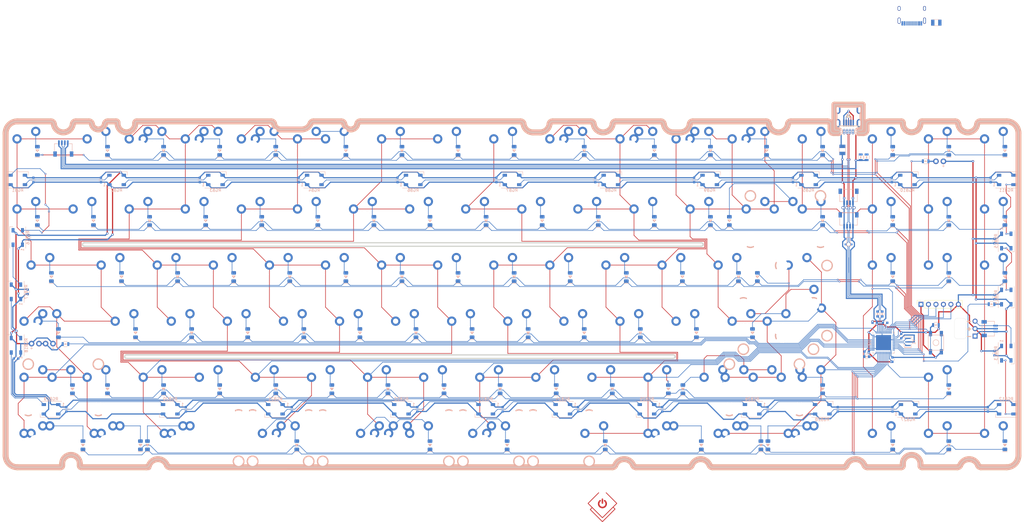
<source format=kicad_pcb>
(kicad_pcb (version 20171130) (host pcbnew "(5.1.11)-1")
  (layers (0 F.Cu signal) (31 B.Cu signal) (34 B.Paste user hide) (35 F.Paste user hide) (36 B.SilkS user) (37 F.SilkS user) (38 B.Mask user) (39 F.Mask user) (44 Edge.Cuts user))
  (net 0 "")
  (net 1 "Net-(D1-Pad2)")
  (net 2 "Net-(D7-Pad2)")
  (net 3 "Net-(D13-Pad2)")
  (net 4 "Net-(D19-Pad2)")
  (net 5 "Net-(D25-Pad2)")
  (net 6 "Net-(D31-Pad2)")
  (net 7 "Net-(D37-Pad2)")
  (net 8 "Net-(D43-Pad2)")
  (net 9 "Net-(D49-Pad2)")
  (net 10 "Net-(D55-Pad2)")
  (net 11 "Net-(D61-Pad2)")
  (net 12 "Net-(D67-Pad2)")
  (net 13 "Net-(D73-Pad2)")
  (net 14 "Net-(D79-Pad2)")
  (net 15 "Net-(D2-Pad2)")
  (net 16 "Net-(D3-Pad2)")
  (net 17 "Net-(D4-Pad2)")
  (net 18 "Net-(D5-Pad2)")
  (net 19 "Net-(D6-Pad2)")
  (net 20 "Net-(D8-Pad2)")
  (net 21 "Net-(D9-Pad2)")
  (net 22 "Net-(D10-Pad2)")
  (net 23 "Net-(D11-Pad2)")
  (net 24 "Net-(D12-Pad2)")
  (net 25 "Net-(D14-Pad2)")
  (net 26 "Net-(D15-Pad2)")
  (net 27 "Net-(D16-Pad2)")
  (net 28 "Net-(D17-Pad2)")
  (net 29 "Net-(D18-Pad2)")
  (net 30 "Net-(D20-Pad2)")
  (net 31 "Net-(D21-Pad2)")
  (net 32 "Net-(D22-Pad2)")
  (net 33 "Net-(D23-Pad2)")
  (net 34 "Net-(D26-Pad2)")
  (net 35 "Net-(D27-Pad2)")
  (net 36 "Net-(D28-Pad2)")
  (net 37 "Net-(D29-Pad2)")
  (net 38 "Net-(D32-Pad2)")
  (net 39 "Net-(D33-Pad2)")
  (net 40 "Net-(D34-Pad2)")
  (net 41 "Net-(D35-Pad2)")
  (net 42 "Net-(D38-Pad2)")
  (net 43 "Net-(D39-Pad2)")
  (net 44 "Net-(D40-Pad2)")
  (net 45 "Net-(D41-Pad2)")
  (net 46 "Net-(D44-Pad2)")
  (net 47 "Net-(D45-Pad2)")
  (net 48 "Net-(D46-Pad2)")
  (net 49 "Net-(D47-Pad2)")
  (net 50 "Net-(D48-Pad2)")
  (net 51 "Net-(D50-Pad2)")
  (net 52 "Net-(D51-Pad2)")
  (net 53 "Net-(D52-Pad2)")
  (net 54 "Net-(D53-Pad2)")
  (net 55 "Net-(D56-Pad2)")
  (net 56 "Net-(D57-Pad2)")
  (net 57 "Net-(D58-Pad2)")
  (net 58 "Net-(D59-Pad2)")
  (net 59 "Net-(D62-Pad2)")
  (net 60 "Net-(D63-Pad2)")
  (net 61 "Net-(D64-Pad2)")
  (net 62 "Net-(D65-Pad2)")
  (net 63 "Net-(D68-Pad2)")
  (net 64 "Net-(D69-Pad2)")
  (net 65 "Net-(D70-Pad2)")
  (net 66 "Net-(D71-Pad2)")
  (net 67 "Net-(D74-Pad2)")
  (net 68 "Net-(D75-Pad2)")
  (net 69 "Net-(D77-Pad2)")
  (net 70 "Net-(D78-Pad2)")
  (net 71 "Net-(D80-Pad2)")
  (net 72 "Net-(D81-Pad2)")
  (net 73 "Net-(D82-Pad2)")
  (net 74 "Net-(D83-Pad2)")
  (net 75 "Net-(D84-Pad2)")
  (net 76 "Net-(D86-Pad2)")
  (net 77 "Net-(D87-Pad2)")
  (net 78 "Net-(D90-Pad2)")
  (net 79 +5V)
  (net 80 GND)
  (net 81 DG-)
  (net 82 DG+)
  (net 83 R0)
  (net 84 R3)
  (net 85 "Net-(D24-Pad2)")
  (net 86 "Net-(D30-Pad2)")
  (net 87 "Net-(D36-Pad2)")
  (net 88 "Net-(D42-Pad2)")
  (net 89 "Net-(D54-Pad2)")
  (net 90 "Net-(D60-Pad2)")
  (net 91 "Net-(D66-Pad2)")
  (net 92 "Net-(D72-Pad2)")
  (net 93 "Net-(D76-Pad2)")
  (net 94 "Net-(D85-Pad2)")
  (net 95 "Net-(D88-Pad2)")
  (net 96 "Net-(D89-Pad2)")
  (net 97 "Net-(LED1-Pad1)")
  (net 98 "Net-(LED2-Pad1)")
  (net 99 VCC)
  (net 100 "Net-(D91-Pad2)")
  (net 101 "Net-(J8-Pad2)")
  (net 102 "Net-(J8-Pad5)")
  (net 103 R1)
  (net 104 D+)
  (net 105 D-)
  (net 106 "Net-(J2-Pad4)")
  (net 107 "Net-(J3-Pad4)")
  (net 108 indicator1)
  (net 109 indicator2)
  (net 110 "Net-(RGB1-Pad2)")
  (net 111 "Net-(RGB1-Pad4)")
  (net 112 "Net-(RGB2-Pad4)")
  (net 113 "Net-(RGB3-Pad4)")
  (net 114 "Net-(RGB4-Pad4)")
  (net 115 "Net-(RGB5-Pad2)")
  (net 116 "Net-(RGB6-Pad4)")
  (net 117 "Net-(RGB7-Pad4)")
  (net 118 "Net-(RGB8-Pad4)")
  (net 119 "Net-(RGB10-Pad2)")
  (net 120 "Net-(RGB10-Pad4)")
  (net 121 "Net-(RGB11-Pad4)")
  (net 122 "Net-(RGB12-Pad2)")
  (net 123 "Net-(RGB12-Pad4)")
  (net 124 "Net-(RGB14-Pad2)")
  (net 125 "Net-(RGB16-Pad2)")
  (net 126 "Net-(RGB17-Pad2)")
  (net 127 "Net-(RGB18-Pad2)")
  (net 128 "Net-(RGB19-Pad2)")
  (net 129 "Net-(RGB20-Pad2)")
  (net 130 "Net-(RGB21-Pad2)")
  (net 131 "Net-(RGB22-Pad2)")
  (net 132 "Net-(RGB23-Pad2)")
  (net 133 "Net-(RGB24-Pad2)")
  (net 134 "Net-(RGB25-Pad2)")
  (net 135 "Net-(RGB26-Pad2)")
  (net 136 "Net-(RGB27-Pad2)")
  (net 137 Col0)
  (net 138 Col1)
  (net 139 Col2)
  (net 140 Col3)
  (net 141 Col4)
  (net 142 Col5)
  (net 143 Col6)
  (net 144 Col7)
  (net 145 Col8)
  (net 146 "Net-(C6-Pad1)")
  (net 147 RST)
  (net 148 "Net-(R10-Pad2)")
  (net 149 "Net-(U2-Pad42)")
  (net 150 "Net-(U2-Pad16)")
  (net 151 "Net-(U2-Pad17)")
  (net 152 /MCU/D5-22)
  (net 153 R6)
  (net 154 R8)
  (net 155 R10)
  (net 156 R7)
  (net 157 R9)
  (net 158 R11)
  (net 159 SCK)
  (net 160 MOSI)
  (net 161 MISO)
  (net 162 "Net-(R11-Pad1)")
  (net 163 "Net-(R1-Pad2)")
  (net 164 "Net-(R6-Pad2)")
  (net 165 RGB)
  (net 166 LedBar)
  (net 167 "Net-(D92-Pad2)")
  (net 168 "Net-(D93-Pad2)")
  (net 169 "Net-(USB1-Pad3)")
  (net 170 "Net-(USB1-Pad9)")
  (net 171 "Net-(USB1-Pad5)")
  (net 172 "Net-(USB1-Pad6)")
  (module sanproject-keyboard-part:HRO-TYPE-C-31-M-12-Assembly (layer B.Cu) (at 323.909625 -25.650001)
    (fp_text reference USB1)
    (fp_text value HRO-TYPE-C-31-M-12)
    (pad 12 smd rect (at 3.225 7.695) (size 0.6 1.45) (layers B.Cu B.Paste B.Mask) (net 80 GND))
    (pad 1 smd rect (at -3.225 7.695) (size 0.6 1.45) (layers B.Cu B.Paste B.Mask) (net 80 GND))
    (pad 11 smd rect (at 2.45 7.695) (size 0.6 1.45) (layers B.Cu B.Paste B.Mask) (net 99 VCC))
    (pad 2 smd rect (at -2.45 7.695) (size 0.6 1.45) (layers B.Cu B.Paste B.Mask) (net 99 VCC))
    (pad 3 smd rect (at -1.75 7.695) (size 0.3 1.45) (layers B.Cu B.Paste B.Mask) (net 169 "Net-(USB1-Pad3)"))
    (pad 10 smd rect (at 1.75 7.695) (size 0.3 1.45) (layers B.Cu B.Paste B.Mask) (net 164 "Net-(R6-Pad2)"))
    (pad 4 smd rect (at -1.25 7.695) (size 0.3 1.45) (layers B.Cu B.Paste B.Mask) (net 163 "Net-(R1-Pad2)"))
    (pad 9 smd rect (at 1.25 7.695) (size 0.3 1.45) (layers B.Cu B.Paste B.Mask) (net 170 "Net-(USB1-Pad9)"))
    (pad 5 smd rect (at -0.75 7.695) (size 0.3 1.45) (layers B.Cu B.Paste B.Mask) (net 171 "Net-(USB1-Pad5)"))
    (pad 8 smd rect (at 0.75 7.695) (size 0.3 1.45) (layers B.Cu B.Paste B.Mask) (net 172 "Net-(USB1-Pad6)"))
    (pad 7 smd rect (at 0.25 7.695) (size 0.3 1.45) (layers B.Cu B.Paste B.Mask) (net 171 "Net-(USB1-Pad5)"))
    (pad 6 smd rect (at -0.25 7.695) (size 0.3 1.45) (layers B.Cu B.Paste B.Mask) (net 172 "Net-(USB1-Pad6)"))
    (pad "" np_thru_hole circle (at 2.89 6.25) (size 0.65 0.65) (drill 0.65) (layers *.Cu *.Mask))
    (pad "" np_thru_hole circle (at -2.89 6.25) (size 0.65 0.65) (drill 0.65) (layers *.Cu *.Mask))
    (pad 13 thru_hole oval (at -4.32 6.78) (size 1 2.1) (drill oval 0.6 1.7) (layers *.Cu *.Mask B.Paste) (net 80 GND))
    (pad 13 thru_hole oval (at 4.32 6.78) (size 1 2.1) (drill oval 0.6 1.7) (layers *.Cu *.Mask B.Paste) (net 80 GND))
    (pad 13 thru_hole oval (at -4.32 2.6) (size 1 1.6) (drill oval 0.6 1.2) (layers *.Cu *.Mask B.Paste) (net 80 GND))
    (pad 13 thru_hole oval (at 4.32 2.6) (size 1 1.6) (drill oval 0.6 1.2) (layers *.Cu *.Mask B.Paste) (net 80 GND))
  )
  (module sanproject-keyboard-part:Fuse_SMD1206_Reflow (layer B.Cu) (at 332.224626 -18.205001)
    (fp_text reference F2)
    (fp_text value Fuse)
    (pad 2 smd rect (at 1.2 0 270) (size 2.03 1.14) (layers B.Cu B.Paste B.Mask) (net 99 VCC))
    (pad 1 smd rect (at -1.2 0 270) (size 2.03 1.14) (layers B.Cu B.Paste B.Mask) (net 79 +5V))
  )
  (module sanproject-keyboard-part:DIODE_1206_SawnsProjects (layer B.Cu) (at 186.455272 125.325072 90)
    (fp_text reference D93)
    (fp_text value D)
    (pad 2 smd roundrect (at 1.4 0 90) (size 1.2 1.6) (layers B.Cu B.Paste B.Mask) (roundrect_rratio 0.2) (net 168 "Net-(D93-Pad2)"))
    (pad 1 smd roundrect (at -1.4 0 90) (size 1.2 1.6) (layers B.Cu B.Paste B.Mask) (roundrect_rratio 0.2) (net 158 R11))
  )
  (module sanproject-keyboard-part:DIODE_1206_SawnsProjects (layer B.Cu) (at 115.017772 125.325072 90)
    (fp_text reference D92)
    (fp_text value D)
    (pad 2 smd roundrect (at 1.4 0 90) (size 1.2 1.6) (layers B.Cu B.Paste B.Mask) (roundrect_rratio 0.2) (net 167 "Net-(D92-Pad2)"))
    (pad 1 smd roundrect (at -1.4 0 90) (size 1.2 1.6) (layers B.Cu B.Paste B.Mask) (roundrect_rratio 0.2) (net 155 R10))
  )
  (module sanproject-keyboard-part:R_0805 (layer B.Cu) (at 306.551569 27.50945 90)
    (fp_text reference R6)
    (fp_text value 5.1k)
    (pad 2 smd rect (at 0.95 0 90) (size 0.7 1.3) (layers B.Cu B.Paste B.Mask) (net 164 "Net-(R6-Pad2)"))
    (pad 1 smd rect (at -0.95 0 90) (size 0.7 1.3) (layers B.Cu B.Paste B.Mask) (net 80 GND))
  )
  (module sanproject-keyboard-part:R_0805 (layer B.Cu) (at 308.551569 27.50945 90)
    (fp_text reference R1)
    (fp_text value 5.1k)
    (pad 2 smd rect (at 0.95 0 90) (size 0.7 1.3) (layers B.Cu B.Paste B.Mask) (net 163 "Net-(R1-Pad2)"))
    (pad 1 smd rect (at -0.95 0 90) (size 0.7 1.3) (layers B.Cu B.Paste B.Mask) (net 80 GND))
  )
  (module MX_Solder_SawnsProjects:MXOnly-1U-NoLED (layer F.Cu) (at 123.825 104.775)
    (fp_text reference MX35)
    (fp_text value 1U)
    (pad 2 smd circle (at 2.54 -5.08) (size 3.2 3.2) (layers B.Cu) (net 39 "Net-(D33-Pad2)"))
    (pad "" np_thru_hole circle (at 5.08 0 48.0996) (size 1.75 1.75) (drill 1.75) (layers *.Cu *.Mask))
    (pad 2 thru_hole circle (at 2.54 -5.08) (size 2.4 2.4) (drill 1.8) (layers *.Cu) (net 39 "Net-(D33-Pad2)"))
    (pad 1 thru_hole circle (at -3.81 -2.54) (size 2.4 2.4) (drill 1.8) (layers *.Cu) (net 139 Col2))
    (pad "" np_thru_hole circle (at 0 0) (size 3.9878 3.9878) (drill 3.9878) (layers *.Cu *.Mask))
    (pad "" np_thru_hole circle (at -5.08 0 48.0996) (size 1.75 1.75) (drill 1.75) (layers *.Cu *.Mask))
    (pad 1 smd circle (at -3.81 -2.54) (size 3.2 3.2) (layers B.Cu) (net 139 Col2))
  )
  (module MX_Solder_SawnsProjects:MXOnly-1U-NoLED (layer F.Cu) (at 66.675 104.775)
    (fp_text reference MX19)
    (fp_text value 1U)
    (pad 2 smd circle (at 2.54 -5.08) (size 3.2 3.2) (layers B.Cu) (net 28 "Net-(D17-Pad2)"))
    (pad "" np_thru_hole circle (at 5.08 0 48.0996) (size 1.75 1.75) (drill 1.75) (layers *.Cu *.Mask))
    (pad 2 thru_hole circle (at 2.54 -5.08) (size 2.4 2.4) (drill 1.8) (layers *.Cu) (net 28 "Net-(D17-Pad2)"))
    (pad 1 thru_hole circle (at -3.81 -2.54) (size 2.4 2.4) (drill 1.8) (layers *.Cu) (net 138 Col1))
    (pad "" np_thru_hole circle (at 0 0) (size 3.9878 3.9878) (drill 3.9878) (layers *.Cu *.Mask))
    (pad "" np_thru_hole circle (at -5.08 0 48.0996) (size 1.75 1.75) (drill 1.75) (layers *.Cu *.Mask))
    (pad 1 smd circle (at -3.81 -2.54) (size 3.2 3.2) (layers B.Cu) (net 138 Col1))
  )
  (module sanproject-keyboard-part:C_0603 (layer B.Cu) (at 24.040622 54.768776 90)
    (fp_text reference C31)
    (fp_text value 0.1uF)
    (pad 2 smd rect (at 0.75 0 90) (size 0.8 0.75) (layers B.Cu B.Paste B.Mask) (net 80 GND))
    (pad 1 smd rect (at -0.75 0 90) (size 0.8 0.75) (layers B.Cu B.Paste B.Mask) (net 79 +5V))
  )
  (module sanproject-keyboard-part:PinSocket_1x06_P2.54mm_Vertical (layer F.Cu) (at 333.375 77.47 90)
    (fp_text reference J10)
    (fp_text value Conn_01x03_Female)
    (pad 1 thru_hole rect (at 0 -6.35 90) (size 1.7 1.7) (drill 1) (layers *.Cu *.Mask) (net 80 GND))
    (pad 2 thru_hole oval (at 0 -3.81 90) (size 1.7 1.7) (drill 1) (layers *.Cu *.Mask) (net 147 RST))
    (pad 3 thru_hole oval (at 0 -1.27 90) (size 1.7 1.7) (drill 1) (layers *.Cu *.Mask) (net 159 SCK))
    (pad 4 thru_hole oval (at 0 1.27 90) (size 1.7 1.7) (drill 1) (layers *.Cu *.Mask) (net 160 MOSI))
    (pad 5 thru_hole oval (at 0 3.81 90) (size 1.7 1.7) (drill 1) (layers *.Cu *.Mask) (net 161 MISO))
    (pad 6 thru_hole oval (at 0 6.35 90) (size 1.7 1.7) (drill 1) (layers *.Cu *.Mask) (net 79 +5V))
  )
  (module sanproject-keyboard-part:JST-SR-3 (layer B.Cu) (at 347.58 85.725 90)
    (fp_text reference J6)
    (fp_text value Conn_01x03_Female)
    (pad "" smd rect (at 2.3 0.9 90) (size 1.2 1.8) (layers B.Cu B.Paste B.Mask))
    (pad "" smd rect (at -2.3 0.9 90) (size 1.2 1.8) (layers B.Cu B.Paste B.Mask))
    (pad 1 smd rect (at -1 4.775 90) (size 0.6 1.55) (layers B.Cu B.Paste B.Mask) (net 80 GND))
    (pad 2 smd rect (at 0 4.775 90) (size 0.6 1.55) (layers B.Cu B.Paste B.Mask) (net 79 +5V))
    (pad 3 smd rect (at 1 4.775 90) (size 0.6 1.55) (layers B.Cu B.Paste B.Mask) (net 166 LedBar))
  )
  (module sanproject-keyboard-part:SKQG-1155865-2pin (layer B.Cu) (at 332.105 90.4875 270)
    (fp_text reference SW1)
    (fp_text value SW_Push)
    (pad 1 smd rect (at 3.1 -1.85 270) (size 1.8 1.1) (layers B.Cu B.Paste B.Mask) (net 80 GND))
    (pad 2 smd rect (at -3.1 1.85 270) (size 1.8 1.1) (layers B.Cu B.Paste B.Mask) (net 147 RST))
    (pad 2 smd rect (at 3.1 1.85 270) (size 1.8 1.1) (layers B.Cu B.Paste B.Mask) (net 147 RST))
    (pad 1 smd rect (at -3.1 -1.85 270) (size 1.8 1.1) (layers B.Cu B.Paste B.Mask) (net 80 GND))
  )
  (module sanproject-keyboard-part:PinSocket_1x03_P2.54mm_Vertical (layer F.Cu) (at 345.4 85.725 180)
    (fp_text reference J4)
    (fp_text value Conn_01x03_Female)
    (pad 3 thru_hole oval (at 0 2.54 180) (size 1.7 1.7) (drill 1) (layers *.Cu *.Mask) (net 166 LedBar))
    (pad 2 thru_hole oval (at 0 0 180) (size 1.7 1.7) (drill 1) (layers *.Cu *.Mask) (net 79 +5V))
    (pad 1 thru_hole rect (at 0 -2.54 180) (size 1.7 1.7) (drill 1) (layers *.Cu *.Mask) (net 80 GND))
  )
  (module sanproject-keyboard-part:R_0805 (layer B.Cu) (at 350.997154 77.409418 180)
    (fp_text reference R11)
    (fp_text value 300R)
    (pad 2 smd rect (at 0.95 0 180) (size 0.7 1.3) (layers B.Cu B.Paste B.Mask) (net 165 RGB))
    (pad 1 smd rect (at -0.95 0 180) (size 0.7 1.3) (layers B.Cu B.Paste B.Mask) (net 162 "Net-(R11-Pad1)"))
  )
  (module sanproject-keyboard-part:JST-SR-4 (layer B.Cu) (at 35.71875 27.3125 180)
    (fp_text reference J9)
    (fp_text value Conn_01x04_Female)
    (pad "" smd rect (at 2.8 0.9 180) (size 1.2 1.8) (layers B.Cu B.Paste B.Mask))
    (pad "" smd rect (at -2.8 0.9 180) (size 1.2 1.8) (layers B.Cu B.Paste B.Mask))
    (pad 1 smd rect (at -1.5 4.775 180) (size 0.6 1.55) (layers B.Cu B.Paste B.Mask) (net 79 +5V))
    (pad 2 smd rect (at -0.5 4.775 180) (size 0.6 1.55) (layers B.Cu B.Paste B.Mask) (net 81 DG-))
    (pad 4 smd rect (at 1.5 4.775 180) (size 0.6 1.55) (layers B.Cu B.Paste B.Mask) (net 80 GND))
    (pad 3 smd rect (at 0.5 4.775 180) (size 0.6 1.55) (layers B.Cu B.Paste B.Mask) (net 82 DG+))
  )
  (module MX_Solder_SawnsProjects:MXOnly-1U-NoLED (layer F.Cu) (at 352.425 23.8125)
    (fp_text reference MX93)
    (fp_text value 1U)
    (pad 2 smd circle (at 2.54 -5.08) (size 3.2 3.2) (layers B.Cu) (net 77 "Net-(D87-Pad2)"))
    (pad "" np_thru_hole circle (at 5.08 0 48.0996) (size 1.75 1.75) (drill 1.75) (layers *.Cu *.Mask))
    (pad 2 thru_hole circle (at 2.54 -5.08) (size 2.4 2.4) (drill 1.8) (layers *.Cu) (net 77 "Net-(D87-Pad2)"))
    (pad 1 thru_hole circle (at -3.81 -2.54) (size 2.4 2.4) (drill 1.8) (layers *.Cu) (net 145 Col8))
    (pad "" np_thru_hole circle (at 0 0) (size 3.9878 3.9878) (drill 3.9878) (layers *.Cu *.Mask))
    (pad "" np_thru_hole circle (at -5.08 0 48.0996) (size 1.75 1.75) (drill 1.75) (layers *.Cu *.Mask))
    (pad 1 smd circle (at -3.81 -2.54) (size 3.2 3.2) (layers B.Cu) (net 145 Col8))
  )
  (module MX_Solder_SawnsProjects:MXOnly-1U-NoLED (layer F.Cu) (at 114.3 85.725)
    (fp_text reference MX29)
    (fp_text value 1U)
    (pad 2 smd circle (at 2.54 -5.08) (size 3.2 3.2) (layers B.Cu) (net 35 "Net-(D27-Pad2)"))
    (pad "" np_thru_hole circle (at 5.08 0 48.0996) (size 1.75 1.75) (drill 1.75) (layers *.Cu *.Mask))
    (pad 2 thru_hole circle (at 2.54 -5.08) (size 2.4 2.4) (drill 1.8) (layers *.Cu) (net 35 "Net-(D27-Pad2)"))
    (pad 1 thru_hole circle (at -3.81 -2.54) (size 2.4 2.4) (drill 1.8) (layers *.Cu) (net 139 Col2))
    (pad "" np_thru_hole circle (at 0 0) (size 3.9878 3.9878) (drill 3.9878) (layers *.Cu *.Mask))
    (pad "" np_thru_hole circle (at -5.08 0 48.0996) (size 1.75 1.75) (drill 1.75) (layers *.Cu *.Mask))
    (pad 1 smd circle (at -3.81 -2.54) (size 3.2 3.2) (layers B.Cu) (net 139 Col2))
  )
  (module sanproject-keyboard-part:C_0603 (layer B.Cu) (at 23.645309 73.223479 90)
    (fp_text reference C33)
    (fp_text value 0.1uF)
    (pad 2 smd rect (at 0.75 0 90) (size 0.8 0.75) (layers B.Cu B.Paste B.Mask) (net 80 GND))
    (pad 1 smd rect (at -0.75 0 90) (size 0.8 0.75) (layers B.Cu B.Paste B.Mask) (net 79 +5V))
  )
  (module sanproject-keyboard-part:C_0603 (layer B.Cu) (at 19.645309 95.880524 180)
    (fp_text reference C32)
    (fp_text value 0.1uF)
    (pad 2 smd rect (at 0.75 0 180) (size 0.8 0.75) (layers B.Cu B.Paste B.Mask) (net 80 GND))
    (pad 1 smd rect (at -0.75 0 180) (size 0.8 0.75) (layers B.Cu B.Paste B.Mask) (net 79 +5V))
  )
  (module sanproject-keyboard-part:C_0603 (layer B.Cu) (at 349.751569 113.10945 270)
    (fp_text reference C30)
    (fp_text value 0.1uF)
    (pad 2 smd rect (at 0.75 0 270) (size 0.8 0.75) (layers B.Cu B.Paste B.Mask) (net 80 GND))
    (pad 1 smd rect (at -0.75 0 270) (size 0.8 0.75) (layers B.Cu B.Paste B.Mask) (net 79 +5V))
  )
  (module sanproject-keyboard-part:C_0603 (layer B.Cu) (at 351.997154 94.059402 270)
    (fp_text reference C29)
    (fp_text value 0.1uF)
    (pad 2 smd rect (at 0.75 0 270) (size 0.8 0.75) (layers B.Cu B.Paste B.Mask) (net 80 GND))
    (pad 1 smd rect (at -0.75 0 270) (size 0.8 0.75) (layers B.Cu B.Paste B.Mask) (net 79 +5V))
  )
  (module sanproject-keyboard-part:C_0603 (layer B.Cu) (at 36.751569 113.10945 270)
    (fp_text reference C28)
    (fp_text value 0.1uF)
    (pad 2 smd rect (at 0.75 0 270) (size 0.8 0.75) (layers B.Cu B.Paste B.Mask) (net 80 GND))
    (pad 1 smd rect (at -0.75 0 270) (size 0.8 0.75) (layers B.Cu B.Paste B.Mask) (net 79 +5V))
  )
  (module sanproject-keyboard-part:C_0603 (layer B.Cu) (at 351.997154 55.959402 270)
    (fp_text reference C27)
    (fp_text value 0.1uF)
    (pad 2 smd rect (at 0.75 0 270) (size 0.8 0.75) (layers B.Cu B.Paste B.Mask) (net 80 GND))
    (pad 1 smd rect (at -0.75 0 270) (size 0.8 0.75) (layers B.Cu B.Paste B.Mask) (net 79 +5V))
  )
  (module sanproject-keyboard-part:C_0603 (layer B.Cu) (at 351.997154 75.009418 270)
    (fp_text reference C26)
    (fp_text value 0.1uF)
    (pad 2 smd rect (at 0.75 0 270) (size 0.8 0.75) (layers B.Cu B.Paste B.Mask) (net 80 GND))
    (pad 1 smd rect (at -0.75 0 270) (size 0.8 0.75) (layers B.Cu B.Paste B.Mask) (net 79 +5V))
  )
  (module sanproject-keyboard-part:C_0603 (layer B.Cu) (at 239.151569 113.10945 270)
    (fp_text reference C25)
    (fp_text value 0.1uF)
    (pad 2 smd rect (at 0.75 0 270) (size 0.8 0.75) (layers B.Cu B.Paste B.Mask) (net 80 GND))
    (pad 1 smd rect (at -0.75 0 270) (size 0.8 0.75) (layers B.Cu B.Paste B.Mask) (net 79 +5V))
  )
  (module sanproject-keyboard-part:C_0603 (layer B.Cu) (at 274.951569 113.10945 270)
    (fp_text reference C24)
    (fp_text value 0.1uF)
    (pad 2 smd rect (at 0.75 0 270) (size 0.8 0.75) (layers B.Cu B.Paste B.Mask) (net 80 GND))
    (pad 1 smd rect (at -0.75 0 270) (size 0.8 0.75) (layers B.Cu B.Paste B.Mask) (net 79 +5V))
  )
  (module sanproject-keyboard-part:C_0603 (layer B.Cu) (at 317.359626 113.10945 270)
    (fp_text reference C23)
    (fp_text value 0.1uF)
    (pad 2 smd rect (at 0.75 0 270) (size 0.8 0.75) (layers B.Cu B.Paste B.Mask) (net 80 GND))
    (pad 1 smd rect (at -0.75 0 270) (size 0.8 0.75) (layers B.Cu B.Paste B.Mask) (net 79 +5V))
  )
  (module sanproject-keyboard-part:C_0603 (layer B.Cu) (at 298.751569 113.10945 270)
    (fp_text reference C22)
    (fp_text value 0.1uF)
    (pad 2 smd rect (at 0.75 0 270) (size 0.8 0.75) (layers B.Cu B.Paste B.Mask) (net 80 GND))
    (pad 1 smd rect (at -0.75 0 270) (size 0.8 0.75) (layers B.Cu B.Paste B.Mask) (net 79 +5V))
  )
  (module sanproject-keyboard-part:C_0603 (layer B.Cu) (at 113.351569 113.10945 270)
    (fp_text reference C21)
    (fp_text value 0.1uF)
    (pad 2 smd rect (at 0.75 0 270) (size 0.8 0.75) (layers B.Cu B.Paste B.Mask) (net 80 GND))
    (pad 1 smd rect (at -0.75 0 270) (size 0.8 0.75) (layers B.Cu B.Paste B.Mask) (net 79 +5V))
  )
  (module sanproject-keyboard-part:C_0603 (layer B.Cu) (at 184.951569 113.10945 270)
    (fp_text reference C20)
    (fp_text value 0.1uF)
    (pad 2 smd rect (at 0.75 0 270) (size 0.8 0.75) (layers B.Cu B.Paste B.Mask) (net 80 GND))
    (pad 1 smd rect (at -0.75 0 270) (size 0.8 0.75) (layers B.Cu B.Paste B.Mask) (net 79 +5V))
  )
  (module sanproject-keyboard-part:C_0603 (layer B.Cu) (at 210.551569 113.10945 270)
    (fp_text reference C19)
    (fp_text value 0.1uF)
    (pad 2 smd rect (at 0.75 0 270) (size 0.8 0.75) (layers B.Cu B.Paste B.Mask) (net 80 GND))
    (pad 1 smd rect (at -0.75 0 270) (size 0.8 0.75) (layers B.Cu B.Paste B.Mask) (net 79 +5V))
  )
  (module sanproject-keyboard-part:C_0603 (layer B.Cu) (at 155.951569 113.10945 270)
    (fp_text reference C18)
    (fp_text value 0.1uF)
    (pad 2 smd rect (at 0.75 0 270) (size 0.8 0.75) (layers B.Cu B.Paste B.Mask) (net 80 GND))
    (pad 1 smd rect (at -0.75 0 270) (size 0.8 0.75) (layers B.Cu B.Paste B.Mask) (net 79 +5V))
  )
  (module sanproject-keyboard-part:C_0603 (layer B.Cu) (at 48.518037 35.21876 90)
    (fp_text reference C9)
    (fp_text value 0.1uF)
    (pad 2 smd rect (at 0.75 0 90) (size 0.8 0.75) (layers B.Cu B.Paste B.Mask) (net 80 GND))
    (pad 1 smd rect (at -0.75 0 90) (size 0.8 0.75) (layers B.Cu B.Paste B.Mask) (net 79 +5V))
  )
  (module sanproject-keyboard-part:C_0603 (layer B.Cu) (at 350.700622 35.21876 90)
    (fp_text reference C17)
    (fp_text value 0.1uF)
    (pad 1 smd rect (at -0.75 0 90) (size 0.8 0.75) (layers B.Cu B.Paste B.Mask) (net 79 +5V))
    (pad 2 smd rect (at 0.75 0 90) (size 0.8 0.75) (layers B.Cu B.Paste B.Mask) (net 80 GND))
  )
  (module sanproject-keyboard-part:C_0603 (layer B.Cu) (at 317.124622 35.21876 90)
    (fp_text reference C16)
    (fp_text value 0.1uF)
    (pad 1 smd rect (at -0.75 0 90) (size 0.8 0.75) (layers B.Cu B.Paste B.Mask) (net 79 +5V))
    (pad 2 smd rect (at 0.75 0 90) (size 0.8 0.75) (layers B.Cu B.Paste B.Mask) (net 80 GND))
  )
  (module sanproject-keyboard-part:C_0603 (layer B.Cu) (at 77.351569 113.10945 270)
    (fp_text reference C15)
    (fp_text value 0.1uF)
    (pad 2 smd rect (at 0.75 0 270) (size 0.8 0.75) (layers B.Cu B.Paste B.Mask) (net 80 GND))
    (pad 1 smd rect (at -0.75 0 270) (size 0.8 0.75) (layers B.Cu B.Paste B.Mask) (net 79 +5V))
  )
  (module sanproject-keyboard-part:C_0603 (layer B.Cu) (at 283.548622 35.21876 90)
    (fp_text reference C14)
    (fp_text value 0.1uF)
    (pad 1 smd rect (at -0.75 0 90) (size 0.8 0.75) (layers B.Cu B.Paste B.Mask) (net 79 +5V))
    (pad 2 smd rect (at 0.75 0 90) (size 0.8 0.75) (layers B.Cu B.Paste B.Mask) (net 80 GND))
  )
  (module LED_SMD:LED_WS2812B_PLCC4_5.0x5.0mm_P3.2mm (layer B.Cu) (at 20.240622 35.21876)
    (fp_text reference RGB1 (at 0 3.5) (layer B.SilkS) (effects (justify mirror)))
    (fp_text value WS2812B)
    (fp_text user 1 (at -4.15 1.6) (layer B.SilkS) (effects (justify mirror)))
    (pad 3 smd rect (at 2.45 -1.6) (size 1.5 1) (layers B.Cu B.Paste B.Mask) (net 80 GND))
    (pad 4 smd rect (at 2.45 1.6) (size 1.5 1) (layers B.Cu B.Paste B.Mask) (net 111 "Net-(RGB1-Pad4)"))
    (pad 2 smd rect (at -2.45 -1.6) (size 1.5 1) (layers B.Cu B.Paste B.Mask) (net 110 "Net-(RGB1-Pad2)"))
    (pad 1 smd rect (at -2.45 1.6) (size 1.5 1) (layers B.Cu B.Paste B.Mask) (net 79 +5V))
  )
  (module sanproject-keyboard-part:C_0603 (layer B.Cu) (at 149.244622 35.21876 90)
    (fp_text reference C13)
    (fp_text value 0.1uF)
    (pad 2 smd rect (at 0.75 0 90) (size 0.8 0.75) (layers B.Cu B.Paste B.Mask) (net 80 GND))
    (pad 1 smd rect (at -0.75 0 90) (size 0.8 0.75) (layers B.Cu B.Paste B.Mask) (net 79 +5V))
  )
  (module sanproject-keyboard-part:C_0603 (layer B.Cu) (at 249.972622 35.21876 90)
    (fp_text reference C12)
    (fp_text value 0.1uF)
    (pad 2 smd rect (at 0.75 0 90) (size 0.8 0.75) (layers B.Cu B.Paste B.Mask) (net 80 GND))
    (pad 1 smd rect (at -0.75 0 90) (size 0.8 0.75) (layers B.Cu B.Paste B.Mask) (net 79 +5V))
  )
  (module sanproject-keyboard-part:C_0603 (layer B.Cu) (at 115.668622 35.21876 90)
    (fp_text reference C11)
    (fp_text value 0.1uF)
    (pad 1 smd rect (at -0.75 0 90) (size 0.8 0.75) (layers B.Cu B.Paste B.Mask) (net 79 +5V))
    (pad 2 smd rect (at 0.75 0 90) (size 0.8 0.75) (layers B.Cu B.Paste B.Mask) (net 80 GND))
  )
  (module sanproject-keyboard-part:C_0603 (layer B.Cu) (at 182.820622 35.21876 90)
    (fp_text reference C10)
    (fp_text value 0.1uF)
    (pad 2 smd rect (at 0.75 0 90) (size 0.8 0.75) (layers B.Cu B.Paste B.Mask) (net 80 GND))
    (pad 1 smd rect (at -0.75 0 90) (size 0.8 0.75) (layers B.Cu B.Paste B.Mask) (net 79 +5V))
  )
  (module sanproject-keyboard-part:C_0603 (layer B.Cu) (at 82.092622 35.21876 90)
    (fp_text reference C8)
    (fp_text value 0.1uF)
    (pad 2 smd rect (at 0.75 0 90) (size 0.8 0.75) (layers B.Cu B.Paste B.Mask) (net 80 GND))
    (pad 1 smd rect (at -0.75 0 90) (size 0.8 0.75) (layers B.Cu B.Paste B.Mask) (net 79 +5V))
  )
  (module sanproject-keyboard-part:C_0603 (layer B.Cu) (at 216.396622 35.21876 90)
    (fp_text reference C3)
    (fp_text value 0.1uF)
    (pad 2 smd rect (at 0.75 0 90) (size 0.8 0.75) (layers B.Cu B.Paste B.Mask) (net 80 GND))
    (pad 1 smd rect (at -0.75 0 90) (size 0.8 0.75) (layers B.Cu B.Paste B.Mask) (net 79 +5V))
  )
  (module sanproject-keyboard-part:C_0603 (layer B.Cu) (at 25.540622 35.21876 90)
    (fp_text reference C2)
    (fp_text value 0.1uF)
    (pad 2 smd rect (at 0.75 0 90) (size 0.8 0.75) (layers B.Cu B.Paste B.Mask) (net 80 GND))
    (pad 1 smd rect (at -0.75 0 90) (size 0.8 0.75) (layers B.Cu B.Paste B.Mask) (net 79 +5V))
  )
  (module MX_Solder_SawnsProjects:MXOnly-1U-NoLED (layer F.Cu) (at 209.55 23.8125)
    (fp_text reference MX52)
    (fp_text value 1U)
    (pad 2 smd circle (at 2.54 -5.08) (size 3.2 3.2) (layers B.Cu) (net 142 Col5))
    (pad "" np_thru_hole circle (at 5.08 0 48.0996) (size 1.75 1.75) (drill 1.75) (layers *.Cu *.Mask))
    (pad 2 thru_hole circle (at 2.54 -5.08) (size 2.4 2.4) (drill 1.8) (layers *.Cu) (net 142 Col5))
    (pad 1 thru_hole circle (at -3.81 -2.54) (size 2.4 2.4) (drill 1.8) (layers *.Cu) (net 51 "Net-(D50-Pad2)"))
    (pad "" np_thru_hole circle (at 0 0) (size 3.9878 3.9878) (drill 3.9878) (layers *.Cu *.Mask))
    (pad "" np_thru_hole circle (at -5.08 0 48.0996) (size 1.75 1.75) (drill 1.75) (layers *.Cu *.Mask))
    (pad 1 smd circle (at -3.81 -2.54) (size 3.2 3.2) (layers B.Cu) (net 51 "Net-(D50-Pad2)"))
  )
  (module MX_Solder_SawnsProjects:MXOnly-1U-NoLED (layer F.Cu) (at 185.7375 23.8125)
    (fp_text reference MX47)
    (fp_text value 1U)
    (pad 2 smd circle (at 2.54 -5.08) (size 3.2 3.2) (layers B.Cu) (net 47 "Net-(D45-Pad2)"))
    (pad "" np_thru_hole circle (at 5.08 0 48.0996) (size 1.75 1.75) (drill 1.75) (layers *.Cu *.Mask))
    (pad 2 thru_hole circle (at 2.54 -5.08) (size 2.4 2.4) (drill 1.8) (layers *.Cu) (net 47 "Net-(D45-Pad2)"))
    (pad 1 thru_hole circle (at -3.81 -2.54) (size 2.4 2.4) (drill 1.8) (layers *.Cu) (net 141 Col4))
    (pad "" np_thru_hole circle (at 0 0) (size 3.9878 3.9878) (drill 3.9878) (layers *.Cu *.Mask))
    (pad "" np_thru_hole circle (at -5.08 0 48.0996) (size 1.75 1.75) (drill 1.75) (layers *.Cu *.Mask))
    (pad 1 smd circle (at -3.81 -2.54) (size 3.2 3.2) (layers B.Cu) (net 141 Col4))
  )
  (module MX_Solder_SawnsProjects:MXOnly-1U-NoLED (layer F.Cu) (at 261.9375 66.675)
    (fp_text reference MX69)
    (fp_text value 1U)
    (pad 2 smd circle (at 2.54 -5.08) (size 3.2 3.2) (layers B.Cu) (net 12 "Net-(D67-Pad2)"))
    (pad "" np_thru_hole circle (at 5.08 0 48.0996) (size 1.75 1.75) (drill 1.75) (layers *.Cu *.Mask))
    (pad 2 thru_hole circle (at 2.54 -5.08) (size 2.4 2.4) (drill 1.8) (layers *.Cu) (net 12 "Net-(D67-Pad2)"))
    (pad 1 thru_hole circle (at -3.81 -2.54) (size 2.4 2.4) (drill 1.8) (layers *.Cu) (net 143 Col6))
    (pad "" np_thru_hole circle (at 0 0) (size 3.9878 3.9878) (drill 3.9878) (layers *.Cu *.Mask))
    (pad "" np_thru_hole circle (at -5.08 0 48.0996) (size 1.75 1.75) (drill 1.75) (layers *.Cu *.Mask))
    (pad 1 smd circle (at -3.81 -2.54) (size 3.2 3.2) (layers B.Cu) (net 143 Col6))
  )
  (module Crystal:Resonator_SMD_muRata_CSTxExxV-3Pin_3.0x1.1mm (layer B.Cu) (at 322.575 90.2375 90)
    (fp_text reference Y1 (at 0 2 90) (layer B.SilkS) (effects (justify mirror)))
    (fp_text value 16Mhz)
    (pad 3 smd rect (at 1.2 0 90) (size 0.4 1.9) (layers B.Cu B.Paste B.Mask) (net 150 "Net-(U2-Pad16)"))
    (pad 2 smd rect (at 0 0 90) (size 0.4 1.9) (layers B.Cu B.Paste B.Mask) (net 80 GND))
    (pad 1 smd rect (at -1.2 0 90) (size 0.4 1.9) (layers B.Cu B.Paste B.Mask) (net 151 "Net-(U2-Pad17)"))
  )
  (module sanproject-keyboard-part:R_0603 (layer B.Cu) (at 308.575 95.2375)
    (fp_text reference R10)
    (fp_text value 1k)
    (pad 2 smd rect (at 0.825 0) (size 0.8 0.95) (layers B.Cu B.Paste B.Mask) (net 148 "Net-(R10-Pad2)"))
    (pad 1 smd rect (at -0.825 0) (size 0.8 0.95) (layers B.Cu B.Paste B.Mask) (net 80 GND))
  )
  (module sanproject-keyboard-part:R_0603 (layer B.Cu) (at 312.325 80.7375 90)
    (fp_text reference R5)
    (fp_text value 22)
    (pad 2 smd rect (at 0.825 0 90) (size 0.8 0.95) (layers B.Cu B.Paste B.Mask) (net 81 DG-))
    (pad 1 smd rect (at -0.825 0 90) (size 0.8 0.95) (layers B.Cu B.Paste B.Mask) (net 105 D-))
  )
  (module sanproject-keyboard-part:R_0603 (layer B.Cu) (at 313.825 80.7375 90)
    (fp_text reference R4)
    (fp_text value 22)
    (pad 2 smd rect (at 0.825 0 90) (size 0.8 0.95) (layers B.Cu B.Paste B.Mask) (net 82 DG+))
    (pad 1 smd rect (at -0.825 0 90) (size 0.8 0.95) (layers B.Cu B.Paste B.Mask) (net 104 D+))
  )
  (module Package_DFN_QFN:QFN-44-1EP_7x7mm_P0.5mm_EP5.15x5.15mm (layer B.Cu) (at 314.325 90.4875 270)
    (fp_text reference U2 (at 0 4.82 90) (layer B.SilkS) (effects (justify mirror)))
    (fp_text value ATmega32U4-MU)
    (pad 1 smd roundrect (at -3.4375 2.5 270) (size 0.875 0.25) (layers B.Cu B.Paste B.Mask) (net 156 R7))
    (pad 2 smd roundrect (at -3.4375 2 270) (size 0.875 0.25) (layers B.Cu B.Paste B.Mask) (net 79 +5V))
    (pad 3 smd roundrect (at -3.4375 1.5 270) (size 0.875 0.25) (layers B.Cu B.Paste B.Mask) (net 105 D-))
    (pad 4 smd roundrect (at -3.4375 1 270) (size 0.875 0.25) (layers B.Cu B.Paste B.Mask) (net 104 D+))
    (pad 5 smd roundrect (at -3.4375 0.5 270) (size 0.875 0.25) (layers B.Cu B.Paste B.Mask) (net 80 GND))
    (pad 6 smd roundrect (at -3.4375 0 270) (size 0.875 0.25) (layers B.Cu B.Paste B.Mask) (net 146 "Net-(C6-Pad1)"))
    (pad 7 smd roundrect (at -3.4375 -0.5 270) (size 0.875 0.25) (layers B.Cu B.Paste B.Mask) (net 79 +5V))
    (pad 8 smd roundrect (at -3.4375 -1 270) (size 0.875 0.25) (layers B.Cu B.Paste B.Mask) (net 144 Col7))
    (pad 9 smd roundrect (at -3.4375 -1.5 270) (size 0.875 0.25) (layers B.Cu B.Paste B.Mask) (net 159 SCK))
    (pad 10 smd roundrect (at -3.4375 -2 270) (size 0.875 0.25) (layers B.Cu B.Paste B.Mask) (net 160 MOSI))
    (pad 11 smd roundrect (at -3.4375 -2.5 270) (size 0.875 0.25) (layers B.Cu B.Paste B.Mask) (net 161 MISO))
    (pad 12 smd roundrect (at -2.5 -3.4375 270) (size 0.25 0.875) (layers B.Cu B.Paste B.Mask) (net 84 R3))
    (pad 13 smd roundrect (at -2 -3.4375 270) (size 0.25 0.875) (layers B.Cu B.Paste B.Mask) (net 147 RST))
    (pad 14 smd roundrect (at -1.5 -3.4375 270) (size 0.25 0.875) (layers B.Cu B.Paste B.Mask) (net 79 +5V))
    (pad 15 smd roundrect (at -1 -3.4375 270) (size 0.25 0.875) (layers B.Cu B.Paste B.Mask) (net 80 GND))
    (pad 16 smd roundrect (at -0.5 -3.4375 270) (size 0.25 0.875) (layers B.Cu B.Paste B.Mask) (net 150 "Net-(U2-Pad16)"))
    (pad 17 smd roundrect (at 0 -3.4375 270) (size 0.25 0.875) (layers B.Cu B.Paste B.Mask) (net 151 "Net-(U2-Pad17)"))
    (pad 18 smd roundrect (at 0.5 -3.4375 270) (size 0.25 0.875) (layers B.Cu B.Paste B.Mask) (net 103 R1))
    (pad 19 smd roundrect (at 1 -3.4375 270) (size 0.25 0.875) (layers B.Cu B.Paste B.Mask) (net 83 R0))
    (pad 20 smd roundrect (at 1.5 -3.4375 270) (size 0.25 0.875) (layers B.Cu B.Paste B.Mask) (net 108 indicator1))
    (pad 21 smd roundrect (at 2 -3.4375 270) (size 0.25 0.875) (layers B.Cu B.Paste B.Mask) (net 165 RGB))
    (pad 22 smd roundrect (at 2.5 -3.4375 270) (size 0.25 0.875) (layers B.Cu B.Paste B.Mask) (net 152 /MCU/D5-22))
    (pad 23 smd roundrect (at 3.4375 -2.5 270) (size 0.875 0.25) (layers B.Cu B.Paste B.Mask) (net 80 GND))
    (pad 24 smd roundrect (at 3.4375 -2 270) (size 0.875 0.25) (layers B.Cu B.Paste B.Mask) (net 79 +5V))
    (pad 25 smd roundrect (at 3.4375 -1.5 270) (size 0.875 0.25) (layers B.Cu B.Paste B.Mask) (net 145 Col8))
    (pad 26 smd roundrect (at 3.4375 -1 270) (size 0.875 0.25) (layers B.Cu B.Paste B.Mask) (net 154 R8))
    (pad 27 smd roundrect (at 3.4375 -0.5 270) (size 0.875 0.25) (layers B.Cu B.Paste B.Mask) (net 157 R9))
    (pad 28 smd roundrect (at 3.4375 0 270) (size 0.875 0.25) (layers B.Cu B.Paste B.Mask) (net 155 R10))
    (pad 29 smd roundrect (at 3.4375 0.5 270) (size 0.875 0.25) (layers B.Cu B.Paste B.Mask) (net 158 R11))
    (pad 30 smd roundrect (at 3.4375 1 270) (size 0.875 0.25) (layers B.Cu B.Paste B.Mask) (net 143 Col6))
    (pad 31 smd roundrect (at 3.4375 1.5 270) (size 0.875 0.25) (layers B.Cu B.Paste B.Mask) (net 142 Col5))
    (pad 32 smd roundrect (at 3.4375 2 270) (size 0.875 0.25) (layers B.Cu B.Paste B.Mask) (net 141 Col4))
    (pad 33 smd roundrect (at 3.4375 2.5 270) (size 0.875 0.25) (layers B.Cu B.Paste B.Mask) (net 148 "Net-(R10-Pad2)"))
    (pad 34 smd roundrect (at 2.5 3.4375 270) (size 0.25 0.875) (layers B.Cu B.Paste B.Mask) (net 79 +5V))
    (pad 35 smd roundrect (at 2 3.4375 270) (size 0.25 0.875) (layers B.Cu B.Paste B.Mask) (net 80 GND))
    (pad 36 smd roundrect (at 1.5 3.4375 270) (size 0.25 0.875) (layers B.Cu B.Paste B.Mask) (net 140 Col3))
    (pad 37 smd roundrect (at 1 3.4375 270) (size 0.25 0.875) (layers B.Cu B.Paste B.Mask) (net 139 Col2))
    (pad 38 smd roundrect (at 0.5 3.4375 270) (size 0.25 0.875) (layers B.Cu B.Paste B.Mask) (net 138 Col1))
    (pad 39 smd roundrect (at 0 3.4375 270) (size 0.25 0.875) (layers B.Cu B.Paste B.Mask) (net 137 Col0))
    (pad 40 smd roundrect (at -0.5 3.4375 270) (size 0.25 0.875) (layers B.Cu B.Paste B.Mask) (net 109 indicator2))
    (pad 41 smd roundrect (at -1 3.4375 270) (size 0.25 0.875) (layers B.Cu B.Paste B.Mask) (net 153 R6))
    (pad 42 smd roundrect (at -1.5 3.4375 270) (size 0.25 0.875) (layers B.Cu B.Paste B.Mask) (net 149 "Net-(U2-Pad42)"))
    (pad 43 smd roundrect (at -2 3.4375 270) (size 0.25 0.875) (layers B.Cu B.Paste B.Mask) (net 80 GND))
    (pad 44 smd roundrect (at -2.5 3.4375 270) (size 0.25 0.875) (layers B.Cu B.Paste B.Mask) (net 79 +5V))
    (pad 45 smd rect (at 0 0 270) (size 5.15 5.15) (layers B.Cu B.Mask) (net 80 GND))
  )
  (module sanproject-keyboard-part:R_0805 (layer B.Cu) (at 332.105 84.4875 180)
    (fp_text reference R9)
    (fp_text value 10k)
    (pad 2 smd rect (at 0.95 0 180) (size 0.7 1.3) (layers B.Cu B.Paste B.Mask) (net 147 RST))
    (pad 1 smd rect (at -0.95 0 180) (size 0.7 1.3) (layers B.Cu B.Paste B.Mask) (net 79 +5V))
  )
  (module sanproject-keyboard-part:C_0603 (layer B.Cu) (at 320.325 88.2375 90)
    (fp_text reference C7)
    (fp_text value 0.1uF)
    (pad 2 smd rect (at 0.75 0 90) (size 0.8 0.75) (layers B.Cu B.Paste B.Mask) (net 79 +5V))
    (pad 1 smd rect (at -0.75 0 90) (size 0.8 0.75) (layers B.Cu B.Paste B.Mask) (net 80 GND))
  )
  (module sanproject-keyboard-part:C_0603 (layer B.Cu) (at 314.825 83.7375 180)
    (fp_text reference C6)
    (fp_text value 1uF)
    (pad 2 smd rect (at 0.75 0 180) (size 0.8 0.75) (layers B.Cu B.Paste B.Mask) (net 80 GND))
    (pad 1 smd rect (at -0.75 0 180) (size 0.8 0.75) (layers B.Cu B.Paste B.Mask) (net 146 "Net-(C6-Pad1)"))
  )
  (module sanproject-keyboard-part:C_0603 (layer B.Cu) (at 317.325 96.2375 270)
    (fp_text reference C5)
    (fp_text value 0.1uF)
    (pad 2 smd rect (at 0.75 0 270) (size 0.8 0.75) (layers B.Cu B.Paste B.Mask) (net 79 +5V))
    (pad 1 smd rect (at -0.75 0 270) (size 0.8 0.75) (layers B.Cu B.Paste B.Mask) (net 80 GND))
  )
  (module sanproject-keyboard-part:C_0603 (layer B.Cu) (at 308.575 93.4875)
    (fp_text reference C4)
    (fp_text value 0.1uF)
    (pad 2 smd rect (at 0.75 0) (size 0.8 0.75) (layers B.Cu B.Paste B.Mask) (net 79 +5V))
    (pad 1 smd rect (at -0.75 0) (size 0.8 0.75) (layers B.Cu B.Paste B.Mask) (net 80 GND))
  )
  (module sanproject-keyboard-part:C_0603 (layer B.Cu) (at 311.325 83.7375)
    (fp_text reference C1)
    (fp_text value 10uF)
    (pad 2 smd rect (at 0.75 0) (size 0.8 0.75) (layers B.Cu B.Paste B.Mask) (net 79 +5V))
    (pad 1 smd rect (at -0.75 0) (size 0.8 0.75) (layers B.Cu B.Paste B.Mask) (net 80 GND))
  )
  (module sanproject-keyboard-part:R_0805 (layer B.Cu) (at 328.612656 28.872669 180)
    (fp_text reference R2)
    (fp_text value 300R)
    (pad 2 smd rect (at 0.95 0 180) (size 0.7 1.3) (layers B.Cu B.Paste B.Mask) (net 108 indicator1))
    (pad 1 smd rect (at -0.95 0 180) (size 0.7 1.3) (layers B.Cu B.Paste B.Mask) (net 97 "Net-(LED1-Pad1)"))
  )
  (module MX_Solder_SawnsProjects:MXOnly-1.25U-NoLED (layer F.Cu) (at 150.018772 123.825072)
    (fp_text reference MX112)
    (fp_text value 1.25U)
    (pad 2 smd circle (at 2.54 -5.08) (size 3.2 3.2) (layers B.Cu) (net 140 Col3))
    (pad "" np_thru_hole circle (at 5.08 0 48.0996) (size 1.75 1.75) (drill 1.75) (layers *.Cu *.Mask))
    (pad 2 thru_hole circle (at 2.54 -5.08) (size 2.4 2.4) (drill 1.8) (layers *.Cu) (net 140 Col3))
    (pad 1 thru_hole circle (at -3.81 -2.54) (size 2.4 2.4) (drill 1.8) (layers *.Cu) (net 46 "Net-(D44-Pad2)"))
    (pad "" np_thru_hole circle (at 0 0) (size 3.9878 3.9878) (drill 3.9878) (layers *.Cu *.Mask))
    (pad "" np_thru_hole circle (at -5.08 0 48.0996) (size 1.75 1.75) (drill 1.75) (layers *.Cu *.Mask))
    (pad 1 smd circle (at -3.81 -2.54) (size 3.2 3.2) (layers B.Cu) (net 46 "Net-(D44-Pad2)"))
  )
  (module MX_Solder_SawnsProjects:MXOnly-1.25U-NoLED (layer F.Cu) (at 140.493772 123.825072)
    (fp_text reference MX109)
    (fp_text value 1.25U)
    (pad 2 smd circle (at 2.54 -5.08) (size 3.2 3.2) (layers B.Cu) (net 140 Col3))
    (pad "" np_thru_hole circle (at 5.08 0 48.0996) (size 1.75 1.75) (drill 1.75) (layers *.Cu *.Mask))
    (pad 2 thru_hole circle (at 2.54 -5.08) (size 2.4 2.4) (drill 1.8) (layers *.Cu) (net 140 Col3))
    (pad 1 thru_hole circle (at -3.81 -2.54) (size 2.4 2.4) (drill 1.8) (layers *.Cu) (net 46 "Net-(D44-Pad2)"))
    (pad "" np_thru_hole circle (at 0 0) (size 3.9878 3.9878) (drill 3.9878) (layers *.Cu *.Mask))
    (pad "" np_thru_hole circle (at -5.08 0 48.0996) (size 1.75 1.75) (drill 1.75) (layers *.Cu *.Mask))
    (pad 1 smd circle (at -3.81 -2.54) (size 3.2 3.2) (layers B.Cu) (net 46 "Net-(D44-Pad2)"))
  )
  (module MX_Solder_SawnsProjects:MXOnly-2.75U-ReversedStabilizers-NoLED (layer F.Cu) (at 178.593772 123.825072)
    (fp_text reference MX114)
    (fp_text value 2.75U)
    (pad "" np_thru_hole circle (at 5.08 0 48.0996) (size 1.75 1.75) (drill 1.75) (layers *.Cu *.Mask))
    (pad 1 thru_hole circle (at -3.81 -2.54) (size 2.4 2.4) (drill 1.8) (layers *.Cu) (net 168 "Net-(D93-Pad2)"))
    (pad 2 thru_hole circle (at 2.54 -5.08) (size 2.4 2.4) (drill 1.8) (layers *.Cu) (net 141 Col4))
    (pad "" np_thru_hole circle (at 0 0) (size 3.9878 3.9878) (drill 3.9878) (layers *.Cu *.Mask))
    (pad 2 smd circle (at 2.54 -5.08) (size 3.2 3.2) (layers B.Cu) (net 141 Col4))
    (pad "" np_thru_hole circle (at -5.08 0 48.0996) (size 1.75 1.75) (drill 1.75) (layers *.Cu *.Mask))
    (pad 1 smd circle (at -3.81 -2.54) (size 3.2 3.2) (layers B.Cu) (net 168 "Net-(D93-Pad2)"))
    (pad "" np_thru_hole circle (at -11.90625 6.985) (size 3.048 3.048) (drill 3.048) (layers *.Cu *.Mask))
    (pad "" np_thru_hole circle (at 11.90625 6.985) (size 3.048 3.048) (drill 3.048) (layers *.Cu *.Mask))
    (pad "" np_thru_hole circle (at -11.90625 -8.255) (size 3.9878 3.9878) (drill 3.9878) (layers *.Cu *.Mask))
    (pad "" np_thru_hole circle (at 11.90625 -8.255) (size 3.9878 3.9878) (drill 3.9878) (layers *.Cu *.Mask))
  )
  (module MX_Solder_SawnsProjects:MXOnly-2.25U-ReversedStabilizers-NoLED (layer F.Cu) (at 107.156272 123.825072)
    (fp_text reference MX111)
    (fp_text value 2.25U)
    (pad "" np_thru_hole circle (at 5.08 0 48.0996) (size 1.75 1.75) (drill 1.75) (layers *.Cu *.Mask))
    (pad 1 thru_hole circle (at -3.81 -2.54) (size 2.4 2.4) (drill 1.8) (layers *.Cu) (net 167 "Net-(D92-Pad2)"))
    (pad 2 thru_hole circle (at 2.54 -5.08) (size 2.4 2.4) (drill 1.8) (layers *.Cu) (net 139 Col2))
    (pad "" np_thru_hole circle (at 0 0) (size 3.9878 3.9878) (drill 3.9878) (layers *.Cu *.Mask))
    (pad 2 smd circle (at 2.54 -5.08) (size 3.2 3.2) (layers B.Cu) (net 139 Col2))
    (pad "" np_thru_hole circle (at -5.08 0 48.0996) (size 1.75 1.75) (drill 1.75) (layers *.Cu *.Mask))
    (pad 1 smd circle (at -3.81 -2.54) (size 3.2 3.2) (layers B.Cu) (net 167 "Net-(D92-Pad2)"))
    (pad "" np_thru_hole circle (at -11.90625 6.985) (size 3.048 3.048) (drill 3.048) (layers *.Cu *.Mask))
    (pad "" np_thru_hole circle (at 11.90625 6.985) (size 3.048 3.048) (drill 3.048) (layers *.Cu *.Mask))
    (pad "" np_thru_hole circle (at -11.90625 -8.255) (size 3.9878 3.9878) (drill 3.9878) (layers *.Cu *.Mask))
    (pad "" np_thru_hole circle (at 11.90625 -8.255) (size 3.9878 3.9878) (drill 3.9878) (layers *.Cu *.Mask))
  )
  (module MX_Solder_SawnsProjects:MXOnly-2.75U-ReversedStabilizers-NoLED (layer F.Cu) (at 111.918772 123.825072)
    (fp_text reference MX110)
    (fp_text value 2.75U)
    (pad "" np_thru_hole circle (at 5.08 0 48.0996) (size 1.75 1.75) (drill 1.75) (layers *.Cu *.Mask))
    (pad 1 thru_hole circle (at -3.81 -2.54) (size 2.4 2.4) (drill 1.8) (layers *.Cu) (net 139 Col2))
    (pad 2 thru_hole circle (at 2.54 -5.08) (size 2.4 2.4) (drill 1.8) (layers *.Cu) (net 167 "Net-(D92-Pad2)"))
    (pad "" np_thru_hole circle (at 0 0) (size 3.9878 3.9878) (drill 3.9878) (layers *.Cu *.Mask))
    (pad 2 smd circle (at 2.54 -5.08) (size 3.2 3.2) (layers B.Cu) (net 167 "Net-(D92-Pad2)"))
    (pad "" np_thru_hole circle (at -5.08 0 48.0996) (size 1.75 1.75) (drill 1.75) (layers *.Cu *.Mask))
    (pad 1 smd circle (at -3.81 -2.54) (size 3.2 3.2) (layers B.Cu) (net 139 Col2))
    (pad "" np_thru_hole circle (at -11.90625 6.985) (size 3.048 3.048) (drill 3.048) (layers *.Cu *.Mask))
    (pad "" np_thru_hole circle (at 11.90625 6.985) (size 3.048 3.048) (drill 3.048) (layers *.Cu *.Mask))
    (pad "" np_thru_hole circle (at -11.90625 -8.255) (size 3.9878 3.9878) (drill 3.9878) (layers *.Cu *.Mask))
    (pad "" np_thru_hole circle (at 11.90625 -8.255) (size 3.9878 3.9878) (drill 3.9878) (layers *.Cu *.Mask))
  )
  (module MX_Solder_SawnsProjects:MXOnly-2.25U-ReversedStabilizers-NoLED (layer F.Cu) (at 183.356272 123.825072)
    (fp_text reference MX113)
    (fp_text value 2.25U)
    (pad "" np_thru_hole circle (at 5.08 0 48.0996) (size 1.75 1.75) (drill 1.75) (layers *.Cu *.Mask))
    (pad 1 thru_hole circle (at -3.81 -2.54) (size 2.4 2.4) (drill 1.8) (layers *.Cu) (net 141 Col4))
    (pad 2 thru_hole circle (at 2.54 -5.08) (size 2.4 2.4) (drill 1.8) (layers *.Cu) (net 168 "Net-(D93-Pad2)"))
    (pad "" np_thru_hole circle (at 0 0) (size 3.9878 3.9878) (drill 3.9878) (layers *.Cu *.Mask))
    (pad 2 smd circle (at 2.54 -5.08) (size 3.2 3.2) (layers B.Cu) (net 168 "Net-(D93-Pad2)"))
    (pad "" np_thru_hole circle (at -5.08 0 48.0996) (size 1.75 1.75) (drill 1.75) (layers *.Cu *.Mask))
    (pad 1 smd circle (at -3.81 -2.54) (size 3.2 3.2) (layers B.Cu) (net 141 Col4))
    (pad "" np_thru_hole circle (at -11.90625 6.985) (size 3.048 3.048) (drill 3.048) (layers *.Cu *.Mask))
    (pad "" np_thru_hole circle (at 11.90625 6.985) (size 3.048 3.048) (drill 3.048) (layers *.Cu *.Mask))
    (pad "" np_thru_hole circle (at -11.90625 -8.255) (size 3.9878 3.9878) (drill 3.9878) (layers *.Cu *.Mask))
    (pad "" np_thru_hole circle (at 11.90625 -8.255) (size 3.9878 3.9878) (drill 3.9878) (layers *.Cu *.Mask))
  )
  (module CustomLogo:sanpjxlogo (layer F.Cu) (at 218.825 146.375)
    (fp_text reference G*** hide)
    (fp_text value LOGO hide)
    (fp_poly (pts (xy 0.048713 -2.960956) (xy 0.09062 -2.949497) (xy 0.10188 -2.944937) (xy 0.145014 -2.920317) (xy 0.183513 -2.887434) (xy 0.2154 -2.848461) (xy 0.238699 -2.805573) (xy 0.245377 -2.787145) (xy 0.247108 -2.781309) (xy 0.248656 -2.775201) (xy 0.25003 -2.768182) (xy 0.251241 -2.759614) (xy 0.252299 -2.748857) (xy 0.253213 -2.735273) (xy 0.253995 -2.718222) (xy 0.254654 -2.697066) (xy 0.255201 -2.671165) (xy 0.255645 -2.63988) (xy 0.255996 -2.602573) (xy 0.256265 -2.558605) (xy 0.256463 -2.507336) (xy 0.256598 -2.448127) (xy 0.256682 -2.38034) (xy 0.256723 -2.303336) (xy 0.256734 -2.216474) (xy 0.256723 -2.119118) (xy 0.256714 -2.07278) (xy 0.256643 -1.964031) (xy 0.256479 -1.863335) (xy 0.256224 -1.77102) (xy 0.255881 -1.687409) (xy 0.255453 -1.612828) (xy 0.254943 -1.547601) (xy 0.254352 -1.492054) (xy 0.253684 -1.44651) (xy 0.252942 -1.411296) (xy 0.252127 -1.386735) (xy 0.251244 -1.373154) (xy 0.250924 -1.371078) (xy 0.237252 -1.330297) (xy 0.215071 -1.292034) (xy 0.186967 -1.258005) (xy 0.15574 -1.227941) (xy 0.125268 -1.20628) (xy 0.092129 -1.190798) (xy 0.074593 -1.185004) (xy 0.041788 -1.178538) (xy 0.004008 -1.176153) (xy -0.034106 -1.177799) (xy -0.067908 -1.18343) (xy -0.078688 -1.186614) (xy -0.12584 -1.208747) (xy -0.167474 -1.239925) (xy -0.202314 -1.278599) (xy -0.229079 -1.323217) (xy -0.24649 -1.372228) (xy -0.250972 -1.395573) (xy -0.251861 -1.407668) (xy -0.252675 -1.430256) (xy -0.253414 -1.462423) (xy -0.254078 -1.503254) (xy -0.254667 -1.551835) (xy -0.255181 -1.607252) (xy -0.255621 -1.66859) (xy -0.255986 -1.734935) (xy -0.256277 -1.805372) (xy -0.256493 -1.878988) (xy -0.256635 -1.954868) (xy -0.256702 -2.032098) (xy -0.256695 -2.109763) (xy -0.256614 -2.186948) (xy -0.256459 -2.262741) (xy -0.25623 -2.336225) (xy -0.255926 -2.406488) (xy -0.255549 -2.472614) (xy -0.255097 -2.533689) (xy -0.254572 -2.588799) (xy -0.253973 -2.63703) (xy -0.2533 -2.677467) (xy -0.252554 -2.709196) (xy -0.251734 -2.731302) (xy -0.250877 -2.742629) (xy -0.237932 -2.794104) (xy -0.215219 -2.841069) (xy -0.183889 -2.882346) (xy -0.145095 -2.916753) (xy -0.099989 -2.943111) (xy -0.049721 -2.96024) (xy -0.035743 -2.963072) (xy 0.004926 -2.9657) (xy 0.048713 -2.960956)) (layer F.Cu) (width 0.01))
    (fp_poly (pts (xy 0.829658 -2.444898) (xy 0.877834 -2.427656) (xy 0.902924 -2.413386) (xy 0.934037 -2.391816) (xy 0.969634 -2.364199) (xy 1.008176 -2.331788) (xy 1.048124 -2.295834) (xy 1.087941 -2.257593) (xy 1.093329 -2.252215) (xy 1.163265 -2.178206) (xy 1.224599 -2.104513) (xy 1.279435 -2.028211) (xy 1.329873 -1.946373) (xy 1.378015 -1.856073) (xy 1.378432 -1.855238) (xy 1.43154 -1.736118) (xy 1.47401 -1.613394) (xy 1.505767 -1.487787) (xy 1.526735 -1.360021) (xy 1.53684 -1.230818) (xy 1.536006 -1.100902) (xy 1.524158 -0.970994) (xy 1.501222 -0.841818) (xy 1.488932 -0.790539) (xy 1.457633 -0.687179) (xy 1.416972 -0.582072) (xy 1.368194 -0.477696) (xy 1.312543 -0.376526) (xy 1.251263 -0.281041) (xy 1.195107 -0.205483) (xy 1.168196 -0.173683) (xy 1.134836 -0.137206) (xy 1.097487 -0.09851) (xy 1.05861 -0.060056) (xy 1.020665 -0.024304) (xy 0.986111 0.006285) (xy 0.970337 0.019306) (xy 0.877567 0.087486) (xy 0.777647 0.14997) (xy 0.672616 0.205787) (xy 0.564513 0.253967) (xy 0.455376 0.293541) (xy 0.347244 0.323538) (xy 0.316786 0.330221) (xy 0.239015 0.343845) (xy 0.15639 0.354007) (xy 0.072449 0.36046) (xy -0.009275 0.362961) (xy -0.085244 0.361264) (xy -0.108923 0.359704) (xy -0.229204 0.345638) (xy -0.346674 0.322281) (xy -0.460995 0.290175) (xy -0.585613 0.244511) (xy -0.704339 0.189302) (xy -0.816795 0.124998) (xy -0.922603 0.052049) (xy -1.021383 -0.029092) (xy -1.112757 -0.117975) (xy -1.196346 -0.214151) (xy -1.271773 -0.317167) (xy -1.338657 -0.426573) (xy -1.396622 -0.541918) (xy -1.445288 -0.662752) (xy -1.484276 -0.788624) (xy -1.513209 -0.919083) (xy -1.52199 -0.973191) (xy -1.526585 -1.014622) (xy -1.529834 -1.064535) (xy -1.531736 -1.120074) (xy -1.53229 -1.178385) (xy -1.531495 -1.236612) (xy -1.529352 -1.291901) (xy -1.525858 -1.341396) (xy -1.522084 -1.374954) (xy -1.498175 -1.506671) (xy -1.463645 -1.634811) (xy -1.418727 -1.758817) (xy -1.363656 -1.87813) (xy -1.298664 -1.992193) (xy -1.223987 -2.100449) (xy -1.210825 -2.117618) (xy -1.179244 -2.156045) (xy -1.14299 -2.196489) (xy -1.103514 -2.237614) (xy -1.062265 -2.278085) (xy -1.020694 -2.316566) (xy -0.980251 -2.351721) (xy -0.942385 -2.382215) (xy -0.908546 -2.406712) (xy -0.880185 -2.423877) (xy -0.876158 -2.425899) (xy -0.826508 -2.443864) (xy -0.775006 -2.451247) (xy -0.723396 -2.448223) (xy -0.67342 -2.434965) (xy -0.62682 -2.411644) (xy -0.609348 -2.399409) (xy -0.584819 -2.376243) (xy -0.56072 -2.345907) (xy -0.539841 -2.312396) (xy -0.524974 -2.279709) (xy -0.524191 -2.277438) (xy -0.513904 -2.229968) (xy -0.513058 -2.17961) (xy -0.521259 -2.12927) (xy -0.538116 -2.081859) (xy -0.5546 -2.052354) (xy -0.567613 -2.036054) (xy -0.586522 -2.016433) (xy -0.60798 -1.996877) (xy -0.616096 -1.990174) (xy -0.648585 -1.962562) (xy -0.68455 -1.929234) (xy -0.72181 -1.892445) (xy -0.758188 -1.854451) (xy -0.791506 -1.817508) (xy -0.819585 -1.78387) (xy -0.834792 -1.76373) (xy -0.882933 -1.688087) (xy -0.925787 -1.604891) (xy -0.961999 -1.517307) (xy -0.990215 -1.428497) (xy -1.004536 -1.367033) (xy -1.012232 -1.317039) (xy -1.017605 -1.259759) (xy -1.020506 -1.199112) (xy -1.020784 -1.139019) (xy -1.018289 -1.083399) (xy -1.016237 -1.061013) (xy -0.999074 -0.956233) (xy -0.971052 -0.854266) (xy -0.932534 -0.755844) (xy -0.883886 -0.661702) (xy -0.825472 -0.572575) (xy -0.757657 -0.489195) (xy -0.705025 -0.43487) (xy -0.62685 -0.367421) (xy -0.54106 -0.307603) (xy -0.449154 -0.256173) (xy -0.352632 -0.21389) (xy -0.252994 -0.181513) (xy -0.165529 -0.162094) (xy -0.131132 -0.157574) (xy -0.088775 -0.154273) (xy -0.041449 -0.15222) (xy 0.007852 -0.151446) (xy 0.056136 -0.15198) (xy 0.100411 -0.153851) (xy 0.137684 -0.157088) (xy 0.151258 -0.15898) (xy 0.258108 -0.181893) (xy 0.360774 -0.21499) (xy 0.458598 -0.257837) (xy 0.550922 -0.309997) (xy 0.637087 -0.371035) (xy 0.716435 -0.440517) (xy 0.788308 -0.518006) (xy 0.852046 -0.603068) (xy 0.873469 -0.636427) (xy 0.893172 -0.670862) (xy 0.914469 -0.712077) (xy 0.935549 -0.756238) (xy 0.954599 -0.79951) (xy 0.969809 -0.838057) (xy 0.973086 -0.847342) (xy 1.001528 -0.948101) (xy 1.01916 -1.051135) (xy 1.02609 -1.155389) (xy 1.022424 -1.259803) (xy 1.008271 -1.363322) (xy 0.983739 -1.464886) (xy 0.948934 -1.56344) (xy 0.903966 -1.657924) (xy 0.887566 -1.686925) (xy 0.841674 -1.758785) (xy 0.791924 -1.824159) (xy 0.736129 -1.885591) (xy 0.672101 -1.945626) (xy 0.646058 -1.967852) (xy 0.621092 -1.989397) (xy 0.597637 -2.01093) (xy 0.577963 -2.030278) (xy 0.564341 -2.045269) (xy 0.562012 -2.048265) (xy 0.539316 -2.087818) (xy 0.523794 -2.133192) (xy 0.516104 -2.181025) (xy 0.516905 -2.227952) (xy 0.52167 -2.254016) (xy 0.539961 -2.304624) (xy 0.56653 -2.34881) (xy 0.600123 -2.385965) (xy 0.63949 -2.415477) (xy 0.683379 -2.436736) (xy 0.730538 -2.449133) (xy 0.779715 -2.452057) (xy 0.829658 -2.444898)) (layer F.Cu) (width 0.01))
    (fp_poly (pts (xy -1.23727 -5.032098) (xy -1.204677 -5.020972) (xy -1.176609 -5.001216) (xy -1.162681 -4.98507) (xy -1.149409 -4.95773) (xy -1.142817 -4.925357) (xy -1.143574 -4.89262) (xy -1.14717 -4.876765) (xy -1.148837 -4.873847) (xy -1.152789 -4.868711) (xy -1.15923 -4.861151) (xy -1.168363 -4.850962) (xy -1.180393 -4.837938) (xy -1.195523 -4.821873) (xy -1.213957 -4.802562) (xy -1.235899 -4.779798) (xy -1.261553 -4.753376) (xy -1.291123 -4.723091) (xy -1.324813 -4.688736) (xy -1.362827 -4.650105) (xy -1.405369 -4.606994) (xy -1.452643 -4.559195) (xy -1.504852 -4.506505) (xy -1.562201 -4.448716) (xy -1.624893 -4.385623) (xy -1.693133 -4.31702) (xy -1.767124 -4.242702) (xy -1.84707 -4.162462) (xy -1.933176 -4.076096) (xy -2.025645 -3.983397) (xy -2.124681 -3.884159) (xy -2.230488 -3.778177) (xy -2.34327 -3.665246) (xy -2.463231 -3.545158) (xy -2.590575 -3.41771) (xy -2.725506 -3.282694) (xy -2.868227 -3.139905) (xy -2.930153 -3.077955) (xy -4.706113 -1.301372) (xy 0.002857 3.407598) (xy 2.357347 1.053103) (xy 4.711836 -1.301392) (xy 2.938663 -3.075111) (xy 2.819349 -3.194484) (xy 2.702048 -3.311884) (xy 2.58702 -3.427052) (xy 2.474525 -3.539726) (xy 2.364823 -3.649643) (xy 2.258173 -3.756544) (xy 2.154835 -3.860167) (xy 2.055069 -3.96025) (xy 1.959136 -4.056533) (xy 1.867294 -4.148754) (xy 1.779804 -4.236651) (xy 1.696925 -4.319964) (xy 1.618917 -4.39843) (xy 1.54604 -4.47179) (xy 1.478555 -4.539781) (xy 1.41672 -4.602143) (xy 1.360795 -4.658613) (xy 1.31104 -4.708931) (xy 1.267716 -4.752835) (xy 1.231082 -4.790065) (xy 1.201397 -4.820358) (xy 1.178922 -4.843454) (xy 1.163917 -4.859091) (xy 1.15664 -4.867008) (xy 1.155977 -4.867887) (xy 1.147304 -4.897092) (xy 1.147257 -4.929513) (xy 1.155171 -4.961733) (xy 1.17038 -4.990333) (xy 1.182477 -5.004098) (xy 1.209595 -5.022074) (xy 1.241904 -5.032043) (xy 1.276011 -5.033521) (xy 1.30852 -5.026024) (xy 1.315287 -5.023041) (xy 1.320727 -5.018665) (xy 1.332836 -5.007566) (xy 1.351676 -4.989679) (xy 1.377312 -4.964942) (xy 1.409809 -4.93329) (xy 1.449231 -4.894659) (xy 1.49564 -4.848987) (xy 1.549103 -4.796209) (xy 1.609682 -4.736261) (xy 1.677442 -4.669081) (xy 1.752447 -4.594604) (xy 1.834761 -4.512766) (xy 1.924448 -4.423503) (xy 2.021572 -4.326753) (xy 2.126198 -4.222452) (xy 2.238389 -4.110535) (xy 2.358209 -3.990938) (xy 2.485723 -3.863599) (xy 2.620995 -3.728454) (xy 2.764088 -3.585439) (xy 2.915068 -3.434489) (xy 3.073997 -3.275542) (xy 3.162974 -3.186536) (xy 4.987454 -1.361325) (xy 4.994341 -1.331359) (xy 4.998226 -1.306672) (xy 4.996831 -1.283928) (xy 4.994314 -1.271427) (xy 4.993284 -1.267275) (xy 4.991902 -1.263066) (xy 4.98978 -1.258397) (xy 4.986533 -1.252866) (xy 4.981773 -1.246074) (xy 4.975115 -1.237617) (xy 4.966172 -1.227094) (xy 4.954558 -1.214105) (xy 4.939886 -1.198246) (xy 4.921771 -1.179118) (xy 4.899824 -1.156318) (xy 4.873661 -1.129444) (xy 4.842895 -1.098096) (xy 4.807139 -1.061871) (xy 4.766007 -1.020369) (xy 4.719113 -0.973188) (xy 4.66607 -0.919925) (xy 4.606491 -0.860181) (xy 4.539991 -0.793552) (xy 4.466183 -0.719638) (xy 4.387377 -0.640737) (xy 3.787353 -0.040013) (xy 4.093303 0.266814) (xy 4.150371 0.324067) (xy 4.199908 0.373837) (xy 4.242459 0.416707) (xy 4.27857 0.453259) (xy 4.308788 0.484079) (xy 4.333657 0.50975) (xy 4.353724 0.530855) (xy 4.369534 0.547978) (xy 4.381632 0.561703) (xy 4.390565 0.572613) (xy 4.396878 0.581293) (xy 4.401117 0.588324) (xy 4.403827 0.594292) (xy 4.405555 0.59978) (xy 4.4059 0.601155) (xy 4.409542 0.635559) (xy 4.404414 0.668436) (xy 4.398228 0.683894) (xy 4.393816 0.688702) (xy 4.381566 0.701345) (xy 4.36171 0.721587) (xy 4.334485 0.749195) (xy 4.300124 0.783931) (xy 4.258863 0.82556) (xy 4.210936 0.873848) (xy 4.156577 0.928559) (xy 4.096021 0.989458) (xy 4.029504 1.056308) (xy 3.957258 1.128875) (xy 3.87952 1.206924) (xy 3.796523 1.290218) (xy 3.708502 1.378523) (xy 3.615693 1.471603) (xy 3.518329 1.569223) (xy 3.416645 1.671148) (xy 3.310875 1.777141) (xy 3.201255 1.886968) (xy 3.088019 2.000394) (xy 2.971402 2.117182) (xy 2.851637 2.237098) (xy 2.728961 2.359906) (xy 2.603607 2.485371) (xy 2.47581 2.613257) (xy 2.345804 2.74333) (xy 2.231418 2.857755) (xy 2.056204 3.032999) (xy 1.88896 3.200236) (xy 1.729602 3.35955) (xy 1.578048 3.511023) (xy 1.434213 3.654739) (xy 1.298013 3.790782) (xy 1.169365 3.919234) (xy 1.048185 4.04018) (xy 0.934389 4.153701) (xy 0.827894 4.259882) (xy 0.728616 4.358806) (xy 0.636471 4.450557) (xy 0.551374 4.535216) (xy 0.473244 4.612868) (xy 0.401995 4.683597) (xy 0.337545 4.747484) (xy 0.279809 4.804615) (xy 0.228703 4.855071) (xy 0.184144 4.898936) (xy 0.146049 4.936294) (xy 0.114333 4.967227) (xy 0.088912 4.99182) (xy 0.069704 5.010155) (xy 0.056624 5.022315) (xy 0.049588 5.028385) (xy 0.048516 5.029096) (xy 0.01671 5.038026) (xy -0.018761 5.037585) (xy -0.039956 5.032942) (xy -0.043022 5.030961) (xy -0.04917 5.025847) (xy -0.058573 5.017427) (xy -0.071403 5.00553) (xy -0.087834 4.989985) (xy -0.108038 4.970619) (xy -0.132188 4.947261) (xy -0.160456 4.919739) (xy -0.193017 4.887882) (xy -0.230042 4.851518) (xy -0.271705 4.810475) (xy -0.318178 4.764582) (xy -0.369635 4.713668) (xy -0.426247 4.65756) (xy -0.488188 4.596087) (xy -0.555631 4.529077) (xy -0.628749 4.456359) (xy -0.707714 4.37776) (xy -0.792699 4.293111) (xy -0.883878 4.202238) (xy -0.981422 4.10497) (xy -1.085505 4.001136) (xy -1.1963 3.890563) (xy -1.31398 3.773081) (xy -1.438717 3.648518) (xy -1.570684 3.516701) (xy -1.710054 3.37746) (xy -1.857 3.230623) (xy -2.011695 3.076018) (xy -2.144754 2.943019) (xy -2.277802 2.810005) (xy -2.408463 2.679341) (xy -2.53651 2.551253) (xy -2.661715 2.425969) (xy -2.783854 2.303718) (xy -2.902697 2.184727) (xy -3.01802 2.069224) (xy -3.129594 1.957436) (xy -3.237194 1.849592) (xy -3.340592 1.74592) (xy -3.439561 1.646646) (xy -3.533875 1.551999) (xy -3.623306 1.462207) (xy -3.707629 1.377498) (xy -3.786615 1.298098) (xy -3.860039 1.224237) (xy -3.927674 1.156142) (xy -3.989292 1.094041) (xy -4.044667 1.038161) (xy -4.093572 0.988731) (xy -4.13578 0.945977) (xy -4.171065 0.910129) (xy -4.199199 0.881413) (xy -4.219956 0.860058) (xy -4.233109 0.846291) (xy -4.238431 0.840341) (xy -4.23852 0.840192) (xy -4.249705 0.805418) (xy -4.249768 0.787691) (xy -3.964102 0.787691) (xy -1.983478 2.768413) (xy -1.857419 2.894463) (xy -1.733374 3.018468) (xy -1.611586 3.140185) (xy -1.492302 3.25937) (xy -1.375766 3.375779) (xy -1.262222 3.489169) (xy -1.151916 3.599294) (xy -1.045092 3.705913) (xy -0.941995 3.80878) (xy -0.84287 3.907652) (xy -0.747962 4.002285) (xy -0.657515 4.092436) (xy -0.571773 4.177859) (xy -0.490983 4.258313) (xy -0.415389 4.333552) (xy -0.345235 4.403333) (xy -0.280766 4.467412) (xy -0.222228 4.525546) (xy -0.169864 4.577489) (xy -0.12392 4.623) (xy -0.08464 4.661833) (xy -0.052269 4.693745) (xy -0.027053 4.718492) (xy -0.009235 4.73583) (xy 0.000939 4.745515) (xy 0.003402 4.747613) (xy 0.007788 4.743517) (xy 0.019999 4.731582) (xy 0.039794 4.712047) (xy 0.066933 4.685152) (xy 0.101177 4.651136) (xy 0.142285 4.61024) (xy 0.190017 4.562704) (xy 0.244134 4.508768) (xy 0.304394 4.44867) (xy 0.370558 4.382652) (xy 0.442386 4.310952) (xy 0.519637 4.233812) (xy 0.602073 4.15147) (xy 0.689451 4.064167) (xy 0.781533 3.972142) (xy 0.878079 3.875636) (xy 0.978848 3.774887) (xy 1.083599 3.670137) (xy 1.192094 3.561625) (xy 1.304092 3.44959) (xy 1.419353 3.334273) (xy 1.537637 3.215913) (xy 1.658703 3.09475) (xy 1.782312 2.971025) (xy 1.908223 2.844977) (xy 2.036197 2.716845) (xy 2.064996 2.688008) (xy 4.120334 0.629927) (xy 3.869549 0.379191) (xy 3.618765 0.128455) (xy 1.845056 1.901967) (xy 1.689208 2.05778) (xy 1.541292 2.205623) (xy 1.401189 2.345615) (xy 1.268778 2.477876) (xy 1.143938 2.602527) (xy 1.026549 2.719687) (xy 0.916489 2.829477) (xy 0.813638 2.932015) (xy 0.717876 3.027421) (xy 0.629081 3.115817) (xy 0.547133 3.197321) (xy 0.471911 3.272053) (xy 0.403295 3.340134) (xy 0.341163 3.401683) (xy 0.285395 3.45682) (xy 0.23587 3.505664) (xy 0.192468 3.548337) (xy 0.155068 3.584957) (xy 0.123549 3.615644) (xy 0.09779 3.640519) (xy 0.07767 3.659701) (xy 0.06307 3.673311) (xy 0.053868 3.681467) (xy 0.050127 3.684234) (xy 0.025811 3.690576) (xy -0.002809 3.692753) (xy -0.0301 3.690597) (xy -0.043865 3.687018) (xy -0.049055 3.682571) (xy -0.06208 3.670273) (xy -0.082712 3.650349) (xy -0.110721 3.623029) (xy -0.145877 3.58854) (xy -0.187953 3.54711) (xy -0.236719 3.498966) (xy -0.291945 3.444336) (xy -0.353403 3.383447) (xy -0.420863 3.316528) (xy -0.494097 3.243807) (xy -0.572875 3.16551) (xy -0.656969 3.081865) (xy -0.746148 2.993101) (xy -0.840185 2.899445) (xy -0.93885 2.801125) (xy -1.041914 2.698367) (xy -1.149148 2.591401) (xy -1.260322 2.480454) (xy -1.375208 2.365753) (xy -1.493577 2.247527) (xy -1.615199 2.126002) (xy -1.739845 2.001407) (xy -1.759452 1.981804) (xy -3.458972 0.282561) (xy -3.964102 0.787691) (xy -4.249768 0.787691) (xy -4.24983 0.770385) (xy -4.246577 0.754877) (xy -4.244784 0.749372) (xy -4.241951 0.743314) (xy -4.237531 0.73612) (xy -4.23098 0.72721) (xy -4.221753 0.716003) (xy -4.209305 0.701916) (xy -4.193091 0.68437) (xy -4.172565 0.662783) (xy -4.147183 0.636573) (xy -4.1164 0.605159) (xy -4.07967 0.567961) (xy -4.036448 0.524396) (xy -3.98619 0.473884) (xy -3.933392 0.420899) (xy -3.62748 0.114045) (xy -4.302174 -0.560854) (xy -4.398032 -0.656794) (xy -4.485942 -0.744893) (xy -4.56608 -0.825329) (xy -4.638621 -0.89828) (xy -4.703739 -0.963926) (xy -4.761612 -1.022444) (xy -4.812413 -1.074014) (xy -4.856319 -1.118815) (xy -4.893506 -1.157024) (xy -4.924147 -1.188821) (xy -4.94842 -1.214385) (xy -4.966498 -1.233894) (xy -4.978559 -1.247526) (xy -4.984777 -1.255461) (xy -4.985625 -1.256974) (xy -4.993373 -1.289633) (xy -4.991683 -1.323946) (xy -4.983416 -1.34991) (xy -4.978534 -1.355777) (xy -4.965877 -1.369377) (xy -4.945757 -1.390397) (xy -4.918484 -1.418527) (xy -4.884372 -1.453455) (xy -4.84373 -1.494869) (xy -4.796871 -1.542458) (xy -4.744107 -1.595911) (xy -4.685749 -1.654916) (xy -4.622108 -1.719162) (xy -4.553497 -1.788338) (xy -4.480226 -1.862131) (xy -4.402607 -1.940231) (xy -4.320953 -2.022326) (xy -4.235573 -2.108105) (xy -4.146781 -2.197257) (xy -4.054888 -2.289469) (xy -3.960204 -2.384431) (xy -3.863042 -2.48183) (xy -3.763714 -2.581357) (xy -3.662531 -2.682698) (xy -3.559804 -2.785544) (xy -3.455845 -2.889582) (xy -3.350965 -2.994501) (xy -3.245477 -3.099989) (xy -3.139692 -3.205736) (xy -3.033921 -3.31143) (xy -2.928476 -3.416758) (xy -2.823669 -3.521411) (xy -2.71981 -3.625076) (xy -2.617213 -3.727442) (xy -2.516187 -3.828198) (xy -2.417045 -3.927033) (xy -2.320099 -4.023634) (xy -2.22566 -4.11769) (xy -2.134039 -4.208891) (xy -2.045549 -4.296924) (xy -1.9605 -4.381478) (xy -1.879204 -4.462242) (xy -1.801973 -4.538904) (xy -1.729119 -4.611153) (xy -1.660953 -4.678678) (xy -1.597786 -4.741167) (xy -1.53993 -4.798308) (xy -1.487698 -4.849791) (xy -1.441399 -4.895303) (xy -1.401346 -4.934534) (xy -1.367851 -4.967172) (xy -1.341225 -4.992906) (xy -1.32178 -5.011424) (xy -1.309826 -5.022414) (xy -1.305858 -5.025581) (xy -1.271845 -5.033874) (xy -1.23727 -5.032098)) (layer F.Cu) (width 0.01))
  )
  (module MX_Solder_SawnsProjects:MXOnly-1U-NoLED (layer F.Cu) (at 204.7875 66.675)
    (fp_text reference MX54)
    (fp_text value 1U)
    (pad 2 smd circle (at 2.54 -5.08) (size 3.2 3.2) (layers B.Cu) (net 53 "Net-(D52-Pad2)"))
    (pad "" np_thru_hole circle (at 5.08 0 48.0996) (size 1.75 1.75) (drill 1.75) (layers *.Cu *.Mask))
    (pad 2 thru_hole circle (at 2.54 -5.08) (size 2.4 2.4) (drill 1.8) (layers *.Cu) (net 53 "Net-(D52-Pad2)"))
    (pad 1 thru_hole circle (at -3.81 -2.54) (size 2.4 2.4) (drill 1.8) (layers *.Cu) (net 141 Col4))
    (pad "" np_thru_hole circle (at 0 0) (size 3.9878 3.9878) (drill 3.9878) (layers *.Cu *.Mask))
    (pad "" np_thru_hole circle (at -5.08 0 48.0996) (size 1.75 1.75) (drill 1.75) (layers *.Cu *.Mask))
    (pad 1 smd circle (at -3.81 -2.54) (size 3.2 3.2) (layers B.Cu) (net 141 Col4))
  )
  (module LED_SMD:LED_WS2812B_PLCC4_5.0x5.0mm_P3.2mm (layer B.Cu) (at 293.489069 113.10945)
    (fp_text reference RGB28 (at 0 3.5) (layer B.SilkS) (effects (justify mirror)))
    (fp_text value WS2812B)
    (fp_text user 1 (at -4.15 1.6) (layer B.SilkS) (effects (justify mirror)))
    (pad 3 smd rect (at 2.45 -1.6) (size 1.5 1) (layers B.Cu B.Paste B.Mask) (net 79 +5V))
    (pad 4 smd rect (at 2.45 1.6) (size 1.5 1) (layers B.Cu B.Paste B.Mask) (net 136 "Net-(RGB27-Pad2)"))
    (pad 2 smd rect (at -2.45 -1.6) (size 1.5 1) (layers B.Cu B.Paste B.Mask) (net 135 "Net-(RGB26-Pad2)"))
    (pad 1 smd rect (at -2.45 1.6) (size 1.5 1) (layers B.Cu B.Paste B.Mask) (net 80 GND))
  )
  (module LED_SMD:LED_WS2812B_PLCC4_5.0x5.0mm_P3.2mm (layer B.Cu) (at 322.659626 113.10945)
    (fp_text reference RGB27 (at 0 3.5) (layer B.SilkS) (effects (justify mirror)))
    (fp_text value WS2812B)
    (fp_text user 1 (at -4.15 1.6) (layer B.SilkS) (effects (justify mirror)))
    (pad 3 smd rect (at 2.45 -1.6) (size 1.5 1) (layers B.Cu B.Paste B.Mask) (net 79 +5V))
    (pad 4 smd rect (at 2.45 1.6) (size 1.5 1) (layers B.Cu B.Paste B.Mask) (net 123 "Net-(RGB12-Pad4)"))
    (pad 2 smd rect (at -2.45 -1.6) (size 1.5 1) (layers B.Cu B.Paste B.Mask) (net 136 "Net-(RGB27-Pad2)"))
    (pad 1 smd rect (at -2.45 1.6) (size 1.5 1) (layers B.Cu B.Paste B.Mask) (net 80 GND))
  )
  (module LED_SMD:LED_WS2812B_PLCC4_5.0x5.0mm_P3.2mm (layer B.Cu) (at 269.676569 113.10945 180)
    (fp_text reference RGB26 (at 0 3.5) (layer B.SilkS) (effects (justify mirror)))
    (fp_text value WS2812B)
    (fp_text user 1 (at -4.15 1.6) (layer B.SilkS) (effects (justify mirror)))
    (pad 3 smd rect (at 2.45 -1.6 180) (size 1.5 1) (layers B.Cu B.Paste B.Mask) (net 80 GND))
    (pad 4 smd rect (at 2.45 1.6 180) (size 1.5 1) (layers B.Cu B.Paste B.Mask) (net 134 "Net-(RGB25-Pad2)"))
    (pad 2 smd rect (at -2.45 -1.6 180) (size 1.5 1) (layers B.Cu B.Paste B.Mask) (net 135 "Net-(RGB26-Pad2)"))
    (pad 1 smd rect (at -2.45 1.6 180) (size 1.5 1) (layers B.Cu B.Paste B.Mask) (net 79 +5V))
  )
  (module LED_SMD:LED_WS2812B_PLCC4_5.0x5.0mm_P3.2mm (layer B.Cu) (at 233.957819 113.10945 180)
    (fp_text reference RGB25 (at 0 3.5) (layer B.SilkS) (effects (justify mirror)))
    (fp_text value WS2812B)
    (fp_text user 1 (at -4.15 1.6) (layer B.SilkS) (effects (justify mirror)))
    (pad 3 smd rect (at 2.45 -1.6 180) (size 1.5 1) (layers B.Cu B.Paste B.Mask) (net 80 GND))
    (pad 4 smd rect (at 2.45 1.6 180) (size 1.5 1) (layers B.Cu B.Paste B.Mask) (net 133 "Net-(RGB24-Pad2)"))
    (pad 2 smd rect (at -2.45 -1.6 180) (size 1.5 1) (layers B.Cu B.Paste B.Mask) (net 134 "Net-(RGB25-Pad2)"))
    (pad 1 smd rect (at -2.45 1.6 180) (size 1.5 1) (layers B.Cu B.Paste B.Mask) (net 79 +5V))
  )
  (module LED_SMD:LED_WS2812B_PLCC4_5.0x5.0mm_P3.2mm (layer B.Cu) (at 205.382819 113.10945 180)
    (fp_text reference RGB24 (at 0 3.5) (layer B.SilkS) (effects (justify mirror)))
    (fp_text value WS2812B)
    (fp_text user 1 (at -4.15 1.6) (layer B.SilkS) (effects (justify mirror)))
    (pad 3 smd rect (at 2.45 -1.6 180) (size 1.5 1) (layers B.Cu B.Paste B.Mask) (net 80 GND))
    (pad 4 smd rect (at 2.45 1.6 180) (size 1.5 1) (layers B.Cu B.Paste B.Mask) (net 132 "Net-(RGB23-Pad2)"))
    (pad 2 smd rect (at -2.45 -1.6 180) (size 1.5 1) (layers B.Cu B.Paste B.Mask) (net 133 "Net-(RGB24-Pad2)"))
    (pad 1 smd rect (at -2.45 1.6 180) (size 1.5 1) (layers B.Cu B.Paste B.Mask) (net 79 +5V))
  )
  (module LED_SMD:LED_WS2812B_PLCC4_5.0x5.0mm_P3.2mm (layer B.Cu) (at 179.189069 113.10945 180)
    (fp_text reference RGB23 (at 0 3.5) (layer B.SilkS) (effects (justify mirror)))
    (fp_text value WS2812B)
    (fp_text user 1 (at -4.15 1.6) (layer B.SilkS) (effects (justify mirror)))
    (pad 3 smd rect (at 2.45 -1.6 180) (size 1.5 1) (layers B.Cu B.Paste B.Mask) (net 80 GND))
    (pad 4 smd rect (at 2.45 1.6 180) (size 1.5 1) (layers B.Cu B.Paste B.Mask) (net 131 "Net-(RGB22-Pad2)"))
    (pad 2 smd rect (at -2.45 -1.6 180) (size 1.5 1) (layers B.Cu B.Paste B.Mask) (net 132 "Net-(RGB23-Pad2)"))
    (pad 1 smd rect (at -2.45 1.6 180) (size 1.5 1) (layers B.Cu B.Paste B.Mask) (net 79 +5V))
  )
  (module LED_SMD:LED_WS2812B_PLCC4_5.0x5.0mm_P3.2mm (layer B.Cu) (at 150.545319 113.10945 180)
    (fp_text reference RGB22 (at 0 3.5) (layer B.SilkS) (effects (justify mirror)))
    (fp_text value WS2812B)
    (fp_text user 1 (at -4.15 1.6) (layer B.SilkS) (effects (justify mirror)))
    (pad 3 smd rect (at 2.45 -1.6 180) (size 1.5 1) (layers B.Cu B.Paste B.Mask) (net 80 GND))
    (pad 4 smd rect (at 2.45 1.6 180) (size 1.5 1) (layers B.Cu B.Paste B.Mask) (net 130 "Net-(RGB21-Pad2)"))
    (pad 2 smd rect (at -2.45 -1.6 180) (size 1.5 1) (layers B.Cu B.Paste B.Mask) (net 131 "Net-(RGB22-Pad2)"))
    (pad 1 smd rect (at -2.45 1.6 180) (size 1.5 1) (layers B.Cu B.Paste B.Mask) (net 79 +5V))
  )
  (module LED_SMD:LED_WS2812B_PLCC4_5.0x5.0mm_P3.2mm (layer B.Cu) (at 107.751569 113.10945 180)
    (fp_text reference RGB21 (at 0 3.5) (layer B.SilkS) (effects (justify mirror)))
    (fp_text value WS2812B)
    (fp_text user 1 (at -4.15 1.6) (layer B.SilkS) (effects (justify mirror)))
    (pad 3 smd rect (at 2.45 -1.6 180) (size 1.5 1) (layers B.Cu B.Paste B.Mask) (net 80 GND))
    (pad 4 smd rect (at 2.45 1.6 180) (size 1.5 1) (layers B.Cu B.Paste B.Mask) (net 129 "Net-(RGB20-Pad2)"))
    (pad 2 smd rect (at -2.45 -1.6 180) (size 1.5 1) (layers B.Cu B.Paste B.Mask) (net 130 "Net-(RGB21-Pad2)"))
    (pad 1 smd rect (at -2.45 1.6 180) (size 1.5 1) (layers B.Cu B.Paste B.Mask) (net 79 +5V))
  )
  (module LED_SMD:LED_WS2812B_PLCC4_5.0x5.0mm_P3.2mm (layer B.Cu) (at 72.032819 113.10945 180)
    (fp_text reference RGB20 (at 0 3.5) (layer B.SilkS) (effects (justify mirror)))
    (fp_text value WS2812B)
    (fp_text user 1 (at -4.15 1.6) (layer B.SilkS) (effects (justify mirror)))
    (pad 1 smd rect (at -2.45 1.6 180) (size 1.5 1) (layers B.Cu B.Paste B.Mask) (net 79 +5V))
    (pad 2 smd rect (at -2.45 -1.6 180) (size 1.5 1) (layers B.Cu B.Paste B.Mask) (net 129 "Net-(RGB20-Pad2)"))
    (pad 4 smd rect (at 2.45 1.6 180) (size 1.5 1) (layers B.Cu B.Paste B.Mask) (net 128 "Net-(RGB19-Pad2)"))
    (pad 3 smd rect (at 2.45 -1.6 180) (size 1.5 1) (layers B.Cu B.Paste B.Mask) (net 80 GND))
  )
  (module LED_SMD:LED_WS2812B_PLCC4_5.0x5.0mm_P3.2mm (layer B.Cu) (at 31.551569 113.10945 180)
    (fp_text reference RGB19 (at 0 3.5) (layer B.SilkS) (effects (justify mirror)))
    (fp_text value WS2812B)
    (fp_text user 1 (at -4.15 1.6) (layer B.SilkS) (effects (justify mirror)))
    (pad 3 smd rect (at 2.45 -1.6 180) (size 1.5 1) (layers B.Cu B.Paste B.Mask) (net 80 GND))
    (pad 4 smd rect (at 2.45 1.6 180) (size 1.5 1) (layers B.Cu B.Paste B.Mask) (net 127 "Net-(RGB18-Pad2)"))
    (pad 2 smd rect (at -2.45 -1.6 180) (size 1.5 1) (layers B.Cu B.Paste B.Mask) (net 128 "Net-(RGB19-Pad2)"))
    (pad 1 smd rect (at -2.45 1.6 180) (size 1.5 1) (layers B.Cu B.Paste B.Mask) (net 79 +5V))
  )
  (module LED_SMD:LED_WS2812B_PLCC4_5.0x5.0mm_P3.2mm (layer B.Cu) (at 19.645309 91.380524 90)
    (fp_text reference RGB18 (at 0 3.5 90) (layer B.SilkS) (effects (justify mirror)))
    (fp_text value WS2812B)
    (fp_text user 1 (at -4.15 1.6 90) (layer B.SilkS) (effects (justify mirror)))
    (pad 3 smd rect (at 2.45 -1.6 90) (size 1.5 1) (layers B.Cu B.Paste B.Mask) (net 80 GND))
    (pad 4 smd rect (at 2.45 1.6 90) (size 1.5 1) (layers B.Cu B.Paste B.Mask) (net 126 "Net-(RGB17-Pad2)"))
    (pad 2 smd rect (at -2.45 -1.6 90) (size 1.5 1) (layers B.Cu B.Paste B.Mask) (net 127 "Net-(RGB18-Pad2)"))
    (pad 1 smd rect (at -2.45 1.6 90) (size 1.5 1) (layers B.Cu B.Paste B.Mask) (net 79 +5V))
  )
  (module LED_SMD:LED_WS2812B_PLCC4_5.0x5.0mm_P3.2mm (layer B.Cu) (at 19.645309 73.223479 90)
    (fp_text reference RGB17 (at 0 3.5 90) (layer B.SilkS) (effects (justify mirror)))
    (fp_text value WS2812B)
    (fp_text user 1 (at -4.15 1.6 90) (layer B.SilkS) (effects (justify mirror)))
    (pad 3 smd rect (at 2.45 -1.6 90) (size 1.5 1) (layers B.Cu B.Paste B.Mask) (net 80 GND))
    (pad 4 smd rect (at 2.45 1.6 90) (size 1.5 1) (layers B.Cu B.Paste B.Mask) (net 125 "Net-(RGB16-Pad2)"))
    (pad 2 smd rect (at -2.45 -1.6 90) (size 1.5 1) (layers B.Cu B.Paste B.Mask) (net 126 "Net-(RGB17-Pad2)"))
    (pad 1 smd rect (at -2.45 1.6 90) (size 1.5 1) (layers B.Cu B.Paste B.Mask) (net 79 +5V))
  )
  (module LED_SMD:LED_WS2812B_PLCC4_5.0x5.0mm_P3.2mm (layer B.Cu) (at 20.240622 54.768776 90)
    (fp_text reference RGB16 (at 0 3.5 90) (layer B.SilkS) (effects (justify mirror)))
    (fp_text value WS2812B)
    (fp_text user 1 (at -4.15 1.6 90) (layer B.SilkS) (effects (justify mirror)))
    (pad 3 smd rect (at 2.45 -1.6 90) (size 1.5 1) (layers B.Cu B.Paste B.Mask) (net 80 GND))
    (pad 4 smd rect (at 2.45 1.6 90) (size 1.5 1) (layers B.Cu B.Paste B.Mask) (net 110 "Net-(RGB1-Pad2)"))
    (pad 2 smd rect (at -2.45 -1.6 90) (size 1.5 1) (layers B.Cu B.Paste B.Mask) (net 125 "Net-(RGB16-Pad2)"))
    (pad 1 smd rect (at -2.45 1.6 90) (size 1.5 1) (layers B.Cu B.Paste B.Mask) (net 79 +5V))
  )
  (module LED_SMD:LED_WS2812B_PLCC4_5.0x5.0mm_P3.2mm (layer B.Cu) (at 355.997154 55.959402 270)
    (fp_text reference RGB15 (at 0 3.5 90) (layer B.SilkS) (effects (justify mirror)))
    (fp_text value WS2812B)
    (fp_text user 1 (at -4.15 1.6 90) (layer B.SilkS) (effects (justify mirror)))
    (pad 3 smd rect (at 2.45 -1.6 270) (size 1.5 1) (layers B.Cu B.Paste B.Mask) (net 80 GND))
    (pad 4 smd rect (at 2.45 1.6 270) (size 1.5 1) (layers B.Cu B.Paste B.Mask) (net 124 "Net-(RGB14-Pad2)"))
    (pad 2 smd rect (at -2.45 -1.6 270) (size 1.5 1) (layers B.Cu B.Paste B.Mask) (net 121 "Net-(RGB11-Pad4)"))
    (pad 1 smd rect (at -2.45 1.6 270) (size 1.5 1) (layers B.Cu B.Paste B.Mask) (net 79 +5V))
  )
  (module LED_SMD:LED_WS2812B_PLCC4_5.0x5.0mm_P3.2mm (layer B.Cu) (at 355.997154 75.009418 270)
    (fp_text reference RGB14 (at 0 3.5 90) (layer B.SilkS) (effects (justify mirror)))
    (fp_text value WS2812B)
    (fp_text user 1 (at -4.15 1.6 90) (layer B.SilkS) (effects (justify mirror)))
    (pad 3 smd rect (at 2.45 -1.6 270) (size 1.5 1) (layers B.Cu B.Paste B.Mask) (net 80 GND))
    (pad 4 smd rect (at 2.45 1.6 270) (size 1.5 1) (layers B.Cu B.Paste B.Mask) (net 162 "Net-(R11-Pad1)"))
    (pad 2 smd rect (at -2.45 -1.6 270) (size 1.5 1) (layers B.Cu B.Paste B.Mask) (net 124 "Net-(RGB14-Pad2)"))
    (pad 1 smd rect (at -2.45 1.6 270) (size 1.5 1) (layers B.Cu B.Paste B.Mask) (net 79 +5V))
  )
  (module LED_SMD:LED_WS2812B_PLCC4_5.0x5.0mm_P3.2mm (layer B.Cu) (at 355.997154 94.059402 270)
    (fp_text reference RGB13 (at 0 3.5 90) (layer B.SilkS) (effects (justify mirror)))
    (fp_text value WS2812B)
    (fp_text user 1 (at -4.15 1.6 90) (layer B.SilkS) (effects (justify mirror)))
    (pad 3 smd rect (at 2.45 -1.6 270) (size 1.5 1) (layers B.Cu B.Paste B.Mask) (net 80 GND))
    (pad 4 smd rect (at 2.45 1.6 270) (size 1.5 1) (layers B.Cu B.Paste B.Mask) (net 122 "Net-(RGB12-Pad2)"))
    (pad 2 smd rect (at -2.45 -1.6 270) (size 1.5 1) (layers B.Cu B.Paste B.Mask) (net 166 LedBar))
    (pad 1 smd rect (at -2.45 1.6 270) (size 1.5 1) (layers B.Cu B.Paste B.Mask) (net 79 +5V))
  )
  (module LED_SMD:LED_WS2812B_PLCC4_5.0x5.0mm_P3.2mm (layer B.Cu) (at 355.997154 113.109402 180)
    (fp_text reference RGB12 (at 0 3.5) (layer B.SilkS) (effects (justify mirror)))
    (fp_text value WS2812B)
    (fp_text user 1 (at -4.15 1.6) (layer B.SilkS) (effects (justify mirror)))
    (pad 1 smd rect (at -2.45 1.6 180) (size 1.5 1) (layers B.Cu B.Paste B.Mask) (net 79 +5V))
    (pad 2 smd rect (at -2.45 -1.6 180) (size 1.5 1) (layers B.Cu B.Paste B.Mask) (net 122 "Net-(RGB12-Pad2)"))
    (pad 4 smd rect (at 2.45 1.6 180) (size 1.5 1) (layers B.Cu B.Paste B.Mask) (net 123 "Net-(RGB12-Pad4)"))
    (pad 3 smd rect (at 2.45 -1.6 180) (size 1.5 1) (layers B.Cu B.Paste B.Mask) (net 80 GND))
  )
  (module LED_SMD:LED_WS2812B_PLCC4_5.0x5.0mm_P3.2mm (layer B.Cu) (at 356.000622 35.21876)
    (fp_text reference RGB11 (at 0 3.5) (layer B.SilkS) (effects (justify mirror)))
    (fp_text value WS2812B)
    (fp_text user 1 (at -4.15 1.6) (layer B.SilkS) (effects (justify mirror)))
    (pad 1 smd rect (at -2.45 1.6) (size 1.5 1) (layers B.Cu B.Paste B.Mask) (net 79 +5V))
    (pad 2 smd rect (at -2.45 -1.6) (size 1.5 1) (layers B.Cu B.Paste B.Mask) (net 120 "Net-(RGB10-Pad4)"))
    (pad 4 smd rect (at 2.45 1.6) (size 1.5 1) (layers B.Cu B.Paste B.Mask) (net 121 "Net-(RGB11-Pad4)"))
    (pad 3 smd rect (at 2.45 -1.6) (size 1.5 1) (layers B.Cu B.Paste B.Mask) (net 80 GND))
  )
  (module LED_SMD:LED_WS2812B_PLCC4_5.0x5.0mm_P3.2mm (layer B.Cu) (at 322.424622 35.21876)
    (fp_text reference RGB10 (at 0 3.5) (layer B.SilkS) (effects (justify mirror)))
    (fp_text value WS2812B)
    (fp_text user 1 (at -4.15 1.6) (layer B.SilkS) (effects (justify mirror)))
    (pad 1 smd rect (at -2.45 1.6) (size 1.5 1) (layers B.Cu B.Paste B.Mask) (net 79 +5V))
    (pad 2 smd rect (at -2.45 -1.6) (size 1.5 1) (layers B.Cu B.Paste B.Mask) (net 119 "Net-(RGB10-Pad2)"))
    (pad 4 smd rect (at 2.45 1.6) (size 1.5 1) (layers B.Cu B.Paste B.Mask) (net 120 "Net-(RGB10-Pad4)"))
    (pad 3 smd rect (at 2.45 -1.6) (size 1.5 1) (layers B.Cu B.Paste B.Mask) (net 80 GND))
  )
  (module LED_SMD:LED_WS2812B_PLCC4_5.0x5.0mm_P3.2mm (layer B.Cu) (at 288.848622 35.21876)
    (fp_text reference RGB5 (at 0 3.5) (layer B.SilkS) (effects (justify mirror)))
    (fp_text value WS2812B)
    (fp_text user 1 (at -4.15 1.6) (layer B.SilkS) (effects (justify mirror)))
    (pad 1 smd rect (at -2.45 1.6) (size 1.5 1) (layers B.Cu B.Paste B.Mask) (net 79 +5V))
    (pad 2 smd rect (at -2.45 -1.6) (size 1.5 1) (layers B.Cu B.Paste B.Mask) (net 115 "Net-(RGB5-Pad2)"))
    (pad 4 smd rect (at 2.45 1.6) (size 1.5 1) (layers B.Cu B.Paste B.Mask) (net 119 "Net-(RGB10-Pad2)"))
    (pad 3 smd rect (at 2.45 -1.6) (size 1.5 1) (layers B.Cu B.Paste B.Mask) (net 80 GND))
  )
  (module LED_SMD:LED_WS2812B_PLCC4_5.0x5.0mm_P3.2mm (layer B.Cu) (at 255.272622 35.21876)
    (fp_text reference RGB9 (at 0 3.5) (layer B.SilkS) (effects (justify mirror)))
    (fp_text value WS2812B)
    (fp_text user 1 (at -4.15 1.6) (layer B.SilkS) (effects (justify mirror)))
    (pad 1 smd rect (at -2.45 1.6) (size 1.5 1) (layers B.Cu B.Paste B.Mask) (net 79 +5V))
    (pad 2 smd rect (at -2.45 -1.6) (size 1.5 1) (layers B.Cu B.Paste B.Mask) (net 118 "Net-(RGB8-Pad4)"))
    (pad 4 smd rect (at 2.45 1.6) (size 1.5 1) (layers B.Cu B.Paste B.Mask) (net 115 "Net-(RGB5-Pad2)"))
    (pad 3 smd rect (at 2.45 -1.6) (size 1.5 1) (layers B.Cu B.Paste B.Mask) (net 80 GND))
  )
  (module LED_SMD:LED_WS2812B_PLCC4_5.0x5.0mm_P3.2mm (layer B.Cu) (at 221.696622 35.21876)
    (fp_text reference RGB8 (at 0 3.5) (layer B.SilkS) (effects (justify mirror)))
    (fp_text value WS2812B)
    (fp_text user 1 (at -4.15 1.6) (layer B.SilkS) (effects (justify mirror)))
    (pad 1 smd rect (at -2.45 1.6) (size 1.5 1) (layers B.Cu B.Paste B.Mask) (net 79 +5V))
    (pad 2 smd rect (at -2.45 -1.6) (size 1.5 1) (layers B.Cu B.Paste B.Mask) (net 117 "Net-(RGB7-Pad4)"))
    (pad 4 smd rect (at 2.45 1.6) (size 1.5 1) (layers B.Cu B.Paste B.Mask) (net 118 "Net-(RGB8-Pad4)"))
    (pad 3 smd rect (at 2.45 -1.6) (size 1.5 1) (layers B.Cu B.Paste B.Mask) (net 80 GND))
  )
  (module LED_SMD:LED_WS2812B_PLCC4_5.0x5.0mm_P3.2mm (layer B.Cu) (at 188.120622 35.21876)
    (fp_text reference RGB7 (at 0 3.5) (layer B.SilkS) (effects (justify mirror)))
    (fp_text value WS2812B)
    (fp_text user 1 (at -4.15 1.6) (layer B.SilkS) (effects (justify mirror)))
    (pad 1 smd rect (at -2.45 1.6) (size 1.5 1) (layers B.Cu B.Paste B.Mask) (net 79 +5V))
    (pad 2 smd rect (at -2.45 -1.6) (size 1.5 1) (layers B.Cu B.Paste B.Mask) (net 116 "Net-(RGB6-Pad4)"))
    (pad 4 smd rect (at 2.45 1.6) (size 1.5 1) (layers B.Cu B.Paste B.Mask) (net 117 "Net-(RGB7-Pad4)"))
    (pad 3 smd rect (at 2.45 -1.6) (size 1.5 1) (layers B.Cu B.Paste B.Mask) (net 80 GND))
  )
  (module LED_SMD:LED_WS2812B_PLCC4_5.0x5.0mm_P3.2mm (layer B.Cu) (at 154.544622 35.21876)
    (fp_text reference RGB6 (at 0 3.5) (layer B.SilkS) (effects (justify mirror)))
    (fp_text value WS2812B)
    (fp_text user 1 (at -4.15 1.6) (layer B.SilkS) (effects (justify mirror)))
    (pad 1 smd rect (at -2.45 1.6) (size 1.5 1) (layers B.Cu B.Paste B.Mask) (net 79 +5V))
    (pad 2 smd rect (at -2.45 -1.6) (size 1.5 1) (layers B.Cu B.Paste B.Mask) (net 114 "Net-(RGB4-Pad4)"))
    (pad 4 smd rect (at 2.45 1.6) (size 1.5 1) (layers B.Cu B.Paste B.Mask) (net 116 "Net-(RGB6-Pad4)"))
    (pad 3 smd rect (at 2.45 -1.6) (size 1.5 1) (layers B.Cu B.Paste B.Mask) (net 80 GND))
  )
  (module LED_SMD:LED_WS2812B_PLCC4_5.0x5.0mm_P3.2mm (layer B.Cu) (at 120.968622 35.21876)
    (fp_text reference RGB4 (at 0 3.5) (layer B.SilkS) (effects (justify mirror)))
    (fp_text value WS2812B)
    (fp_text user 1 (at -4.15 1.6) (layer B.SilkS) (effects (justify mirror)))
    (pad 1 smd rect (at -2.45 1.6) (size 1.5 1) (layers B.Cu B.Paste B.Mask) (net 79 +5V))
    (pad 2 smd rect (at -2.45 -1.6) (size 1.5 1) (layers B.Cu B.Paste B.Mask) (net 113 "Net-(RGB3-Pad4)"))
    (pad 4 smd rect (at 2.45 1.6) (size 1.5 1) (layers B.Cu B.Paste B.Mask) (net 114 "Net-(RGB4-Pad4)"))
    (pad 3 smd rect (at 2.45 -1.6) (size 1.5 1) (layers B.Cu B.Paste B.Mask) (net 80 GND))
  )
  (module LED_SMD:LED_WS2812B_PLCC4_5.0x5.0mm_P3.2mm (layer B.Cu) (at 87.392622 35.21876)
    (fp_text reference RGB3 (at 0 3.5) (layer B.SilkS) (effects (justify mirror)))
    (fp_text value WS2812B)
    (fp_text user 1 (at -4.15 1.6) (layer B.SilkS) (effects (justify mirror)))
    (pad 1 smd rect (at -2.45 1.6) (size 1.5 1) (layers B.Cu B.Paste B.Mask) (net 79 +5V))
    (pad 2 smd rect (at -2.45 -1.6) (size 1.5 1) (layers B.Cu B.Paste B.Mask) (net 112 "Net-(RGB2-Pad4)"))
    (pad 4 smd rect (at 2.45 1.6) (size 1.5 1) (layers B.Cu B.Paste B.Mask) (net 113 "Net-(RGB3-Pad4)"))
    (pad 3 smd rect (at 2.45 -1.6) (size 1.5 1) (layers B.Cu B.Paste B.Mask) (net 80 GND))
  )
  (module LED_SMD:LED_WS2812B_PLCC4_5.0x5.0mm_P3.2mm (layer B.Cu) (at 53.816622 35.21876)
    (fp_text reference RGB2 (at 0 3.5) (layer B.SilkS) (effects (justify mirror)))
    (fp_text value WS2812B)
    (fp_text user 1 (at -4.15 1.6) (layer B.SilkS) (effects (justify mirror)))
    (pad 1 smd rect (at -2.45 1.6) (size 1.5 1) (layers B.Cu B.Paste B.Mask) (net 79 +5V))
    (pad 2 smd rect (at -2.45 -1.6) (size 1.5 1) (layers B.Cu B.Paste B.Mask) (net 111 "Net-(RGB1-Pad4)"))
    (pad 4 smd rect (at 2.45 1.6) (size 1.5 1) (layers B.Cu B.Paste B.Mask) (net 112 "Net-(RGB2-Pad4)"))
    (pad 3 smd rect (at 2.45 -1.6) (size 1.5 1) (layers B.Cu B.Paste B.Mask) (net 80 GND))
  )
  (module sanproject-keyboard-part:BreakoutUSB (layer F.Cu) (at 302.419218 18.81251)
    (fp_text reference J8)
    (fp_text value Conn_01x04_Female)
    (pad 4 thru_hole oval (at 0.5 0) (size 0.7 1.8) (drill 0.5) (layers *.Cu *.Mask) (net 82 DG+))
    (pad 4 thru_hole circle (at 0.5 -0.6) (size 0.5 0.5) (drill 0.4) (layers *.Cu *.Mask) (net 82 DG+))
    (pad 4 thru_hole circle (at 0.5 0.6 180) (size 0.5 0.5) (drill 0.4) (layers *.Cu *.Mask) (net 82 DG+))
    (pad 6 thru_hole oval (at 2.5 0) (size 0.7 1.8) (drill 0.5) (layers *.Cu *.Mask) (net 80 GND))
    (pad 6 thru_hole circle (at 2.5 -0.6) (size 0.5 0.5) (drill 0.4) (layers *.Cu *.Mask) (net 80 GND))
    (pad 6 thru_hole circle (at 2.5 0.6 180) (size 0.5 0.5) (drill 0.4) (layers *.Cu *.Mask) (net 80 GND))
    (pad 5 thru_hole circle (at 1.5 0.6 180) (size 0.5 0.5) (drill 0.4) (layers *.Cu *.Mask) (net 102 "Net-(J8-Pad5)"))
    (pad 5 thru_hole oval (at 1.5 0 180) (size 0.7 1.8) (drill 0.5) (layers *.Cu *.Mask) (net 102 "Net-(J8-Pad5)"))
    (pad 5 thru_hole circle (at 1.5 -0.6) (size 0.5 0.5) (drill 0.4) (layers *.Cu *.Mask) (net 102 "Net-(J8-Pad5)"))
    (pad 3 thru_hole oval (at -0.5 0 180) (size 0.7 1.8) (drill 0.5) (layers *.Cu *.Mask) (net 81 DG-))
    (pad 3 thru_hole circle (at -0.5 0.6 180) (size 0.5 0.5) (drill 0.4) (layers *.Cu *.Mask) (net 81 DG-))
    (pad 3 thru_hole circle (at -0.5 -0.6) (size 0.5 0.5) (drill 0.4) (layers *.Cu *.Mask) (net 81 DG-))
    (pad 2 thru_hole oval (at -1.5 0) (size 0.7 1.8) (drill 0.5) (layers *.Cu *.Mask) (net 101 "Net-(J8-Pad2)"))
    (pad 2 thru_hole circle (at -1.5 -0.6) (size 0.5 0.5) (drill 0.4) (layers *.Cu *.Mask) (net 101 "Net-(J8-Pad2)"))
    (pad 2 thru_hole circle (at -1.5 0.6 180) (size 0.5 0.5) (drill 0.4) (layers *.Cu *.Mask) (net 101 "Net-(J8-Pad2)"))
    (pad 1 thru_hole circle (at -2.5 -0.6) (size 0.5 0.5) (drill 0.4) (layers *.Cu *.Mask) (net 99 VCC))
    (pad 1 thru_hole circle (at -2.5 0.6 180) (size 0.5 0.5) (drill 0.4) (layers *.Cu *.Mask) (net 99 VCC))
    (pad 1 thru_hole oval (at -2.5 0 180) (size 0.7 1.8) (drill 0.5) (layers *.Cu *.Mask) (net 99 VCC))
  )
  (module MX_Solder_SawnsProjects:MXOnly-1U-NoLED (layer F.Cu) (at 257.174952 104.775048)
    (fp_text reference MX120)
    (fp_text value 1U)
    (pad 2 smd circle (at 2.54 -5.08) (size 3.2 3.2) (layers B.Cu) (net 143 Col6))
    (pad "" np_thru_hole circle (at 5.08 0 48.0996) (size 1.75 1.75) (drill 1.75) (layers *.Cu *.Mask))
    (pad 2 thru_hole circle (at 2.54 -5.08) (size 2.4 2.4) (drill 1.8) (layers *.Cu) (net 143 Col6))
    (pad 1 thru_hole circle (at -3.81 -2.54) (size 2.4 2.4) (drill 1.8) (layers *.Cu) (net 63 "Net-(D68-Pad2)"))
    (pad "" np_thru_hole circle (at 0 0) (size 3.9878 3.9878) (drill 3.9878) (layers *.Cu *.Mask))
    (pad "" np_thru_hole circle (at -5.08 0 48.0996) (size 1.75 1.75) (drill 1.75) (layers *.Cu *.Mask))
    (pad 1 smd circle (at -3.81 -2.54) (size 3.2 3.2) (layers B.Cu) (net 63 "Net-(D68-Pad2)"))
  )
  (module MX_Solder_SawnsProjects:MXOnly-1.75U-NoLED (layer F.Cu) (at 283.368724 104.775048)
    (fp_text reference MX119)
    (fp_text value 1.75U)
    (pad 2 smd circle (at 2.54 -5.08) (size 3.2 3.2) (layers B.Cu) (net 67 "Net-(D74-Pad2)"))
    (pad "" np_thru_hole circle (at 5.08 0 48.0996) (size 1.75 1.75) (drill 1.75) (layers *.Cu *.Mask))
    (pad 2 thru_hole circle (at 2.54 -5.08) (size 2.4 2.4) (drill 1.8) (layers *.Cu) (net 67 "Net-(D74-Pad2)"))
    (pad 1 thru_hole circle (at -3.81 -2.54) (size 2.4 2.4) (drill 1.8) (layers *.Cu) (net 143 Col6))
    (pad "" np_thru_hole circle (at 0 0) (size 3.9878 3.9878) (drill 3.9878) (layers *.Cu *.Mask))
    (pad "" np_thru_hole circle (at -5.08 0 48.0996) (size 1.75 1.75) (drill 1.75) (layers *.Cu *.Mask))
    (pad 1 smd circle (at -3.81 -2.54) (size 3.2 3.2) (layers B.Cu) (net 143 Col6))
  )
  (module MX_Solder_SawnsProjects:MXOnly-1U-NoLED (layer F.Cu) (at 176.2125 47.625)
    (fp_text reference MX48)
    (fp_text value 1U)
    (pad 2 smd circle (at 2.54 -5.08) (size 3.2 3.2) (layers B.Cu) (net 48 "Net-(D46-Pad2)"))
    (pad "" np_thru_hole circle (at 5.08 0 48.0996) (size 1.75 1.75) (drill 1.75) (layers *.Cu *.Mask))
    (pad 2 thru_hole circle (at 2.54 -5.08) (size 2.4 2.4) (drill 1.8) (layers *.Cu) (net 48 "Net-(D46-Pad2)"))
    (pad 1 thru_hole circle (at -3.81 -2.54) (size 2.4 2.4) (drill 1.8) (layers *.Cu) (net 141 Col4))
    (pad "" np_thru_hole circle (at 0 0) (size 3.9878 3.9878) (drill 3.9878) (layers *.Cu *.Mask))
    (pad "" np_thru_hole circle (at -5.08 0 48.0996) (size 1.75 1.75) (drill 1.75) (layers *.Cu *.Mask))
    (pad 1 smd circle (at -3.81 -2.54) (size 3.2 3.2) (layers B.Cu) (net 141 Col4))
  )
  (module sanproject-keyboard-part:DIODE_1206_SawnsProjects (layer B.Cu) (at 219.792772 125.325072 90)
    (fp_text reference D91)
    (fp_text value D)
    (pad 2 smd roundrect (at 1.4 0 90) (size 1.2 1.6) (layers B.Cu B.Paste B.Mask) (roundrect_rratio 0.2) (net 100 "Net-(D91-Pad2)"))
    (pad 1 smd roundrect (at -1.4 0 90) (size 1.2 1.6) (layers B.Cu B.Paste B.Mask) (roundrect_rratio 0.2) (net 155 R10))
  )
  (module MX_Solder_SawnsProjects:MXOnly-1.25U-NoLED (layer F.Cu) (at 288.131272 123.825072)
    (fp_text reference MX118)
    (fp_text value 1.25U)
    (pad 2 smd circle (at 2.54 -5.08) (size 3.2 3.2) (layers B.Cu) (net 69 "Net-(D77-Pad2)"))
    (pad "" np_thru_hole circle (at 5.08 0 48.0996) (size 1.75 1.75) (drill 1.75) (layers *.Cu *.Mask))
    (pad 2 thru_hole circle (at 2.54 -5.08) (size 2.4 2.4) (drill 1.8) (layers *.Cu) (net 69 "Net-(D77-Pad2)"))
    (pad 1 thru_hole circle (at -3.81 -2.54) (size 2.4 2.4) (drill 1.8) (layers *.Cu) (net 143 Col6))
    (pad "" np_thru_hole circle (at 0 0) (size 3.9878 3.9878) (drill 3.9878) (layers *.Cu *.Mask))
    (pad "" np_thru_hole circle (at -5.08 0 48.0996) (size 1.75 1.75) (drill 1.75) (layers *.Cu *.Mask))
    (pad 1 smd circle (at -3.81 -2.54) (size 3.2 3.2) (layers B.Cu) (net 143 Col6))
  )
  (module MX_Solder_SawnsProjects:MXOnly-1.25U-NoLED (layer F.Cu) (at 264.318772 123.825072)
    (fp_text reference MX117)
    (fp_text value 1.25U)
    (pad 2 smd circle (at 2.54 -5.08) (size 3.2 3.2) (layers B.Cu) (net 68 "Net-(D75-Pad2)"))
    (pad "" np_thru_hole circle (at 5.08 0 48.0996) (size 1.75 1.75) (drill 1.75) (layers *.Cu *.Mask))
    (pad 2 thru_hole circle (at 2.54 -5.08) (size 2.4 2.4) (drill 1.8) (layers *.Cu) (net 68 "Net-(D75-Pad2)"))
    (pad 1 thru_hole circle (at -3.81 -2.54) (size 2.4 2.4) (drill 1.8) (layers *.Cu) (net 143 Col6))
    (pad "" np_thru_hole circle (at 0 0) (size 3.9878 3.9878) (drill 3.9878) (layers *.Cu *.Mask))
    (pad "" np_thru_hole circle (at -5.08 0 48.0996) (size 1.75 1.75) (drill 1.75) (layers *.Cu *.Mask))
    (pad 1 smd circle (at -3.81 -2.54) (size 3.2 3.2) (layers B.Cu) (net 143 Col6))
  )
  (module MX_Solder_SawnsProjects:MXOnly-1.25U-NoLED (layer F.Cu) (at 240.506272 123.825072)
    (fp_text reference MX116)
    (fp_text value 1.25U)
    (pad 2 smd circle (at 2.54 -5.08) (size 3.2 3.2) (layers B.Cu) (net 64 "Net-(D69-Pad2)"))
    (pad "" np_thru_hole circle (at 5.08 0 48.0996) (size 1.75 1.75) (drill 1.75) (layers *.Cu *.Mask))
    (pad 2 thru_hole circle (at 2.54 -5.08) (size 2.4 2.4) (drill 1.8) (layers *.Cu) (net 64 "Net-(D69-Pad2)"))
    (pad 1 thru_hole circle (at -3.81 -2.54) (size 2.4 2.4) (drill 1.8) (layers *.Cu) (net 142 Col5))
    (pad "" np_thru_hole circle (at 0 0) (size 3.9878 3.9878) (drill 3.9878) (layers *.Cu *.Mask))
    (pad "" np_thru_hole circle (at -5.08 0 48.0996) (size 1.75 1.75) (drill 1.75) (layers *.Cu *.Mask))
    (pad 1 smd circle (at -3.81 -2.54) (size 3.2 3.2) (layers B.Cu) (net 142 Col5))
  )
  (module MX_Solder_SawnsProjects:MXOnly-1.25U-NoLED (layer F.Cu) (at 216.693772 123.825072)
    (fp_text reference MX115)
    (fp_text value 1.25U)
    (pad 2 smd circle (at 2.54 -5.08) (size 3.2 3.2) (layers B.Cu) (net 100 "Net-(D91-Pad2)"))
    (pad "" np_thru_hole circle (at 5.08 0 48.0996) (size 1.75 1.75) (drill 1.75) (layers *.Cu *.Mask))
    (pad 2 thru_hole circle (at 2.54 -5.08) (size 2.4 2.4) (drill 1.8) (layers *.Cu) (net 100 "Net-(D91-Pad2)"))
    (pad 1 thru_hole circle (at -3.81 -2.54) (size 2.4 2.4) (drill 1.8) (layers *.Cu) (net 142 Col5))
    (pad "" np_thru_hole circle (at 0 0) (size 3.9878 3.9878) (drill 3.9878) (layers *.Cu *.Mask))
    (pad "" np_thru_hole circle (at -5.08 0 48.0996) (size 1.75 1.75) (drill 1.75) (layers *.Cu *.Mask))
    (pad 1 smd circle (at -3.81 -2.54) (size 3.2 3.2) (layers B.Cu) (net 142 Col5))
  )
  (module MX_Solder_SawnsProjects:MXOnly-6.25U-ReversedStabilizers-NoLED (layer F.Cu) (at 145.256272 123.825072)
    (fp_text reference MX108)
    (fp_text value 6.25U)
    (pad "" np_thru_hole circle (at 5.08 0 48.0996) (size 1.75 1.75) (drill 1.75) (layers *.Cu *.Mask))
    (pad 1 thru_hole circle (at -3.81 -2.54) (size 2.4 2.4) (drill 1.8) (layers *.Cu) (net 140 Col3))
    (pad 2 thru_hole circle (at 2.54 -5.08) (size 2.4 2.4) (drill 1.8) (layers *.Cu) (net 46 "Net-(D44-Pad2)"))
    (pad "" np_thru_hole circle (at 0 0) (size 3.9878 3.9878) (drill 3.9878) (layers *.Cu *.Mask))
    (pad 2 smd circle (at 2.54 -5.08) (size 3.2 3.2) (layers B.Cu) (net 46 "Net-(D44-Pad2)"))
    (pad "" np_thru_hole circle (at -5.08 0 48.0996) (size 1.75 1.75) (drill 1.75) (layers *.Cu *.Mask))
    (pad 1 smd circle (at -3.81 -2.54) (size 3.2 3.2) (layers B.Cu) (net 140 Col3))
    (pad "" np_thru_hole circle (at -49.9999 6.985) (size 3.048 3.048) (drill 3.048) (layers *.Cu *.Mask))
    (pad "" np_thru_hole circle (at 49.9999 6.985) (size 3.048 3.048) (drill 3.048) (layers *.Cu *.Mask))
    (pad "" np_thru_hole circle (at -49.9999 -8.255) (size 3.9878 3.9878) (drill 3.9878) (layers *.Cu *.Mask))
    (pad "" np_thru_hole circle (at 49.9999 -8.255) (size 3.9878 3.9878) (drill 3.9878) (layers *.Cu *.Mask))
  )
  (module MX_Solder_SawnsProjects:MXOnly-1.25U-NoLED (layer F.Cu) (at 73.818772 123.825072)
    (fp_text reference MX103)
    (fp_text value 1.25U)
    (pad 2 smd circle (at 2.54 -5.08) (size 3.2 3.2) (layers B.Cu) (net 29 "Net-(D18-Pad2)"))
    (pad "" np_thru_hole circle (at 5.08 0 48.0996) (size 1.75 1.75) (drill 1.75) (layers *.Cu *.Mask))
    (pad 2 thru_hole circle (at 2.54 -5.08) (size 2.4 2.4) (drill 1.8) (layers *.Cu) (net 29 "Net-(D18-Pad2)"))
    (pad 1 thru_hole circle (at -3.81 -2.54) (size 2.4 2.4) (drill 1.8) (layers *.Cu) (net 138 Col1))
    (pad "" np_thru_hole circle (at 0 0) (size 3.9878 3.9878) (drill 3.9878) (layers *.Cu *.Mask))
    (pad "" np_thru_hole circle (at -5.08 0 48.0996) (size 1.75 1.75) (drill 1.75) (layers *.Cu *.Mask))
    (pad 1 smd circle (at -3.81 -2.54) (size 3.2 3.2) (layers B.Cu) (net 138 Col1))
  )
  (module MX_Solder_SawnsProjects:MXOnly-1.25U-NoLED (layer F.Cu) (at 50.006272 123.825072)
    (fp_text reference MX102)
    (fp_text value 1.25U)
    (pad 2 smd circle (at 2.54 -5.08) (size 3.2 3.2) (layers B.Cu) (net 24 "Net-(D12-Pad2)"))
    (pad "" np_thru_hole circle (at 5.08 0 48.0996) (size 1.75 1.75) (drill 1.75) (layers *.Cu *.Mask))
    (pad 2 thru_hole circle (at 2.54 -5.08) (size 2.4 2.4) (drill 1.8) (layers *.Cu) (net 24 "Net-(D12-Pad2)"))
    (pad 1 thru_hole circle (at -3.81 -2.54) (size 2.4 2.4) (drill 1.8) (layers *.Cu) (net 137 Col0))
    (pad "" np_thru_hole circle (at 0 0) (size 3.9878 3.9878) (drill 3.9878) (layers *.Cu *.Mask))
    (pad "" np_thru_hole circle (at -5.08 0 48.0996) (size 1.75 1.75) (drill 1.75) (layers *.Cu *.Mask))
    (pad 1 smd circle (at -3.81 -2.54) (size 3.2 3.2) (layers B.Cu) (net 137 Col0))
  )
  (module MX_Solder_SawnsProjects:MXOnly-1.25U-NoLED (layer F.Cu) (at 26.193772 123.825072)
    (fp_text reference MX101)
    (fp_text value 1.25U)
    (pad 2 smd circle (at 2.54 -5.08) (size 3.2 3.2) (layers B.Cu) (net 19 "Net-(D6-Pad2)"))
    (pad "" np_thru_hole circle (at 5.08 0 48.0996) (size 1.75 1.75) (drill 1.75) (layers *.Cu *.Mask))
    (pad 2 thru_hole circle (at 2.54 -5.08) (size 2.4 2.4) (drill 1.8) (layers *.Cu) (net 19 "Net-(D6-Pad2)"))
    (pad 1 thru_hole circle (at -3.81 -2.54) (size 2.4 2.4) (drill 1.8) (layers *.Cu) (net 137 Col0))
    (pad "" np_thru_hole circle (at 0 0) (size 3.9878 3.9878) (drill 3.9878) (layers *.Cu *.Mask))
    (pad "" np_thru_hole circle (at -5.08 0 48.0996) (size 1.75 1.75) (drill 1.75) (layers *.Cu *.Mask))
    (pad 1 smd circle (at -3.81 -2.54) (size 3.2 3.2) (layers B.Cu) (net 137 Col0))
  )
  (module MX_Solder_SawnsProjects:MXOnly-2.25U-ReversedStabilizers-NoLED (layer F.Cu) (at 278.60625 85.725)
    (fp_text reference MX77)
    (fp_text value 2.25U)
    (pad "" np_thru_hole circle (at 5.08 0 48.0996) (size 1.75 1.75) (drill 1.75) (layers *.Cu *.Mask))
    (pad 1 thru_hole circle (at -3.81 -2.54) (size 2.4 2.4) (drill 1.8) (layers *.Cu) (net 143 Col6))
    (pad 2 thru_hole circle (at 2.54 -5.08) (size 2.4 2.4) (drill 1.8) (layers *.Cu) (net 13 "Net-(D73-Pad2)"))
    (pad "" np_thru_hole circle (at 0 0) (size 3.9878 3.9878) (drill 3.9878) (layers *.Cu *.Mask))
    (pad 2 smd circle (at 2.54 -5.08) (size 3.2 3.2) (layers B.Cu) (net 13 "Net-(D73-Pad2)"))
    (pad "" np_thru_hole circle (at -5.08 0 48.0996) (size 1.75 1.75) (drill 1.75) (layers *.Cu *.Mask))
    (pad 1 smd circle (at -3.81 -2.54) (size 3.2 3.2) (layers B.Cu) (net 143 Col6))
    (pad "" np_thru_hole circle (at -11.90625 6.985) (size 3.048 3.048) (drill 3.048) (layers *.Cu *.Mask))
    (pad "" np_thru_hole circle (at 11.90625 6.985) (size 3.048 3.048) (drill 3.048) (layers *.Cu *.Mask))
    (pad "" np_thru_hole circle (at -11.90625 -8.255) (size 3.9878 3.9878) (drill 3.9878) (layers *.Cu *.Mask))
    (pad "" np_thru_hole circle (at 11.90625 -8.255) (size 3.9878 3.9878) (drill 3.9878) (layers *.Cu *.Mask))
  )
  (module MX_Solder_SawnsProjects:MXOnly-1U-NoLED (layer F.Cu) (at 271.4625 23.8125)
    (fp_text reference MX107)
    (fp_text value 1U)
    (pad 2 smd circle (at 2.54 -5.08) (size 3.2 3.2) (layers B.Cu) (net 143 Col6))
    (pad "" np_thru_hole circle (at 5.08 0 48.0996) (size 1.75 1.75) (drill 1.75) (layers *.Cu *.Mask))
    (pad 2 thru_hole circle (at 2.54 -5.08) (size 2.4 2.4) (drill 1.8) (layers *.Cu) (net 143 Col6))
    (pad 1 thru_hole circle (at -3.81 -2.54) (size 2.4 2.4) (drill 1.8) (layers *.Cu) (net 62 "Net-(D65-Pad2)"))
    (pad "" np_thru_hole circle (at 0 0) (size 3.9878 3.9878) (drill 3.9878) (layers *.Cu *.Mask))
    (pad "" np_thru_hole circle (at -5.08 0 48.0996) (size 1.75 1.75) (drill 1.75) (layers *.Cu *.Mask))
    (pad 1 smd circle (at -3.81 -2.54) (size 3.2 3.2) (layers B.Cu) (net 62 "Net-(D65-Pad2)"))
  )
  (module MX_Solder_SawnsProjects:MXOnly-1U-NoLED (layer F.Cu) (at 252.4125 23.8125)
    (fp_text reference MX106)
    (fp_text value 1U)
    (pad 2 smd circle (at 2.54 -5.08) (size 3.2 3.2) (layers B.Cu) (net 143 Col6))
    (pad "" np_thru_hole circle (at 5.08 0 48.0996) (size 1.75 1.75) (drill 1.75) (layers *.Cu *.Mask))
    (pad 2 thru_hole circle (at 2.54 -5.08) (size 2.4 2.4) (drill 1.8) (layers *.Cu) (net 143 Col6))
    (pad 1 thru_hole circle (at -3.81 -2.54) (size 2.4 2.4) (drill 1.8) (layers *.Cu) (net 90 "Net-(D60-Pad2)"))
    (pad "" np_thru_hole circle (at 0 0) (size 3.9878 3.9878) (drill 3.9878) (layers *.Cu *.Mask))
    (pad "" np_thru_hole circle (at -5.08 0 48.0996) (size 1.75 1.75) (drill 1.75) (layers *.Cu *.Mask))
    (pad 1 smd circle (at -3.81 -2.54) (size 3.2 3.2) (layers B.Cu) (net 90 "Net-(D60-Pad2)"))
  )
  (module MX_Solder_SawnsProjects:MXOnly-1U-NoLED (layer F.Cu) (at 233.3625 23.8125)
    (fp_text reference MX105)
    (fp_text value 1U)
    (pad 2 smd circle (at 2.54 -5.08) (size 3.2 3.2) (layers B.Cu) (net 142 Col5))
    (pad "" np_thru_hole circle (at 5.08 0 48.0996) (size 1.75 1.75) (drill 1.75) (layers *.Cu *.Mask))
    (pad 2 thru_hole circle (at 2.54 -5.08) (size 2.4 2.4) (drill 1.8) (layers *.Cu) (net 142 Col5))
    (pad 1 thru_hole circle (at -3.81 -2.54) (size 2.4 2.4) (drill 1.8) (layers *.Cu) (net 10 "Net-(D55-Pad2)"))
    (pad "" np_thru_hole circle (at 0 0) (size 3.9878 3.9878) (drill 3.9878) (layers *.Cu *.Mask))
    (pad "" np_thru_hole circle (at -5.08 0 48.0996) (size 1.75 1.75) (drill 1.75) (layers *.Cu *.Mask))
    (pad 1 smd circle (at -3.81 -2.54) (size 3.2 3.2) (layers B.Cu) (net 10 "Net-(D55-Pad2)"))
  )
  (module MX_Solder_SawnsProjects:MXOnly-1U-NoLED (layer F.Cu) (at 204.7875 23.8125)
    (fp_text reference MX104)
    (fp_text value 1U)
    (pad 2 smd circle (at 2.54 -5.08) (size 3.2 3.2) (layers B.Cu) (net 51 "Net-(D50-Pad2)"))
    (pad "" np_thru_hole circle (at 5.08 0 48.0996) (size 1.75 1.75) (drill 1.75) (layers *.Cu *.Mask))
    (pad 2 thru_hole circle (at 2.54 -5.08) (size 2.4 2.4) (drill 1.8) (layers *.Cu) (net 51 "Net-(D50-Pad2)"))
    (pad 1 thru_hole circle (at -3.81 -2.54) (size 2.4 2.4) (drill 1.8) (layers *.Cu) (net 142 Col5))
    (pad "" np_thru_hole circle (at 0 0) (size 3.9878 3.9878) (drill 3.9878) (layers *.Cu *.Mask))
    (pad "" np_thru_hole circle (at -5.08 0 48.0996) (size 1.75 1.75) (drill 1.75) (layers *.Cu *.Mask))
    (pad 1 smd circle (at -3.81 -2.54) (size 3.2 3.2) (layers B.Cu) (net 142 Col5))
  )
  (module MX_Solder_SawnsProjects:MXOnly-1U-NoLED (layer F.Cu) (at 119.0625 23.8125)
    (fp_text reference MX100)
    (fp_text value 1U)
    (pad 2 smd circle (at 2.54 -5.08) (size 3.2 3.2) (layers B.Cu) (net 37 "Net-(D29-Pad2)"))
    (pad "" np_thru_hole circle (at 5.08 0 48.0996) (size 1.75 1.75) (drill 1.75) (layers *.Cu *.Mask))
    (pad 2 thru_hole circle (at 2.54 -5.08) (size 2.4 2.4) (drill 1.8) (layers *.Cu) (net 37 "Net-(D29-Pad2)"))
    (pad 1 thru_hole circle (at -3.81 -2.54) (size 2.4 2.4) (drill 1.8) (layers *.Cu) (net 139 Col2))
    (pad "" np_thru_hole circle (at 0 0) (size 3.9878 3.9878) (drill 3.9878) (layers *.Cu *.Mask))
    (pad "" np_thru_hole circle (at -5.08 0 48.0996) (size 1.75 1.75) (drill 1.75) (layers *.Cu *.Mask))
    (pad 1 smd circle (at -3.81 -2.54) (size 3.2 3.2) (layers B.Cu) (net 139 Col2))
  )
  (module MX_Solder_SawnsProjects:MXOnly-1U-NoLED (layer F.Cu) (at 100.0125 23.8125)
    (fp_text reference MX99)
    (fp_text value 1U)
    (pad 2 smd circle (at 2.54 -5.08) (size 3.2 3.2) (layers B.Cu) (net 85 "Net-(D24-Pad2)"))
    (pad "" np_thru_hole circle (at 5.08 0 48.0996) (size 1.75 1.75) (drill 1.75) (layers *.Cu *.Mask))
    (pad 2 thru_hole circle (at 2.54 -5.08) (size 2.4 2.4) (drill 1.8) (layers *.Cu) (net 85 "Net-(D24-Pad2)"))
    (pad 1 thru_hole circle (at -3.81 -2.54) (size 2.4 2.4) (drill 1.8) (layers *.Cu) (net 139 Col2))
    (pad "" np_thru_hole circle (at 0 0) (size 3.9878 3.9878) (drill 3.9878) (layers *.Cu *.Mask))
    (pad "" np_thru_hole circle (at -5.08 0 48.0996) (size 1.75 1.75) (drill 1.75) (layers *.Cu *.Mask))
    (pad 1 smd circle (at -3.81 -2.54) (size 3.2 3.2) (layers B.Cu) (net 139 Col2))
  )
  (module MX_Solder_SawnsProjects:MXOnly-1U-NoLED (layer F.Cu) (at 80.9625 23.8125)
    (fp_text reference MX98)
    (fp_text value 1U)
    (pad 2 smd circle (at 2.54 -5.08) (size 3.2 3.2) (layers B.Cu) (net 4 "Net-(D19-Pad2)"))
    (pad "" np_thru_hole circle (at 5.08 0 48.0996) (size 1.75 1.75) (drill 1.75) (layers *.Cu *.Mask))
    (pad 2 thru_hole circle (at 2.54 -5.08) (size 2.4 2.4) (drill 1.8) (layers *.Cu) (net 4 "Net-(D19-Pad2)"))
    (pad 1 thru_hole circle (at -3.81 -2.54) (size 2.4 2.4) (drill 1.8) (layers *.Cu) (net 138 Col1))
    (pad "" np_thru_hole circle (at 0 0) (size 3.9878 3.9878) (drill 3.9878) (layers *.Cu *.Mask))
    (pad "" np_thru_hole circle (at -5.08 0 48.0996) (size 1.75 1.75) (drill 1.75) (layers *.Cu *.Mask))
    (pad 1 smd circle (at -3.81 -2.54) (size 3.2 3.2) (layers B.Cu) (net 138 Col1))
  )
  (module MX_Solder_SawnsProjects:MXOnly-1U-NoLED (layer F.Cu) (at 61.9125 23.8125)
    (fp_text reference MX97)
    (fp_text value 1U)
    (pad 2 smd circle (at 2.54 -5.08) (size 3.2 3.2) (layers B.Cu) (net 3 "Net-(D13-Pad2)"))
    (pad "" np_thru_hole circle (at 5.08 0 48.0996) (size 1.75 1.75) (drill 1.75) (layers *.Cu *.Mask))
    (pad 2 thru_hole circle (at 2.54 -5.08) (size 2.4 2.4) (drill 1.8) (layers *.Cu) (net 3 "Net-(D13-Pad2)"))
    (pad 1 thru_hole circle (at -3.81 -2.54) (size 2.4 2.4) (drill 1.8) (layers *.Cu) (net 138 Col1))
    (pad "" np_thru_hole circle (at 0 0) (size 3.9878 3.9878) (drill 3.9878) (layers *.Cu *.Mask))
    (pad "" np_thru_hole circle (at -5.08 0 48.0996) (size 1.75 1.75) (drill 1.75) (layers *.Cu *.Mask))
    (pad 1 smd circle (at -3.81 -2.54) (size 3.2 3.2) (layers B.Cu) (net 138 Col1))
  )
  (module MX_Solder_SawnsProjects:MXOnly-1U-NoLED (layer F.Cu) (at 352.425 123.825)
    (fp_text reference MX96)
    (fp_text value 1U)
    (pad 2 smd circle (at 2.54 -5.08) (size 3.2 3.2) (layers B.Cu) (net 78 "Net-(D90-Pad2)"))
    (pad "" np_thru_hole circle (at 5.08 0 48.0996) (size 1.75 1.75) (drill 1.75) (layers *.Cu *.Mask))
    (pad 2 thru_hole circle (at 2.54 -5.08) (size 2.4 2.4) (drill 1.8) (layers *.Cu) (net 78 "Net-(D90-Pad2)"))
    (pad 1 thru_hole circle (at -3.81 -2.54) (size 2.4 2.4) (drill 1.8) (layers *.Cu) (net 145 Col8))
    (pad "" np_thru_hole circle (at 0 0) (size 3.9878 3.9878) (drill 3.9878) (layers *.Cu *.Mask))
    (pad "" np_thru_hole circle (at -5.08 0 48.0996) (size 1.75 1.75) (drill 1.75) (layers *.Cu *.Mask))
    (pad 1 smd circle (at -3.81 -2.54) (size 3.2 3.2) (layers B.Cu) (net 145 Col8))
  )
  (module MX_Solder_SawnsProjects:MXOnly-1U-NoLED (layer F.Cu) (at 352.425 66.675)
    (fp_text reference MX95)
    (fp_text value 1U)
    (pad 2 smd circle (at 2.54 -5.08) (size 3.2 3.2) (layers B.Cu) (net 96 "Net-(D89-Pad2)"))
    (pad "" np_thru_hole circle (at 5.08 0 48.0996) (size 1.75 1.75) (drill 1.75) (layers *.Cu *.Mask))
    (pad 2 thru_hole circle (at 2.54 -5.08) (size 2.4 2.4) (drill 1.8) (layers *.Cu) (net 96 "Net-(D89-Pad2)"))
    (pad 1 thru_hole circle (at -3.81 -2.54) (size 2.4 2.4) (drill 1.8) (layers *.Cu) (net 145 Col8))
    (pad "" np_thru_hole circle (at 0 0) (size 3.9878 3.9878) (drill 3.9878) (layers *.Cu *.Mask))
    (pad "" np_thru_hole circle (at -5.08 0 48.0996) (size 1.75 1.75) (drill 1.75) (layers *.Cu *.Mask))
    (pad 1 smd circle (at -3.81 -2.54) (size 3.2 3.2) (layers B.Cu) (net 145 Col8))
  )
  (module MX_Solder_SawnsProjects:MXOnly-1U-NoLED (layer F.Cu) (at 352.425 47.625)
    (fp_text reference MX94)
    (fp_text value 1U)
    (pad 2 smd circle (at 2.54 -5.08) (size 3.2 3.2) (layers B.Cu) (net 95 "Net-(D88-Pad2)"))
    (pad "" np_thru_hole circle (at 5.08 0 48.0996) (size 1.75 1.75) (drill 1.75) (layers *.Cu *.Mask))
    (pad 2 thru_hole circle (at 2.54 -5.08) (size 2.4 2.4) (drill 1.8) (layers *.Cu) (net 95 "Net-(D88-Pad2)"))
    (pad 1 thru_hole circle (at -3.81 -2.54) (size 2.4 2.4) (drill 1.8) (layers *.Cu) (net 145 Col8))
    (pad "" np_thru_hole circle (at 0 0) (size 3.9878 3.9878) (drill 3.9878) (layers *.Cu *.Mask))
    (pad "" np_thru_hole circle (at -5.08 0 48.0996) (size 1.75 1.75) (drill 1.75) (layers *.Cu *.Mask))
    (pad 1 smd circle (at -3.81 -2.54) (size 3.2 3.2) (layers B.Cu) (net 145 Col8))
  )
  (module MX_Solder_SawnsProjects:MXOnly-1U-NoLED (layer F.Cu) (at 333.375 123.825)
    (fp_text reference MX92)
    (fp_text value 1U)
    (pad 2 smd circle (at 2.54 -5.08) (size 3.2 3.2) (layers B.Cu) (net 76 "Net-(D86-Pad2)"))
    (pad "" np_thru_hole circle (at 5.08 0 48.0996) (size 1.75 1.75) (drill 1.75) (layers *.Cu *.Mask))
    (pad 2 thru_hole circle (at 2.54 -5.08) (size 2.4 2.4) (drill 1.8) (layers *.Cu) (net 76 "Net-(D86-Pad2)"))
    (pad 1 thru_hole circle (at -3.81 -2.54) (size 2.4 2.4) (drill 1.8) (layers *.Cu) (net 145 Col8))
    (pad "" np_thru_hole circle (at 0 0) (size 3.9878 3.9878) (drill 3.9878) (layers *.Cu *.Mask))
    (pad "" np_thru_hole circle (at -5.08 0 48.0996) (size 1.75 1.75) (drill 1.75) (layers *.Cu *.Mask))
    (pad 1 smd circle (at -3.81 -2.54) (size 3.2 3.2) (layers B.Cu) (net 145 Col8))
  )
  (module MX_Solder_SawnsProjects:MXOnly-1U-NoLED (layer F.Cu) (at 333.375 104.775)
    (fp_text reference MX91)
    (fp_text value 1U)
    (pad 2 smd circle (at 2.54 -5.08) (size 3.2 3.2) (layers B.Cu) (net 94 "Net-(D85-Pad2)"))
    (pad "" np_thru_hole circle (at 5.08 0 48.0996) (size 1.75 1.75) (drill 1.75) (layers *.Cu *.Mask))
    (pad 2 thru_hole circle (at 2.54 -5.08) (size 2.4 2.4) (drill 1.8) (layers *.Cu) (net 94 "Net-(D85-Pad2)"))
    (pad 1 thru_hole circle (at -3.81 -2.54) (size 2.4 2.4) (drill 1.8) (layers *.Cu) (net 145 Col8))
    (pad "" np_thru_hole circle (at 0 0) (size 3.9878 3.9878) (drill 3.9878) (layers *.Cu *.Mask))
    (pad "" np_thru_hole circle (at -5.08 0 48.0996) (size 1.75 1.75) (drill 1.75) (layers *.Cu *.Mask))
    (pad 1 smd circle (at -3.81 -2.54) (size 3.2 3.2) (layers B.Cu) (net 145 Col8))
  )
  (module MX_Solder_SawnsProjects:MXOnly-1U-NoLED (layer F.Cu) (at 333.375 66.675)
    (fp_text reference MX90)
    (fp_text value 1U)
    (pad 2 smd circle (at 2.54 -5.08) (size 3.2 3.2) (layers B.Cu) (net 75 "Net-(D84-Pad2)"))
    (pad "" np_thru_hole circle (at 5.08 0 48.0996) (size 1.75 1.75) (drill 1.75) (layers *.Cu *.Mask))
    (pad 2 thru_hole circle (at 2.54 -5.08) (size 2.4 2.4) (drill 1.8) (layers *.Cu) (net 75 "Net-(D84-Pad2)"))
    (pad 1 thru_hole circle (at -3.81 -2.54) (size 2.4 2.4) (drill 1.8) (layers *.Cu) (net 145 Col8))
    (pad "" np_thru_hole circle (at 0 0) (size 3.9878 3.9878) (drill 3.9878) (layers *.Cu *.Mask))
    (pad "" np_thru_hole circle (at -5.08 0 48.0996) (size 1.75 1.75) (drill 1.75) (layers *.Cu *.Mask))
    (pad 1 smd circle (at -3.81 -2.54) (size 3.2 3.2) (layers B.Cu) (net 145 Col8))
  )
  (module MX_Solder_SawnsProjects:MXOnly-1U-NoLED (layer F.Cu) (at 333.375 47.625)
    (fp_text reference MX89)
    (fp_text value 1U)
    (pad 2 smd circle (at 2.54 -5.08) (size 3.2 3.2) (layers B.Cu) (net 74 "Net-(D83-Pad2)"))
    (pad "" np_thru_hole circle (at 5.08 0 48.0996) (size 1.75 1.75) (drill 1.75) (layers *.Cu *.Mask))
    (pad 2 thru_hole circle (at 2.54 -5.08) (size 2.4 2.4) (drill 1.8) (layers *.Cu) (net 74 "Net-(D83-Pad2)"))
    (pad 1 thru_hole circle (at -3.81 -2.54) (size 2.4 2.4) (drill 1.8) (layers *.Cu) (net 145 Col8))
    (pad "" np_thru_hole circle (at 0 0) (size 3.9878 3.9878) (drill 3.9878) (layers *.Cu *.Mask))
    (pad "" np_thru_hole circle (at -5.08 0 48.0996) (size 1.75 1.75) (drill 1.75) (layers *.Cu *.Mask))
    (pad 1 smd circle (at -3.81 -2.54) (size 3.2 3.2) (layers B.Cu) (net 145 Col8))
  )
  (module MX_Solder_SawnsProjects:MXOnly-1U-NoLED (layer F.Cu) (at 333.375 23.8125)
    (fp_text reference MX88)
    (fp_text value 1U)
    (pad 2 smd circle (at 2.54 -5.08) (size 3.2 3.2) (layers B.Cu) (net 73 "Net-(D82-Pad2)"))
    (pad "" np_thru_hole circle (at 5.08 0 48.0996) (size 1.75 1.75) (drill 1.75) (layers *.Cu *.Mask))
    (pad 2 thru_hole circle (at 2.54 -5.08) (size 2.4 2.4) (drill 1.8) (layers *.Cu) (net 73 "Net-(D82-Pad2)"))
    (pad 1 thru_hole circle (at -3.81 -2.54) (size 2.4 2.4) (drill 1.8) (layers *.Cu) (net 145 Col8))
    (pad "" np_thru_hole circle (at 0 0) (size 3.9878 3.9878) (drill 3.9878) (layers *.Cu *.Mask))
    (pad "" np_thru_hole circle (at -5.08 0 48.0996) (size 1.75 1.75) (drill 1.75) (layers *.Cu *.Mask))
    (pad 1 smd circle (at -3.81 -2.54) (size 3.2 3.2) (layers B.Cu) (net 145 Col8))
  )
  (module MX_Solder_SawnsProjects:MXOnly-1U-NoLED (layer F.Cu) (at 314.325 123.825)
    (fp_text reference MX87)
    (fp_text value 1U)
    (pad 2 smd circle (at 2.54 -5.08) (size 3.2 3.2) (layers B.Cu) (net 72 "Net-(D81-Pad2)"))
    (pad "" np_thru_hole circle (at 5.08 0 48.0996) (size 1.75 1.75) (drill 1.75) (layers *.Cu *.Mask))
    (pad 2 thru_hole circle (at 2.54 -5.08) (size 2.4 2.4) (drill 1.8) (layers *.Cu) (net 72 "Net-(D81-Pad2)"))
    (pad 1 thru_hole circle (at -3.81 -2.54) (size 2.4 2.4) (drill 1.8) (layers *.Cu) (net 144 Col7))
    (pad "" np_thru_hole circle (at 0 0) (size 3.9878 3.9878) (drill 3.9878) (layers *.Cu *.Mask))
    (pad "" np_thru_hole circle (at -5.08 0 48.0996) (size 1.75 1.75) (drill 1.75) (layers *.Cu *.Mask))
    (pad 1 smd circle (at -3.81 -2.54) (size 3.2 3.2) (layers B.Cu) (net 144 Col7))
  )
  (module MX_Solder_SawnsProjects:MXOnly-1U-NoLED (layer F.Cu) (at 314.325 66.675)
    (fp_text reference MX86)
    (fp_text value 1U)
    (pad 2 smd circle (at 2.54 -5.08) (size 3.2 3.2) (layers B.Cu) (net 71 "Net-(D80-Pad2)"))
    (pad "" np_thru_hole circle (at 5.08 0 48.0996) (size 1.75 1.75) (drill 1.75) (layers *.Cu *.Mask))
    (pad 2 thru_hole circle (at 2.54 -5.08) (size 2.4 2.4) (drill 1.8) (layers *.Cu) (net 71 "Net-(D80-Pad2)"))
    (pad 1 thru_hole circle (at -3.81 -2.54) (size 2.4 2.4) (drill 1.8) (layers *.Cu) (net 144 Col7))
    (pad "" np_thru_hole circle (at 0 0) (size 3.9878 3.9878) (drill 3.9878) (layers *.Cu *.Mask))
    (pad "" np_thru_hole circle (at -5.08 0 48.0996) (size 1.75 1.75) (drill 1.75) (layers *.Cu *.Mask))
    (pad 1 smd circle (at -3.81 -2.54) (size 3.2 3.2) (layers B.Cu) (net 144 Col7))
  )
  (module MX_Solder_SawnsProjects:MXOnly-1U-NoLED (layer F.Cu) (at 314.325 47.625)
    (fp_text reference MX85)
    (fp_text value 1U)
    (pad 2 smd circle (at 2.54 -5.08) (size 3.2 3.2) (layers B.Cu) (net 14 "Net-(D79-Pad2)"))
    (pad "" np_thru_hole circle (at 5.08 0 48.0996) (size 1.75 1.75) (drill 1.75) (layers *.Cu *.Mask))
    (pad 2 thru_hole circle (at 2.54 -5.08) (size 2.4 2.4) (drill 1.8) (layers *.Cu) (net 14 "Net-(D79-Pad2)"))
    (pad 1 thru_hole circle (at -3.81 -2.54) (size 2.4 2.4) (drill 1.8) (layers *.Cu) (net 144 Col7))
    (pad "" np_thru_hole circle (at 0 0) (size 3.9878 3.9878) (drill 3.9878) (layers *.Cu *.Mask))
    (pad "" np_thru_hole circle (at -5.08 0 48.0996) (size 1.75 1.75) (drill 1.75) (layers *.Cu *.Mask))
    (pad 1 smd circle (at -3.81 -2.54) (size 3.2 3.2) (layers B.Cu) (net 144 Col7))
  )
  (module MX_Solder_SawnsProjects:MXOnly-1U-NoLED (layer F.Cu) (at 314.325 23.8125)
    (fp_text reference MX84)
    (fp_text value 1U)
    (pad 2 smd circle (at 2.54 -5.08) (size 3.2 3.2) (layers B.Cu) (net 70 "Net-(D78-Pad2)"))
    (pad "" np_thru_hole circle (at 5.08 0 48.0996) (size 1.75 1.75) (drill 1.75) (layers *.Cu *.Mask))
    (pad 2 thru_hole circle (at 2.54 -5.08) (size 2.4 2.4) (drill 1.8) (layers *.Cu) (net 70 "Net-(D78-Pad2)"))
    (pad 1 thru_hole circle (at -3.81 -2.54) (size 2.4 2.4) (drill 1.8) (layers *.Cu) (net 144 Col7))
    (pad "" np_thru_hole circle (at 0 0) (size 3.9878 3.9878) (drill 3.9878) (layers *.Cu *.Mask))
    (pad "" np_thru_hole circle (at -5.08 0 48.0996) (size 1.75 1.75) (drill 1.75) (layers *.Cu *.Mask))
    (pad 1 smd circle (at -3.81 -2.54) (size 3.2 3.2) (layers B.Cu) (net 144 Col7))
  )
  (module MX_Solder_SawnsProjects:MXOnly-1.5U-NoLED (layer F.Cu) (at 285.75 123.825)
    (fp_text reference MX83)
    (fp_text value 1.5U)
    (pad 2 smd circle (at 2.54 -5.08) (size 3.2 3.2) (layers B.Cu) (net 69 "Net-(D77-Pad2)"))
    (pad "" np_thru_hole circle (at 5.08 0 48.0996) (size 1.75 1.75) (drill 1.75) (layers *.Cu *.Mask))
    (pad 2 thru_hole circle (at 2.54 -5.08) (size 2.4 2.4) (drill 1.8) (layers *.Cu) (net 69 "Net-(D77-Pad2)"))
    (pad 1 thru_hole circle (at -3.81 -2.54) (size 2.4 2.4) (drill 1.8) (layers *.Cu) (net 143 Col6))
    (pad "" np_thru_hole circle (at 0 0) (size 3.9878 3.9878) (drill 3.9878) (layers *.Cu *.Mask))
    (pad "" np_thru_hole circle (at -5.08 0 48.0996) (size 1.75 1.75) (drill 1.75) (layers *.Cu *.Mask))
    (pad 1 smd circle (at -3.81 -2.54) (size 3.2 3.2) (layers B.Cu) (net 143 Col6))
  )
  (module MX_Solder_SawnsProjects:MXOnly-1U-NoLED (layer F.Cu) (at 290.5125 47.625)
    (fp_text reference MX82)
    (fp_text value 1U)
    (pad 2 smd circle (at 2.54 -5.08) (size 3.2 3.2) (layers B.Cu) (net 93 "Net-(D76-Pad2)"))
    (pad "" np_thru_hole circle (at 5.08 0 48.0996) (size 1.75 1.75) (drill 1.75) (layers *.Cu *.Mask))
    (pad 2 thru_hole circle (at 2.54 -5.08) (size 2.4 2.4) (drill 1.8) (layers *.Cu) (net 93 "Net-(D76-Pad2)"))
    (pad 1 thru_hole circle (at -3.81 -2.54) (size 2.4 2.4) (drill 1.8) (layers *.Cu) (net 144 Col7))
    (pad "" np_thru_hole circle (at 0 0) (size 3.9878 3.9878) (drill 3.9878) (layers *.Cu *.Mask))
    (pad "" np_thru_hole circle (at -5.08 0 48.0996) (size 1.75 1.75) (drill 1.75) (layers *.Cu *.Mask))
    (pad 1 smd circle (at -3.81 -2.54) (size 3.2 3.2) (layers B.Cu) (net 144 Col7))
  )
  (module MX_Solder_SawnsProjects:MXOnly-ISO-ROTATED-ReversedStabilizers-NoLED (layer F.Cu) (at 288.131492 76.200064)
    (fp_text reference MX81)
    (fp_text value ISO)
    (pad "" np_thru_hole circle (at 0 5.08 318.0996) (size 1.75 1.75) (drill 1.75) (layers *.Cu *.Mask))
    (pad 1 thru_hole circle (at 2.54 -3.81 270) (size 2.4 2.4) (drill 1.8) (layers *.Cu) (net 13 "Net-(D73-Pad2)"))
    (pad 2 thru_hole circle (at 5.08 2.54 270) (size 2.4 2.4) (drill 1.8) (layers *.Cu) (net 143 Col6))
    (pad "" np_thru_hole circle (at 0 0 270) (size 3.9878 3.9878) (drill 3.9878) (layers *.Cu *.Mask))
    (pad 2 smd circle (at 5.08 2.54 270) (size 3.2 3.2) (layers B.Cu) (net 143 Col6))
    (pad "" np_thru_hole circle (at 0 -5.08 318.0996) (size 1.75 1.75) (drill 1.75) (layers *.Cu *.Mask))
    (pad 1 smd circle (at 2.54 -3.81 270) (size 3.2 3.2) (layers B.Cu) (net 13 "Net-(D73-Pad2)"))
    (pad "" np_thru_hole circle (at -8.255 -11.938) (size 3.9878 3.9878) (drill 3.9878) (layers *.Cu *.Mask))
    (pad "" np_thru_hole circle (at -8.255 11.938) (size 3.9878 3.9878) (drill 3.9878) (layers *.Cu *.Mask))
    (pad "" np_thru_hole circle (at 6.985 -11.938) (size 3.048 3.048) (drill 3.048) (layers *.Cu *.Mask))
    (pad "" np_thru_hole circle (at 6.985 11.938) (size 3.048 3.048) (drill 3.048) (layers *.Cu *.Mask))
  )
  (module MX_Solder_SawnsProjects:MXOnly-1.5U-NoLED (layer F.Cu) (at 285.75 66.675)
    (fp_text reference MX80)
    (fp_text value 1.5U)
    (pad 2 smd circle (at 2.54 -5.08) (size 3.2 3.2) (layers B.Cu) (net 143 Col6))
    (pad "" np_thru_hole circle (at 5.08 0 48.0996) (size 1.75 1.75) (drill 1.75) (layers *.Cu *.Mask))
    (pad 2 thru_hole circle (at 2.54 -5.08) (size 2.4 2.4) (drill 1.8) (layers *.Cu) (net 143 Col6))
    (pad 1 thru_hole circle (at -3.81 -2.54) (size 2.4 2.4) (drill 1.8) (layers *.Cu) (net 92 "Net-(D72-Pad2)"))
    (pad "" np_thru_hole circle (at 0 0) (size 3.9878 3.9878) (drill 3.9878) (layers *.Cu *.Mask))
    (pad "" np_thru_hole circle (at -5.08 0 48.0996) (size 1.75 1.75) (drill 1.75) (layers *.Cu *.Mask))
    (pad 1 smd circle (at -3.81 -2.54) (size 3.2 3.2) (layers B.Cu) (net 92 "Net-(D72-Pad2)"))
  )
  (module MX_Solder_SawnsProjects:MXOnly-1U-NoLED (layer F.Cu) (at 261.9375 123.825)
    (fp_text reference MX79)
    (fp_text value 1U)
    (pad 2 smd circle (at 2.54 -5.08) (size 3.2 3.2) (layers B.Cu) (net 68 "Net-(D75-Pad2)"))
    (pad "" np_thru_hole circle (at 5.08 0 48.0996) (size 1.75 1.75) (drill 1.75) (layers *.Cu *.Mask))
    (pad 2 thru_hole circle (at 2.54 -5.08) (size 2.4 2.4) (drill 1.8) (layers *.Cu) (net 68 "Net-(D75-Pad2)"))
    (pad 1 thru_hole circle (at -3.81 -2.54) (size 2.4 2.4) (drill 1.8) (layers *.Cu) (net 143 Col6))
    (pad "" np_thru_hole circle (at 0 0) (size 3.9878 3.9878) (drill 3.9878) (layers *.Cu *.Mask))
    (pad "" np_thru_hole circle (at -5.08 0 48.0996) (size 1.75 1.75) (drill 1.75) (layers *.Cu *.Mask))
    (pad 1 smd circle (at -3.81 -2.54) (size 3.2 3.2) (layers B.Cu) (net 143 Col6))
  )
  (module MX_Solder_SawnsProjects:MXOnly-1U-NoLED (layer F.Cu) (at 290.5125 104.775)
    (fp_text reference MX78)
    (fp_text value 1U)
    (pad 2 smd circle (at 2.54 -5.08) (size 3.2 3.2) (layers B.Cu) (net 143 Col6))
    (pad "" np_thru_hole circle (at 5.08 0 48.0996) (size 1.75 1.75) (drill 1.75) (layers *.Cu *.Mask))
    (pad 2 thru_hole circle (at 2.54 -5.08) (size 2.4 2.4) (drill 1.8) (layers *.Cu) (net 143 Col6))
    (pad 1 thru_hole circle (at -3.81 -2.54) (size 2.4 2.4) (drill 1.8) (layers *.Cu) (net 67 "Net-(D74-Pad2)"))
    (pad "" np_thru_hole circle (at 0 0) (size 3.9878 3.9878) (drill 3.9878) (layers *.Cu *.Mask))
    (pad "" np_thru_hole circle (at -5.08 0 48.0996) (size 1.75 1.75) (drill 1.75) (layers *.Cu *.Mask))
    (pad 1 smd circle (at -3.81 -2.54) (size 3.2 3.2) (layers B.Cu) (net 67 "Net-(D74-Pad2)"))
  )
  (module MX_Solder_SawnsProjects:MXOnly-1U-NoLED (layer F.Cu) (at 266.700224 85.725072)
    (fp_text reference MX76)
    (fp_text value 1U)
    (pad 2 smd circle (at 2.54 -5.08) (size 3.2 3.2) (layers B.Cu) (net 92 "Net-(D72-Pad2)"))
    (pad "" np_thru_hole circle (at 5.08 0 48.0996) (size 1.75 1.75) (drill 1.75) (layers *.Cu *.Mask))
    (pad 2 thru_hole circle (at 2.54 -5.08) (size 2.4 2.4) (drill 1.8) (layers *.Cu) (net 92 "Net-(D72-Pad2)"))
    (pad 1 thru_hole circle (at -3.81 -2.54) (size 2.4 2.4) (drill 1.8) (layers *.Cu) (net 143 Col6))
    (pad "" np_thru_hole circle (at 0 0) (size 3.9878 3.9878) (drill 3.9878) (layers *.Cu *.Mask))
    (pad "" np_thru_hole circle (at -5.08 0 48.0996) (size 1.75 1.75) (drill 1.75) (layers *.Cu *.Mask))
    (pad 1 smd circle (at -3.81 -2.54) (size 3.2 3.2) (layers B.Cu) (net 143 Col6))
  )
  (module MX_Solder_SawnsProjects:MXOnly-2U-NoLED (layer F.Cu) (at 280.9875 47.625)
    (fp_text reference MX75)
    (fp_text value 2U)
    (pad "" np_thru_hole circle (at -11.90625 -6.985 180) (size 3.048 3.048) (drill 3.048) (layers *.Cu *.Mask))
    (pad "" np_thru_hole circle (at 11.90625 -6.985 180) (size 3.048 3.048) (drill 3.048) (layers *.Cu *.Mask))
    (pad "" np_thru_hole circle (at -11.90625 8.255 180) (size 3.9878 3.9878) (drill 3.9878) (layers *.Cu *.Mask))
    (pad "" np_thru_hole circle (at 11.90625 8.255 180) (size 3.9878 3.9878) (drill 3.9878) (layers *.Cu *.Mask))
    (pad "" np_thru_hole circle (at 5.08 0 48.0996) (size 1.75 1.75) (drill 1.75) (layers *.Cu *.Mask))
    (pad 1 thru_hole circle (at -3.81 -2.54) (size 2.4 2.4) (drill 1.8) (layers *.Cu) (net 143 Col6))
    (pad 2 thru_hole circle (at 2.54 -5.08) (size 2.4 2.4) (drill 1.8) (layers *.Cu) (net 66 "Net-(D71-Pad2)"))
    (pad "" np_thru_hole circle (at 0 0) (size 3.9878 3.9878) (drill 3.9878) (layers *.Cu *.Mask))
    (pad 2 smd circle (at 2.54 -5.08) (size 3.2 3.2) (layers B.Cu) (net 66 "Net-(D71-Pad2)"))
    (pad "" np_thru_hole circle (at -5.08 0 48.0996) (size 1.75 1.75) (drill 1.75) (layers *.Cu *.Mask))
    (pad 1 smd circle (at -3.81 -2.54) (size 3.2 3.2) (layers B.Cu) (net 143 Col6))
  )
  (module MX_Solder_SawnsProjects:MXOnly-1U-NoLED (layer F.Cu) (at 271.4625 47.625)
    (fp_text reference MX74)
    (fp_text value 1U)
    (pad 2 smd circle (at 2.54 -5.08) (size 3.2 3.2) (layers B.Cu) (net 66 "Net-(D71-Pad2)"))
    (pad "" np_thru_hole circle (at 5.08 0 48.0996) (size 1.75 1.75) (drill 1.75) (layers *.Cu *.Mask))
    (pad 2 thru_hole circle (at 2.54 -5.08) (size 2.4 2.4) (drill 1.8) (layers *.Cu) (net 66 "Net-(D71-Pad2)"))
    (pad 1 thru_hole circle (at -3.81 -2.54) (size 2.4 2.4) (drill 1.8) (layers *.Cu) (net 143 Col6))
    (pad "" np_thru_hole circle (at 0 0) (size 3.9878 3.9878) (drill 3.9878) (layers *.Cu *.Mask))
    (pad "" np_thru_hole circle (at -5.08 0 48.0996) (size 1.75 1.75) (drill 1.75) (layers *.Cu *.Mask))
    (pad 1 smd circle (at -3.81 -2.54) (size 3.2 3.2) (layers B.Cu) (net 143 Col6))
  )
  (module MX_Solder_SawnsProjects:MXOnly-1U-NoLED (layer F.Cu) (at 290.5125 23.8125)
    (fp_text reference MX73)
    (fp_text value 1U)
    (pad 2 smd circle (at 2.54 -5.08) (size 3.2 3.2) (layers B.Cu) (net 65 "Net-(D70-Pad2)"))
    (pad "" np_thru_hole circle (at 5.08 0 48.0996) (size 1.75 1.75) (drill 1.75) (layers *.Cu *.Mask))
    (pad 2 thru_hole circle (at 2.54 -5.08) (size 2.4 2.4) (drill 1.8) (layers *.Cu) (net 65 "Net-(D70-Pad2)"))
    (pad 1 thru_hole circle (at -3.81 -2.54) (size 2.4 2.4) (drill 1.8) (layers *.Cu) (net 144 Col7))
    (pad "" np_thru_hole circle (at 0 0) (size 3.9878 3.9878) (drill 3.9878) (layers *.Cu *.Mask))
    (pad "" np_thru_hole circle (at -5.08 0 48.0996) (size 1.75 1.75) (drill 1.75) (layers *.Cu *.Mask))
    (pad 1 smd circle (at -3.81 -2.54) (size 3.2 3.2) (layers B.Cu) (net 144 Col7))
  )
  (module MX_Solder_SawnsProjects:MXOnly-1.5U-NoLED (layer F.Cu) (at 238.125 123.825)
    (fp_text reference MX72)
    (fp_text value 1.5U)
    (pad 2 smd circle (at 2.54 -5.08) (size 3.2 3.2) (layers B.Cu) (net 64 "Net-(D69-Pad2)"))
    (pad "" np_thru_hole circle (at 5.08 0 48.0996) (size 1.75 1.75) (drill 1.75) (layers *.Cu *.Mask))
    (pad 2 thru_hole circle (at 2.54 -5.08) (size 2.4 2.4) (drill 1.8) (layers *.Cu) (net 64 "Net-(D69-Pad2)"))
    (pad 1 thru_hole circle (at -3.81 -2.54) (size 2.4 2.4) (drill 1.8) (layers *.Cu) (net 142 Col5))
    (pad "" np_thru_hole circle (at 0 0) (size 3.9878 3.9878) (drill 3.9878) (layers *.Cu *.Mask))
    (pad "" np_thru_hole circle (at -5.08 0 48.0996) (size 1.75 1.75) (drill 1.75) (layers *.Cu *.Mask))
    (pad 1 smd circle (at -3.81 -2.54) (size 3.2 3.2) (layers B.Cu) (net 142 Col5))
  )
  (module MX_Solder_SawnsProjects:MXOnly-2.75U-NoLED (layer F.Cu) (at 273.84375 104.775)
    (fp_text reference MX71)
    (fp_text value 2.75U)
    (pad "" np_thru_hole circle (at 5.08 0 48.0996) (size 1.75 1.75) (drill 1.75) (layers *.Cu *.Mask))
    (pad 1 thru_hole circle (at -3.81 -2.54) (size 2.4 2.4) (drill 1.8) (layers *.Cu) (net 143 Col6))
    (pad 2 thru_hole circle (at 2.54 -5.08) (size 2.4 2.4) (drill 1.8) (layers *.Cu) (net 63 "Net-(D68-Pad2)"))
    (pad "" np_thru_hole circle (at 0 0) (size 3.9878 3.9878) (drill 3.9878) (layers *.Cu *.Mask))
    (pad 2 smd circle (at 2.54 -5.08) (size 3.2 3.2) (layers B.Cu) (net 63 "Net-(D68-Pad2)"))
    (pad "" np_thru_hole circle (at -5.08 0 48.0996) (size 1.75 1.75) (drill 1.75) (layers *.Cu *.Mask))
    (pad 1 smd circle (at -3.81 -2.54) (size 3.2 3.2) (layers B.Cu) (net 143 Col6))
    (pad "" np_thru_hole circle (at -11.90625 -6.985) (size 3.048 3.048) (drill 3.048) (layers *.Cu *.Mask))
    (pad "" np_thru_hole circle (at 11.90625 -6.985) (size 3.048 3.048) (drill 3.048) (layers *.Cu *.Mask))
    (pad "" np_thru_hole circle (at -11.90625 8.255) (size 3.9878 3.9878) (drill 3.9878) (layers *.Cu *.Mask))
    (pad "" np_thru_hole circle (at 11.90625 8.255) (size 3.9878 3.9878) (drill 3.9878) (layers *.Cu *.Mask))
  )
  (module MX_Solder_SawnsProjects:MXOnly-1.75U-NoLED (layer F.Cu) (at 264.31875 104.775)
    (fp_text reference MX70)
    (fp_text value 1.75U)
    (pad 2 smd circle (at 2.54 -5.08) (size 3.2 3.2) (layers B.Cu) (net 63 "Net-(D68-Pad2)"))
    (pad "" np_thru_hole circle (at 5.08 0 48.0996) (size 1.75 1.75) (drill 1.75) (layers *.Cu *.Mask))
    (pad 2 thru_hole circle (at 2.54 -5.08) (size 2.4 2.4) (drill 1.8) (layers *.Cu) (net 63 "Net-(D68-Pad2)"))
    (pad 1 thru_hole circle (at -3.81 -2.54) (size 2.4 2.4) (drill 1.8) (layers *.Cu) (net 143 Col6))
    (pad "" np_thru_hole circle (at 0 0) (size 3.9878 3.9878) (drill 3.9878) (layers *.Cu *.Mask))
    (pad "" np_thru_hole circle (at -5.08 0 48.0996) (size 1.75 1.75) (drill 1.75) (layers *.Cu *.Mask))
    (pad 1 smd circle (at -3.81 -2.54) (size 3.2 3.2) (layers B.Cu) (net 143 Col6))
  )
  (module MX_Solder_SawnsProjects:MXOnly-1U-NoLED (layer F.Cu) (at 252.4125 47.625)
    (fp_text reference MX68)
    (fp_text value 1U)
    (pad 2 smd circle (at 2.54 -5.08) (size 3.2 3.2) (layers B.Cu) (net 91 "Net-(D66-Pad2)"))
    (pad "" np_thru_hole circle (at 5.08 0 48.0996) (size 1.75 1.75) (drill 1.75) (layers *.Cu *.Mask))
    (pad 2 thru_hole circle (at 2.54 -5.08) (size 2.4 2.4) (drill 1.8) (layers *.Cu) (net 91 "Net-(D66-Pad2)"))
    (pad 1 thru_hole circle (at -3.81 -2.54) (size 2.4 2.4) (drill 1.8) (layers *.Cu) (net 143 Col6))
    (pad "" np_thru_hole circle (at 0 0) (size 3.9878 3.9878) (drill 3.9878) (layers *.Cu *.Mask))
    (pad "" np_thru_hole circle (at -5.08 0 48.0996) (size 1.75 1.75) (drill 1.75) (layers *.Cu *.Mask))
    (pad 1 smd circle (at -3.81 -2.54) (size 3.2 3.2) (layers B.Cu) (net 143 Col6))
  )
  (module MX_Solder_SawnsProjects:MXOnly-1U-NoLED (layer F.Cu) (at 266.7 23.8125)
    (fp_text reference MX67)
    (fp_text value 1U)
    (pad 2 smd circle (at 2.54 -5.08) (size 3.2 3.2) (layers B.Cu) (net 62 "Net-(D65-Pad2)"))
    (pad "" np_thru_hole circle (at 5.08 0 48.0996) (size 1.75 1.75) (drill 1.75) (layers *.Cu *.Mask))
    (pad 2 thru_hole circle (at 2.54 -5.08) (size 2.4 2.4) (drill 1.8) (layers *.Cu) (net 62 "Net-(D65-Pad2)"))
    (pad 1 thru_hole circle (at -3.81 -2.54) (size 2.4 2.4) (drill 1.8) (layers *.Cu) (net 143 Col6))
    (pad "" np_thru_hole circle (at 0 0) (size 3.9878 3.9878) (drill 3.9878) (layers *.Cu *.Mask))
    (pad "" np_thru_hole circle (at -5.08 0 48.0996) (size 1.75 1.75) (drill 1.75) (layers *.Cu *.Mask))
    (pad 1 smd circle (at -3.81 -2.54) (size 3.2 3.2) (layers B.Cu) (net 143 Col6))
  )
  (module MX_Solder_SawnsProjects:MXOnly-1U-NoLED (layer F.Cu) (at 238.125 104.775)
    (fp_text reference MX66)
    (fp_text value 1U)
    (pad 2 smd circle (at 2.54 -5.08) (size 3.2 3.2) (layers B.Cu) (net 61 "Net-(D64-Pad2)"))
    (pad "" np_thru_hole circle (at 5.08 0 48.0996) (size 1.75 1.75) (drill 1.75) (layers *.Cu *.Mask))
    (pad 2 thru_hole circle (at 2.54 -5.08) (size 2.4 2.4) (drill 1.8) (layers *.Cu) (net 61 "Net-(D64-Pad2)"))
    (pad 1 thru_hole circle (at -3.81 -2.54) (size 2.4 2.4) (drill 1.8) (layers *.Cu) (net 142 Col5))
    (pad "" np_thru_hole circle (at 0 0) (size 3.9878 3.9878) (drill 3.9878) (layers *.Cu *.Mask))
    (pad "" np_thru_hole circle (at -5.08 0 48.0996) (size 1.75 1.75) (drill 1.75) (layers *.Cu *.Mask))
    (pad 1 smd circle (at -3.81 -2.54) (size 3.2 3.2) (layers B.Cu) (net 142 Col5))
  )
  (module MX_Solder_SawnsProjects:MXOnly-1U-NoLED (layer F.Cu) (at 247.65 85.725)
    (fp_text reference MX65)
    (fp_text value 1U)
    (pad 2 smd circle (at 2.54 -5.08) (size 3.2 3.2) (layers B.Cu) (net 60 "Net-(D63-Pad2)"))
    (pad "" np_thru_hole circle (at 5.08 0 48.0996) (size 1.75 1.75) (drill 1.75) (layers *.Cu *.Mask))
    (pad 2 thru_hole circle (at 2.54 -5.08) (size 2.4 2.4) (drill 1.8) (layers *.Cu) (net 60 "Net-(D63-Pad2)"))
    (pad 1 thru_hole circle (at -3.81 -2.54) (size 2.4 2.4) (drill 1.8) (layers *.Cu) (net 142 Col5))
    (pad "" np_thru_hole circle (at 0 0) (size 3.9878 3.9878) (drill 3.9878) (layers *.Cu *.Mask))
    (pad "" np_thru_hole circle (at -5.08 0 48.0996) (size 1.75 1.75) (drill 1.75) (layers *.Cu *.Mask))
    (pad 1 smd circle (at -3.81 -2.54) (size 3.2 3.2) (layers B.Cu) (net 142 Col5))
  )
  (module MX_Solder_SawnsProjects:MXOnly-1U-NoLED (layer F.Cu) (at 242.8875 66.675)
    (fp_text reference MX64)
    (fp_text value 1U)
    (pad 2 smd circle (at 2.54 -5.08) (size 3.2 3.2) (layers B.Cu) (net 59 "Net-(D62-Pad2)"))
    (pad "" np_thru_hole circle (at 5.08 0 48.0996) (size 1.75 1.75) (drill 1.75) (layers *.Cu *.Mask))
    (pad 2 thru_hole circle (at 2.54 -5.08) (size 2.4 2.4) (drill 1.8) (layers *.Cu) (net 59 "Net-(D62-Pad2)"))
    (pad 1 thru_hole circle (at -3.81 -2.54) (size 2.4 2.4) (drill 1.8) (layers *.Cu) (net 142 Col5))
    (pad "" np_thru_hole circle (at 0 0) (size 3.9878 3.9878) (drill 3.9878) (layers *.Cu *.Mask))
    (pad "" np_thru_hole circle (at -5.08 0 48.0996) (size 1.75 1.75) (drill 1.75) (layers *.Cu *.Mask))
    (pad 1 smd circle (at -3.81 -2.54) (size 3.2 3.2) (layers B.Cu) (net 142 Col5))
  )
  (module MX_Solder_SawnsProjects:MXOnly-1U-NoLED (layer F.Cu) (at 233.3625 47.625)
    (fp_text reference MX63)
    (fp_text value 1U)
    (pad 2 smd circle (at 2.54 -5.08) (size 3.2 3.2) (layers B.Cu) (net 11 "Net-(D61-Pad2)"))
    (pad "" np_thru_hole circle (at 5.08 0 48.0996) (size 1.75 1.75) (drill 1.75) (layers *.Cu *.Mask))
    (pad 2 thru_hole circle (at 2.54 -5.08) (size 2.4 2.4) (drill 1.8) (layers *.Cu) (net 11 "Net-(D61-Pad2)"))
    (pad 1 thru_hole circle (at -3.81 -2.54) (size 2.4 2.4) (drill 1.8) (layers *.Cu) (net 142 Col5))
    (pad "" np_thru_hole circle (at 0 0) (size 3.9878 3.9878) (drill 3.9878) (layers *.Cu *.Mask))
    (pad "" np_thru_hole circle (at -5.08 0 48.0996) (size 1.75 1.75) (drill 1.75) (layers *.Cu *.Mask))
    (pad 1 smd circle (at -3.81 -2.54) (size 3.2 3.2) (layers B.Cu) (net 142 Col5))
  )
  (module MX_Solder_SawnsProjects:MXOnly-1U-NoLED (layer F.Cu) (at 247.65 23.8125)
    (fp_text reference MX62)
    (fp_text value 1U)
    (pad 2 smd circle (at 2.54 -5.08) (size 3.2 3.2) (layers B.Cu) (net 90 "Net-(D60-Pad2)"))
    (pad "" np_thru_hole circle (at 5.08 0 48.0996) (size 1.75 1.75) (drill 1.75) (layers *.Cu *.Mask))
    (pad 2 thru_hole circle (at 2.54 -5.08) (size 2.4 2.4) (drill 1.8) (layers *.Cu) (net 90 "Net-(D60-Pad2)"))
    (pad 1 thru_hole circle (at -3.81 -2.54) (size 2.4 2.4) (drill 1.8) (layers *.Cu) (net 143 Col6))
    (pad "" np_thru_hole circle (at 0 0) (size 3.9878 3.9878) (drill 3.9878) (layers *.Cu *.Mask))
    (pad "" np_thru_hole circle (at -5.08 0 48.0996) (size 1.75 1.75) (drill 1.75) (layers *.Cu *.Mask))
    (pad 1 smd circle (at -3.81 -2.54) (size 3.2 3.2) (layers B.Cu) (net 143 Col6))
  )
  (module MX_Solder_SawnsProjects:MXOnly-1U-NoLED (layer F.Cu) (at 219.075 104.775)
    (fp_text reference MX61)
    (fp_text value 1U)
    (pad 2 smd circle (at 2.54 -5.08) (size 3.2 3.2) (layers B.Cu) (net 58 "Net-(D59-Pad2)"))
    (pad "" np_thru_hole circle (at 5.08 0 48.0996) (size 1.75 1.75) (drill 1.75) (layers *.Cu *.Mask))
    (pad 2 thru_hole circle (at 2.54 -5.08) (size 2.4 2.4) (drill 1.8) (layers *.Cu) (net 58 "Net-(D59-Pad2)"))
    (pad 1 thru_hole circle (at -3.81 -2.54) (size 2.4 2.4) (drill 1.8) (layers *.Cu) (net 142 Col5))
    (pad "" np_thru_hole circle (at 0 0) (size 3.9878 3.9878) (drill 3.9878) (layers *.Cu *.Mask))
    (pad "" np_thru_hole circle (at -5.08 0 48.0996) (size 1.75 1.75) (drill 1.75) (layers *.Cu *.Mask))
    (pad 1 smd circle (at -3.81 -2.54) (size 3.2 3.2) (layers B.Cu) (net 142 Col5))
  )
  (module MX_Solder_SawnsProjects:MXOnly-1U-NoLED (layer F.Cu) (at 228.6 85.725)
    (fp_text reference MX60)
    (fp_text value 1U)
    (pad 2 smd circle (at 2.54 -5.08) (size 3.2 3.2) (layers B.Cu) (net 57 "Net-(D58-Pad2)"))
    (pad "" np_thru_hole circle (at 5.08 0 48.0996) (size 1.75 1.75) (drill 1.75) (layers *.Cu *.Mask))
    (pad 2 thru_hole circle (at 2.54 -5.08) (size 2.4 2.4) (drill 1.8) (layers *.Cu) (net 57 "Net-(D58-Pad2)"))
    (pad 1 thru_hole circle (at -3.81 -2.54) (size 2.4 2.4) (drill 1.8) (layers *.Cu) (net 142 Col5))
    (pad "" np_thru_hole circle (at 0 0) (size 3.9878 3.9878) (drill 3.9878) (layers *.Cu *.Mask))
    (pad "" np_thru_hole circle (at -5.08 0 48.0996) (size 1.75 1.75) (drill 1.75) (layers *.Cu *.Mask))
    (pad 1 smd circle (at -3.81 -2.54) (size 3.2 3.2) (layers B.Cu) (net 142 Col5))
  )
  (module MX_Solder_SawnsProjects:MXOnly-1U-NoLED (layer F.Cu) (at 223.8375 66.675)
    (fp_text reference MX59)
    (fp_text value 1U)
    (pad 2 smd circle (at 2.54 -5.08) (size 3.2 3.2) (layers B.Cu) (net 56 "Net-(D57-Pad2)"))
    (pad "" np_thru_hole circle (at 5.08 0 48.0996) (size 1.75 1.75) (drill 1.75) (layers *.Cu *.Mask))
    (pad 2 thru_hole circle (at 2.54 -5.08) (size 2.4 2.4) (drill 1.8) (layers *.Cu) (net 56 "Net-(D57-Pad2)"))
    (pad 1 thru_hole circle (at -3.81 -2.54) (size 2.4 2.4) (drill 1.8) (layers *.Cu) (net 142 Col5))
    (pad "" np_thru_hole circle (at 0 0) (size 3.9878 3.9878) (drill 3.9878) (layers *.Cu *.Mask))
    (pad "" np_thru_hole circle (at -5.08 0 48.0996) (size 1.75 1.75) (drill 1.75) (layers *.Cu *.Mask))
    (pad 1 smd circle (at -3.81 -2.54) (size 3.2 3.2) (layers B.Cu) (net 142 Col5))
  )
  (module MX_Solder_SawnsProjects:MXOnly-1U-NoLED (layer F.Cu) (at 214.3125 47.625)
    (fp_text reference MX58)
    (fp_text value 1U)
    (pad 2 smd circle (at 2.54 -5.08) (size 3.2 3.2) (layers B.Cu) (net 55 "Net-(D56-Pad2)"))
    (pad "" np_thru_hole circle (at 5.08 0 48.0996) (size 1.75 1.75) (drill 1.75) (layers *.Cu *.Mask))
    (pad 2 thru_hole circle (at 2.54 -5.08) (size 2.4 2.4) (drill 1.8) (layers *.Cu) (net 55 "Net-(D56-Pad2)"))
    (pad 1 thru_hole circle (at -3.81 -2.54) (size 2.4 2.4) (drill 1.8) (layers *.Cu) (net 142 Col5))
    (pad "" np_thru_hole circle (at 0 0) (size 3.9878 3.9878) (drill 3.9878) (layers *.Cu *.Mask))
    (pad "" np_thru_hole circle (at -5.08 0 48.0996) (size 1.75 1.75) (drill 1.75) (layers *.Cu *.Mask))
    (pad 1 smd circle (at -3.81 -2.54) (size 3.2 3.2) (layers B.Cu) (net 142 Col5))
  )
  (module MX_Solder_SawnsProjects:MXOnly-1U-NoLED (layer F.Cu) (at 228.6 23.8125)
    (fp_text reference MX57)
    (fp_text value 1U)
    (pad 2 smd circle (at 2.54 -5.08) (size 3.2 3.2) (layers B.Cu) (net 10 "Net-(D55-Pad2)"))
    (pad "" np_thru_hole circle (at 5.08 0 48.0996) (size 1.75 1.75) (drill 1.75) (layers *.Cu *.Mask))
    (pad 2 thru_hole circle (at 2.54 -5.08) (size 2.4 2.4) (drill 1.8) (layers *.Cu) (net 10 "Net-(D55-Pad2)"))
    (pad 1 thru_hole circle (at -3.81 -2.54) (size 2.4 2.4) (drill 1.8) (layers *.Cu) (net 142 Col5))
    (pad "" np_thru_hole circle (at 0 0) (size 3.9878 3.9878) (drill 3.9878) (layers *.Cu *.Mask))
    (pad "" np_thru_hole circle (at -5.08 0 48.0996) (size 1.75 1.75) (drill 1.75) (layers *.Cu *.Mask))
    (pad 1 smd circle (at -3.81 -2.54) (size 3.2 3.2) (layers B.Cu) (net 142 Col5))
  )
  (module MX_Solder_SawnsProjects:MXOnly-1U-NoLED (layer F.Cu) (at 200.025 104.775)
    (fp_text reference MX56)
    (fp_text value 1U)
    (pad 2 smd circle (at 2.54 -5.08) (size 3.2 3.2) (layers B.Cu) (net 89 "Net-(D54-Pad2)"))
    (pad "" np_thru_hole circle (at 5.08 0 48.0996) (size 1.75 1.75) (drill 1.75) (layers *.Cu *.Mask))
    (pad 2 thru_hole circle (at 2.54 -5.08) (size 2.4 2.4) (drill 1.8) (layers *.Cu) (net 89 "Net-(D54-Pad2)"))
    (pad 1 thru_hole circle (at -3.81 -2.54) (size 2.4 2.4) (drill 1.8) (layers *.Cu) (net 141 Col4))
    (pad "" np_thru_hole circle (at 0 0) (size 3.9878 3.9878) (drill 3.9878) (layers *.Cu *.Mask))
    (pad "" np_thru_hole circle (at -5.08 0 48.0996) (size 1.75 1.75) (drill 1.75) (layers *.Cu *.Mask))
    (pad 1 smd circle (at -3.81 -2.54) (size 3.2 3.2) (layers B.Cu) (net 141 Col4))
  )
  (module MX_Solder_SawnsProjects:MXOnly-1U-NoLED (layer F.Cu) (at 209.55 85.725)
    (fp_text reference MX55)
    (fp_text value 1U)
    (pad 2 smd circle (at 2.54 -5.08) (size 3.2 3.2) (layers B.Cu) (net 54 "Net-(D53-Pad2)"))
    (pad "" np_thru_hole circle (at 5.08 0 48.0996) (size 1.75 1.75) (drill 1.75) (layers *.Cu *.Mask))
    (pad 2 thru_hole circle (at 2.54 -5.08) (size 2.4 2.4) (drill 1.8) (layers *.Cu) (net 54 "Net-(D53-Pad2)"))
    (pad 1 thru_hole circle (at -3.81 -2.54) (size 2.4 2.4) (drill 1.8) (layers *.Cu) (net 141 Col4))
    (pad "" np_thru_hole circle (at 0 0) (size 3.9878 3.9878) (drill 3.9878) (layers *.Cu *.Mask))
    (pad "" np_thru_hole circle (at -5.08 0 48.0996) (size 1.75 1.75) (drill 1.75) (layers *.Cu *.Mask))
    (pad 1 smd circle (at -3.81 -2.54) (size 3.2 3.2) (layers B.Cu) (net 141 Col4))
  )
  (module MX_Solder_SawnsProjects:MXOnly-1U-NoLED (layer F.Cu) (at 195.2625 47.625)
    (fp_text reference MX53)
    (fp_text value 1U)
    (pad 2 smd circle (at 2.54 -5.08) (size 3.2 3.2) (layers B.Cu) (net 52 "Net-(D51-Pad2)"))
    (pad "" np_thru_hole circle (at 5.08 0 48.0996) (size 1.75 1.75) (drill 1.75) (layers *.Cu *.Mask))
    (pad 2 thru_hole circle (at 2.54 -5.08) (size 2.4 2.4) (drill 1.8) (layers *.Cu) (net 52 "Net-(D51-Pad2)"))
    (pad 1 thru_hole circle (at -3.81 -2.54) (size 2.4 2.4) (drill 1.8) (layers *.Cu) (net 141 Col4))
    (pad "" np_thru_hole circle (at 0 0) (size 3.9878 3.9878) (drill 3.9878) (layers *.Cu *.Mask))
    (pad "" np_thru_hole circle (at -5.08 0 48.0996) (size 1.75 1.75) (drill 1.75) (layers *.Cu *.Mask))
    (pad 1 smd circle (at -3.81 -2.54) (size 3.2 3.2) (layers B.Cu) (net 141 Col4))
  )
  (module MX_Solder_SawnsProjects:MXOnly-1U-NoLED (layer F.Cu) (at 180.975 104.775)
    (fp_text reference MX51)
    (fp_text value 1U)
    (pad 2 smd circle (at 2.54 -5.08) (size 3.2 3.2) (layers B.Cu) (net 9 "Net-(D49-Pad2)"))
    (pad "" np_thru_hole circle (at 5.08 0 48.0996) (size 1.75 1.75) (drill 1.75) (layers *.Cu *.Mask))
    (pad 2 thru_hole circle (at 2.54 -5.08) (size 2.4 2.4) (drill 1.8) (layers *.Cu) (net 9 "Net-(D49-Pad2)"))
    (pad 1 thru_hole circle (at -3.81 -2.54) (size 2.4 2.4) (drill 1.8) (layers *.Cu) (net 141 Col4))
    (pad "" np_thru_hole circle (at 0 0) (size 3.9878 3.9878) (drill 3.9878) (layers *.Cu *.Mask))
    (pad "" np_thru_hole circle (at -5.08 0 48.0996) (size 1.75 1.75) (drill 1.75) (layers *.Cu *.Mask))
    (pad 1 smd circle (at -3.81 -2.54) (size 3.2 3.2) (layers B.Cu) (net 141 Col4))
  )
  (module MX_Solder_SawnsProjects:MXOnly-1U-NoLED (layer F.Cu) (at 190.5 85.725)
    (fp_text reference MX50)
    (fp_text value 1U)
    (pad 2 smd circle (at 2.54 -5.08) (size 3.2 3.2) (layers B.Cu) (net 50 "Net-(D48-Pad2)"))
    (pad "" np_thru_hole circle (at 5.08 0 48.0996) (size 1.75 1.75) (drill 1.75) (layers *.Cu *.Mask))
    (pad 2 thru_hole circle (at 2.54 -5.08) (size 2.4 2.4) (drill 1.8) (layers *.Cu) (net 50 "Net-(D48-Pad2)"))
    (pad 1 thru_hole circle (at -3.81 -2.54) (size 2.4 2.4) (drill 1.8) (layers *.Cu) (net 141 Col4))
    (pad "" np_thru_hole circle (at 0 0) (size 3.9878 3.9878) (drill 3.9878) (layers *.Cu *.Mask))
    (pad "" np_thru_hole circle (at -5.08 0 48.0996) (size 1.75 1.75) (drill 1.75) (layers *.Cu *.Mask))
    (pad 1 smd circle (at -3.81 -2.54) (size 3.2 3.2) (layers B.Cu) (net 141 Col4))
  )
  (module MX_Solder_SawnsProjects:MXOnly-1U-NoLED (layer F.Cu) (at 185.7375 66.675)
    (fp_text reference MX49)
    (fp_text value 1U)
    (pad 2 smd circle (at 2.54 -5.08) (size 3.2 3.2) (layers B.Cu) (net 49 "Net-(D47-Pad2)"))
    (pad "" np_thru_hole circle (at 5.08 0 48.0996) (size 1.75 1.75) (drill 1.75) (layers *.Cu *.Mask))
    (pad 2 thru_hole circle (at 2.54 -5.08) (size 2.4 2.4) (drill 1.8) (layers *.Cu) (net 49 "Net-(D47-Pad2)"))
    (pad 1 thru_hole circle (at -3.81 -2.54) (size 2.4 2.4) (drill 1.8) (layers *.Cu) (net 141 Col4))
    (pad "" np_thru_hole circle (at 0 0) (size 3.9878 3.9878) (drill 3.9878) (layers *.Cu *.Mask))
    (pad "" np_thru_hole circle (at -5.08 0 48.0996) (size 1.75 1.75) (drill 1.75) (layers *.Cu *.Mask))
    (pad 1 smd circle (at -3.81 -2.54) (size 3.2 3.2) (layers B.Cu) (net 141 Col4))
  )
  (module MX_Solder_SawnsProjects:MXOnly-7U-ReversedStabilizers-NoLED (layer F.Cu) (at 157.1625 123.825)
    (fp_text reference MX46)
    (fp_text value 7U)
    (pad "" np_thru_hole circle (at 5.08 0 48.0996) (size 1.75 1.75) (drill 1.75) (layers *.Cu *.Mask))
    (pad 1 thru_hole circle (at -3.81 -2.54) (size 2.4 2.4) (drill 1.8) (layers *.Cu) (net 140 Col3))
    (pad 2 thru_hole circle (at 2.54 -5.08) (size 2.4 2.4) (drill 1.8) (layers *.Cu) (net 46 "Net-(D44-Pad2)"))
    (pad "" np_thru_hole circle (at 0 0) (size 3.9878 3.9878) (drill 3.9878) (layers *.Cu *.Mask))
    (pad 2 smd circle (at 2.54 -5.08) (size 3.2 3.2) (layers B.Cu) (net 46 "Net-(D44-Pad2)"))
    (pad "" np_thru_hole circle (at -5.08 0 48.0996) (size 1.75 1.75) (drill 1.75) (layers *.Cu *.Mask))
    (pad 1 smd circle (at -3.81 -2.54) (size 3.2 3.2) (layers B.Cu) (net 140 Col3))
    (pad "" np_thru_hole circle (at -57.15 6.985) (size 3.048 3.048) (drill 3.048) (layers *.Cu *.Mask))
    (pad "" np_thru_hole circle (at 57.15 6.985) (size 3.048 3.048) (drill 3.048) (layers *.Cu *.Mask))
    (pad "" np_thru_hole circle (at -57.15 -8.255) (size 3.9878 3.9878) (drill 3.9878) (layers *.Cu *.Mask))
    (pad "" np_thru_hole circle (at 57.15 -8.255) (size 3.9878 3.9878) (drill 3.9878) (layers *.Cu *.Mask))
  )
  (module MX_Solder_SawnsProjects:MXOnly-1U-NoLED (layer F.Cu) (at 161.925 104.775)
    (fp_text reference MX45)
    (fp_text value 1U)
    (pad 2 smd circle (at 2.54 -5.08) (size 3.2 3.2) (layers B.Cu) (net 8 "Net-(D43-Pad2)"))
    (pad "" np_thru_hole circle (at 5.08 0 48.0996) (size 1.75 1.75) (drill 1.75) (layers *.Cu *.Mask))
    (pad 2 thru_hole circle (at 2.54 -5.08) (size 2.4 2.4) (drill 1.8) (layers *.Cu) (net 8 "Net-(D43-Pad2)"))
    (pad 1 thru_hole circle (at -3.81 -2.54) (size 2.4 2.4) (drill 1.8) (layers *.Cu) (net 140 Col3))
    (pad "" np_thru_hole circle (at 0 0) (size 3.9878 3.9878) (drill 3.9878) (layers *.Cu *.Mask))
    (pad "" np_thru_hole circle (at -5.08 0 48.0996) (size 1.75 1.75) (drill 1.75) (layers *.Cu *.Mask))
    (pad 1 smd circle (at -3.81 -2.54) (size 3.2 3.2) (layers B.Cu) (net 140 Col3))
  )
  (module MX_Solder_SawnsProjects:MXOnly-1U-NoLED (layer F.Cu) (at 171.45 85.725)
    (fp_text reference MX44)
    (fp_text value 1U)
    (pad 2 smd circle (at 2.54 -5.08) (size 3.2 3.2) (layers B.Cu) (net 88 "Net-(D42-Pad2)"))
    (pad "" np_thru_hole circle (at 5.08 0 48.0996) (size 1.75 1.75) (drill 1.75) (layers *.Cu *.Mask))
    (pad 2 thru_hole circle (at 2.54 -5.08) (size 2.4 2.4) (drill 1.8) (layers *.Cu) (net 88 "Net-(D42-Pad2)"))
    (pad 1 thru_hole circle (at -3.81 -2.54) (size 2.4 2.4) (drill 1.8) (layers *.Cu) (net 140 Col3))
    (pad "" np_thru_hole circle (at 0 0) (size 3.9878 3.9878) (drill 3.9878) (layers *.Cu *.Mask))
    (pad "" np_thru_hole circle (at -5.08 0 48.0996) (size 1.75 1.75) (drill 1.75) (layers *.Cu *.Mask))
    (pad 1 smd circle (at -3.81 -2.54) (size 3.2 3.2) (layers B.Cu) (net 140 Col3))
  )
  (module MX_Solder_SawnsProjects:MXOnly-1U-NoLED (layer F.Cu) (at 166.6875 66.675)
    (fp_text reference MX43)
    (fp_text value 1U)
    (pad 2 smd circle (at 2.54 -5.08) (size 3.2 3.2) (layers B.Cu) (net 45 "Net-(D41-Pad2)"))
    (pad "" np_thru_hole circle (at 5.08 0 48.0996) (size 1.75 1.75) (drill 1.75) (layers *.Cu *.Mask))
    (pad 2 thru_hole circle (at 2.54 -5.08) (size 2.4 2.4) (drill 1.8) (layers *.Cu) (net 45 "Net-(D41-Pad2)"))
    (pad 1 thru_hole circle (at -3.81 -2.54) (size 2.4 2.4) (drill 1.8) (layers *.Cu) (net 140 Col3))
    (pad "" np_thru_hole circle (at 0 0) (size 3.9878 3.9878) (drill 3.9878) (layers *.Cu *.Mask))
    (pad "" np_thru_hole circle (at -5.08 0 48.0996) (size 1.75 1.75) (drill 1.75) (layers *.Cu *.Mask))
    (pad 1 smd circle (at -3.81 -2.54) (size 3.2 3.2) (layers B.Cu) (net 140 Col3))
  )
  (module MX_Solder_SawnsProjects:MXOnly-1U-NoLED (layer F.Cu) (at 157.1625 47.625)
    (fp_text reference MX42)
    (fp_text value 1U)
    (pad 2 smd circle (at 2.54 -5.08) (size 3.2 3.2) (layers B.Cu) (net 44 "Net-(D40-Pad2)"))
    (pad "" np_thru_hole circle (at 5.08 0 48.0996) (size 1.75 1.75) (drill 1.75) (layers *.Cu *.Mask))
    (pad 2 thru_hole circle (at 2.54 -5.08) (size 2.4 2.4) (drill 1.8) (layers *.Cu) (net 44 "Net-(D40-Pad2)"))
    (pad 1 thru_hole circle (at -3.81 -2.54) (size 2.4 2.4) (drill 1.8) (layers *.Cu) (net 140 Col3))
    (pad "" np_thru_hole circle (at 0 0) (size 3.9878 3.9878) (drill 3.9878) (layers *.Cu *.Mask))
    (pad "" np_thru_hole circle (at -5.08 0 48.0996) (size 1.75 1.75) (drill 1.75) (layers *.Cu *.Mask))
    (pad 1 smd circle (at -3.81 -2.54) (size 3.2 3.2) (layers B.Cu) (net 140 Col3))
  )
  (module MX_Solder_SawnsProjects:MXOnly-1U-NoLED (layer F.Cu) (at 166.6875 23.8125)
    (fp_text reference MX41)
    (fp_text value 1U)
    (pad 2 smd circle (at 2.54 -5.08) (size 3.2 3.2) (layers B.Cu) (net 43 "Net-(D39-Pad2)"))
    (pad "" np_thru_hole circle (at 5.08 0 48.0996) (size 1.75 1.75) (drill 1.75) (layers *.Cu *.Mask))
    (pad 2 thru_hole circle (at 2.54 -5.08) (size 2.4 2.4) (drill 1.8) (layers *.Cu) (net 43 "Net-(D39-Pad2)"))
    (pad 1 thru_hole circle (at -3.81 -2.54) (size 2.4 2.4) (drill 1.8) (layers *.Cu) (net 140 Col3))
    (pad "" np_thru_hole circle (at 0 0) (size 3.9878 3.9878) (drill 3.9878) (layers *.Cu *.Mask))
    (pad "" np_thru_hole circle (at -5.08 0 48.0996) (size 1.75 1.75) (drill 1.75) (layers *.Cu *.Mask))
    (pad 1 smd circle (at -3.81 -2.54) (size 3.2 3.2) (layers B.Cu) (net 140 Col3))
  )
  (module MX_Solder_SawnsProjects:MXOnly-1U-NoLED (layer F.Cu) (at 142.875 104.775)
    (fp_text reference MX40)
    (fp_text value 1U)
    (pad 2 smd circle (at 2.54 -5.08) (size 3.2 3.2) (layers B.Cu) (net 42 "Net-(D38-Pad2)"))
    (pad "" np_thru_hole circle (at 5.08 0 48.0996) (size 1.75 1.75) (drill 1.75) (layers *.Cu *.Mask))
    (pad 2 thru_hole circle (at 2.54 -5.08) (size 2.4 2.4) (drill 1.8) (layers *.Cu) (net 42 "Net-(D38-Pad2)"))
    (pad 1 thru_hole circle (at -3.81 -2.54) (size 2.4 2.4) (drill 1.8) (layers *.Cu) (net 140 Col3))
    (pad "" np_thru_hole circle (at 0 0) (size 3.9878 3.9878) (drill 3.9878) (layers *.Cu *.Mask))
    (pad "" np_thru_hole circle (at -5.08 0 48.0996) (size 1.75 1.75) (drill 1.75) (layers *.Cu *.Mask))
    (pad 1 smd circle (at -3.81 -2.54) (size 3.2 3.2) (layers B.Cu) (net 140 Col3))
  )
  (module MX_Solder_SawnsProjects:MXOnly-1U-NoLED (layer F.Cu) (at 152.4 85.725)
    (fp_text reference MX39)
    (fp_text value 1U)
    (pad 2 smd circle (at 2.54 -5.08) (size 3.2 3.2) (layers B.Cu) (net 7 "Net-(D37-Pad2)"))
    (pad "" np_thru_hole circle (at 5.08 0 48.0996) (size 1.75 1.75) (drill 1.75) (layers *.Cu *.Mask))
    (pad 2 thru_hole circle (at 2.54 -5.08) (size 2.4 2.4) (drill 1.8) (layers *.Cu) (net 7 "Net-(D37-Pad2)"))
    (pad 1 thru_hole circle (at -3.81 -2.54) (size 2.4 2.4) (drill 1.8) (layers *.Cu) (net 140 Col3))
    (pad "" np_thru_hole circle (at 0 0) (size 3.9878 3.9878) (drill 3.9878) (layers *.Cu *.Mask))
    (pad "" np_thru_hole circle (at -5.08 0 48.0996) (size 1.75 1.75) (drill 1.75) (layers *.Cu *.Mask))
    (pad 1 smd circle (at -3.81 -2.54) (size 3.2 3.2) (layers B.Cu) (net 140 Col3))
  )
  (module MX_Solder_SawnsProjects:MXOnly-1U-NoLED (layer F.Cu) (at 147.6375 66.675)
    (fp_text reference MX38)
    (fp_text value 1U)
    (pad 2 smd circle (at 2.54 -5.08) (size 3.2 3.2) (layers B.Cu) (net 87 "Net-(D36-Pad2)"))
    (pad "" np_thru_hole circle (at 5.08 0 48.0996) (size 1.75 1.75) (drill 1.75) (layers *.Cu *.Mask))
    (pad 2 thru_hole circle (at 2.54 -5.08) (size 2.4 2.4) (drill 1.8) (layers *.Cu) (net 87 "Net-(D36-Pad2)"))
    (pad 1 thru_hole circle (at -3.81 -2.54) (size 2.4 2.4) (drill 1.8) (layers *.Cu) (net 140 Col3))
    (pad "" np_thru_hole circle (at 0 0) (size 3.9878 3.9878) (drill 3.9878) (layers *.Cu *.Mask))
    (pad "" np_thru_hole circle (at -5.08 0 48.0996) (size 1.75 1.75) (drill 1.75) (layers *.Cu *.Mask))
    (pad 1 smd circle (at -3.81 -2.54) (size 3.2 3.2) (layers B.Cu) (net 140 Col3))
  )
  (module MX_Solder_SawnsProjects:MXOnly-1U-NoLED (layer F.Cu) (at 138.1125 47.625)
    (fp_text reference MX37)
    (fp_text value 1U)
    (pad 2 smd circle (at 2.54 -5.08) (size 3.2 3.2) (layers B.Cu) (net 41 "Net-(D35-Pad2)"))
    (pad "" np_thru_hole circle (at 5.08 0 48.0996) (size 1.75 1.75) (drill 1.75) (layers *.Cu *.Mask))
    (pad 2 thru_hole circle (at 2.54 -5.08) (size 2.4 2.4) (drill 1.8) (layers *.Cu) (net 41 "Net-(D35-Pad2)"))
    (pad 1 thru_hole circle (at -3.81 -2.54) (size 2.4 2.4) (drill 1.8) (layers *.Cu) (net 140 Col3))
    (pad "" np_thru_hole circle (at 0 0) (size 3.9878 3.9878) (drill 3.9878) (layers *.Cu *.Mask))
    (pad "" np_thru_hole circle (at -5.08 0 48.0996) (size 1.75 1.75) (drill 1.75) (layers *.Cu *.Mask))
    (pad 1 smd circle (at -3.81 -2.54) (size 3.2 3.2) (layers B.Cu) (net 140 Col3))
  )
  (module MX_Solder_SawnsProjects:MXOnly-1U-NoLED (layer F.Cu) (at 147.6375 23.8125)
    (fp_text reference MX36)
    (fp_text value 1U)
    (pad 2 smd circle (at 2.54 -5.08) (size 3.2 3.2) (layers B.Cu) (net 40 "Net-(D34-Pad2)"))
    (pad "" np_thru_hole circle (at 5.08 0 48.0996) (size 1.75 1.75) (drill 1.75) (layers *.Cu *.Mask))
    (pad 2 thru_hole circle (at 2.54 -5.08) (size 2.4 2.4) (drill 1.8) (layers *.Cu) (net 40 "Net-(D34-Pad2)"))
    (pad 1 thru_hole circle (at -3.81 -2.54) (size 2.4 2.4) (drill 1.8) (layers *.Cu) (net 140 Col3))
    (pad "" np_thru_hole circle (at 0 0) (size 3.9878 3.9878) (drill 3.9878) (layers *.Cu *.Mask))
    (pad "" np_thru_hole circle (at -5.08 0 48.0996) (size 1.75 1.75) (drill 1.75) (layers *.Cu *.Mask))
    (pad 1 smd circle (at -3.81 -2.54) (size 3.2 3.2) (layers B.Cu) (net 140 Col3))
  )
  (module MX_Solder_SawnsProjects:MXOnly-1U-NoLED (layer F.Cu) (at 133.35 85.725)
    (fp_text reference MX34)
    (fp_text value 1U)
    (pad 2 smd circle (at 2.54 -5.08) (size 3.2 3.2) (layers B.Cu) (net 38 "Net-(D32-Pad2)"))
    (pad "" np_thru_hole circle (at 5.08 0 48.0996) (size 1.75 1.75) (drill 1.75) (layers *.Cu *.Mask))
    (pad 2 thru_hole circle (at 2.54 -5.08) (size 2.4 2.4) (drill 1.8) (layers *.Cu) (net 38 "Net-(D32-Pad2)"))
    (pad 1 thru_hole circle (at -3.81 -2.54) (size 2.4 2.4) (drill 1.8) (layers *.Cu) (net 139 Col2))
    (pad "" np_thru_hole circle (at 0 0) (size 3.9878 3.9878) (drill 3.9878) (layers *.Cu *.Mask))
    (pad "" np_thru_hole circle (at -5.08 0 48.0996) (size 1.75 1.75) (drill 1.75) (layers *.Cu *.Mask))
    (pad 1 smd circle (at -3.81 -2.54) (size 3.2 3.2) (layers B.Cu) (net 139 Col2))
  )
  (module MX_Solder_SawnsProjects:MXOnly-1U-NoLED (layer F.Cu) (at 128.5875 66.675)
    (fp_text reference MX33)
    (fp_text value 1U)
    (pad 2 smd circle (at 2.54 -5.08) (size 3.2 3.2) (layers B.Cu) (net 6 "Net-(D31-Pad2)"))
    (pad "" np_thru_hole circle (at 5.08 0 48.0996) (size 1.75 1.75) (drill 1.75) (layers *.Cu *.Mask))
    (pad 2 thru_hole circle (at 2.54 -5.08) (size 2.4 2.4) (drill 1.8) (layers *.Cu) (net 6 "Net-(D31-Pad2)"))
    (pad 1 thru_hole circle (at -3.81 -2.54) (size 2.4 2.4) (drill 1.8) (layers *.Cu) (net 139 Col2))
    (pad "" np_thru_hole circle (at 0 0) (size 3.9878 3.9878) (drill 3.9878) (layers *.Cu *.Mask))
    (pad "" np_thru_hole circle (at -5.08 0 48.0996) (size 1.75 1.75) (drill 1.75) (layers *.Cu *.Mask))
    (pad 1 smd circle (at -3.81 -2.54) (size 3.2 3.2) (layers B.Cu) (net 139 Col2))
  )
  (module MX_Solder_SawnsProjects:MXOnly-1U-NoLED (layer F.Cu) (at 119.0625 47.625)
    (fp_text reference MX32)
    (fp_text value 1U)
    (pad 2 smd circle (at 2.54 -5.08) (size 3.2 3.2) (layers B.Cu) (net 86 "Net-(D30-Pad2)"))
    (pad "" np_thru_hole circle (at 5.08 0 48.0996) (size 1.75 1.75) (drill 1.75) (layers *.Cu *.Mask))
    (pad 2 thru_hole circle (at 2.54 -5.08) (size 2.4 2.4) (drill 1.8) (layers *.Cu) (net 86 "Net-(D30-Pad2)"))
    (pad 1 thru_hole circle (at -3.81 -2.54) (size 2.4 2.4) (drill 1.8) (layers *.Cu) (net 139 Col2))
    (pad "" np_thru_hole circle (at 0 0) (size 3.9878 3.9878) (drill 3.9878) (layers *.Cu *.Mask))
    (pad "" np_thru_hole circle (at -5.08 0 48.0996) (size 1.75 1.75) (drill 1.75) (layers *.Cu *.Mask))
    (pad 1 smd circle (at -3.81 -2.54) (size 3.2 3.2) (layers B.Cu) (net 139 Col2))
  )
  (module MX_Solder_SawnsProjects:MXOnly-1U-NoLED (layer F.Cu) (at 128.5875 23.8125)
    (fp_text reference MX31)
    (fp_text value 1U)
    (pad 2 smd circle (at 2.54 -5.08) (size 3.2 3.2) (layers B.Cu) (net 37 "Net-(D29-Pad2)"))
    (pad "" np_thru_hole circle (at 5.08 0 48.0996) (size 1.75 1.75) (drill 1.75) (layers *.Cu *.Mask))
    (pad 2 thru_hole circle (at 2.54 -5.08) (size 2.4 2.4) (drill 1.8) (layers *.Cu) (net 37 "Net-(D29-Pad2)"))
    (pad 1 thru_hole circle (at -3.81 -2.54) (size 2.4 2.4) (drill 1.8) (layers *.Cu) (net 139 Col2))
    (pad "" np_thru_hole circle (at 0 0) (size 3.9878 3.9878) (drill 3.9878) (layers *.Cu *.Mask))
    (pad "" np_thru_hole circle (at -5.08 0 48.0996) (size 1.75 1.75) (drill 1.75) (layers *.Cu *.Mask))
    (pad 1 smd circle (at -3.81 -2.54) (size 3.2 3.2) (layers B.Cu) (net 139 Col2))
  )
  (module MX_Solder_SawnsProjects:MXOnly-1U-NoLED (layer F.Cu) (at 104.775 104.775)
    (fp_text reference MX30)
    (fp_text value 1U)
    (pad 2 smd circle (at 2.54 -5.08) (size 3.2 3.2) (layers B.Cu) (net 36 "Net-(D28-Pad2)"))
    (pad "" np_thru_hole circle (at 5.08 0 48.0996) (size 1.75 1.75) (drill 1.75) (layers *.Cu *.Mask))
    (pad 2 thru_hole circle (at 2.54 -5.08) (size 2.4 2.4) (drill 1.8) (layers *.Cu) (net 36 "Net-(D28-Pad2)"))
    (pad 1 thru_hole circle (at -3.81 -2.54) (size 2.4 2.4) (drill 1.8) (layers *.Cu) (net 139 Col2))
    (pad "" np_thru_hole circle (at 0 0) (size 3.9878 3.9878) (drill 3.9878) (layers *.Cu *.Mask))
    (pad "" np_thru_hole circle (at -5.08 0 48.0996) (size 1.75 1.75) (drill 1.75) (layers *.Cu *.Mask))
    (pad 1 smd circle (at -3.81 -2.54) (size 3.2 3.2) (layers B.Cu) (net 139 Col2))
  )
  (module MX_Solder_SawnsProjects:MXOnly-1U-NoLED (layer F.Cu) (at 109.5375 66.675)
    (fp_text reference MX28)
    (fp_text value 1U)
    (pad 2 smd circle (at 2.54 -5.08) (size 3.2 3.2) (layers B.Cu) (net 34 "Net-(D26-Pad2)"))
    (pad "" np_thru_hole circle (at 5.08 0 48.0996) (size 1.75 1.75) (drill 1.75) (layers *.Cu *.Mask))
    (pad 2 thru_hole circle (at 2.54 -5.08) (size 2.4 2.4) (drill 1.8) (layers *.Cu) (net 34 "Net-(D26-Pad2)"))
    (pad 1 thru_hole circle (at -3.81 -2.54) (size 2.4 2.4) (drill 1.8) (layers *.Cu) (net 139 Col2))
    (pad "" np_thru_hole circle (at 0 0) (size 3.9878 3.9878) (drill 3.9878) (layers *.Cu *.Mask))
    (pad "" np_thru_hole circle (at -5.08 0 48.0996) (size 1.75 1.75) (drill 1.75) (layers *.Cu *.Mask))
    (pad 1 smd circle (at -3.81 -2.54) (size 3.2 3.2) (layers B.Cu) (net 139 Col2))
  )
  (module MX_Solder_SawnsProjects:MXOnly-1U-NoLED (layer F.Cu) (at 100.0125 47.625)
    (fp_text reference MX27)
    (fp_text value 1U)
    (pad 2 smd circle (at 2.54 -5.08) (size 3.2 3.2) (layers B.Cu) (net 5 "Net-(D25-Pad2)"))
    (pad "" np_thru_hole circle (at 5.08 0 48.0996) (size 1.75 1.75) (drill 1.75) (layers *.Cu *.Mask))
    (pad 2 thru_hole circle (at 2.54 -5.08) (size 2.4 2.4) (drill 1.8) (layers *.Cu) (net 5 "Net-(D25-Pad2)"))
    (pad 1 thru_hole circle (at -3.81 -2.54) (size 2.4 2.4) (drill 1.8) (layers *.Cu) (net 139 Col2))
    (pad "" np_thru_hole circle (at 0 0) (size 3.9878 3.9878) (drill 3.9878) (layers *.Cu *.Mask))
    (pad "" np_thru_hole circle (at -5.08 0 48.0996) (size 1.75 1.75) (drill 1.75) (layers *.Cu *.Mask))
    (pad 1 smd circle (at -3.81 -2.54) (size 3.2 3.2) (layers B.Cu) (net 139 Col2))
  )
  (module MX_Solder_SawnsProjects:MXOnly-1U-NoLED (layer F.Cu) (at 104.775 23.8125)
    (fp_text reference MX26)
    (fp_text value 1U)
    (pad 2 smd circle (at 2.54 -5.08) (size 3.2 3.2) (layers B.Cu) (net 139 Col2))
    (pad "" np_thru_hole circle (at 5.08 0 48.0996) (size 1.75 1.75) (drill 1.75) (layers *.Cu *.Mask))
    (pad 2 thru_hole circle (at 2.54 -5.08) (size 2.4 2.4) (drill 1.8) (layers *.Cu) (net 139 Col2))
    (pad 1 thru_hole circle (at -3.81 -2.54) (size 2.4 2.4) (drill 1.8) (layers *.Cu) (net 85 "Net-(D24-Pad2)"))
    (pad "" np_thru_hole circle (at 0 0) (size 3.9878 3.9878) (drill 3.9878) (layers *.Cu *.Mask))
    (pad "" np_thru_hole circle (at -5.08 0 48.0996) (size 1.75 1.75) (drill 1.75) (layers *.Cu *.Mask))
    (pad 1 smd circle (at -3.81 -2.54) (size 3.2 3.2) (layers B.Cu) (net 85 "Net-(D24-Pad2)"))
  )
  (module MX_Solder_SawnsProjects:MXOnly-1U-NoLED (layer F.Cu) (at 85.725 104.775)
    (fp_text reference MX25)
    (fp_text value 1U)
    (pad 2 smd circle (at 2.54 -5.08) (size 3.2 3.2) (layers B.Cu) (net 33 "Net-(D23-Pad2)"))
    (pad "" np_thru_hole circle (at 5.08 0 48.0996) (size 1.75 1.75) (drill 1.75) (layers *.Cu *.Mask))
    (pad 2 thru_hole circle (at 2.54 -5.08) (size 2.4 2.4) (drill 1.8) (layers *.Cu) (net 33 "Net-(D23-Pad2)"))
    (pad 1 thru_hole circle (at -3.81 -2.54) (size 2.4 2.4) (drill 1.8) (layers *.Cu) (net 138 Col1))
    (pad "" np_thru_hole circle (at 0 0) (size 3.9878 3.9878) (drill 3.9878) (layers *.Cu *.Mask))
    (pad "" np_thru_hole circle (at -5.08 0 48.0996) (size 1.75 1.75) (drill 1.75) (layers *.Cu *.Mask))
    (pad 1 smd circle (at -3.81 -2.54) (size 3.2 3.2) (layers B.Cu) (net 138 Col1))
  )
  (module MX_Solder_SawnsProjects:MXOnly-1U-NoLED (layer F.Cu) (at 95.25 85.725)
    (fp_text reference MX24)
    (fp_text value 1U)
    (pad 2 smd circle (at 2.54 -5.08) (size 3.2 3.2) (layers B.Cu) (net 32 "Net-(D22-Pad2)"))
    (pad "" np_thru_hole circle (at 5.08 0 48.0996) (size 1.75 1.75) (drill 1.75) (layers *.Cu *.Mask))
    (pad 2 thru_hole circle (at 2.54 -5.08) (size 2.4 2.4) (drill 1.8) (layers *.Cu) (net 32 "Net-(D22-Pad2)"))
    (pad 1 thru_hole circle (at -3.81 -2.54) (size 2.4 2.4) (drill 1.8) (layers *.Cu) (net 138 Col1))
    (pad "" np_thru_hole circle (at 0 0) (size 3.9878 3.9878) (drill 3.9878) (layers *.Cu *.Mask))
    (pad "" np_thru_hole circle (at -5.08 0 48.0996) (size 1.75 1.75) (drill 1.75) (layers *.Cu *.Mask))
    (pad 1 smd circle (at -3.81 -2.54) (size 3.2 3.2) (layers B.Cu) (net 138 Col1))
  )
  (module MX_Solder_SawnsProjects:MXOnly-1U-NoLED (layer F.Cu) (at 90.4875 66.675)
    (fp_text reference MX23)
    (fp_text value 1U)
    (pad 2 smd circle (at 2.54 -5.08) (size 3.2 3.2) (layers B.Cu) (net 31 "Net-(D21-Pad2)"))
    (pad "" np_thru_hole circle (at 5.08 0 48.0996) (size 1.75 1.75) (drill 1.75) (layers *.Cu *.Mask))
    (pad 2 thru_hole circle (at 2.54 -5.08) (size 2.4 2.4) (drill 1.8) (layers *.Cu) (net 31 "Net-(D21-Pad2)"))
    (pad 1 thru_hole circle (at -3.81 -2.54) (size 2.4 2.4) (drill 1.8) (layers *.Cu) (net 138 Col1))
    (pad "" np_thru_hole circle (at 0 0) (size 3.9878 3.9878) (drill 3.9878) (layers *.Cu *.Mask))
    (pad "" np_thru_hole circle (at -5.08 0 48.0996) (size 1.75 1.75) (drill 1.75) (layers *.Cu *.Mask))
    (pad 1 smd circle (at -3.81 -2.54) (size 3.2 3.2) (layers B.Cu) (net 138 Col1))
  )
  (module MX_Solder_SawnsProjects:MXOnly-1U-NoLED (layer F.Cu) (at 80.9625 47.625)
    (fp_text reference MX22)
    (fp_text value 1U)
    (pad 2 smd circle (at 2.54 -5.08) (size 3.2 3.2) (layers B.Cu) (net 30 "Net-(D20-Pad2)"))
    (pad "" np_thru_hole circle (at 5.08 0 48.0996) (size 1.75 1.75) (drill 1.75) (layers *.Cu *.Mask))
    (pad 2 thru_hole circle (at 2.54 -5.08) (size 2.4 2.4) (drill 1.8) (layers *.Cu) (net 30 "Net-(D20-Pad2)"))
    (pad 1 thru_hole circle (at -3.81 -2.54) (size 2.4 2.4) (drill 1.8) (layers *.Cu) (net 138 Col1))
    (pad "" np_thru_hole circle (at 0 0) (size 3.9878 3.9878) (drill 3.9878) (layers *.Cu *.Mask))
    (pad "" np_thru_hole circle (at -5.08 0 48.0996) (size 1.75 1.75) (drill 1.75) (layers *.Cu *.Mask))
    (pad 1 smd circle (at -3.81 -2.54) (size 3.2 3.2) (layers B.Cu) (net 138 Col1))
  )
  (module MX_Solder_SawnsProjects:MXOnly-1U-NoLED (layer F.Cu) (at 85.725 23.8125)
    (fp_text reference MX21)
    (fp_text value 1U)
    (pad 2 smd circle (at 2.54 -5.08) (size 3.2 3.2) (layers B.Cu) (net 138 Col1))
    (pad "" np_thru_hole circle (at 5.08 0 48.0996) (size 1.75 1.75) (drill 1.75) (layers *.Cu *.Mask))
    (pad 2 thru_hole circle (at 2.54 -5.08) (size 2.4 2.4) (drill 1.8) (layers *.Cu) (net 138 Col1))
    (pad 1 thru_hole circle (at -3.81 -2.54) (size 2.4 2.4) (drill 1.8) (layers *.Cu) (net 4 "Net-(D19-Pad2)"))
    (pad "" np_thru_hole circle (at 0 0) (size 3.9878 3.9878) (drill 3.9878) (layers *.Cu *.Mask))
    (pad "" np_thru_hole circle (at -5.08 0 48.0996) (size 1.75 1.75) (drill 1.75) (layers *.Cu *.Mask))
    (pad 1 smd circle (at -3.81 -2.54) (size 3.2 3.2) (layers B.Cu) (net 4 "Net-(D19-Pad2)"))
  )
  (module MX_Solder_SawnsProjects:MXOnly-1.5U-NoLED (layer F.Cu) (at 76.2 123.825)
    (fp_text reference MX20)
    (fp_text value 1.5U)
    (pad 2 smd circle (at 2.54 -5.08) (size 3.2 3.2) (layers B.Cu) (net 29 "Net-(D18-Pad2)"))
    (pad "" np_thru_hole circle (at 5.08 0 48.0996) (size 1.75 1.75) (drill 1.75) (layers *.Cu *.Mask))
    (pad 2 thru_hole circle (at 2.54 -5.08) (size 2.4 2.4) (drill 1.8) (layers *.Cu) (net 29 "Net-(D18-Pad2)"))
    (pad 1 thru_hole circle (at -3.81 -2.54) (size 2.4 2.4) (drill 1.8) (layers *.Cu) (net 138 Col1))
    (pad "" np_thru_hole circle (at 0 0) (size 3.9878 3.9878) (drill 3.9878) (layers *.Cu *.Mask))
    (pad "" np_thru_hole circle (at -5.08 0 48.0996) (size 1.75 1.75) (drill 1.75) (layers *.Cu *.Mask))
    (pad 1 smd circle (at -3.81 -2.54) (size 3.2 3.2) (layers B.Cu) (net 138 Col1))
  )
  (module MX_Solder_SawnsProjects:MXOnly-1U-NoLED (layer F.Cu) (at 76.2 85.725)
    (fp_text reference MX18)
    (fp_text value 1U)
    (pad 2 smd circle (at 2.54 -5.08) (size 3.2 3.2) (layers B.Cu) (net 27 "Net-(D16-Pad2)"))
    (pad "" np_thru_hole circle (at 5.08 0 48.0996) (size 1.75 1.75) (drill 1.75) (layers *.Cu *.Mask))
    (pad 2 thru_hole circle (at 2.54 -5.08) (size 2.4 2.4) (drill 1.8) (layers *.Cu) (net 27 "Net-(D16-Pad2)"))
    (pad 1 thru_hole circle (at -3.81 -2.54) (size 2.4 2.4) (drill 1.8) (layers *.Cu) (net 138 Col1))
    (pad "" np_thru_hole circle (at 0 0) (size 3.9878 3.9878) (drill 3.9878) (layers *.Cu *.Mask))
    (pad "" np_thru_hole circle (at -5.08 0 48.0996) (size 1.75 1.75) (drill 1.75) (layers *.Cu *.Mask))
    (pad 1 smd circle (at -3.81 -2.54) (size 3.2 3.2) (layers B.Cu) (net 138 Col1))
  )
  (module MX_Solder_SawnsProjects:MXOnly-1U-NoLED (layer F.Cu) (at 71.4375 66.675)
    (fp_text reference MX17)
    (fp_text value 1U)
    (pad 2 smd circle (at 2.54 -5.08) (size 3.2 3.2) (layers B.Cu) (net 26 "Net-(D15-Pad2)"))
    (pad "" np_thru_hole circle (at 5.08 0 48.0996) (size 1.75 1.75) (drill 1.75) (layers *.Cu *.Mask))
    (pad 2 thru_hole circle (at 2.54 -5.08) (size 2.4 2.4) (drill 1.8) (layers *.Cu) (net 26 "Net-(D15-Pad2)"))
    (pad 1 thru_hole circle (at -3.81 -2.54) (size 2.4 2.4) (drill 1.8) (layers *.Cu) (net 138 Col1))
    (pad "" np_thru_hole circle (at 0 0) (size 3.9878 3.9878) (drill 3.9878) (layers *.Cu *.Mask))
    (pad "" np_thru_hole circle (at -5.08 0 48.0996) (size 1.75 1.75) (drill 1.75) (layers *.Cu *.Mask))
    (pad 1 smd circle (at -3.81 -2.54) (size 3.2 3.2) (layers B.Cu) (net 138 Col1))
  )
  (module MX_Solder_SawnsProjects:MXOnly-1U-NoLED (layer F.Cu) (at 61.9125 47.625)
    (fp_text reference MX16)
    (fp_text value 1U)
    (pad 2 smd circle (at 2.54 -5.08) (size 3.2 3.2) (layers B.Cu) (net 25 "Net-(D14-Pad2)"))
    (pad "" np_thru_hole circle (at 5.08 0 48.0996) (size 1.75 1.75) (drill 1.75) (layers *.Cu *.Mask))
    (pad 2 thru_hole circle (at 2.54 -5.08) (size 2.4 2.4) (drill 1.8) (layers *.Cu) (net 25 "Net-(D14-Pad2)"))
    (pad 1 thru_hole circle (at -3.81 -2.54) (size 2.4 2.4) (drill 1.8) (layers *.Cu) (net 138 Col1))
    (pad "" np_thru_hole circle (at 0 0) (size 3.9878 3.9878) (drill 3.9878) (layers *.Cu *.Mask))
    (pad "" np_thru_hole circle (at -5.08 0 48.0996) (size 1.75 1.75) (drill 1.75) (layers *.Cu *.Mask))
    (pad 1 smd circle (at -3.81 -2.54) (size 3.2 3.2) (layers B.Cu) (net 138 Col1))
  )
  (module MX_Solder_SawnsProjects:MXOnly-1U-NoLED (layer F.Cu) (at 66.675 23.8125)
    (fp_text reference MX15)
    (fp_text value 1U)
    (pad 2 smd circle (at 2.54 -5.08) (size 3.2 3.2) (layers B.Cu) (net 138 Col1))
    (pad "" np_thru_hole circle (at 5.08 0 48.0996) (size 1.75 1.75) (drill 1.75) (layers *.Cu *.Mask))
    (pad 2 thru_hole circle (at 2.54 -5.08) (size 2.4 2.4) (drill 1.8) (layers *.Cu) (net 138 Col1))
    (pad 1 thru_hole circle (at -3.81 -2.54) (size 2.4 2.4) (drill 1.8) (layers *.Cu) (net 3 "Net-(D13-Pad2)"))
    (pad "" np_thru_hole circle (at 0 0) (size 3.9878 3.9878) (drill 3.9878) (layers *.Cu *.Mask))
    (pad "" np_thru_hole circle (at -5.08 0 48.0996) (size 1.75 1.75) (drill 1.75) (layers *.Cu *.Mask))
    (pad 1 smd circle (at -3.81 -2.54) (size 3.2 3.2) (layers B.Cu) (net 3 "Net-(D13-Pad2)"))
  )
  (module MX_Solder_SawnsProjects:MXOnly-1U-NoLED (layer F.Cu) (at 52.3875 123.825)
    (fp_text reference MX14)
    (fp_text value 1U)
    (pad 2 smd circle (at 2.54 -5.08) (size 3.2 3.2) (layers B.Cu) (net 24 "Net-(D12-Pad2)"))
    (pad "" np_thru_hole circle (at 5.08 0 48.0996) (size 1.75 1.75) (drill 1.75) (layers *.Cu *.Mask))
    (pad 2 thru_hole circle (at 2.54 -5.08) (size 2.4 2.4) (drill 1.8) (layers *.Cu) (net 24 "Net-(D12-Pad2)"))
    (pad 1 thru_hole circle (at -3.81 -2.54) (size 2.4 2.4) (drill 1.8) (layers *.Cu) (net 137 Col0))
    (pad "" np_thru_hole circle (at 0 0) (size 3.9878 3.9878) (drill 3.9878) (layers *.Cu *.Mask))
    (pad "" np_thru_hole circle (at -5.08 0 48.0996) (size 1.75 1.75) (drill 1.75) (layers *.Cu *.Mask))
    (pad 1 smd circle (at -3.81 -2.54) (size 3.2 3.2) (layers B.Cu) (net 137 Col0))
  )
  (module MX_Solder_SawnsProjects:MXOnly-1U-NoLED (layer F.Cu) (at 47.625 104.775)
    (fp_text reference MX13)
    (fp_text value 1U)
    (pad 2 smd circle (at 2.54 -5.08) (size 3.2 3.2) (layers B.Cu) (net 23 "Net-(D11-Pad2)"))
    (pad "" np_thru_hole circle (at 5.08 0 48.0996) (size 1.75 1.75) (drill 1.75) (layers *.Cu *.Mask))
    (pad 2 thru_hole circle (at 2.54 -5.08) (size 2.4 2.4) (drill 1.8) (layers *.Cu) (net 23 "Net-(D11-Pad2)"))
    (pad 1 thru_hole circle (at -3.81 -2.54) (size 2.4 2.4) (drill 1.8) (layers *.Cu) (net 137 Col0))
    (pad "" np_thru_hole circle (at 0 0) (size 3.9878 3.9878) (drill 3.9878) (layers *.Cu *.Mask))
    (pad "" np_thru_hole circle (at -5.08 0 48.0996) (size 1.75 1.75) (drill 1.75) (layers *.Cu *.Mask))
    (pad 1 smd circle (at -3.81 -2.54) (size 3.2 3.2) (layers B.Cu) (net 137 Col0))
  )
  (module MX_Solder_SawnsProjects:MXOnly-1U-NoLED (layer F.Cu) (at 57.15 85.725)
    (fp_text reference MX12)
    (fp_text value 1U)
    (pad 2 smd circle (at 2.54 -5.08) (size 3.2 3.2) (layers B.Cu) (net 22 "Net-(D10-Pad2)"))
    (pad "" np_thru_hole circle (at 5.08 0 48.0996) (size 1.75 1.75) (drill 1.75) (layers *.Cu *.Mask))
    (pad 2 thru_hole circle (at 2.54 -5.08) (size 2.4 2.4) (drill 1.8) (layers *.Cu) (net 22 "Net-(D10-Pad2)"))
    (pad 1 thru_hole circle (at -3.81 -2.54) (size 2.4 2.4) (drill 1.8) (layers *.Cu) (net 137 Col0))
    (pad "" np_thru_hole circle (at 0 0) (size 3.9878 3.9878) (drill 3.9878) (layers *.Cu *.Mask))
    (pad "" np_thru_hole circle (at -5.08 0 48.0996) (size 1.75 1.75) (drill 1.75) (layers *.Cu *.Mask))
    (pad 1 smd circle (at -3.81 -2.54) (size 3.2 3.2) (layers B.Cu) (net 137 Col0))
  )
  (module MX_Solder_SawnsProjects:MXOnly-1U-NoLED (layer F.Cu) (at 52.3875 66.675)
    (fp_text reference MX11)
    (fp_text value 1U)
    (pad 2 smd circle (at 2.54 -5.08) (size 3.2 3.2) (layers B.Cu) (net 21 "Net-(D9-Pad2)"))
    (pad "" np_thru_hole circle (at 5.08 0 48.0996) (size 1.75 1.75) (drill 1.75) (layers *.Cu *.Mask))
    (pad 2 thru_hole circle (at 2.54 -5.08) (size 2.4 2.4) (drill 1.8) (layers *.Cu) (net 21 "Net-(D9-Pad2)"))
    (pad 1 thru_hole circle (at -3.81 -2.54) (size 2.4 2.4) (drill 1.8) (layers *.Cu) (net 137 Col0))
    (pad "" np_thru_hole circle (at 0 0) (size 3.9878 3.9878) (drill 3.9878) (layers *.Cu *.Mask))
    (pad "" np_thru_hole circle (at -5.08 0 48.0996) (size 1.75 1.75) (drill 1.75) (layers *.Cu *.Mask))
    (pad 1 smd circle (at -3.81 -2.54) (size 3.2 3.2) (layers B.Cu) (net 137 Col0))
  )
  (module MX_Solder_SawnsProjects:MXOnly-1U-NoLED (layer F.Cu) (at 42.8625 47.625)
    (fp_text reference MX10)
    (fp_text value 1U)
    (pad 2 smd circle (at 2.54 -5.08) (size 3.2 3.2) (layers B.Cu) (net 20 "Net-(D8-Pad2)"))
    (pad "" np_thru_hole circle (at 5.08 0 48.0996) (size 1.75 1.75) (drill 1.75) (layers *.Cu *.Mask))
    (pad 2 thru_hole circle (at 2.54 -5.08) (size 2.4 2.4) (drill 1.8) (layers *.Cu) (net 20 "Net-(D8-Pad2)"))
    (pad 1 thru_hole circle (at -3.81 -2.54) (size 2.4 2.4) (drill 1.8) (layers *.Cu) (net 137 Col0))
    (pad "" np_thru_hole circle (at 0 0) (size 3.9878 3.9878) (drill 3.9878) (layers *.Cu *.Mask))
    (pad "" np_thru_hole circle (at -5.08 0 48.0996) (size 1.75 1.75) (drill 1.75) (layers *.Cu *.Mask))
    (pad 1 smd circle (at -3.81 -2.54) (size 3.2 3.2) (layers B.Cu) (net 137 Col0))
  )
  (module MX_Solder_SawnsProjects:MXOnly-1U-NoLED (layer F.Cu) (at 47.625 23.8125)
    (fp_text reference MX9)
    (fp_text value 1U)
    (pad 2 smd circle (at 2.54 -5.08) (size 3.2 3.2) (layers B.Cu) (net 2 "Net-(D7-Pad2)"))
    (pad "" np_thru_hole circle (at 5.08 0 48.0996) (size 1.75 1.75) (drill 1.75) (layers *.Cu *.Mask))
    (pad 2 thru_hole circle (at 2.54 -5.08) (size 2.4 2.4) (drill 1.8) (layers *.Cu) (net 2 "Net-(D7-Pad2)"))
    (pad 1 thru_hole circle (at -3.81 -2.54) (size 2.4 2.4) (drill 1.8) (layers *.Cu) (net 137 Col0))
    (pad "" np_thru_hole circle (at 0 0) (size 3.9878 3.9878) (drill 3.9878) (layers *.Cu *.Mask))
    (pad "" np_thru_hole circle (at -5.08 0 48.0996) (size 1.75 1.75) (drill 1.75) (layers *.Cu *.Mask))
    (pad 1 smd circle (at -3.81 -2.54) (size 3.2 3.2) (layers B.Cu) (net 137 Col0))
  )
  (module MX_Solder_SawnsProjects:MXOnly-1.75U-NoLED (layer F.Cu) (at 30.95625 85.725)
    (fp_text reference MX8)
    (fp_text value 1.75U)
    (pad 2 smd circle (at 2.54 -5.08) (size 3.2 3.2) (layers B.Cu) (net 137 Col0))
    (pad "" np_thru_hole circle (at 5.08 0 48.0996) (size 1.75 1.75) (drill 1.75) (layers *.Cu *.Mask))
    (pad 2 thru_hole circle (at 2.54 -5.08) (size 2.4 2.4) (drill 1.8) (layers *.Cu) (net 137 Col0))
    (pad 1 thru_hole circle (at -3.81 -2.54) (size 2.4 2.4) (drill 1.8) (layers *.Cu) (net 17 "Net-(D4-Pad2)"))
    (pad "" np_thru_hole circle (at 0 0) (size 3.9878 3.9878) (drill 3.9878) (layers *.Cu *.Mask))
    (pad "" np_thru_hole circle (at -5.08 0 48.0996) (size 1.75 1.75) (drill 1.75) (layers *.Cu *.Mask))
    (pad 1 smd circle (at -3.81 -2.54) (size 3.2 3.2) (layers B.Cu) (net 17 "Net-(D4-Pad2)"))
  )
  (module MX_Solder_SawnsProjects:MXOnly-1.5U-NoLED (layer F.Cu) (at 28.575 123.825)
    (fp_text reference MX7)
    (fp_text value 1.5U)
    (pad 2 smd circle (at 2.54 -5.08) (size 3.2 3.2) (layers B.Cu) (net 19 "Net-(D6-Pad2)"))
    (pad "" np_thru_hole circle (at 5.08 0 48.0996) (size 1.75 1.75) (drill 1.75) (layers *.Cu *.Mask))
    (pad 2 thru_hole circle (at 2.54 -5.08) (size 2.4 2.4) (drill 1.8) (layers *.Cu) (net 19 "Net-(D6-Pad2)"))
    (pad 1 thru_hole circle (at -3.81 -2.54) (size 2.4 2.4) (drill 1.8) (layers *.Cu) (net 137 Col0))
    (pad "" np_thru_hole circle (at 0 0) (size 3.9878 3.9878) (drill 3.9878) (layers *.Cu *.Mask))
    (pad "" np_thru_hole circle (at -5.08 0 48.0996) (size 1.75 1.75) (drill 1.75) (layers *.Cu *.Mask))
    (pad 1 smd circle (at -3.81 -2.54) (size 3.2 3.2) (layers B.Cu) (net 137 Col0))
  )
  (module MX_Solder_SawnsProjects:MXOnly-2.25U-NoLED (layer F.Cu) (at 35.71875 104.775)
    (fp_text reference MX6)
    (fp_text value 2.25U)
    (pad "" np_thru_hole circle (at 5.08 0 48.0996) (size 1.75 1.75) (drill 1.75) (layers *.Cu *.Mask))
    (pad 1 thru_hole circle (at -3.81 -2.54) (size 2.4 2.4) (drill 1.8) (layers *.Cu) (net 137 Col0))
    (pad 2 thru_hole circle (at 2.54 -5.08) (size 2.4 2.4) (drill 1.8) (layers *.Cu) (net 18 "Net-(D5-Pad2)"))
    (pad "" np_thru_hole circle (at 0 0) (size 3.9878 3.9878) (drill 3.9878) (layers *.Cu *.Mask))
    (pad 2 smd circle (at 2.54 -5.08) (size 3.2 3.2) (layers B.Cu) (net 18 "Net-(D5-Pad2)"))
    (pad "" np_thru_hole circle (at -5.08 0 48.0996) (size 1.75 1.75) (drill 1.75) (layers *.Cu *.Mask))
    (pad 1 smd circle (at -3.81 -2.54) (size 3.2 3.2) (layers B.Cu) (net 137 Col0))
    (pad "" np_thru_hole circle (at -11.90625 -6.985) (size 3.048 3.048) (drill 3.048) (layers *.Cu *.Mask))
    (pad "" np_thru_hole circle (at 11.90625 -6.985) (size 3.048 3.048) (drill 3.048) (layers *.Cu *.Mask))
    (pad "" np_thru_hole circle (at -11.90625 8.255) (size 3.9878 3.9878) (drill 3.9878) (layers *.Cu *.Mask))
    (pad "" np_thru_hole circle (at 11.90625 8.255) (size 3.9878 3.9878) (drill 3.9878) (layers *.Cu *.Mask))
  )
  (module MX_Solder_SawnsProjects:MXOnly-1.25U-NoLED (layer F.Cu) (at 26.19375 104.775)
    (fp_text reference MX5)
    (fp_text value 1.25U)
    (pad 2 smd circle (at 2.54 -5.08) (size 3.2 3.2) (layers B.Cu) (net 18 "Net-(D5-Pad2)"))
    (pad "" np_thru_hole circle (at 5.08 0 48.0996) (size 1.75 1.75) (drill 1.75) (layers *.Cu *.Mask))
    (pad 2 thru_hole circle (at 2.54 -5.08) (size 2.4 2.4) (drill 1.8) (layers *.Cu) (net 18 "Net-(D5-Pad2)"))
    (pad 1 thru_hole circle (at -3.81 -2.54) (size 2.4 2.4) (drill 1.8) (layers *.Cu) (net 137 Col0))
    (pad "" np_thru_hole circle (at 0 0) (size 3.9878 3.9878) (drill 3.9878) (layers *.Cu *.Mask))
    (pad "" np_thru_hole circle (at -5.08 0 48.0996) (size 1.75 1.75) (drill 1.75) (layers *.Cu *.Mask))
    (pad 1 smd circle (at -3.81 -2.54) (size 3.2 3.2) (layers B.Cu) (net 137 Col0))
  )
  (module MX_Solder_SawnsProjects:MXOnly-1.25U-NoLED (layer F.Cu) (at 26.193772 85.725072)
    (fp_text reference MX4)
    (fp_text value 1.25U)
    (pad 2 smd circle (at 2.54 -5.08) (size 3.2 3.2) (layers B.Cu) (net 17 "Net-(D4-Pad2)"))
    (pad "" np_thru_hole circle (at 5.08 0 48.0996) (size 1.75 1.75) (drill 1.75) (layers *.Cu *.Mask))
    (pad 2 thru_hole circle (at 2.54 -5.08) (size 2.4 2.4) (drill 1.8) (layers *.Cu) (net 17 "Net-(D4-Pad2)"))
    (pad 1 thru_hole circle (at -3.81 -2.54) (size 2.4 2.4) (drill 1.8) (layers *.Cu) (net 137 Col0))
    (pad "" np_thru_hole circle (at 0 0) (size 3.9878 3.9878) (drill 3.9878) (layers *.Cu *.Mask))
    (pad "" np_thru_hole circle (at -5.08 0 48.0996) (size 1.75 1.75) (drill 1.75) (layers *.Cu *.Mask))
    (pad 1 smd circle (at -3.81 -2.54) (size 3.2 3.2) (layers B.Cu) (net 137 Col0))
  )
  (module MX_Solder_SawnsProjects:MXOnly-1.5U-NoLED (layer F.Cu) (at 28.575 66.675)
    (fp_text reference MX3)
    (fp_text value 1.5U)
    (pad 2 smd circle (at 2.54 -5.08) (size 3.2 3.2) (layers B.Cu) (net 16 "Net-(D3-Pad2)"))
    (pad "" np_thru_hole circle (at 5.08 0 48.0996) (size 1.75 1.75) (drill 1.75) (layers *.Cu *.Mask))
    (pad 2 thru_hole circle (at 2.54 -5.08) (size 2.4 2.4) (drill 1.8) (layers *.Cu) (net 16 "Net-(D3-Pad2)"))
    (pad 1 thru_hole circle (at -3.81 -2.54) (size 2.4 2.4) (drill 1.8) (layers *.Cu) (net 137 Col0))
    (pad "" np_thru_hole circle (at 0 0) (size 3.9878 3.9878) (drill 3.9878) (layers *.Cu *.Mask))
    (pad "" np_thru_hole circle (at -5.08 0 48.0996) (size 1.75 1.75) (drill 1.75) (layers *.Cu *.Mask))
    (pad 1 smd circle (at -3.81 -2.54) (size 3.2 3.2) (layers B.Cu) (net 137 Col0))
  )
  (module MX_Solder_SawnsProjects:MXOnly-1U-NoLED (layer F.Cu) (at 23.8125 47.625)
    (fp_text reference MX2)
    (fp_text value 1U)
    (pad 2 smd circle (at 2.54 -5.08) (size 3.2 3.2) (layers B.Cu) (net 15 "Net-(D2-Pad2)"))
    (pad "" np_thru_hole circle (at 5.08 0 48.0996) (size 1.75 1.75) (drill 1.75) (layers *.Cu *.Mask))
    (pad 2 thru_hole circle (at 2.54 -5.08) (size 2.4 2.4) (drill 1.8) (layers *.Cu) (net 15 "Net-(D2-Pad2)"))
    (pad 1 thru_hole circle (at -3.81 -2.54) (size 2.4 2.4) (drill 1.8) (layers *.Cu) (net 137 Col0))
    (pad "" np_thru_hole circle (at 0 0) (size 3.9878 3.9878) (drill 3.9878) (layers *.Cu *.Mask))
    (pad "" np_thru_hole circle (at -5.08 0 48.0996) (size 1.75 1.75) (drill 1.75) (layers *.Cu *.Mask))
    (pad 1 smd circle (at -3.81 -2.54) (size 3.2 3.2) (layers B.Cu) (net 137 Col0))
  )
  (module MX_Solder_SawnsProjects:MXOnly-1U-NoLED (layer F.Cu) (at 23.8125 23.8125)
    (fp_text reference MX1)
    (fp_text value 1U)
    (pad 2 smd circle (at 2.54 -5.08) (size 3.2 3.2) (layers B.Cu) (net 1 "Net-(D1-Pad2)"))
    (pad "" np_thru_hole circle (at 5.08 0 48.0996) (size 1.75 1.75) (drill 1.75) (layers *.Cu *.Mask))
    (pad 2 thru_hole circle (at 2.54 -5.08) (size 2.4 2.4) (drill 1.8) (layers *.Cu) (net 1 "Net-(D1-Pad2)"))
    (pad 1 thru_hole circle (at -3.81 -2.54) (size 2.4 2.4) (drill 1.8) (layers *.Cu) (net 137 Col0))
    (pad "" np_thru_hole circle (at 0 0) (size 3.9878 3.9878) (drill 3.9878) (layers *.Cu *.Mask))
    (pad "" np_thru_hole circle (at -5.08 0 48.0996) (size 1.75 1.75) (drill 1.75) (layers *.Cu *.Mask))
    (pad 1 smd circle (at -3.81 -2.54) (size 3.2 3.2) (layers B.Cu) (net 137 Col0))
  )
  (module sanproject-keyboard-part:JST-SR-4 (layer B.Cu) (at 302.419218 38.16251)
    (fp_text reference J7)
    (fp_text value Conn_01x04_Female)
    (pad "" smd rect (at 2.8 0.9) (size 1.2 1.8) (layers B.Cu B.Paste B.Mask))
    (pad "" smd rect (at -2.8 0.9) (size 1.2 1.8) (layers B.Cu B.Paste B.Mask))
    (pad 1 smd rect (at -1.5 4.775) (size 0.6 1.55) (layers B.Cu B.Paste B.Mask) (net 79 +5V))
    (pad 2 smd rect (at -0.5 4.775) (size 0.6 1.55) (layers B.Cu B.Paste B.Mask) (net 81 DG-))
    (pad 4 smd rect (at 1.5 4.775) (size 0.6 1.55) (layers B.Cu B.Paste B.Mask) (net 80 GND))
    (pad 3 smd rect (at 0.5 4.775) (size 0.6 1.55) (layers B.Cu B.Paste B.Mask) (net 82 DG+))
  )
  (module sanproject-keyboard-part:PinHeader_1x04_P1.27mm_Vertical (layer F.Cu) (at 302.419218 44.66251 90)
    (fp_text reference J5)
    (fp_text value Conn_01x04_Female)
    (pad 1 thru_hole circle (at 0 -1.905 90) (size 1 1) (drill 0.65) (layers *.Cu *.Mask) (net 79 +5V))
    (pad 2 thru_hole oval (at 0 -0.635 90) (size 1 1) (drill 0.65) (layers *.Cu *.Mask) (net 81 DG-))
    (pad 3 thru_hole oval (at 0 0.635 90) (size 1 1) (drill 0.65) (layers *.Cu *.Mask) (net 82 DG+))
    (pad 4 thru_hole oval (at 0 1.905 90) (size 1 1) (drill 0.65) (layers *.Cu *.Mask) (net 80 GND))
  )
  (module sanproject-keyboard-part:Fuse_SMD1206_Reflow (layer B.Cu) (at 300.325 25.0125 270)
    (fp_text reference F1)
    (fp_text value Fuse_Small)
    (pad 2 smd rect (at 1.2 0 180) (size 2.03 1.14) (layers B.Cu B.Paste B.Mask) (net 79 +5V))
    (pad 1 smd rect (at -1.2 0 180) (size 2.03 1.14) (layers B.Cu B.Paste B.Mask) (net 99 VCC))
  )
  (module sanproject-keyboard-part:SOT143B (layer B.Cu) (at 302.419218 56.16251 180)
    (fp_text reference U3)
    (fp_text value PRTR5V0U2X)
    (pad 1 smd rect (at -1 0.75 270) (size 1 0.7) (layers B.Cu B.Paste B.Mask) (net 80 GND))
    (pad 4 smd rect (at 1 0.95 270) (size 0.6 0.7) (layers B.Cu B.Paste B.Mask) (net 79 +5V))
    (pad 2 smd rect (at -1 -0.95 270) (size 0.6 0.7) (layers B.Cu B.Paste B.Mask) (net 82 DG+))
    (pad 3 smd rect (at 1 -0.95 270) (size 0.6 0.7) (layers B.Cu B.Paste B.Mask) (net 81 DG-))
  )
  (module sanproject-keyboard-part:Molex-0548190589 (layer B.Cu) (at 302.419218 11.41251 270)
    (fp_text reference J3 (at 2.032 0 180) (layer B.SilkS) (effects (justify mirror)))
    (fp_text value USB_B_Mini)
    (pad 5 smd rect (at 4.5 -1.6 270) (size 2.25 0.5) (layers B.Cu B.Paste B.Mask) (net 80 GND))
    (pad 4 smd rect (at 4.5 -0.8 270) (size 2.25 0.5) (layers B.Cu B.Paste B.Mask) (net 107 "Net-(J3-Pad4)"))
    (pad 3 smd rect (at 4.5 0 270) (size 2.25 0.5) (layers B.Cu B.Paste B.Mask) (net 82 DG+))
    (pad 2 smd rect (at 4.5 0.8 270) (size 2.25 0.5) (layers B.Cu B.Paste B.Mask) (net 81 DG-))
    (pad 1 smd rect (at 4.5 1.6 270) (size 2.25 0.5) (layers B.Cu B.Paste B.Mask) (net 99 VCC))
    (pad 6 thru_hole oval (at 4.5 3.65 270) (size 2.7 1.7) (drill oval 1.9 0.7) (layers *.Cu *.Mask) (net 80 GND))
    (pad 6 thru_hole oval (at 4.5 -3.65 270) (size 2.7 1.7) (drill oval 1.9 0.7) (layers *.Cu *.Mask) (net 80 GND))
    (pad 6 thru_hole oval (at 0 -3.65 270) (size 2.7 1.7) (drill oval 1.9 0.7) (layers *.Cu *.Mask) (net 80 GND))
    (pad 6 thru_hole oval (at 0 3.65 270) (size 2.7 1.7) (drill oval 1.9 0.7) (layers *.Cu *.Mask) (net 80 GND))
  )
  (module sanproject-keyboard-part:Molex-0548190589 (layer F.Cu) (at 302.419218 11.41251 270)
    (fp_text reference J2 (at 2.032 0) (layer F.SilkS))
    (fp_text value USB_B_Mini)
    (pad 5 smd rect (at 4.5 1.6 270) (size 2.25 0.5) (layers F.Cu F.Paste F.Mask) (net 80 GND))
    (pad 4 smd rect (at 4.5 0.8 270) (size 2.25 0.5) (layers F.Cu F.Paste F.Mask) (net 106 "Net-(J2-Pad4)"))
    (pad 3 smd rect (at 4.5 0 270) (size 2.25 0.5) (layers F.Cu F.Paste F.Mask) (net 82 DG+))
    (pad 2 smd rect (at 4.5 -0.8 270) (size 2.25 0.5) (layers F.Cu F.Paste F.Mask) (net 81 DG-))
    (pad 1 smd rect (at 4.5 -1.6 270) (size 2.25 0.5) (layers F.Cu F.Paste F.Mask) (net 99 VCC))
    (pad 6 thru_hole oval (at 4.5 -3.65 270) (size 2.7 1.7) (drill oval 1.9 0.7) (layers *.Cu *.Mask) (net 80 GND))
    (pad 6 thru_hole oval (at 4.5 3.65 270) (size 2.7 1.7) (drill oval 1.9 0.7) (layers *.Cu *.Mask) (net 80 GND))
    (pad 6 thru_hole oval (at 0 3.65 270) (size 2.7 1.7) (drill oval 1.9 0.7) (layers *.Cu *.Mask) (net 80 GND))
    (pad 6 thru_hole oval (at 0 -3.65 270) (size 2.7 1.7) (drill oval 1.9 0.7) (layers *.Cu *.Mask) (net 80 GND))
  )
  (module sanproject-keyboard-part:R_0805 (layer B.Cu) (at 36.4625 90.9625)
    (fp_text reference R3)
    (fp_text value 300R)
    (pad 2 smd rect (at 0.95 0) (size 0.7 1.3) (layers B.Cu B.Paste B.Mask) (net 109 indicator2))
    (pad 1 smd rect (at -0.95 0) (size 0.7 1.3) (layers B.Cu B.Paste B.Mask) (net 98 "Net-(LED2-Pad1)"))
  )
  (module MX_Only_v3:MXOnly-LEDONLY-FLIPPED (layer F.Cu) (at 30.95625 85.725)
    (fp_text reference LED3)
    (fp_text value LED)
    (fp_text user + (at 1.27 6.604) (layer B.SilkS))
    (pad 2 thru_hole circle (at 1.27 5.08) (size 1.905 1.905) (drill 1.04) (layers *.Cu *.Mask) (net 79 +5V))
    (pad 1 thru_hole circle (at -1.27 5.08) (size 1.905 1.905) (drill 1.04) (layers *.Cu *.Mask) (net 98 "Net-(LED2-Pad1)"))
  )
  (module MX_Only_v3:MXOnly-LEDONLY (layer F.Cu) (at 26.193772 85.725072)
    (fp_text reference LED2)
    (fp_text value LED)
    (fp_text user + (at -1.27 6.604) (layer B.SilkS))
    (pad 2 thru_hole circle (at -1.27 5.08) (size 1.905 1.905) (drill 1.04) (layers *.Cu *.Mask) (net 79 +5V))
    (pad 1 thru_hole circle (at 1.27 5.08) (size 1.905 1.905) (drill 1.04) (layers *.Cu *.Mask) (net 98 "Net-(LED2-Pad1)"))
  )
  (module MX_Only_v3:MXOnly-LEDONLY-FLIPPED (layer F.Cu) (at 333.375 23.8125)
    (fp_text reference LED1)
    (fp_text value LED)
    (fp_text user + (at 1.27 6.604) (layer B.SilkS))
    (pad 2 thru_hole circle (at 1.27 5.08) (size 1.905 1.905) (drill 1.04) (layers *.Cu *.Mask) (net 79 +5V))
    (pad 1 thru_hole circle (at -1.27 5.08) (size 1.905 1.905) (drill 1.04) (layers *.Cu *.Mask) (net 97 "Net-(LED1-Pad1)"))
  )
  (module sanproject-keyboard-part:DIODE_1206_SawnsProjects (layer B.Cu) (at 355.524 125.325 90)
    (fp_text reference D90)
    (fp_text value D)
    (pad 2 smd roundrect (at 1.4 0 90) (size 1.2 1.6) (layers B.Cu B.Paste B.Mask) (roundrect_rratio 0.2) (net 78 "Net-(D90-Pad2)"))
    (pad 1 smd roundrect (at -1.4 0 90) (size 1.2 1.6) (layers B.Cu B.Paste B.Mask) (roundrect_rratio 0.2) (net 158 R11))
  )
  (module sanproject-keyboard-part:DIODE_1206_SawnsProjects (layer B.Cu) (at 355.524 68.175 90)
    (fp_text reference D89)
    (fp_text value D)
    (pad 2 smd roundrect (at 1.4 0 90) (size 1.2 1.6) (layers B.Cu B.Paste B.Mask) (roundrect_rratio 0.2) (net 96 "Net-(D89-Pad2)"))
    (pad 1 smd roundrect (at -1.4 0 90) (size 1.2 1.6) (layers B.Cu B.Paste B.Mask) (roundrect_rratio 0.2) (net 160 MOSI))
  )
  (module sanproject-keyboard-part:DIODE_1206_SawnsProjects (layer B.Cu) (at 355.524 49.125 90)
    (fp_text reference D88)
    (fp_text value D)
    (pad 2 smd roundrect (at 1.4 0 90) (size 1.2 1.6) (layers B.Cu B.Paste B.Mask) (roundrect_rratio 0.2) (net 95 "Net-(D88-Pad2)"))
    (pad 1 smd roundrect (at -1.4 0 90) (size 1.2 1.6) (layers B.Cu B.Paste B.Mask) (roundrect_rratio 0.2) (net 84 R3))
  )
  (module sanproject-keyboard-part:DIODE_1206_SawnsProjects (layer B.Cu) (at 355.524 25.3125 90)
    (fp_text reference D87)
    (fp_text value D)
    (pad 2 smd roundrect (at 1.4 0 90) (size 1.2 1.6) (layers B.Cu B.Paste B.Mask) (roundrect_rratio 0.2) (net 77 "Net-(D87-Pad2)"))
    (pad 1 smd roundrect (at -1.4 0 90) (size 1.2 1.6) (layers B.Cu B.Paste B.Mask) (roundrect_rratio 0.2) (net 103 R1))
  )
  (module sanproject-keyboard-part:DIODE_1206_SawnsProjects (layer B.Cu) (at 336.474 125.325 90)
    (fp_text reference D86)
    (fp_text value D)
    (pad 2 smd roundrect (at 1.4 0 90) (size 1.2 1.6) (layers B.Cu B.Paste B.Mask) (roundrect_rratio 0.2) (net 76 "Net-(D86-Pad2)"))
    (pad 1 smd roundrect (at -1.4 0 90) (size 1.2 1.6) (layers B.Cu B.Paste B.Mask) (roundrect_rratio 0.2) (net 155 R10))
  )
  (module sanproject-keyboard-part:DIODE_1206_SawnsProjects (layer B.Cu) (at 336.474 106.275 90)
    (fp_text reference D85)
    (fp_text value D)
    (pad 2 smd roundrect (at 1.4 0 90) (size 1.2 1.6) (layers B.Cu B.Paste B.Mask) (roundrect_rratio 0.2) (net 94 "Net-(D85-Pad2)"))
    (pad 1 smd roundrect (at -1.4 0 90) (size 1.2 1.6) (layers B.Cu B.Paste B.Mask) (roundrect_rratio 0.2) (net 154 R8))
  )
  (module sanproject-keyboard-part:DIODE_1206_SawnsProjects (layer B.Cu) (at 336.474 49.125 90)
    (fp_text reference D83)
    (fp_text value D)
    (pad 2 smd roundrect (at 1.4 0 90) (size 1.2 1.6) (layers B.Cu B.Paste B.Mask) (roundrect_rratio 0.2) (net 74 "Net-(D83-Pad2)"))
    (pad 1 smd roundrect (at -1.4 0 90) (size 1.2 1.6) (layers B.Cu B.Paste B.Mask) (roundrect_rratio 0.2) (net 161 MISO))
  )
  (module sanproject-keyboard-part:DIODE_1206_SawnsProjects (layer B.Cu) (at 336.474 25.3125 90)
    (fp_text reference D82)
    (fp_text value D)
    (pad 2 smd roundrect (at 1.4 0 90) (size 1.2 1.6) (layers B.Cu B.Paste B.Mask) (roundrect_rratio 0.2) (net 73 "Net-(D82-Pad2)"))
    (pad 1 smd roundrect (at -1.4 0 90) (size 1.2 1.6) (layers B.Cu B.Paste B.Mask) (roundrect_rratio 0.2) (net 83 R0))
  )
  (module sanproject-keyboard-part:DIODE_1206_SawnsProjects (layer B.Cu) (at 317.424 125.325 90)
    (fp_text reference D81)
    (fp_text value D)
    (pad 2 smd roundrect (at 1.4 0 90) (size 1.2 1.6) (layers B.Cu B.Paste B.Mask) (roundrect_rratio 0.2) (net 72 "Net-(D81-Pad2)"))
    (pad 1 smd roundrect (at -1.4 0 90) (size 1.2 1.6) (layers B.Cu B.Paste B.Mask) (roundrect_rratio 0.2) (net 158 R11))
  )
  (module sanproject-keyboard-part:DIODE_1206_SawnsProjects (layer B.Cu) (at 317.424 68.175 90)
    (fp_text reference D80)
    (fp_text value D)
    (pad 2 smd roundrect (at 1.4 0 90) (size 1.2 1.6) (layers B.Cu B.Paste B.Mask) (roundrect_rratio 0.2) (net 71 "Net-(D80-Pad2)"))
    (pad 1 smd roundrect (at -1.4 0 90) (size 1.2 1.6) (layers B.Cu B.Paste B.Mask) (roundrect_rratio 0.2) (net 160 MOSI))
  )
  (module sanproject-keyboard-part:DIODE_1206_SawnsProjects (layer B.Cu) (at 317.424 49.125 90)
    (fp_text reference D79)
    (fp_text value D)
    (pad 2 smd roundrect (at 1.4 0 90) (size 1.2 1.6) (layers B.Cu B.Paste B.Mask) (roundrect_rratio 0.2) (net 14 "Net-(D79-Pad2)"))
    (pad 1 smd roundrect (at -1.4 0 90) (size 1.2 1.6) (layers B.Cu B.Paste B.Mask) (roundrect_rratio 0.2) (net 84 R3))
  )
  (module sanproject-keyboard-part:DIODE_1206_SawnsProjects (layer B.Cu) (at 317.424 25.3125 90)
    (fp_text reference D78)
    (fp_text value D)
    (pad 2 smd roundrect (at 1.4 0 90) (size 1.2 1.6) (layers B.Cu B.Paste B.Mask) (roundrect_rratio 0.2) (net 70 "Net-(D78-Pad2)"))
    (pad 1 smd roundrect (at -1.4 0 90) (size 1.2 1.6) (layers B.Cu B.Paste B.Mask) (roundrect_rratio 0.2) (net 103 R1))
  )
  (module sanproject-keyboard-part:DIODE_1206_SawnsProjects (layer B.Cu) (at 275.034606 125.325 90)
    (fp_text reference D77)
    (fp_text value D)
    (pad 2 smd roundrect (at 1.4 0 90) (size 1.2 1.6) (layers B.Cu B.Paste B.Mask) (roundrect_rratio 0.2) (net 69 "Net-(D77-Pad2)"))
    (pad 1 smd roundrect (at -1.4 0 90) (size 1.2 1.6) (layers B.Cu B.Paste B.Mask) (roundrect_rratio 0.2) (net 158 R11))
  )
  (module sanproject-keyboard-part:DIODE_1206_SawnsProjects (layer B.Cu) (at 336.474 68.175 90)
    (fp_text reference D84)
    (fp_text value D)
    (pad 2 smd roundrect (at 1.4 0 90) (size 1.2 1.6) (layers B.Cu B.Paste B.Mask) (roundrect_rratio 0.2) (net 75 "Net-(D84-Pad2)"))
    (pad 1 smd roundrect (at -1.4 0 90) (size 1.2 1.6) (layers B.Cu B.Paste B.Mask) (roundrect_rratio 0.2) (net 159 SCK))
  )
  (module sanproject-keyboard-part:DIODE_1206_SawnsProjects (layer B.Cu) (at 293.6115 49.125 90)
    (fp_text reference D76)
    (fp_text value D)
    (pad 2 smd roundrect (at 1.4 0 90) (size 1.2 1.6) (layers B.Cu B.Paste B.Mask) (roundrect_rratio 0.2) (net 93 "Net-(D76-Pad2)"))
    (pad 1 smd roundrect (at -1.4 0 90) (size 1.2 1.6) (layers B.Cu B.Paste B.Mask) (roundrect_rratio 0.2) (net 161 MISO))
  )
  (module sanproject-keyboard-part:DIODE_1206_SawnsProjects (layer B.Cu) (at 272.653354 125.325 90)
    (fp_text reference D75)
    (fp_text value D)
    (pad 2 smd roundrect (at 1.4 0 90) (size 1.2 1.6) (layers B.Cu B.Paste B.Mask) (roundrect_rratio 0.2) (net 68 "Net-(D75-Pad2)"))
    (pad 1 smd roundrect (at -1.4 0 90) (size 1.2 1.6) (layers B.Cu B.Paste B.Mask) (roundrect_rratio 0.2) (net 155 R10))
  )
  (module sanproject-keyboard-part:DIODE_1206_SawnsProjects (layer B.Cu) (at 293.6115 106.275 90)
    (fp_text reference D74)
    (fp_text value D)
    (pad 2 smd roundrect (at 1.4 0 90) (size 1.2 1.6) (layers B.Cu B.Paste B.Mask) (roundrect_rratio 0.2) (net 67 "Net-(D74-Pad2)"))
    (pad 1 smd roundrect (at -1.4 0 90) (size 1.2 1.6) (layers B.Cu B.Paste B.Mask) (roundrect_rratio 0.2) (net 157 R9))
  )
  (module sanproject-keyboard-part:DIODE_1206_SawnsProjects (layer B.Cu) (at 269.799 87.225 90)
    (fp_text reference D73)
    (fp_text value D)
    (pad 2 smd roundrect (at 1.4 0 90) (size 1.2 1.6) (layers B.Cu B.Paste B.Mask) (roundrect_rratio 0.2) (net 13 "Net-(D73-Pad2)"))
    (pad 1 smd roundrect (at -1.4 0 90) (size 1.2 1.6) (layers B.Cu B.Paste B.Mask) (roundrect_rratio 0.2) (net 156 R7))
  )
  (module sanproject-keyboard-part:DIODE_1206_SawnsProjects (layer B.Cu) (at 271.462838 68.175 90)
    (fp_text reference D72)
    (fp_text value D)
    (pad 2 smd roundrect (at 1.4 0 90) (size 1.2 1.6) (layers B.Cu B.Paste B.Mask) (roundrect_rratio 0.2) (net 92 "Net-(D72-Pad2)"))
    (pad 1 smd roundrect (at -1.4 0 90) (size 1.2 1.6) (layers B.Cu B.Paste B.Mask) (roundrect_rratio 0.2) (net 160 MOSI))
  )
  (module sanproject-keyboard-part:DIODE_1206_SawnsProjects (layer B.Cu) (at 261.9375 49.125 90)
    (fp_text reference D71)
    (fp_text value D)
    (pad 2 smd roundrect (at 1.4 0 90) (size 1.2 1.6) (layers B.Cu B.Paste B.Mask) (roundrect_rratio 0.2) (net 66 "Net-(D71-Pad2)"))
    (pad 1 smd roundrect (at -1.4 0 90) (size 1.2 1.6) (layers B.Cu B.Paste B.Mask) (roundrect_rratio 0.2) (net 84 R3))
  )
  (module sanproject-keyboard-part:DIODE_1206_SawnsProjects (layer B.Cu) (at 293.6115 25.3125 90)
    (fp_text reference D70)
    (fp_text value D)
    (pad 2 smd roundrect (at 1.4 0 90) (size 1.2 1.6) (layers B.Cu B.Paste B.Mask) (roundrect_rratio 0.2) (net 65 "Net-(D70-Pad2)"))
    (pad 1 smd roundrect (at -1.4 0 90) (size 1.2 1.6) (layers B.Cu B.Paste B.Mask) (roundrect_rratio 0.2) (net 83 R0))
  )
  (module sanproject-keyboard-part:DIODE_1206_SawnsProjects (layer B.Cu) (at 252.412712 125.325 90)
    (fp_text reference D69)
    (fp_text value D)
    (pad 2 smd roundrect (at 1.4 0 90) (size 1.2 1.6) (layers B.Cu B.Paste B.Mask) (roundrect_rratio 0.2) (net 64 "Net-(D69-Pad2)"))
    (pad 1 smd roundrect (at -1.4 0 90) (size 1.2 1.6) (layers B.Cu B.Paste B.Mask) (roundrect_rratio 0.2) (net 158 R11))
  )
  (module sanproject-keyboard-part:DIODE_1206_SawnsProjects (layer B.Cu) (at 246.151569 106.275 90)
    (fp_text reference D68)
    (fp_text value D)
    (pad 2 smd roundrect (at 1.4 0 90) (size 1.2 1.6) (layers B.Cu B.Paste B.Mask) (roundrect_rratio 0.2) (net 63 "Net-(D68-Pad2)"))
    (pad 1 smd roundrect (at -1.4 0 90) (size 1.2 1.6) (layers B.Cu B.Paste B.Mask) (roundrect_rratio 0.2) (net 154 R8))
  )
  (module sanproject-keyboard-part:DIODE_1206_SawnsProjects (layer B.Cu) (at 265.0365 68.175 90)
    (fp_text reference D67)
    (fp_text value D)
    (pad 2 smd roundrect (at 1.4 0 90) (size 1.2 1.6) (layers B.Cu B.Paste B.Mask) (roundrect_rratio 0.2) (net 12 "Net-(D67-Pad2)"))
    (pad 1 smd roundrect (at -1.4 0 90) (size 1.2 1.6) (layers B.Cu B.Paste B.Mask) (roundrect_rratio 0.2) (net 159 SCK))
  )
  (module sanproject-keyboard-part:DIODE_1206_SawnsProjects (layer B.Cu) (at 255.5115 49.125 90)
    (fp_text reference D66)
    (fp_text value D)
    (pad 2 smd roundrect (at 1.4 0 90) (size 1.2 1.6) (layers B.Cu B.Paste B.Mask) (roundrect_rratio 0.2) (net 91 "Net-(D66-Pad2)"))
    (pad 1 smd roundrect (at -1.4 0 90) (size 1.2 1.6) (layers B.Cu B.Paste B.Mask) (roundrect_rratio 0.2) (net 161 MISO))
  )
  (module sanproject-keyboard-part:DIODE_1206_SawnsProjects (layer B.Cu) (at 274.5615 25.3125 90)
    (fp_text reference D65)
    (fp_text value D)
    (pad 2 smd roundrect (at 1.4 0 90) (size 1.2 1.6) (layers B.Cu B.Paste B.Mask) (roundrect_rratio 0.2) (net 62 "Net-(D65-Pad2)"))
    (pad 1 smd roundrect (at -1.4 0 90) (size 1.2 1.6) (layers B.Cu B.Paste B.Mask) (roundrect_rratio 0.2) (net 103 R1))
  )
  (module sanproject-keyboard-part:DIODE_1206_SawnsProjects (layer B.Cu) (at 241.224 106.275 90)
    (fp_text reference D64)
    (fp_text value D)
    (pad 2 smd roundrect (at 1.4 0 90) (size 1.2 1.6) (layers B.Cu B.Paste B.Mask) (roundrect_rratio 0.2) (net 61 "Net-(D64-Pad2)"))
    (pad 1 smd roundrect (at -1.4 0 90) (size 1.2 1.6) (layers B.Cu B.Paste B.Mask) (roundrect_rratio 0.2) (net 157 R9))
  )
  (module sanproject-keyboard-part:DIODE_1206_SawnsProjects (layer B.Cu) (at 250.749 87.225 90)
    (fp_text reference D63)
    (fp_text value D)
    (pad 2 smd roundrect (at 1.4 0 90) (size 1.2 1.6) (layers B.Cu B.Paste B.Mask) (roundrect_rratio 0.2) (net 60 "Net-(D63-Pad2)"))
    (pad 1 smd roundrect (at -1.4 0 90) (size 1.2 1.6) (layers B.Cu B.Paste B.Mask) (roundrect_rratio 0.2) (net 156 R7))
  )
  (module sanproject-keyboard-part:DIODE_1206_SawnsProjects (layer B.Cu) (at 245.9865 68.175 90)
    (fp_text reference D62)
    (fp_text value D)
    (pad 2 smd roundrect (at 1.4 0 90) (size 1.2 1.6) (layers B.Cu B.Paste B.Mask) (roundrect_rratio 0.2) (net 59 "Net-(D62-Pad2)"))
    (pad 1 smd roundrect (at -1.4 0 90) (size 1.2 1.6) (layers B.Cu B.Paste B.Mask) (roundrect_rratio 0.2) (net 160 MOSI))
  )
  (module sanproject-keyboard-part:DIODE_1206_SawnsProjects (layer B.Cu) (at 236.4615 49.125 90)
    (fp_text reference D61)
    (fp_text value D)
    (pad 2 smd roundrect (at 1.4 0 90) (size 1.2 1.6) (layers B.Cu B.Paste B.Mask) (roundrect_rratio 0.2) (net 11 "Net-(D61-Pad2)"))
    (pad 1 smd roundrect (at -1.4 0 90) (size 1.2 1.6) (layers B.Cu B.Paste B.Mask) (roundrect_rratio 0.2) (net 84 R3))
  )
  (module sanproject-keyboard-part:DIODE_1206_SawnsProjects (layer B.Cu) (at 255.5115 25.3125 90)
    (fp_text reference D60)
    (fp_text value D)
    (pad 2 smd roundrect (at 1.4 0 90) (size 1.2 1.6) (layers B.Cu B.Paste B.Mask) (roundrect_rratio 0.2) (net 90 "Net-(D60-Pad2)"))
    (pad 1 smd roundrect (at -1.4 0 90) (size 1.2 1.6) (layers B.Cu B.Paste B.Mask) (roundrect_rratio 0.2) (net 83 R0))
  )
  (module sanproject-keyboard-part:DIODE_1206_SawnsProjects (layer B.Cu) (at 222.174 106.275 90)
    (fp_text reference D59)
    (fp_text value D)
    (pad 2 smd roundrect (at 1.4 0 90) (size 1.2 1.6) (layers B.Cu B.Paste B.Mask) (roundrect_rratio 0.2) (net 58 "Net-(D59-Pad2)"))
    (pad 1 smd roundrect (at -1.4 0 90) (size 1.2 1.6) (layers B.Cu B.Paste B.Mask) (roundrect_rratio 0.2) (net 154 R8))
  )
  (module sanproject-keyboard-part:DIODE_1206_SawnsProjects (layer B.Cu) (at 231.699 87.225 90)
    (fp_text reference D58)
    (fp_text value D)
    (pad 2 smd roundrect (at 1.4 0 90) (size 1.2 1.6) (layers B.Cu B.Paste B.Mask) (roundrect_rratio 0.2) (net 57 "Net-(D58-Pad2)"))
    (pad 1 smd roundrect (at -1.4 0 90) (size 1.2 1.6) (layers B.Cu B.Paste B.Mask) (roundrect_rratio 0.2) (net 153 R6))
  )
  (module sanproject-keyboard-part:DIODE_1206_SawnsProjects (layer B.Cu) (at 226.9365 68.175 90)
    (fp_text reference D57)
    (fp_text value D)
    (pad 2 smd roundrect (at 1.4 0 90) (size 1.2 1.6) (layers B.Cu B.Paste B.Mask) (roundrect_rratio 0.2) (net 56 "Net-(D57-Pad2)"))
    (pad 1 smd roundrect (at -1.4 0 90) (size 1.2 1.6) (layers B.Cu B.Paste B.Mask) (roundrect_rratio 0.2) (net 159 SCK))
  )
  (module sanproject-keyboard-part:DIODE_1206_SawnsProjects (layer B.Cu) (at 217.4115 49.125 90)
    (fp_text reference D56)
    (fp_text value D)
    (pad 2 smd roundrect (at 1.4 0 90) (size 1.2 1.6) (layers B.Cu B.Paste B.Mask) (roundrect_rratio 0.2) (net 55 "Net-(D56-Pad2)"))
    (pad 1 smd roundrect (at -1.4 0 90) (size 1.2 1.6) (layers B.Cu B.Paste B.Mask) (roundrect_rratio 0.2) (net 161 MISO))
  )
  (module sanproject-keyboard-part:DIODE_1206_SawnsProjects (layer B.Cu) (at 236.4615 25.3125 90)
    (fp_text reference D55)
    (fp_text value D)
    (pad 2 smd roundrect (at 1.4 0 90) (size 1.2 1.6) (layers B.Cu B.Paste B.Mask) (roundrect_rratio 0.2) (net 10 "Net-(D55-Pad2)"))
    (pad 1 smd roundrect (at -1.4 0 90) (size 1.2 1.6) (layers B.Cu B.Paste B.Mask) (roundrect_rratio 0.2) (net 103 R1))
  )
  (module sanproject-keyboard-part:DIODE_1206_SawnsProjects (layer B.Cu) (at 203.124 106.275 90)
    (fp_text reference D54)
    (fp_text value D)
    (pad 2 smd roundrect (at 1.4 0 90) (size 1.2 1.6) (layers B.Cu B.Paste B.Mask) (roundrect_rratio 0.2) (net 89 "Net-(D54-Pad2)"))
    (pad 1 smd roundrect (at -1.4 0 90) (size 1.2 1.6) (layers B.Cu B.Paste B.Mask) (roundrect_rratio 0.2) (net 157 R9))
  )
  (module sanproject-keyboard-part:DIODE_1206_SawnsProjects (layer B.Cu) (at 212.649 87.225 90)
    (fp_text reference D53)
    (fp_text value D)
    (pad 2 smd roundrect (at 1.4 0 90) (size 1.2 1.6) (layers B.Cu B.Paste B.Mask) (roundrect_rratio 0.2) (net 54 "Net-(D53-Pad2)"))
    (pad 1 smd roundrect (at -1.4 0 90) (size 1.2 1.6) (layers B.Cu B.Paste B.Mask) (roundrect_rratio 0.2) (net 156 R7))
  )
  (module sanproject-keyboard-part:DIODE_1206_SawnsProjects (layer B.Cu) (at 207.8865 68.175 90)
    (fp_text reference D52)
    (fp_text value D)
    (pad 2 smd roundrect (at 1.4 0 90) (size 1.2 1.6) (layers B.Cu B.Paste B.Mask) (roundrect_rratio 0.2) (net 53 "Net-(D52-Pad2)"))
    (pad 1 smd roundrect (at -1.4 0 90) (size 1.2 1.6) (layers B.Cu B.Paste B.Mask) (roundrect_rratio 0.2) (net 160 MOSI))
  )
  (module sanproject-keyboard-part:DIODE_1206_SawnsProjects (layer B.Cu) (at 198.3615 49.125 90)
    (fp_text reference D51)
    (fp_text value D)
    (pad 2 smd roundrect (at 1.4 0 90) (size 1.2 1.6) (layers B.Cu B.Paste B.Mask) (roundrect_rratio 0.2) (net 52 "Net-(D51-Pad2)"))
    (pad 1 smd roundrect (at -1.4 0 90) (size 1.2 1.6) (layers B.Cu B.Paste B.Mask) (roundrect_rratio 0.2) (net 84 R3))
  )
  (module sanproject-keyboard-part:DIODE_1206_SawnsProjects (layer B.Cu) (at 212.649 25.3125 90)
    (fp_text reference D50)
    (fp_text value D)
    (pad 2 smd roundrect (at 1.4 0 90) (size 1.2 1.6) (layers B.Cu B.Paste B.Mask) (roundrect_rratio 0.2) (net 51 "Net-(D50-Pad2)"))
    (pad 1 smd roundrect (at -1.4 0 90) (size 1.2 1.6) (layers B.Cu B.Paste B.Mask) (roundrect_rratio 0.2) (net 83 R0))
  )
  (module sanproject-keyboard-part:DIODE_1206_SawnsProjects (layer B.Cu) (at 184.074 106.275 90)
    (fp_text reference D49)
    (fp_text value D)
    (pad 2 smd roundrect (at 1.4 0 90) (size 1.2 1.6) (layers B.Cu B.Paste B.Mask) (roundrect_rratio 0.2) (net 9 "Net-(D49-Pad2)"))
    (pad 1 smd roundrect (at -1.4 0 90) (size 1.2 1.6) (layers B.Cu B.Paste B.Mask) (roundrect_rratio 0.2) (net 154 R8))
  )
  (module sanproject-keyboard-part:DIODE_1206_SawnsProjects (layer B.Cu) (at 193.599 87.225 90)
    (fp_text reference D48)
    (fp_text value D)
    (pad 2 smd roundrect (at 1.4 0 90) (size 1.2 1.6) (layers B.Cu B.Paste B.Mask) (roundrect_rratio 0.2) (net 50 "Net-(D48-Pad2)"))
    (pad 1 smd roundrect (at -1.4 0 90) (size 1.2 1.6) (layers B.Cu B.Paste B.Mask) (roundrect_rratio 0.2) (net 153 R6))
  )
  (module sanproject-keyboard-part:DIODE_1206_SawnsProjects (layer B.Cu) (at 188.8365 68.175 90)
    (fp_text reference D47)
    (fp_text value D)
    (pad 2 smd roundrect (at 1.4 0 90) (size 1.2 1.6) (layers B.Cu B.Paste B.Mask) (roundrect_rratio 0.2) (net 49 "Net-(D47-Pad2)"))
    (pad 1 smd roundrect (at -1.4 0 90) (size 1.2 1.6) (layers B.Cu B.Paste B.Mask) (roundrect_rratio 0.2) (net 159 SCK))
  )
  (module sanproject-keyboard-part:DIODE_1206_SawnsProjects (layer B.Cu) (at 179.3115 49.125 90)
    (fp_text reference D46)
    (fp_text value D)
    (pad 2 smd roundrect (at 1.4 0 90) (size 1.2 1.6) (layers B.Cu B.Paste B.Mask) (roundrect_rratio 0.2) (net 48 "Net-(D46-Pad2)"))
    (pad 1 smd roundrect (at -1.4 0 90) (size 1.2 1.6) (layers B.Cu B.Paste B.Mask) (roundrect_rratio 0.2) (net 161 MISO))
  )
  (module sanproject-keyboard-part:DIODE_1206_SawnsProjects (layer B.Cu) (at 188.8365 25.3125 90)
    (fp_text reference D45)
    (fp_text value D)
    (pad 2 smd roundrect (at 1.4 0 90) (size 1.2 1.6) (layers B.Cu B.Paste B.Mask) (roundrect_rratio 0.2) (net 47 "Net-(D45-Pad2)"))
    (pad 1 smd roundrect (at -1.4 0 90) (size 1.2 1.6) (layers B.Cu B.Paste B.Mask) (roundrect_rratio 0.2) (net 103 R1))
  )
  (module sanproject-keyboard-part:DIODE_1206_SawnsProjects (layer B.Cu) (at 160.2615 125.325 90)
    (fp_text reference D44)
    (fp_text value D)
    (pad 2 smd roundrect (at 1.4 0 90) (size 1.2 1.6) (layers B.Cu B.Paste B.Mask) (roundrect_rratio 0.2) (net 46 "Net-(D44-Pad2)"))
    (pad 1 smd roundrect (at -1.4 0 90) (size 1.2 1.6) (layers B.Cu B.Paste B.Mask) (roundrect_rratio 0.2) (net 158 R11))
  )
  (module sanproject-keyboard-part:DIODE_1206_SawnsProjects (layer B.Cu) (at 165.024 106.275 90)
    (fp_text reference D43)
    (fp_text value D)
    (pad 2 smd roundrect (at 1.4 0 90) (size 1.2 1.6) (layers B.Cu B.Paste B.Mask) (roundrect_rratio 0.2) (net 8 "Net-(D43-Pad2)"))
    (pad 1 smd roundrect (at -1.4 0 90) (size 1.2 1.6) (layers B.Cu B.Paste B.Mask) (roundrect_rratio 0.2) (net 157 R9))
  )
  (module sanproject-keyboard-part:DIODE_1206_SawnsProjects (layer B.Cu) (at 174.549 87.225 90)
    (fp_text reference D42)
    (fp_text value D)
    (pad 2 smd roundrect (at 1.4 0 90) (size 1.2 1.6) (layers B.Cu B.Paste B.Mask) (roundrect_rratio 0.2) (net 88 "Net-(D42-Pad2)"))
    (pad 1 smd roundrect (at -1.4 0 90) (size 1.2 1.6) (layers B.Cu B.Paste B.Mask) (roundrect_rratio 0.2) (net 156 R7))
  )
  (module sanproject-keyboard-part:DIODE_1206_SawnsProjects (layer B.Cu) (at 169.7865 68.175 90)
    (fp_text reference D41)
    (fp_text value D)
    (pad 2 smd roundrect (at 1.4 0 90) (size 1.2 1.6) (layers B.Cu B.Paste B.Mask) (roundrect_rratio 0.2) (net 45 "Net-(D41-Pad2)"))
    (pad 1 smd roundrect (at -1.4 0 90) (size 1.2 1.6) (layers B.Cu B.Paste B.Mask) (roundrect_rratio 0.2) (net 160 MOSI))
  )
  (module sanproject-keyboard-part:DIODE_1206_SawnsProjects (layer B.Cu) (at 160.2615 49.125 90)
    (fp_text reference D40)
    (fp_text value D)
    (pad 2 smd roundrect (at 1.4 0 90) (size 1.2 1.6) (layers B.Cu B.Paste B.Mask) (roundrect_rratio 0.2) (net 44 "Net-(D40-Pad2)"))
    (pad 1 smd roundrect (at -1.4 0 90) (size 1.2 1.6) (layers B.Cu B.Paste B.Mask) (roundrect_rratio 0.2) (net 84 R3))
  )
  (module sanproject-keyboard-part:DIODE_1206_SawnsProjects (layer B.Cu) (at 169.7865 25.3125 90)
    (fp_text reference D39)
    (fp_text value D)
    (pad 2 smd roundrect (at 1.4 0 90) (size 1.2 1.6) (layers B.Cu B.Paste B.Mask) (roundrect_rratio 0.2) (net 43 "Net-(D39-Pad2)"))
    (pad 1 smd roundrect (at -1.4 0 90) (size 1.2 1.6) (layers B.Cu B.Paste B.Mask) (roundrect_rratio 0.2) (net 103 R1))
  )
  (module sanproject-keyboard-part:DIODE_1206_SawnsProjects (layer B.Cu) (at 145.974 106.275 90)
    (fp_text reference D38)
    (fp_text value D)
    (pad 2 smd roundrect (at 1.4 0 90) (size 1.2 1.6) (layers B.Cu B.Paste B.Mask) (roundrect_rratio 0.2) (net 42 "Net-(D38-Pad2)"))
    (pad 1 smd roundrect (at -1.4 0 90) (size 1.2 1.6) (layers B.Cu B.Paste B.Mask) (roundrect_rratio 0.2) (net 154 R8))
  )
  (module sanproject-keyboard-part:DIODE_1206_SawnsProjects (layer B.Cu) (at 155.499 87.225 90)
    (fp_text reference D37)
    (fp_text value D)
    (pad 2 smd roundrect (at 1.4 0 90) (size 1.2 1.6) (layers B.Cu B.Paste B.Mask) (roundrect_rratio 0.2) (net 7 "Net-(D37-Pad2)"))
    (pad 1 smd roundrect (at -1.4 0 90) (size 1.2 1.6) (layers B.Cu B.Paste B.Mask) (roundrect_rratio 0.2) (net 153 R6))
  )
  (module sanproject-keyboard-part:DIODE_1206_SawnsProjects (layer B.Cu) (at 150.7365 68.175 90)
    (fp_text reference D36)
    (fp_text value D)
    (pad 2 smd roundrect (at 1.4 0 90) (size 1.2 1.6) (layers B.Cu B.Paste B.Mask) (roundrect_rratio 0.2) (net 87 "Net-(D36-Pad2)"))
    (pad 1 smd roundrect (at -1.4 0 90) (size 1.2 1.6) (layers B.Cu B.Paste B.Mask) (roundrect_rratio 0.2) (net 159 SCK))
  )
  (module sanproject-keyboard-part:DIODE_1206_SawnsProjects (layer B.Cu) (at 141.2115 49.125 90)
    (fp_text reference D35)
    (fp_text value D)
    (pad 2 smd roundrect (at 1.4 0 90) (size 1.2 1.6) (layers B.Cu B.Paste B.Mask) (roundrect_rratio 0.2) (net 41 "Net-(D35-Pad2)"))
    (pad 1 smd roundrect (at -1.4 0 90) (size 1.2 1.6) (layers B.Cu B.Paste B.Mask) (roundrect_rratio 0.2) (net 161 MISO))
  )
  (module sanproject-keyboard-part:DIODE_1206_SawnsProjects (layer B.Cu) (at 150.7365 25.3125 90)
    (fp_text reference D34)
    (fp_text value D)
    (pad 2 smd roundrect (at 1.4 0 90) (size 1.2 1.6) (layers B.Cu B.Paste B.Mask) (roundrect_rratio 0.2) (net 40 "Net-(D34-Pad2)"))
    (pad 1 smd roundrect (at -1.4 0 90) (size 1.2 1.6) (layers B.Cu B.Paste B.Mask) (roundrect_rratio 0.2) (net 83 R0))
  )
  (module sanproject-keyboard-part:DIODE_1206_SawnsProjects (layer B.Cu) (at 126.924 106.275 90)
    (fp_text reference D33)
    (fp_text value D)
    (pad 2 smd roundrect (at 1.4 0 90) (size 1.2 1.6) (layers B.Cu B.Paste B.Mask) (roundrect_rratio 0.2) (net 39 "Net-(D33-Pad2)"))
    (pad 1 smd roundrect (at -1.4 0 90) (size 1.2 1.6) (layers B.Cu B.Paste B.Mask) (roundrect_rratio 0.2) (net 157 R9))
  )
  (module sanproject-keyboard-part:DIODE_1206_SawnsProjects (layer B.Cu) (at 136.449 87.225 90)
    (fp_text reference D32)
    (fp_text value D)
    (pad 2 smd roundrect (at 1.4 0 90) (size 1.2 1.6) (layers B.Cu B.Paste B.Mask) (roundrect_rratio 0.2) (net 38 "Net-(D32-Pad2)"))
    (pad 1 smd roundrect (at -1.4 0 90) (size 1.2 1.6) (layers B.Cu B.Paste B.Mask) (roundrect_rratio 0.2) (net 156 R7))
  )
  (module sanproject-keyboard-part:DIODE_1206_SawnsProjects (layer B.Cu) (at 131.6865 68.175 90)
    (fp_text reference D31)
    (fp_text value D)
    (pad 2 smd roundrect (at 1.4 0 90) (size 1.2 1.6) (layers B.Cu B.Paste B.Mask) (roundrect_rratio 0.2) (net 6 "Net-(D31-Pad2)"))
    (pad 1 smd roundrect (at -1.4 0 90) (size 1.2 1.6) (layers B.Cu B.Paste B.Mask) (roundrect_rratio 0.2) (net 160 MOSI))
  )
  (module sanproject-keyboard-part:DIODE_1206_SawnsProjects (layer B.Cu) (at 122.1615 49.125 90)
    (fp_text reference D30)
    (fp_text value D)
    (pad 2 smd roundrect (at 1.4 0 90) (size 1.2 1.6) (layers B.Cu B.Paste B.Mask) (roundrect_rratio 0.2) (net 86 "Net-(D30-Pad2)"))
    (pad 1 smd roundrect (at -1.4 0 90) (size 1.2 1.6) (layers B.Cu B.Paste B.Mask) (roundrect_rratio 0.2) (net 84 R3))
  )
  (module sanproject-keyboard-part:DIODE_1206_SawnsProjects (layer B.Cu) (at 131.6865 25.3125 90)
    (fp_text reference D29)
    (fp_text value D)
    (pad 2 smd roundrect (at 1.4 0 90) (size 1.2 1.6) (layers B.Cu B.Paste B.Mask) (roundrect_rratio 0.2) (net 37 "Net-(D29-Pad2)"))
    (pad 1 smd roundrect (at -1.4 0 90) (size 1.2 1.6) (layers B.Cu B.Paste B.Mask) (roundrect_rratio 0.2) (net 103 R1))
  )
  (module sanproject-keyboard-part:DIODE_1206_SawnsProjects (layer B.Cu) (at 107.874 106.275 90)
    (fp_text reference D28)
    (fp_text value D)
    (pad 2 smd roundrect (at 1.4 0 90) (size 1.2 1.6) (layers B.Cu B.Paste B.Mask) (roundrect_rratio 0.2) (net 36 "Net-(D28-Pad2)"))
    (pad 1 smd roundrect (at -1.4 0 90) (size 1.2 1.6) (layers B.Cu B.Paste B.Mask) (roundrect_rratio 0.2) (net 154 R8))
  )
  (module sanproject-keyboard-part:DIODE_1206_SawnsProjects (layer B.Cu) (at 117.399 87.225 90)
    (fp_text reference D27)
    (fp_text value D)
    (pad 2 smd roundrect (at 1.4 0 90) (size 1.2 1.6) (layers B.Cu B.Paste B.Mask) (roundrect_rratio 0.2) (net 35 "Net-(D27-Pad2)"))
    (pad 1 smd roundrect (at -1.4 0 90) (size 1.2 1.6) (layers B.Cu B.Paste B.Mask) (roundrect_rratio 0.2) (net 153 R6))
  )
  (module sanproject-keyboard-part:DIODE_1206_SawnsProjects (layer B.Cu) (at 112.6365 68.175 90)
    (fp_text reference D26)
    (fp_text value D)
    (pad 2 smd roundrect (at 1.4 0 90) (size 1.2 1.6) (layers B.Cu B.Paste B.Mask) (roundrect_rratio 0.2) (net 34 "Net-(D26-Pad2)"))
    (pad 1 smd roundrect (at -1.4 0 90) (size 1.2 1.6) (layers B.Cu B.Paste B.Mask) (roundrect_rratio 0.2) (net 159 SCK))
  )
  (module sanproject-keyboard-part:DIODE_1206_SawnsProjects (layer B.Cu) (at 103.1115 49.125 90)
    (fp_text reference D25)
    (fp_text value D)
    (pad 2 smd roundrect (at 1.4 0 90) (size 1.2 1.6) (layers B.Cu B.Paste B.Mask) (roundrect_rratio 0.2) (net 5 "Net-(D25-Pad2)"))
    (pad 1 smd roundrect (at -1.4 0 90) (size 1.2 1.6) (layers B.Cu B.Paste B.Mask) (roundrect_rratio 0.2) (net 161 MISO))
  )
  (module sanproject-keyboard-part:DIODE_1206_SawnsProjects (layer B.Cu) (at 107.874 25.3125 90)
    (fp_text reference D24)
    (fp_text value D)
    (pad 2 smd roundrect (at 1.4 0 90) (size 1.2 1.6) (layers B.Cu B.Paste B.Mask) (roundrect_rratio 0.2) (net 85 "Net-(D24-Pad2)"))
    (pad 1 smd roundrect (at -1.4 0 90) (size 1.2 1.6) (layers B.Cu B.Paste B.Mask) (roundrect_rratio 0.2) (net 83 R0))
  )
  (module sanproject-keyboard-part:DIODE_1206_SawnsProjects (layer B.Cu) (at 88.824 106.275 90)
    (fp_text reference D23)
    (fp_text value D)
    (pad 2 smd roundrect (at 1.4 0 90) (size 1.2 1.6) (layers B.Cu B.Paste B.Mask) (roundrect_rratio 0.2) (net 33 "Net-(D23-Pad2)"))
    (pad 1 smd roundrect (at -1.4 0 90) (size 1.2 1.6) (layers B.Cu B.Paste B.Mask) (roundrect_rratio 0.2) (net 157 R9))
  )
  (module sanproject-keyboard-part:DIODE_1206_SawnsProjects (layer B.Cu) (at 98.349 87.225 90)
    (fp_text reference D22)
    (fp_text value D)
    (pad 2 smd roundrect (at 1.4 0 90) (size 1.2 1.6) (layers B.Cu B.Paste B.Mask) (roundrect_rratio 0.2) (net 32 "Net-(D22-Pad2)"))
    (pad 1 smd roundrect (at -1.4 0 90) (size 1.2 1.6) (layers B.Cu B.Paste B.Mask) (roundrect_rratio 0.2) (net 156 R7))
  )
  (module sanproject-keyboard-part:DIODE_1206_SawnsProjects (layer B.Cu) (at 93.5865 68.175 90)
    (fp_text reference D21)
    (fp_text value D)
    (pad 2 smd roundrect (at 1.4 0 90) (size 1.2 1.6) (layers B.Cu B.Paste B.Mask) (roundrect_rratio 0.2) (net 31 "Net-(D21-Pad2)"))
    (pad 1 smd roundrect (at -1.4 0 90) (size 1.2 1.6) (layers B.Cu B.Paste B.Mask) (roundrect_rratio 0.2) (net 160 MOSI))
  )
  (module sanproject-keyboard-part:DIODE_1206_SawnsProjects (layer B.Cu) (at 84.0615 49.125 90)
    (fp_text reference D20)
    (fp_text value D)
    (pad 2 smd roundrect (at 1.4 0 90) (size 1.2 1.6) (layers B.Cu B.Paste B.Mask) (roundrect_rratio 0.2) (net 30 "Net-(D20-Pad2)"))
    (pad 1 smd roundrect (at -1.4 0 90) (size 1.2 1.6) (layers B.Cu B.Paste B.Mask) (roundrect_rratio 0.2) (net 84 R3))
  )
  (module sanproject-keyboard-part:DIODE_1206_SawnsProjects (layer B.Cu) (at 88.824 25.3125 90)
    (fp_text reference D19)
    (fp_text value D)
    (pad 2 smd roundrect (at 1.4 0 90) (size 1.2 1.6) (layers B.Cu B.Paste B.Mask) (roundrect_rratio 0.2) (net 4 "Net-(D19-Pad2)"))
    (pad 1 smd roundrect (at -1.4 0 90) (size 1.2 1.6) (layers B.Cu B.Paste B.Mask) (roundrect_rratio 0.2) (net 103 R1))
  )
  (module sanproject-keyboard-part:DIODE_1206_SawnsProjects (layer B.Cu) (at 64.293805 125.325 90)
    (fp_text reference D18)
    (fp_text value D)
    (pad 2 smd roundrect (at 1.4 0 90) (size 1.2 1.6) (layers B.Cu B.Paste B.Mask) (roundrect_rratio 0.2) (net 29 "Net-(D18-Pad2)"))
    (pad 1 smd roundrect (at -1.4 0 90) (size 1.2 1.6) (layers B.Cu B.Paste B.Mask) (roundrect_rratio 0.2) (net 155 R10))
  )
  (module sanproject-keyboard-part:DIODE_1206_SawnsProjects (layer B.Cu) (at 69.774 106.275 90)
    (fp_text reference D17)
    (fp_text value D)
    (pad 2 smd roundrect (at 1.4 0 90) (size 1.2 1.6) (layers B.Cu B.Paste B.Mask) (roundrect_rratio 0.2) (net 28 "Net-(D17-Pad2)"))
    (pad 1 smd roundrect (at -1.4 0 90) (size 1.2 1.6) (layers B.Cu B.Paste B.Mask) (roundrect_rratio 0.2) (net 154 R8))
  )
  (module sanproject-keyboard-part:DIODE_1206_SawnsProjects (layer B.Cu) (at 79.299 87.225 90)
    (fp_text reference D16)
    (fp_text value D)
    (pad 2 smd roundrect (at 1.4 0 90) (size 1.2 1.6) (layers B.Cu B.Paste B.Mask) (roundrect_rratio 0.2) (net 27 "Net-(D16-Pad2)"))
    (pad 1 smd roundrect (at -1.4 0 90) (size 1.2 1.6) (layers B.Cu B.Paste B.Mask) (roundrect_rratio 0.2) (net 153 R6))
  )
  (module sanproject-keyboard-part:DIODE_1206_SawnsProjects (layer B.Cu) (at 74.5365 68.175 90)
    (fp_text reference D15)
    (fp_text value D)
    (pad 2 smd roundrect (at 1.4 0 90) (size 1.2 1.6) (layers B.Cu B.Paste B.Mask) (roundrect_rratio 0.2) (net 26 "Net-(D15-Pad2)"))
    (pad 1 smd roundrect (at -1.4 0 90) (size 1.2 1.6) (layers B.Cu B.Paste B.Mask) (roundrect_rratio 0.2) (net 159 SCK))
  )
  (module sanproject-keyboard-part:DIODE_1206_SawnsProjects (layer B.Cu) (at 65.0115 49.125 90)
    (fp_text reference D14)
    (fp_text value D)
    (pad 2 smd roundrect (at 1.4 0 90) (size 1.2 1.6) (layers B.Cu B.Paste B.Mask) (roundrect_rratio 0.2) (net 25 "Net-(D14-Pad2)"))
    (pad 1 smd roundrect (at -1.4 0 90) (size 1.2 1.6) (layers B.Cu B.Paste B.Mask) (roundrect_rratio 0.2) (net 161 MISO))
  )
  (module sanproject-keyboard-part:DIODE_1206_SawnsProjects (layer B.Cu) (at 69.774 25.3125 90)
    (fp_text reference D13)
    (fp_text value D)
    (pad 2 smd roundrect (at 1.4 0 90) (size 1.2 1.6) (layers B.Cu B.Paste B.Mask) (roundrect_rratio 0.2) (net 3 "Net-(D13-Pad2)"))
    (pad 1 smd roundrect (at -1.4 0 90) (size 1.2 1.6) (layers B.Cu B.Paste B.Mask) (roundrect_rratio 0.2) (net 83 R0))
  )
  (module sanproject-keyboard-part:DIODE_1206_SawnsProjects (layer B.Cu) (at 61.912553 125.325 90)
    (fp_text reference D12)
    (fp_text value D)
    (pad 2 smd roundrect (at 1.4 0 90) (size 1.2 1.6) (layers B.Cu B.Paste B.Mask) (roundrect_rratio 0.2) (net 24 "Net-(D12-Pad2)"))
    (pad 1 smd roundrect (at -1.4 0 90) (size 1.2 1.6) (layers B.Cu B.Paste B.Mask) (roundrect_rratio 0.2) (net 158 R11))
  )
  (module sanproject-keyboard-part:DIODE_1206_SawnsProjects (layer B.Cu) (at 50.724 106.275 90)
    (fp_text reference D11)
    (fp_text value D)
    (pad 2 smd roundrect (at 1.4 0 90) (size 1.2 1.6) (layers B.Cu B.Paste B.Mask) (roundrect_rratio 0.2) (net 23 "Net-(D11-Pad2)"))
    (pad 1 smd roundrect (at -1.4 0 90) (size 1.2 1.6) (layers B.Cu B.Paste B.Mask) (roundrect_rratio 0.2) (net 157 R9))
  )
  (module sanproject-keyboard-part:DIODE_1206_SawnsProjects (layer B.Cu) (at 60.249 87.225 90)
    (fp_text reference D10)
    (fp_text value D)
    (pad 2 smd roundrect (at 1.4 0 90) (size 1.2 1.6) (layers B.Cu B.Paste B.Mask) (roundrect_rratio 0.2) (net 22 "Net-(D10-Pad2)"))
    (pad 1 smd roundrect (at -1.4 0 90) (size 1.2 1.6) (layers B.Cu B.Paste B.Mask) (roundrect_rratio 0.2) (net 156 R7))
  )
  (module sanproject-keyboard-part:DIODE_1206_SawnsProjects (layer B.Cu) (at 55.4865 68.175 90)
    (fp_text reference D9)
    (fp_text value D)
    (pad 2 smd roundrect (at 1.4 0 90) (size 1.2 1.6) (layers B.Cu B.Paste B.Mask) (roundrect_rratio 0.2) (net 21 "Net-(D9-Pad2)"))
    (pad 1 smd roundrect (at -1.4 0 90) (size 1.2 1.6) (layers B.Cu B.Paste B.Mask) (roundrect_rratio 0.2) (net 160 MOSI))
  )
  (module sanproject-keyboard-part:DIODE_1206_SawnsProjects (layer B.Cu) (at 45.9615 49.125 90)
    (fp_text reference D8)
    (fp_text value D)
    (pad 2 smd roundrect (at 1.4 0 90) (size 1.2 1.6) (layers B.Cu B.Paste B.Mask) (roundrect_rratio 0.2) (net 20 "Net-(D8-Pad2)"))
    (pad 1 smd roundrect (at -1.4 0 90) (size 1.2 1.6) (layers B.Cu B.Paste B.Mask) (roundrect_rratio 0.2) (net 84 R3))
  )
  (module sanproject-keyboard-part:DIODE_1206_SawnsProjects (layer B.Cu) (at 50.724 25.3125 90)
    (fp_text reference D7)
    (fp_text value D)
    (pad 2 smd roundrect (at 1.4 0 90) (size 1.2 1.6) (layers B.Cu B.Paste B.Mask) (roundrect_rratio 0.2) (net 2 "Net-(D7-Pad2)"))
    (pad 1 smd roundrect (at -1.4 0 90) (size 1.2 1.6) (layers B.Cu B.Paste B.Mask) (roundrect_rratio 0.2) (net 103 R1))
  )
  (module sanproject-keyboard-part:DIODE_1206_SawnsProjects (layer B.Cu) (at 42.389625 125.325 90)
    (fp_text reference D6)
    (fp_text value D)
    (pad 2 smd roundrect (at 1.4 0 90) (size 1.2 1.6) (layers B.Cu B.Paste B.Mask) (roundrect_rratio 0.2) (net 19 "Net-(D6-Pad2)"))
    (pad 1 smd roundrect (at -1.4 0 90) (size 1.2 1.6) (layers B.Cu B.Paste B.Mask) (roundrect_rratio 0.2) (net 155 R10))
  )
  (module sanproject-keyboard-part:DIODE_1206_SawnsProjects (layer B.Cu) (at 38.81775 106.275 90)
    (fp_text reference D5)
    (fp_text value D)
    (pad 2 smd roundrect (at 1.4 0 90) (size 1.2 1.6) (layers B.Cu B.Paste B.Mask) (roundrect_rratio 0.2) (net 18 "Net-(D5-Pad2)"))
    (pad 1 smd roundrect (at -1.4 0 90) (size 1.2 1.6) (layers B.Cu B.Paste B.Mask) (roundrect_rratio 0.2) (net 154 R8))
  )
  (module sanproject-keyboard-part:DIODE_1206_SawnsProjects (layer B.Cu) (at 34.05525 87.225 90)
    (fp_text reference D4)
    (fp_text value D)
    (pad 2 smd roundrect (at 1.4 0 90) (size 1.2 1.6) (layers B.Cu B.Paste B.Mask) (roundrect_rratio 0.2) (net 17 "Net-(D4-Pad2)"))
    (pad 1 smd roundrect (at -1.4 0 90) (size 1.2 1.6) (layers B.Cu B.Paste B.Mask) (roundrect_rratio 0.2) (net 153 R6))
  )
  (module sanproject-keyboard-part:DIODE_1206_SawnsProjects (layer B.Cu) (at 31.674 68.175 90)
    (fp_text reference D3)
    (fp_text value D)
    (pad 2 smd roundrect (at 1.4 0 90) (size 1.2 1.6) (layers B.Cu B.Paste B.Mask) (roundrect_rratio 0.2) (net 16 "Net-(D3-Pad2)"))
    (pad 1 smd roundrect (at -1.4 0 90) (size 1.2 1.6) (layers B.Cu B.Paste B.Mask) (roundrect_rratio 0.2) (net 159 SCK))
  )
  (module sanproject-keyboard-part:DIODE_1206_SawnsProjects (layer B.Cu) (at 26.9115 49.125 90)
    (fp_text reference D2)
    (fp_text value D)
    (pad 2 smd roundrect (at 1.4 0 90) (size 1.2 1.6) (layers B.Cu B.Paste B.Mask) (roundrect_rratio 0.2) (net 15 "Net-(D2-Pad2)"))
    (pad 1 smd roundrect (at -1.4 0 90) (size 1.2 1.6) (layers B.Cu B.Paste B.Mask) (roundrect_rratio 0.2) (net 161 MISO))
  )
  (module sanproject-keyboard-part:DIODE_1206_SawnsProjects (layer B.Cu) (at 26.9115 25.3125 90)
    (fp_text reference D1)
    (fp_text value D)
    (pad 2 smd roundrect (at 1.4 0 90) (size 1.2 1.6) (layers B.Cu B.Paste B.Mask) (roundrect_rratio 0.2) (net 1 "Net-(D1-Pad2)"))
    (pad 1 smd roundrect (at -1.4 0 90) (size 1.2 1.6) (layers B.Cu B.Paste B.Mask) (roundrect_rratio 0.2) (net 83 R0))
  )
  (module sanproject-keyboard-part:JST-SR-4 (layer B.Cu) (at 302.419218 46.16251)
    (fp_text reference J1)
    (fp_text value Conn_01x04_Female)
    (pad "" smd rect (at 2.8 0.9) (size 1.2 1.8) (layers B.Cu B.Paste B.Mask))
    (pad "" smd rect (at -2.8 0.9) (size 1.2 1.8) (layers B.Cu B.Paste B.Mask))
    (pad 1 smd rect (at -1.5 4.775) (size 0.6 1.55) (layers B.Cu B.Paste B.Mask) (net 79 +5V))
    (pad 2 smd rect (at -0.5 4.775) (size 0.6 1.55) (layers B.Cu B.Paste B.Mask) (net 81 DG-))
    (pad 4 smd rect (at 1.5 4.775) (size 0.6 1.55) (layers B.Cu B.Paste B.Mask) (net 80 GND))
    (pad 3 smd rect (at 0.5 4.775) (size 0.6 1.55) (layers B.Cu B.Paste B.Mask) (net 82 DG+))
  )
  (gr_line (start 339.4 82.225) (end 341.4 82.225) (layer Edge.Cuts) (width 0.05))
  (gr_arc (start 339.4 88.225) (end 338.4 88.225) (angle -90) (layer Edge.Cuts) (width 0.05))
  (gr_arc (start 341.4 88.225) (end 341.4 89.225) (angle -90) (layer Edge.Cuts) (width 0.05))
  (gr_arc (start 341.4 83.225) (end 342.4 83.225) (angle -90) (layer Edge.Cuts) (width 0.05))
  (gr_line (start 342.4 83.225) (end 342.4 88.225) (layer Edge.Cuts) (width 0.05))
  (gr_arc (start 339.4 83.225) (end 339.4 82.225) (angle -90) (layer Edge.Cuts) (width 0.05))
  (gr_text ← (at 343.4 83.185) (layer F.SilkS) (effects (font (size 1.5 1.5) (thickness 0.3))))
  (gr_text ← (at 343.4 83.185) (layer B.SilkS) (effects (font (size 1.5 1.5) (thickness 0.3))))
  (gr_text - (at 343.4 88.265) (layer F.SilkS) (effects (font (size 1.5 1.5) (thickness 0.3))))
  (gr_text - (at 343.4 88.265) (layer B.SilkS) (effects (font (size 1.5 1.5) (thickness 0.3))))
  (gr_text + (at 343.4 85.725) (layer B.SilkS) (effects (font (size 1.5 1.5) (thickness 0.3))))
  (gr_text + (at 343.4 85.725) (layer F.SilkS) (effects (font (size 1.5 1.5) (thickness 0.3))))
  (gr_line (start 338.4 83.225) (end 338.4 88.225) (layer Edge.Cuts) (width 0.05))
  (gr_line (start 339.4 89.225) (end 341.4 89.225) (layer Edge.Cuts) (width 0.05))
  (gr_arc (start 57.15 95.25) (end 57.15 94.65) (angle -180) (layer Edge.Cuts) (width 0.4))
  (gr_line (start 57.15 94.65) (end 242.8875 94.65) (layer Edge.Cuts) (width 0.4))
  (gr_line (start 57.15 95.85) (end 242.8875 95.85) (layer Edge.Cuts) (width 0.4))
  (gr_arc (start 242.8875 95.25) (end 242.8875 95.85) (angle -180) (layer Edge.Cuts) (width 0.4))
  (gr_arc (start 252.4125 57.15) (end 252.4125 57.75) (angle -180) (layer Edge.Cuts) (width 0.4))
  (gr_arc (start 42.8625 57.15) (end 42.8625 56.55) (angle -180) (layer Edge.Cuts) (width 0.4))
  (gr_line (start 42.8625 56.55) (end 252.4125 56.55) (layer Edge.Cuts) (width 0.4))
  (gr_line (start 42.8625 57.75) (end 252.4125 57.75) (layer Edge.Cuts) (width 0.4))
  (gr_line (start 230.203372 132.799501) (end 248.213321 132.799502) (layer B.SilkS) (width 2))
  (gr_line (start 230.203372 132.799501) (end 248.213321 132.7995) (layer F.SilkS) (width 2))
  (gr_line (start 248.213321 132.7995) (end 230.203373 132.7995) (layer Edge.Cuts) (width 0.2))
  (gr_arc (start 248.213321 131.7995) (end 248.213321 132.7995) (angle -69.33976406) (layer B.SilkS) (width 2))
  (gr_arc (start 252.19 133.299007) (end 255.230988 132.152324) (angle -138.6795293) (layer B.SilkS) (width 2))
  (gr_arc (start 256.166678 131.7995) (end 255.230987 132.152325) (angle -69.33976406) (layer B.SilkS) (width 2))
  (gr_arc (start 256.166678 131.7995) (end 255.230988 132.152325) (angle -69.33976406) (layer Edge.Cuts) (width 0.2))
  (gr_arc (start 252.19 133.299008) (end 255.230988 132.152325) (angle -138.6795356) (layer Edge.Cuts) (width 0.2))
  (gr_arc (start 248.213321 131.7995) (end 248.213321 132.7995) (angle -69.33976406) (layer Edge.Cuts) (width 0.2))
  (gr_arc (start 248.213321 131.7995) (end 248.213321 132.7995) (angle -69.33976406) (layer F.SilkS) (width 2))
  (gr_arc (start 256.166678 131.7995) (end 255.230987 132.152325) (angle -69.33976406) (layer F.SilkS) (width 2))
  (gr_arc (start 252.19 133.299007) (end 255.230988 132.152324) (angle -138.6795293) (layer F.SilkS) (width 2))
  (gr_line (start 256.166677 132.799501) (end 300.823321 132.7995) (layer Edge.Cuts) (width 0.2))
  (gr_line (start 256.166677 132.799502) (end 300.823321 132.7995) (layer F.SilkS) (width 2))
  (gr_line (start 256.166677 132.799502) (end 300.823321 132.7995) (layer B.SilkS) (width 2))
  (gr_line (start 54.15002 16.03752) (end 54.15002 15.8155) (layer F.SilkS) (width 2))
  (gr_line (start 60.150019 15.815499) (end 60.15002 16.03752) (layer F.SilkS) (width 2))
  (gr_arc (start 57.15002 16.03752) (end 54.15002 16.03752) (angle -180) (layer F.SilkS) (width 2))
  (gr_line (start 53.65002 15.3155) (end 50.837485 15.3155) (layer F.SilkS) (width 2))
  (gr_arc (start 53.65002 15.8155) (end 54.15002 15.8155) (angle -89.99999952) (layer F.SilkS) (width 2))
  (gr_line (start 305.919209 18.31251) (end 306.719209 18.31251) (layer F.SilkS) (width 2))
  (gr_arc (start 343.375 133.299007) (end 346.415987 132.152325) (angle -138.6795293) (layer F.SilkS) (width 2))
  (gr_arc (start 300.823321 131.7995) (end 300.823321 132.7995) (angle -69.33976406) (layer F.SilkS) (width 2))
  (gr_line (start 71.849438 132.7995) (end 222.249737 132.794616) (layer F.SilkS) (width 2))
  (gr_arc (start 305.919209 18.81251) (end 305.919209 18.31251) (angle -180) (layer F.SilkS) (width 2))
  (gr_line (start 356.12595 15.315501) (end 347.067511 15.316697) (layer F.SilkS) (width 2))
  (gr_arc (start 47.62613 15.815801) (end 45.402881 16.161748) (angle -162.3109517) (layer F.SilkS) (width 2))
  (gr_line (start 307.498949 19.31251) (end 305.919209 19.31251) (layer F.SilkS) (width 2))
  (gr_arc (start 320.350019 15.815499) (end 320.850019 15.815498) (angle -90.09864061) (layer F.SilkS) (width 2))
  (gr_arc (start 338.679477 16.3155) (end 339.672539 16.197927) (angle -83.24788628) (layer F.SilkS) (width 2))
  (gr_line (start 360.125951 128.7995) (end 360.12595 19.315499) (layer F.SilkS) (width 2))
  (gr_line (start 327.35002 132.7995) (end 339.398321 132.7995) (layer F.SilkS) (width 2))
  (gr_arc (start 304.8 133.299007) (end 307.840988 132.152324) (angle -138.6795293) (layer F.SilkS) (width 2))
  (gr_arc (start 39.93975 16.3155) (end 39.93975 15.3155) (angle -83.24774595) (layer F.SilkS) (width 2))
  (gr_arc (start 20.12568 128.799771) (end 16.125951 128.7995) (angle -90.00776501) (layer F.SilkS) (width 2))
  (gr_arc (start 307.498949 18.31251) (end 307.498949 19.31251) (angle -90) (layer F.SilkS) (width 2))
  (gr_line (start 308.498949 16.3155) (end 308.498949 18.31251) (layer F.SilkS) (width 2))
  (gr_line (start 308.776677 132.7995) (end 320.35002 132.7995) (layer F.SilkS) (width 2))
  (gr_arc (start 309.498949 16.3155) (end 309.498949 15.3155) (angle -90) (layer F.SilkS) (width 2))
  (gr_line (start 326.850019 15.815499) (end 326.85002 16.03752) (layer F.SilkS) (width 2))
  (gr_arc (start 342.9 15.815811) (end 339.672539 16.197927) (angle -166.4986191) (layer F.SilkS) (width 2))
  (gr_arc (start 323.85002 131.600019) (end 326.85002 131.600019) (angle -180) (layer F.SilkS) (width 2))
  (gr_line (start 44.414775 15.315501) (end 39.93975 15.3155) (layer F.SilkS) (width 2))
  (gr_arc (start 226.225562 133.29369) (end 229.267238 132.15114) (angle -138.7541476) (layer F.SilkS) (width 2))
  (gr_arc (start 222.249588 131.794616) (end 222.249737 132.794616) (angle -69.3333502) (layer F.SilkS) (width 2))
  (gr_arc (start 67.872944 133.297957) (end 70.913673 132.152122) (angle -138.7043035) (layer F.SilkS) (width 2))
  (gr_arc (start 63.89645 131.7995) (end 63.89645 132.7995) (angle -69.35214673) (layer F.SilkS) (width 2))
  (gr_line (start 31.498637 15.315584) (end 20.214941 15.3165) (layer F.SilkS) (width 2))
  (gr_line (start 320.349157 15.315499) (end 309.498949 15.3155) (layer F.SilkS) (width 2))
  (gr_arc (start 356.126202 128.79975) (end 356.12595 132.7995) (angle -90.00720525) (layer F.SilkS) (width 2))
  (gr_line (start 320.85002 16.037519) (end 320.850019 15.815498) (layer F.SilkS) (width 2))
  (gr_arc (start 347.351678 131.7995) (end 346.415987 132.152325) (angle -69.33976406) (layer F.SilkS) (width 2))
  (gr_line (start 41.82502 132.7995) (end 63.89645 132.7995) (layer F.SilkS) (width 2))
  (gr_arc (start 323.85002 16.037519) (end 320.85002 16.037519) (angle -179.9999809) (layer F.SilkS) (width 2))
  (gr_line (start 16.12595 19.404499) (end 16.125951 128.7995) (layer F.SilkS) (width 2))
  (gr_arc (start 339.398321 131.7995) (end 339.398321 132.7995) (angle -69.33976406) (layer F.SilkS) (width 2))
  (gr_arc (start 320.35002 132.2995) (end 320.35002 132.7995) (angle -89.99999879) (layer F.SilkS) (width 2))
  (gr_arc (start 308.776678 131.7995) (end 307.840987 132.152325) (angle -69.33976406) (layer F.SilkS) (width 2))
  (gr_arc (start 34.82502 132.2995) (end 34.825019 132.7995) (angle -90) (layer F.SilkS) (width 2))
  (gr_arc (start 327.350019 15.815499) (end 327.349158 15.3155) (angle -89.90138804) (layer F.SilkS) (width 2))
  (gr_arc (start 347.120547 16.315289) (end 347.067511 15.316697) (angle -80.21066348) (layer F.SilkS) (width 2))
  (gr_arc (start 44.414774 16.3155) (end 45.402881 16.161748) (angle -81.15547122) (layer F.SilkS) (width 2))
  (gr_line (start 338.679477 15.315501) (end 327.349158 15.3155) (layer F.SilkS) (width 2))
  (gr_arc (start 356.126197 19.315254) (end 360.12595 19.315499) (angle -90.00705953) (layer F.SilkS) (width 2))
  (gr_line (start 347.351677 132.7995) (end 356.12595 132.7995) (layer F.SilkS) (width 2))
  (gr_line (start 35.32502 132.2995) (end 35.32502 131.600019) (layer F.SilkS) (width 2))
  (gr_line (start 320.85002 132.2995) (end 320.85002 131.600019) (layer F.SilkS) (width 2))
  (gr_arc (start 41.82502 132.2995) (end 41.32502 132.2995) (angle -90) (layer F.SilkS) (width 2))
  (gr_arc (start 20.126332 19.31686) (end 20.214941 15.316499) (angle -92.52393384) (layer F.SilkS) (width 2))
  (gr_line (start 20.125951 132.799499) (end 34.825019 132.7995) (layer F.SilkS) (width 2))
  (gr_arc (start 327.35002 132.2995) (end 326.85002 132.2995) (angle -90.00000118) (layer F.SilkS) (width 2))
  (gr_arc (start 71.849439 131.7995) (end 70.913673 132.152122) (angle -69.35214673) (layer F.SilkS) (width 2))
  (gr_arc (start 50.837485 16.3155) (end 50.837485 15.3155) (angle -81.15547122) (layer F.SilkS) (width 2))
  (gr_arc (start 38.32502 131.600019) (end 41.32502 131.600019) (angle -180) (layer F.SilkS) (width 2))
  (gr_line (start 326.85002 131.600019) (end 326.85002 132.2995) (layer F.SilkS) (width 2))
  (gr_line (start 41.32502 131.600019) (end 41.32502 132.2995) (layer F.SilkS) (width 2))
  (gr_arc (start 35.719229 15.8158) (end 32.491778 16.197987) (angle -166.4943485) (layer F.SilkS) (width 2))
  (gr_arc (start 31.498718 16.315583) (end 32.491778 16.197987) (angle -83.25128221) (layer F.SilkS) (width 2))
  (gr_line (start 297.619218 9.662517) (end 297.619218 17.81251) (layer F.SilkS) (width 2))
  (gr_line (start 307.219209 9.662517) (end 297.619218 9.662517) (layer F.SilkS) (width 2))
  (gr_line (start 307.219209 17.81251) (end 307.219209 9.662517) (layer F.SilkS) (width 2))
  (gr_arc (start 230.203374 131.7995) (end 229.267238 132.15114) (angle -69.41225961) (layer F.SilkS) (width 2))
  (gr_arc (start 306.719209 17.81251) (end 306.719209 18.31251) (angle -90) (layer F.SilkS) (width 2))
  (gr_line (start 106.325845 15.3155) (end 60.65002 15.3155) (layer F.SilkS) (width 2))
  (gr_arc (start 133.351128 15.824009) (end 131.132063 16.164037) (angle -162.5766013) (layer F.SilkS) (width 2))
  (gr_arc (start 109.537199 15.815802) (end 107.313952 16.161748) (angle -81.15544917) (layer F.SilkS) (width 2))
  (gr_arc (start 60.650019 15.8155) (end 60.65002 15.3155) (angle -90.00000048) (layer F.SilkS) (width 2))
  (gr_line (start 130.1436 15.3155) (end 120.666189 15.3155) (layer F.SilkS) (width 2))
  (gr_line (start 197.646148 19.065801) (end 195.2619 19.065801) (layer F.SilkS) (width 2))
  (gr_arc (start 214.855609 16.3155) (end 215.848672 16.197923) (angle -83.24774595) (layer F.SilkS) (width 2))
  (gr_arc (start 130.143599 16.3155) (end 131.132063 16.164038) (angle -81.28829718) (layer F.SilkS) (width 2))
  (gr_arc (start 195.2619 15.815801) (end 192.034442 16.197923) (angle -83.24775605) (layer F.SilkS) (width 2))
  (gr_arc (start 219.07613 15.818843) (end 215.848672 16.197923) (angle -166.602044) (layer F.SilkS) (width 2))
  (gr_arc (start 191.041378 16.3155) (end 192.034442 16.197923) (angle -83.24774595) (layer F.SilkS) (width 2))
  (gr_arc (start 197.646148 15.815801) (end 197.646148 19.065801) (angle -83.24776247) (layer F.SilkS) (width 2))
  (gr_arc (start 120.666189 16.3155) (end 120.666189 15.3155) (angle -69.33605485) (layer F.SilkS) (width 2))
  (gr_line (start 214.855609 15.3155) (end 201.866669 15.3155) (layer F.SilkS) (width 2))
  (gr_line (start 191.041378 15.315499) (end 136.558659 15.3155) (layer F.SilkS) (width 2))
  (gr_line (start 116.689946 18.0655) (end 109.537197 18.065802) (layer F.SilkS) (width 2))
  (gr_arc (start 223.296651 16.3155) (end 223.296651 15.3155) (angle -83.2477458) (layer F.SilkS) (width 2))
  (gr_arc (start 136.558659 16.3155) (end 136.558659 15.3155) (angle -81.28829655) (layer F.SilkS) (width 2))
  (gr_arc (start 201.866669 16.3155) (end 201.866669 15.3155) (angle -83.24774595) (layer F.SilkS) (width 2))
  (gr_arc (start 106.325844 16.3155) (end 107.313952 16.161748) (angle -81.15548589) (layer F.SilkS) (width 2))
  (gr_arc (start 116.689946 14.815862) (end 116.689946 18.0655) (angle -69.33605949) (layer F.SilkS) (width 2))
  (gr_arc (start 242.8872 15.815801) (end 239.659742 16.197923) (angle -83.24775605) (layer F.SilkS) (width 2))
  (gr_arc (start 245.271448 15.815801) (end 245.271448 19.065801) (angle -83.24776247) (layer F.SilkS) (width 2))
  (gr_arc (start 238.666678 16.3155) (end 239.659742 16.197923) (angle -83.24774595) (layer F.SilkS) (width 2))
  (gr_line (start 245.271448 19.065801) (end 242.8872 19.065801) (layer F.SilkS) (width 2))
  (gr_arc (start 249.491969 16.3155) (end 249.491969 15.3155) (angle -83.24774595) (layer F.SilkS) (width 2))
  (gr_line (start 274.387167 15.315499) (end 249.491969 15.3155) (layer F.SilkS) (width 2))
  (gr_line (start 238.666678 15.315499) (end 223.296651 15.3155) (layer F.SilkS) (width 2))
  (gr_arc (start 297.33895 18.31251) (end 296.33895 18.31251) (angle -90) (layer F.SilkS) (width 2))
  (gr_arc (start 278.607689 15.815801) (end 275.380231 16.197923) (angle -166.4955185) (layer F.SilkS) (width 2))
  (gr_arc (start 282.82821 16.3155) (end 282.82821 15.3155) (angle -83.24774595) (layer F.SilkS) (width 2))
  (gr_line (start 295.33895 15.3155) (end 282.82821 15.3155) (layer F.SilkS) (width 2))
  (gr_line (start 296.33895 18.31251) (end 296.33895 16.3155) (layer F.SilkS) (width 2))
  (gr_arc (start 295.33895 16.3155) (end 296.33895 16.3155) (angle -90) (layer F.SilkS) (width 2))
  (gr_line (start 298.119218 18.31251) (end 298.919218 18.31251) (layer F.SilkS) (width 2))
  (gr_arc (start 298.119218 17.81251) (end 297.619218 17.81251) (angle -90.0000002) (layer F.SilkS) (width 2))
  (gr_line (start 298.919218 19.31251) (end 297.33895 19.31251) (layer F.SilkS) (width 2))
  (gr_arc (start 274.387167 16.3155) (end 275.380231 16.197923) (angle -83.24774595) (layer F.SilkS) (width 2))
  (gr_arc (start 298.919218 18.81251) (end 298.919218 19.31251) (angle -180) (layer F.SilkS) (width 2))
  (gr_line (start 41.82502 132.7995) (end 64.64645 132.7995) (layer B.SilkS) (width 2))
  (gr_line (start 35.32502 132.2995) (end 35.32502 131.600019) (layer B.SilkS) (width 2))
  (gr_arc (start 41.82502 132.2995) (end 41.32502 132.2995) (angle -90) (layer B.SilkS) (width 2))
  (gr_arc (start 38.32502 131.600019) (end 41.32502 131.600019) (angle -180) (layer B.SilkS) (width 2))
  (gr_line (start 16.12595 19.404499) (end 16.125951 128.7995) (layer B.SilkS) (width 2))
  (gr_arc (start 63.89645 131.7995) (end 63.89645 132.7995) (angle -69.35214673) (layer B.SilkS) (width 2))
  (gr_arc (start 20.126332 19.31686) (end 20.214941 15.316499) (angle -92.52393384) (layer B.SilkS) (width 2))
  (gr_arc (start 67.872944 133.297957) (end 70.913673 132.152122) (angle -138.7043035) (layer B.SilkS) (width 2))
  (gr_line (start 308.776677 132.7995) (end 320.35002 132.7995) (layer B.SilkS) (width 2))
  (gr_arc (start 226.225562 133.29369) (end 229.267238 132.15114) (angle -138.7541476) (layer B.SilkS) (width 2))
  (gr_arc (start 308.776678 131.7995) (end 307.840987 132.152325) (angle -69.33976406) (layer B.SilkS) (width 2))
  (gr_line (start 41.32502 131.600019) (end 41.32502 132.2995) (layer B.SilkS) (width 2))
  (gr_arc (start 230.203374 131.7995) (end 229.267238 132.15114) (angle -69.41225961) (layer B.SilkS) (width 2))
  (gr_arc (start 304.8 133.299007) (end 307.840988 132.152324) (angle -138.6795293) (layer B.SilkS) (width 2))
  (gr_line (start 71.849438 132.7995) (end 222.249737 132.794616) (layer B.SilkS) (width 2))
  (gr_arc (start 320.35002 132.2995) (end 320.35002 132.7995) (angle -89.99999879) (layer B.SilkS) (width 2))
  (gr_arc (start 300.823321 131.7995) (end 300.823321 132.7995) (angle -69.33976406) (layer B.SilkS) (width 2))
  (gr_arc (start 71.849439 131.7995) (end 70.913673 132.152122) (angle -69.35214673) (layer B.SilkS) (width 2))
  (gr_arc (start 34.82502 132.2995) (end 34.825019 132.7995) (angle -90) (layer B.SilkS) (width 2))
  (gr_line (start 20.125951 132.799499) (end 34.825019 132.7995) (layer B.SilkS) (width 2))
  (gr_arc (start 20.12568 128.799771) (end 16.125951 128.7995) (angle -90.00776501) (layer B.SilkS) (width 2))
  (gr_arc (start 222.249588 131.794616) (end 222.249737 132.794616) (angle -69.3333502) (layer B.SilkS) (width 2))
  (gr_line (start 326.850019 15.815499) (end 326.85002 16.03752) (layer B.SilkS) (width 2))
  (gr_arc (start 339.398321 131.7995) (end 339.398321 132.7995) (angle -69.33976406) (layer B.SilkS) (width 2))
  (gr_line (start 295.33895 15.3155) (end 282.82821 15.3155) (layer B.SilkS) (width 2))
  (gr_line (start 298.919218 19.31251) (end 297.33895 19.31251) (layer B.SilkS) (width 2))
  (gr_arc (start 295.33895 16.3155) (end 296.33895 16.3155) (angle -90) (layer B.SilkS) (width 2))
  (gr_arc (start 298.919218 18.81251) (end 298.919218 19.31251) (angle -180) (layer B.SilkS) (width 2))
  (gr_line (start 356.12595 15.315501) (end 347.067511 15.316697) (layer B.SilkS) (width 2))
  (gr_arc (start 347.120547 16.315289) (end 347.067511 15.316697) (angle -80.21066348) (layer B.SilkS) (width 2))
  (gr_arc (start 327.350019 15.815499) (end 327.349158 15.3155) (angle -89.90138804) (layer B.SilkS) (width 2))
  (gr_line (start 307.219209 9.662517) (end 297.619218 9.662517) (layer B.SilkS) (width 2))
  (gr_arc (start 306.719209 17.81251) (end 306.719209 18.31251) (angle -90) (layer B.SilkS) (width 2))
  (gr_arc (start 307.498949 18.31251) (end 307.498949 19.31251) (angle -90) (layer B.SilkS) (width 2))
  (gr_arc (start 309.498949 16.3155) (end 309.498949 15.3155) (angle -90) (layer B.SilkS) (width 2))
  (gr_arc (start 323.85002 16.037519) (end 320.85002 16.037519) (angle -179.9999809) (layer B.SilkS) (width 2))
  (gr_line (start 360.125951 128.7995) (end 360.12595 19.315499) (layer B.SilkS) (width 2))
  (gr_line (start 305.919209 18.31251) (end 306.719209 18.31251) (layer B.SilkS) (width 2))
  (gr_line (start 347.351677 132.7995) (end 356.12595 132.7995) (layer B.SilkS) (width 2))
  (gr_arc (start 327.35002 132.2995) (end 326.85002 132.2995) (angle -90.00000118) (layer B.SilkS) (width 2))
  (gr_arc (start 305.919209 18.81251) (end 305.919209 18.31251) (angle -180) (layer B.SilkS) (width 2))
  (gr_line (start 308.498949 16.3155) (end 308.498949 18.31251) (layer B.SilkS) (width 2))
  (gr_line (start 338.679477 15.315501) (end 327.349158 15.3155) (layer B.SilkS) (width 2))
  (gr_arc (start 356.126197 19.315254) (end 360.12595 19.315499) (angle -90.00705953) (layer B.SilkS) (width 2))
  (gr_line (start 320.85002 132.2995) (end 320.85002 131.600019) (layer B.SilkS) (width 2))
  (gr_arc (start 338.679477 16.3155) (end 339.672539 16.197927) (angle -83.24788628) (layer B.SilkS) (width 2))
  (gr_arc (start 343.375 133.299007) (end 346.415987 132.152325) (angle -138.6795293) (layer B.SilkS) (width 2))
  (gr_line (start 327.35002 132.7995) (end 339.398321 132.7995) (layer B.SilkS) (width 2))
  (gr_line (start 326.85002 131.600019) (end 326.85002 132.2995) (layer B.SilkS) (width 2))
  (gr_arc (start 249.491969 16.3155) (end 249.491969 15.3155) (angle -83.24774595) (layer B.SilkS) (width 2))
  (gr_line (start 274.387167 15.315499) (end 249.491969 15.3155) (layer B.SilkS) (width 2))
  (gr_arc (start 297.33895 18.31251) (end 296.33895 18.31251) (angle -90) (layer B.SilkS) (width 2))
  (gr_arc (start 298.119218 17.81251) (end 297.619218 17.81251) (angle -90.0000002) (layer B.SilkS) (width 2))
  (gr_line (start 320.349157 15.315499) (end 309.498949 15.3155) (layer B.SilkS) (width 2))
  (gr_line (start 297.619218 9.662517) (end 297.619218 17.81251) (layer B.SilkS) (width 2))
  (gr_arc (start 342.9 15.815811) (end 339.672539 16.197927) (angle -166.4986191) (layer B.SilkS) (width 2))
  (gr_line (start 298.119218 18.31251) (end 298.919218 18.31251) (layer B.SilkS) (width 2))
  (gr_arc (start 278.607689 15.815801) (end 275.380231 16.197923) (angle -166.4955185) (layer B.SilkS) (width 2))
  (gr_arc (start 274.387167 16.3155) (end 275.380231 16.197923) (angle -83.24774595) (layer B.SilkS) (width 2))
  (gr_arc (start 323.85002 131.600019) (end 326.85002 131.600019) (angle -180) (layer B.SilkS) (width 2))
  (gr_arc (start 282.82821 16.3155) (end 282.82821 15.3155) (angle -83.24774595) (layer B.SilkS) (width 2))
  (gr_line (start 296.33895 18.31251) (end 296.33895 16.3155) (layer B.SilkS) (width 2))
  (gr_line (start 307.219209 17.81251) (end 307.219209 9.662517) (layer B.SilkS) (width 2))
  (gr_arc (start 356.126202 128.79975) (end 356.12595 132.7995) (angle -90.00720525) (layer B.SilkS) (width 2))
  (gr_arc (start 320.350019 15.815499) (end 320.850019 15.815498) (angle -90.09864061) (layer B.SilkS) (width 2))
  (gr_line (start 307.498949 19.31251) (end 305.919209 19.31251) (layer B.SilkS) (width 2))
  (gr_arc (start 347.351678 131.7995) (end 346.415987 132.152325) (angle -69.33976406) (layer B.SilkS) (width 2))
  (gr_line (start 320.85002 16.037519) (end 320.850019 15.815498) (layer B.SilkS) (width 2))
  (gr_arc (start 50.837485 16.3155) (end 50.837485 15.3155) (angle -81.15547122) (layer B.SilkS) (width 2))
  (gr_arc (start 53.65002 15.8155) (end 54.15002 15.8155) (angle -89.99999952) (layer B.SilkS) (width 2))
  (gr_line (start 54.15002 16.03752) (end 54.15002 15.8155) (layer B.SilkS) (width 2))
  (gr_line (start 60.150019 15.815499) (end 60.15002 16.03752) (layer B.SilkS) (width 2))
  (gr_line (start 53.65002 15.3155) (end 50.837485 15.3155) (layer B.SilkS) (width 2))
  (gr_arc (start 57.15002 16.03752) (end 54.15002 16.03752) (angle -180) (layer B.SilkS) (width 2))
  (gr_arc (start 120.666189 16.3155) (end 120.666189 15.3155) (angle -69.33605485) (layer B.SilkS) (width 2))
  (gr_arc (start 133.351128 15.824009) (end 131.132063 16.164037) (angle -162.5766013) (layer B.SilkS) (width 2))
  (gr_arc (start 245.271448 15.815801) (end 245.271448 19.065801) (angle -83.24776247) (layer B.SilkS) (width 2))
  (gr_arc (start 109.537199 15.815802) (end 107.313952 16.161748) (angle -81.15544917) (layer B.SilkS) (width 2))
  (gr_arc (start 195.2619 15.815801) (end 192.034442 16.197923) (angle -83.24775605) (layer B.SilkS) (width 2))
  (gr_line (start 197.646148 19.065801) (end 195.2619 19.065801) (layer B.SilkS) (width 2))
  (gr_arc (start 219.07613 15.818843) (end 215.848672 16.197923) (angle -166.602044) (layer B.SilkS) (width 2))
  (gr_arc (start 223.296651 16.3155) (end 223.296651 15.3155) (angle -83.2477458) (layer B.SilkS) (width 2))
  (gr_arc (start 242.8872 15.815801) (end 239.659742 16.197923) (angle -83.24775605) (layer B.SilkS) (width 2))
  (gr_arc (start 106.325844 16.3155) (end 107.313952 16.161748) (angle -81.15548589) (layer B.SilkS) (width 2))
  (gr_arc (start 197.646148 15.815801) (end 197.646148 19.065801) (angle -83.24776247) (layer B.SilkS) (width 2))
  (gr_arc (start 116.689946 14.815862) (end 116.689946 18.0655) (angle -69.33605949) (layer B.SilkS) (width 2))
  (gr_arc (start 238.666678 16.3155) (end 239.659742 16.197923) (angle -83.24774595) (layer B.SilkS) (width 2))
  (gr_line (start 106.325845 15.3155) (end 60.65002 15.3155) (layer B.SilkS) (width 2))
  (gr_arc (start 136.558659 16.3155) (end 136.558659 15.3155) (angle -81.28829655) (layer B.SilkS) (width 2))
  (gr_arc (start 201.866669 16.3155) (end 201.866669 15.3155) (angle -83.24774595) (layer B.SilkS) (width 2))
  (gr_arc (start 60.650019 15.8155) (end 60.65002 15.3155) (angle -90.00000048) (layer B.SilkS) (width 2))
  (gr_line (start 116.689946 18.0655) (end 109.537197 18.065802) (layer B.SilkS) (width 2))
  (gr_line (start 130.1436 15.3155) (end 120.666189 15.3155) (layer B.SilkS) (width 2))
  (gr_arc (start 130.143599 16.3155) (end 131.132063 16.164038) (angle -81.28829718) (layer B.SilkS) (width 2))
  (gr_line (start 191.041378 15.315499) (end 136.558659 15.3155) (layer B.SilkS) (width 2))
  (gr_line (start 245.271448 19.065801) (end 242.8872 19.065801) (layer B.SilkS) (width 2))
  (gr_arc (start 191.041378 16.3155) (end 192.034442 16.197923) (angle -83.24774595) (layer B.SilkS) (width 2))
  (gr_arc (start 214.855609 16.3155) (end 215.848672 16.197923) (angle -83.24774595) (layer B.SilkS) (width 2))
  (gr_line (start 238.666678 15.315499) (end 223.296651 15.3155) (layer B.SilkS) (width 2))
  (gr_line (start 214.855609 15.3155) (end 201.866669 15.3155) (layer B.SilkS) (width 2))
  (gr_line (start 31.498637 15.315584) (end 20.214941 15.3165) (layer B.SilkS) (width 2))
  (gr_arc (start 47.62613 15.815801) (end 45.402881 16.161748) (angle -162.3109517) (layer B.SilkS) (width 2))
  (gr_line (start 44.414775 15.315501) (end 39.93975 15.3155) (layer B.SilkS) (width 2))
  (gr_arc (start 44.414774 16.3155) (end 45.402881 16.161748) (angle -81.15547122) (layer B.SilkS) (width 2))
  (gr_arc (start 31.498718 16.315583) (end 32.491778 16.197987) (angle -83.25128221) (layer B.SilkS) (width 2))
  (gr_arc (start 35.719229 15.8158) (end 32.491778 16.197987) (angle -166.4943485) (layer B.SilkS) (width 2))
  (gr_arc (start 39.93975 16.3155) (end 39.93975 15.3155) (angle -83.24774595) (layer B.SilkS) (width 2))
  (gr_line (start 320.85002 16.037519) (end 320.850019 15.815498) (layer Edge.Cuts) (width 0.2))
  (gr_line (start 326.850019 15.815499) (end 326.85002 16.03752) (layer Edge.Cuts) (width 0.2))
  (gr_arc (start 323.85002 16.037519) (end 320.85002 16.037519) (angle -179.9999809) (layer Edge.Cuts) (width 0.2))
  (gr_arc (start 327.350019 15.815499) (end 327.349158 15.3155) (angle -89.90138804) (layer Edge.Cuts) (width 0.2))
  (gr_arc (start 320.350019 15.815499) (end 320.850019 15.815498) (angle -90.09864061) (layer Edge.Cuts) (width 0.2))
  (gr_line (start 34.825019 132.7995) (end 20.125951 132.7995) (layer Edge.Cuts) (width 0.2))
  (gr_line (start 320.35002 132.7995) (end 308.776677 132.7995) (layer Edge.Cuts) (width 0.2))
  (gr_arc (start 320.35002 132.2995) (end 320.35002 132.7995) (angle -89.99999882) (layer Edge.Cuts) (width 0.2))
  (gr_line (start 320.85002 131.600019) (end 320.85002 132.2995) (layer Edge.Cuts) (width 0.2))
  (gr_line (start 327.349158 15.3155) (end 338.679478 15.315501) (layer Edge.Cuts) (width 0.2))
  (gr_line (start 53.65002 15.3155) (end 50.837485 15.3155) (layer Edge.Cuts) (width 0.2))
  (gr_line (start 60.15002 15.8155) (end 60.15002 16.03752) (layer Edge.Cuts) (width 0.2))
  (gr_arc (start 53.65002 15.8155) (end 54.15002 15.8155) (angle -89.99999952) (layer Edge.Cuts) (width 0.2))
  (gr_arc (start 323.85002 131.600019) (end 326.85002 131.600019) (angle -180) (layer Edge.Cuts) (width 0.2))
  (gr_arc (start 38.32502 131.600019) (end 41.32502 131.600019) (angle -180) (layer Edge.Cuts) (width 0.2))
  (gr_line (start 41.32502 131.600019) (end 41.32502 132.2995) (layer Edge.Cuts) (width 0.2))
  (gr_arc (start 34.82502 132.2995) (end 34.825019 132.7995) (angle -90) (layer Edge.Cuts) (width 0.2))
  (gr_line (start 54.15002 16.03752) (end 54.15002 15.8155) (layer Edge.Cuts) (width 0.2))
  (gr_arc (start 41.82502 132.2995) (end 41.32502 132.2995) (angle -90) (layer Edge.Cuts) (width 0.2))
  (gr_line (start 35.32502 131.600019) (end 35.32502 132.299501) (layer Edge.Cuts) (width 0.2))
  (gr_arc (start 327.35002 132.2995) (end 326.85002 132.2995) (angle -90.00000118) (layer Edge.Cuts) (width 0.2))
  (gr_arc (start 60.650019 15.8155) (end 60.65002 15.3155) (angle -90.00000048) (layer Edge.Cuts) (width 0.2))
  (gr_arc (start 57.15002 16.03752) (end 54.15002 16.03752) (angle -180) (layer Edge.Cuts) (width 0.2))
  (gr_line (start 326.85002 131.600019) (end 326.85002 132.2995) (layer Edge.Cuts) (width 0.2))
  (gr_line (start 308.498949 18.31251) (end 308.498949 16.3155) (layer Edge.Cuts) (width 0.2))
  (gr_arc (start 309.498949 16.3155) (end 308.498949 16.3155) (angle 90) (layer Edge.Cuts) (width 0.2))
  (gr_line (start 60.65002 15.3155) (end 106.325844 15.3155) (layer Edge.Cuts) (width 0.2))
  (gr_arc (start 63.89645 131.7995) (end 63.89645 132.7995) (angle -69.35214673) (layer Edge.Cuts) (width 0.2))
  (gr_arc (start 308.776678 131.7995) (end 307.840988 132.152325) (angle -69.33976406) (layer Edge.Cuts) (width 0.2))
  (gr_arc (start 226.225562 133.29369) (end 229.267239 132.15114) (angle -138.7541641) (layer Edge.Cuts) (width 0.2))
  (gr_arc (start 343.375 133.299008) (end 346.415988 132.152325) (angle -138.6795356) (layer Edge.Cuts) (width 0.2))
  (gr_arc (start 339.398321 131.7995) (end 339.398321 132.7995) (angle -69.33976406) (layer Edge.Cuts) (width 0.2))
  (gr_line (start 71.849438 132.799499) (end 222.249737 132.794617) (layer Edge.Cuts) (width 0.2))
  (gr_arc (start 71.849439 131.7995) (end 70.913673 132.152123) (angle -69.35214673) (layer Edge.Cuts) (width 0.2))
  (gr_arc (start 67.872944 133.297957) (end 70.913673 132.152123) (angle -138.7043098) (layer Edge.Cuts) (width 0.2))
  (gr_line (start 41.82502 132.7995) (end 63.89645 132.7995) (layer Edge.Cuts) (width 0.2))
  (gr_line (start 327.35002 132.7995) (end 339.398321 132.7995) (layer Edge.Cuts) (width 0.2))
  (gr_arc (start 300.823321 131.7995) (end 300.823321 132.7995) (angle -69.33976406) (layer Edge.Cuts) (width 0.2))
  (gr_arc (start 356.126202 128.799751) (end 356.12595 132.7995) (angle -90.00720525) (layer Edge.Cuts) (width 0.2))
  (gr_line (start 347.351677 132.799499) (end 356.12595 132.7995) (layer Edge.Cuts) (width 0.2))
  (gr_arc (start 347.351678 131.7995) (end 346.415988 132.152325) (angle -69.33976406) (layer Edge.Cuts) (width 0.2))
  (gr_arc (start 222.249588 131.794617) (end 222.249737 132.794617) (angle -69.3333502) (layer Edge.Cuts) (width 0.2))
  (gr_arc (start 230.203374 131.7995) (end 229.267239 132.15114) (angle -69.41225961) (layer Edge.Cuts) (width 0.2))
  (gr_arc (start 304.8 133.299008) (end 307.840988 132.152325) (angle -138.6795356) (layer Edge.Cuts) (width 0.2))
  (gr_arc (start 20.12568 128.799771) (end 16.125951 128.7995) (angle -90.00776501) (layer Edge.Cuts) (width 0.2))
  (gr_arc (start 297.33895 18.31251) (end 296.33895 18.31251) (angle -90) (layer Edge.Cuts) (width 0.2))
  (gr_arc (start 50.837485 16.3155) (end 50.837485 15.3155) (angle -81.15547122) (layer Edge.Cuts) (width 0.2))
  (gr_line (start 214.855609 15.315501) (end 201.866669 15.3155) (layer Edge.Cuts) (width 0.2))
  (gr_arc (start 238.666678 16.3155) (end 239.659742 16.197924) (angle -83.24774595) (layer Edge.Cuts) (width 0.2))
  (gr_arc (start 295.33895 16.3155) (end 296.33895 16.3155) (angle -90) (layer Edge.Cuts) (width 0.2))
  (gr_arc (start 242.8872 15.815801) (end 239.659742 16.197924) (angle -83.24775605) (layer Edge.Cuts) (width 0.2))
  (gr_line (start 136.558659 15.3155) (end 191.041378 15.3155) (layer Edge.Cuts) (width 0.2))
  (gr_line (start 282.82821 15.3155) (end 295.33895 15.3155) (layer Edge.Cuts) (width 0.2))
  (gr_line (start 116.689946 18.065501) (end 109.537198 18.065802) (layer Edge.Cuts) (width 0.2))
  (gr_arc (start 201.866669 16.3155) (end 201.866669 15.3155) (angle -83.24774595) (layer Edge.Cuts) (width 0.2))
  (gr_arc (start 120.666189 16.3155) (end 120.666189 15.3155) (angle -69.33605485) (layer Edge.Cuts) (width 0.2))
  (gr_arc (start 133.351129 15.824009) (end 131.132063 16.164038) (angle -162.5766013) (layer Edge.Cuts) (width 0.2))
  (gr_line (start 238.666678 15.3155) (end 223.296651 15.3155) (layer Edge.Cuts) (width 0.2))
  (gr_arc (start 35.719229 15.8158) (end 32.491778 16.197988) (angle -166.494364) (layer Edge.Cuts) (width 0.2))
  (gr_arc (start 106.325844 16.3155) (end 107.313953 16.161748) (angle -81.15548589) (layer Edge.Cuts) (width 0.2))
  (gr_arc (start 136.558659 16.3155) (end 136.558659 15.3155) (angle -81.28829655) (layer Edge.Cuts) (width 0.2))
  (gr_line (start 44.414774 15.315501) (end 39.93975 15.3155) (layer Edge.Cuts) (width 0.2))
  (gr_arc (start 109.537199 15.815802) (end 107.313953 16.161748) (angle -81.15549588) (layer Edge.Cuts) (width 0.2))
  (gr_arc (start 130.1436 16.3155) (end 131.132063 16.164038) (angle -81.28829718) (layer Edge.Cuts) (width 0.2))
  (gr_arc (start 20.126332 19.31686) (end 20.214941 15.3165) (angle -92.52393384) (layer Edge.Cuts) (width 0.2))
  (gr_arc (start 31.498718 16.315583) (end 32.491778 16.197988) (angle -83.25128221) (layer Edge.Cuts) (width 0.2))
  (gr_line (start 274.387167 15.3155) (end 249.491969 15.3155) (layer Edge.Cuts) (width 0.2))
  (gr_arc (start 274.387167 16.3155) (end 275.380231 16.197924) (angle -83.24774595) (layer Edge.Cuts) (width 0.2))
  (gr_arc (start 116.689946 14.815862) (end 116.689946 18.065501) (angle -69.33605949) (layer Edge.Cuts) (width 0.2))
  (gr_arc (start 191.041378 16.3155) (end 192.034442 16.197924) (angle -83.24774595) (layer Edge.Cuts) (width 0.2))
  (gr_arc (start 214.855609 16.3155) (end 215.848672 16.197924) (angle -83.24774595) (layer Edge.Cuts) (width 0.2))
  (gr_arc (start 245.271448 15.815801) (end 245.271448 19.065801) (angle -83.24776247) (layer Edge.Cuts) (width 0.2))
  (gr_arc (start 278.607689 15.815801) (end 275.380231 16.197924) (angle -166.4955185) (layer Edge.Cuts) (width 0.2))
  (gr_arc (start 39.93975 16.3155) (end 39.93975 15.3155) (angle -83.24774595) (layer Edge.Cuts) (width 0.2))
  (gr_arc (start 47.62613 15.815801) (end 45.402882 16.161748) (angle -162.310973) (layer Edge.Cuts) (width 0.2))
  (gr_line (start 197.646148 19.065801) (end 195.2619 19.065802) (layer Edge.Cuts) (width 0.2))
  (gr_line (start 347.067511 15.316697) (end 356.12595 15.315501) (layer Edge.Cuts) (width 0.2))
  (gr_line (start 296.33895 18.31251) (end 296.33895 16.3155) (layer Edge.Cuts) (width 0.2))
  (gr_arc (start 223.296651 16.3155) (end 223.296651 15.3155) (angle -83.24774587) (layer Edge.Cuts) (width 0.2))
  (gr_arc (start 195.2619 15.815801) (end 192.034442 16.197924) (angle -83.24775605) (layer Edge.Cuts) (width 0.2))
  (gr_arc (start 249.491969 16.3155) (end 249.491969 15.3155) (angle -83.24774595) (layer Edge.Cuts) (width 0.2))
  (gr_line (start 31.498636 15.315584) (end 20.214941 15.3165) (layer Edge.Cuts) (width 0.2))
  (gr_arc (start 282.82821 16.3155) (end 282.82821 15.3155) (angle -83.24774595) (layer Edge.Cuts) (width 0.2))
  (gr_line (start 309.498949 15.3155) (end 320.349157 15.3155) (layer Edge.Cuts) (width 0.2))
  (gr_line (start 130.1436 15.315501) (end 120.666189 15.3155) (layer Edge.Cuts) (width 0.2))
  (gr_arc (start 219.07613 15.818843) (end 215.848672 16.197924) (angle -166.602044) (layer Edge.Cuts) (width 0.2))
  (gr_arc (start 197.646148 15.815801) (end 197.646148 19.065801) (angle -83.24776247) (layer Edge.Cuts) (width 0.2))
  (gr_arc (start 44.414774 16.3155) (end 45.402882 16.161748) (angle -81.15547122) (layer Edge.Cuts) (width 0.2))
  (gr_line (start 245.271448 19.065801) (end 242.8872 19.065802) (layer Edge.Cuts) (width 0.2))
  (gr_arc (start 307.498949 18.31251) (end 307.498949 19.31251) (angle -90) (layer Edge.Cuts) (width 0.2))
  (gr_arc (start 338.679477 16.3155) (end 339.67254 16.197927) (angle -83.24788628) (layer Edge.Cuts) (width 0.2))
  (gr_arc (start 342.9 15.815811) (end 339.67254 16.197927) (angle -166.4986497) (layer Edge.Cuts) (width 0.2))
  (gr_arc (start 347.120547 16.315289) (end 347.067511 15.316697) (angle -80.21066348) (layer Edge.Cuts) (width 0.2))
  (gr_arc (start 356.126197 19.315254) (end 360.12595 19.3155) (angle -90.00705953) (layer Edge.Cuts) (width 0.2))
  (gr_line (start 360.125951 128.7995) (end 360.12595 19.3155) (layer Edge.Cuts) (width 0.2))
  (gr_line (start 305.919209 18.31251) (end 306.719209 18.31251) (layer Edge.Cuts) (width 0.2))
  (gr_arc (start 306.719209 17.81251) (end 306.719209 18.31251) (angle -89.99999978) (layer Edge.Cuts) (width 0.2))
  (gr_line (start 307.219209 9.662517) (end 297.619218 9.662517) (layer Edge.Cuts) (width 0.2))
  (gr_line (start 298.919218 19.31251) (end 297.33895 19.31251) (layer Edge.Cuts) (width 0.2))
  (gr_line (start 297.619218 9.662517) (end 297.619218 17.81251) (layer Edge.Cuts) (width 0.2))
  (gr_arc (start 305.919209 18.81251) (end 305.919209 18.31251) (angle -180.0000004) (layer Edge.Cuts) (width 0.2))
  (gr_arc (start 298.919218 18.81251) (end 298.919218 19.31251) (angle -179.9999996) (layer Edge.Cuts) (width 0.2))
  (gr_line (start 307.498949 19.31251) (end 305.919209 19.31251) (layer Edge.Cuts) (width 0.2))
  (gr_arc (start 298.119218 17.81251) (end 297.619218 17.81251) (angle -90.0000002) (layer Edge.Cuts) (width 0.2))
  (gr_line (start 298.119218 18.31251) (end 298.919218 18.31251) (layer Edge.Cuts) (width 0.2))
  (gr_line (start 307.219209 17.81251) (end 307.219209 9.662517) (layer Edge.Cuts) (width 0.2))
  (gr_line (start 16.125951 19.4045) (end 16.125951 128.7995) (layer Edge.Cuts) (width 0.2))
  (segment (start 26.3525 18.7325) (end 26.3525 23.971448) (width 0.2) (layer B.Cu) (net 1))
  (segment (start 50.165 18.7325) (end 50.165 23.922881) (width 0.2) (layer B.Cu) (net 2))
  (segment (start 69.774 21.2725) (end 69.774 23.9125) (width 0.2) (layer B.Cu) (net 3))
  (segment (start 62.865 21.2725) (end 69.774 21.2725) (width 0.2) (layer B.Cu) (net 3))
  (segment (start 88.824 21.2725) (end 88.824 23.9125) (width 0.2) (layer B.Cu) (net 4))
  (segment (start 81.915 21.2725) (end 88.824 21.2725) (width 0.2) (layer B.Cu) (net 4))
  (segment (start 102.5525 42.545) (end 102.5525 47.783948) (width 0.2) (layer B.Cu) (net 5))
  (segment (start 131.1275 61.595) (end 131.1275 66.685381) (width 0.2) (layer B.Cu) (net 6))
  (segment (start 154.94 80.645) (end 154.94 85.847881) (width 0.2) (layer B.Cu) (net 7))
  (segment (start 164.465 99.695) (end 164.465 104.972881) (width 0.2) (layer B.Cu) (net 8))
  (segment (start 183.515 99.695) (end 183.515 104.972881) (width 0.2) (layer B.Cu) (net 9))
  (segment (start 236.4615 21.2725) (end 236.4615 23.9125) (width 0.2) (layer B.Cu) (net 10))
  (segment (start 229.5525 21.2725) (end 236.4615 21.2725) (width 0.2) (layer B.Cu) (net 10))
  (segment (start 235.9025 42.545) (end 235.9025 47.783948) (width 0.2) (layer B.Cu) (net 11))
  (segment (start 264.4775 61.595) (end 264.4775 66.685381) (width 0.2) (layer B.Cu) (net 12))
  (segment (start 281.14625 80.645) (end 281.14625 74.082088) (width 0.2) (layer F.Cu) (net 13))
  (segment (start 282.838274 72.390064) (end 290.671492 72.390064) (width 0.2) (layer F.Cu) (net 13))
  (segment (start 281.14625 74.082088) (end 282.838274 72.390064) (width 0.2) (layer F.Cu) (net 13))
  (segment (start 269.799 85.825) (end 269.799 83.662019) (width 0.2) (layer B.Cu) (net 13))
  (segment (start 272.816019 80.645) (end 281.14625 80.645) (width 0.2) (layer B.Cu) (net 13))
  (segment (start 269.799 83.662019) (end 272.816019 80.645) (width 0.2) (layer B.Cu) (net 13))
  (segment (start 316.865 42.545) (end 316.865 47.822881) (width 0.2) (layer B.Cu) (net 14))
  (segment (start 26.3525 42.545) (end 26.3525 47.783948) (width 0.2) (layer B.Cu) (net 15))
  (segment (start 31.115 61.595) (end 31.115 66.872881) (width 0.2) (layer B.Cu) (net 16))
  (segment (start 27.14625 83.185) (end 33.227119 83.185) (width 0.2) (layer B.Cu) (net 17))
  (segment (start 34.05525 84.013131) (end 34.05525 85.825) (width 0.2) (layer B.Cu) (net 17))
  (segment (start 33.227119 83.185) (end 34.05525 84.013131) (width 0.2) (layer B.Cu) (net 17))
  (segment (start 38.25875 99.695) (end 28.73375 99.695) (width 0.2) (layer F.Cu) (net 18))
  (segment (start 38.25875 99.695) (end 38.25875 104.816631) (width 0.2) (layer B.Cu) (net 18))
  (segment (start 42.389625 118.745) (end 42.389625 123.925) (width 0.2) (layer B.Cu) (net 19))
  (segment (start 31.115 118.745) (end 42.389625 118.745) (width 0.2) (layer B.Cu) (net 19))
  (segment (start 45.4025 42.545) (end 45.4025 47.783948) (width 0.2) (layer B.Cu) (net 20))
  (segment (start 54.9275 61.595) (end 54.9275 66.685381) (width 0.2) (layer B.Cu) (net 21))
  (segment (start 59.69 80.645) (end 59.69 85.847881) (width 0.2) (layer B.Cu) (net 22))
  (segment (start 50.165 99.695) (end 50.165 104.922881) (width 0.2) (layer B.Cu) (net 23))
  (segment (start 61.912553 118.745) (end 61.912553 123.925) (width 0.2) (layer B.Cu) (net 24))
  (segment (start 54.9275 118.745) (end 61.912553 118.745) (width 0.2) (layer B.Cu) (net 24))
  (segment (start 64.4525 42.545) (end 64.4525 47.783948) (width 0.2) (layer B.Cu) (net 25))
  (segment (start 73.9775 61.595) (end 73.9775 66.685381) (width 0.2) (layer B.Cu) (net 26))
  (segment (start 78.74 80.645) (end 78.74 85.847881) (width 0.2) (layer B.Cu) (net 27))
  (segment (start 69.215 99.695) (end 69.215 104.972881) (width 0.2) (layer B.Cu) (net 28))
  (segment (start 64.293805 118.745072) (end 64.293805 123.925) (width 0.2) (layer B.Cu) (net 29))
  (segment (start 76.358772 118.745072) (end 64.293805 118.745072) (width 0.2) (layer B.Cu) (net 29))
  (segment (start 83.5025 42.545) (end 83.5025 47.783948) (width 0.2) (layer B.Cu) (net 30))
  (segment (start 93.0275 61.595) (end 93.0275 66.685381) (width 0.2) (layer B.Cu) (net 31))
  (segment (start 97.79 80.645) (end 97.79 85.847881) (width 0.2) (layer B.Cu) (net 32))
  (segment (start 88.265 99.695) (end 88.265 104.972881) (width 0.2) (layer B.Cu) (net 33))
  (segment (start 112.0775 61.595) (end 112.0775 66.685381) (width 0.2) (layer B.Cu) (net 34))
  (segment (start 116.84 80.645) (end 116.84 85.847881) (width 0.2) (layer B.Cu) (net 35))
  (segment (start 107.315 99.695) (end 107.315 104.972881) (width 0.2) (layer B.Cu) (net 36))
  (segment (start 131.1275 18.7325) (end 121.6025 18.7325) (width 0.2) (layer B.Cu) (net 37))
  (segment (start 131.1275 18.7325) (end 131.1275 23.885381) (width 0.2) (layer B.Cu) (net 37))
  (segment (start 135.89 80.645) (end 135.89 85.847881) (width 0.2) (layer B.Cu) (net 38))
  (segment (start 126.365 99.695) (end 126.365 104.972881) (width 0.2) (layer B.Cu) (net 39))
  (segment (start 150.1775 18.7325) (end 150.1775 23.935381) (width 0.2) (layer B.Cu) (net 40))
  (segment (start 140.6525 42.545) (end 140.6525 47.783948) (width 0.2) (layer B.Cu) (net 41))
  (segment (start 145.415 99.695) (end 145.415 104.972881) (width 0.2) (layer B.Cu) (net 42))
  (segment (start 169.2275 18.7325) (end 169.2275 23.985381) (width 0.2) (layer B.Cu) (net 43))
  (segment (start 159.7025 42.545) (end 159.7025 47.783948) (width 0.2) (layer B.Cu) (net 44))
  (segment (start 169.2275 61.595) (end 169.2275 66.685381) (width 0.2) (layer B.Cu) (net 45))
  (segment (start 136.683772 121.285072) (end 142.143844 115.825) (width 0.2) (layer B.Cu) (net 46))
  (segment (start 144.8762 115.825) (end 147.796272 118.745072) (width 0.2) (layer B.Cu) (net 46))
  (segment (start 142.143844 115.825) (end 144.8762 115.825) (width 0.2) (layer B.Cu) (net 46))
  (segment (start 147.796272 118.745072) (end 149.931884 116.60946) (width 0.2) (layer B.Cu) (net 46))
  (segment (start 157.56696 116.60946) (end 159.7025 118.745) (width 0.2) (layer B.Cu) (net 46))
  (segment (start 149.931884 116.60946) (end 157.56696 116.60946) (width 0.2) (layer B.Cu) (net 46))
  (segment (start 159.7025 118.745) (end 159.7025 123.637875) (width 0.2) (layer B.Cu) (net 46))
  (segment (start 188.2775 18.7325) (end 188.2775 23.835381) (width 0.2) (layer B.Cu) (net 47))
  (segment (start 178.7525 42.545) (end 178.7525 47.783948) (width 0.2) (layer B.Cu) (net 48))
  (segment (start 188.2775 61.595) (end 188.2775 66.685381) (width 0.2) (layer B.Cu) (net 49))
  (segment (start 193.04 80.645) (end 193.04 85.847881) (width 0.2) (layer B.Cu) (net 50))
  (segment (start 212.649 21.2725) (end 212.649 23.9125) (width 0.2) (layer B.Cu) (net 51))
  (segment (start 205.74 21.2725) (end 212.649 21.2725) (width 0.2) (layer B.Cu) (net 51))
  (segment (start 197.8025 42.545) (end 197.8025 47.783948) (width 0.2) (layer B.Cu) (net 52))
  (segment (start 207.3275 61.595) (end 207.3275 66.685381) (width 0.2) (layer B.Cu) (net 53))
  (segment (start 212.09 80.645) (end 212.09 85.847881) (width 0.2) (layer B.Cu) (net 54))
  (segment (start 216.8525 42.545) (end 216.8525 47.783948) (width 0.2) (layer B.Cu) (net 55))
  (segment (start 226.3775 61.595) (end 226.3775 66.685381) (width 0.2) (layer B.Cu) (net 56))
  (segment (start 231.14 80.645) (end 231.14 85.847881) (width 0.2) (layer B.Cu) (net 57))
  (segment (start 221.615 99.695) (end 221.615 104.972881) (width 0.2) (layer B.Cu) (net 58))
  (segment (start 245.4275 61.595) (end 245.4275 66.685381) (width 0.2) (layer B.Cu) (net 59))
  (segment (start 250.19 80.645) (end 250.19 85.847881) (width 0.2) (layer B.Cu) (net 60))
  (via (at 241.151569 103.70945) (size 0.6) (drill 0.3) (layers F.Cu B.Cu) (net 61))
  (segment (start 240.665 103.222881) (end 241.151569 103.70945) (width 0.2) (layer F.Cu) (net 61))
  (segment (start 240.665 99.695) (end 240.665 103.222881) (width 0.2) (layer F.Cu) (net 61))
  (segment (start 241.151569 103.70945) (end 241.151569 104.70945) (width 0.2) (layer B.Cu) (net 61))
  (segment (start 274.5615 21.2725) (end 274.5615 23.9125) (width 0.2) (layer B.Cu) (net 62))
  (segment (start 267.6525 21.2725) (end 274.5615 21.2725) (width 0.2) (layer B.Cu) (net 62))
  (segment (start 266.85875 96.216631) (end 266.85875 99.695) (width 0.2) (layer F.Cu) (net 63))
  (segment (start 265.551569 94.90945) (end 266.85875 96.216631) (width 0.2) (layer F.Cu) (net 63))
  (segment (start 254.351569 94.90945) (end 265.551569 94.90945) (width 0.2) (layer F.Cu) (net 63))
  (segment (start 253.364952 95.896067) (end 254.351569 94.90945) (width 0.2) (layer F.Cu) (net 63))
  (segment (start 253.364952 102.235048) (end 253.364952 95.896067) (width 0.2) (layer F.Cu) (net 63))
  (segment (start 266.85875 99.695) (end 276.38375 99.695) (width 0.2) (layer F.Cu) (net 63))
  (segment (start 248.791521 102.235048) (end 253.364952 102.235048) (width 0.2) (layer B.Cu) (net 63))
  (segment (start 246.151569 104.875) (end 248.791521 102.235048) (width 0.2) (layer B.Cu) (net 63))
  (segment (start 252.412712 118.745072) (end 252.412712 123.925) (width 0.2) (layer B.Cu) (net 64))
  (segment (start 243.046272 118.745072) (end 252.412712 118.745072) (width 0.2) (layer B.Cu) (net 64))
  (segment (start 293.0525 18.7325) (end 293.0525 24.010381) (width 0.2) (layer B.Cu) (net 65))
  (segment (start 283.5275 42.545) (end 274.0025 42.545) (width 0.2) (layer F.Cu) (net 66))
  (segment (start 261.9375 47.725) (end 261.9375 38.028424) (width 0.2) (layer B.Cu) (net 66))
  (segment (start 261.9375 38.028424) (end 263.497154 36.46877) (width 0.2) (layer B.Cu) (net 66))
  (segment (start 277.45127 36.46877) (end 283.5275 42.545) (width 0.2) (layer B.Cu) (net 66))
  (segment (start 263.497154 36.46877) (end 277.45127 36.46877) (width 0.2) (layer B.Cu) (net 66))
  (segment (start 293.6115 102.235) (end 293.6115 104.875) (width 0.2) (layer B.Cu) (net 67))
  (segment (start 286.7025 102.235) (end 293.6115 102.235) (width 0.2) (layer B.Cu) (net 67))
  (segment (start 272.653354 118.745072) (end 272.653354 123.925) (width 0.2) (layer B.Cu) (net 68))
  (segment (start 266.858772 118.745072) (end 272.653354 118.745072) (width 0.2) (layer B.Cu) (net 68))
  (segment (start 275.034606 118.745) (end 288.29 118.745) (width 0.2) (layer B.Cu) (net 69))
  (segment (start 275.034606 123.925) (end 275.034606 118.745) (width 0.2) (layer B.Cu) (net 69))
  (segment (start 316.865 18.7325) (end 316.865 23.822881) (width 0.2) (layer B.Cu) (net 70))
  (segment (start 316.865 61.595) (end 316.865 66.872881) (width 0.2) (layer B.Cu) (net 71))
  (segment (start 316.865 118.745) (end 316.865 123.800375) (width 0.2) (layer B.Cu) (net 72))
  (segment (start 335.915 18.7325) (end 335.915 23.822881) (width 0.2) (layer B.Cu) (net 73))
  (segment (start 335.915 42.545) (end 335.915 47.822881) (width 0.2) (layer B.Cu) (net 74))
  (segment (start 335.915 61.595) (end 335.915 66.872881) (width 0.2) (layer B.Cu) (net 75))
  (segment (start 335.915 118.745) (end 335.915 123.950375) (width 0.2) (layer B.Cu) (net 76))
  (segment (start 354.965 18.7325) (end 354.965 23.822881) (width 0.2) (layer B.Cu) (net 77))
  (segment (start 354.965 118.745) (end 354.965 123.900375) (width 0.2) (layer B.Cu) (net 78))
  (segment (start 350.697154 74.259418) (end 352.697154 74.259418) (width 0.4) (layer B.Cu) (net 79))
  (segment (start 352.697154 74.259418) (end 354.397154 72.559418) (width 0.4) (layer B.Cu) (net 79))
  (via (at 344.686188 74.259418) (size 0.8) (drill 0.4) (layers F.Cu B.Cu) (net 79))
  (segment (start 300.325 26.2125) (end 300.325 28.266946) (width 0.4) (layer B.Cu) (net 79))
  (via (at 300.325 28.266946) (size 0.8) (drill 0.4) (layers F.Cu B.Cu) (net 79))
  (segment (start 300.919218 42.93751) (end 300.919218 41.385552) (width 0.4) (layer B.Cu) (net 79))
  (via (at 300.919218 41.385552) (size 0.8) (drill 0.4) (layers F.Cu B.Cu) (net 79))
  (segment (start 300.919218 45.06751) (end 300.514218 44.66251) (width 0.4) (layer B.Cu) (net 79))
  (segment (start 300.919218 50.93751) (end 300.919218 45.06751) (width 0.4) (layer B.Cu) (net 79))
  (segment (start 300.919218 44.25751) (end 300.514218 44.66251) (width 0.4) (layer B.Cu) (net 79))
  (segment (start 300.919218 42.93751) (end 300.919218 44.25751) (width 0.4) (layer B.Cu) (net 79))
  (segment (start 300.919218 54.71251) (end 301.419218 55.21251) (width 0.4) (layer B.Cu) (net 79))
  (segment (start 300.919218 50.93751) (end 300.919218 54.71251) (width 0.4) (layer B.Cu) (net 79))
  (via (at 312.075 84.2375) (size 0.8) (drill 0.4) (layers F.Cu B.Cu) (net 79))
  (segment (start 312.075 83.7375) (end 312.075 84.2375) (width 0.4) (layer B.Cu) (net 79))
  (via (at 309.325 93.9875) (size 0.8) (drill 0.4) (layers F.Cu B.Cu) (net 79))
  (segment (start 309.325 93.4875) (end 309.325 93.9875) (width 0.2) (layer B.Cu) (net 79))
  (segment (start 318.825 88.9875) (end 320.325 87.4875) (width 0.2) (layer B.Cu) (net 79))
  (segment (start 317.7625 88.9875) (end 318.825 88.9875) (width 0.2) (layer B.Cu) (net 79))
  (via (at 316.825 96.9875) (size 0.8) (drill 0.4) (layers F.Cu B.Cu) (net 79))
  (segment (start 317.325 96.9875) (end 316.825 96.9875) (width 0.2) (layer B.Cu) (net 79))
  (via (at 320.325 86.9875) (size 0.8) (drill 0.4) (layers F.Cu B.Cu) (net 79))
  (segment (start 320.325 87.4875) (end 320.325 86.9875) (width 0.4) (layer B.Cu) (net 79))
  (segment (start 314.825 85.556728) (end 315.219218 85.16251) (width 0.2) (layer B.Cu) (net 79))
  (via (at 315.219218 85.16251) (size 0.8) (drill 0.4) (layers F.Cu B.Cu) (net 79))
  (segment (start 314.825 87.05) (end 314.825 85.556728) (width 0.2) (layer B.Cu) (net 79))
  (segment (start 314.294208 84.2375) (end 315.219218 85.16251) (width 0.4) (layer F.Cu) (net 79))
  (segment (start 312.075 84.2375) (end 314.294208 84.2375) (width 0.4) (layer F.Cu) (net 79))
  (segment (start 318.50001 85.16251) (end 320.325 86.9875) (width 0.4) (layer F.Cu) (net 79))
  (segment (start 315.219218 85.16251) (end 318.50001 85.16251) (width 0.4) (layer F.Cu) (net 79))
  (segment (start 309.325 93.9875) (end 309.325 86.9875) (width 0.4) (layer F.Cu) (net 79))
  (segment (start 309.325 86.9875) (end 312.075 84.2375) (width 0.4) (layer F.Cu) (net 79))
  (segment (start 312.325 96.9875) (end 309.325 93.9875) (width 0.4) (layer F.Cu) (net 79))
  (segment (start 316.825 96.9875) (end 312.325 96.9875) (width 0.4) (layer F.Cu) (net 79))
  (via (at 309.325 86.9875) (size 0.8) (drill 0.4) (layers F.Cu B.Cu) (net 79))
  (segment (start 316.325 95.9875) (end 317.325 96.9875) (width 0.25) (layer B.Cu) (net 79))
  (segment (start 316.325 93.925) (end 316.325 95.9875) (width 0.25) (layer B.Cu) (net 79))
  (segment (start 309.825 92.9875) (end 309.325 93.4875) (width 0.25) (layer B.Cu) (net 79))
  (segment (start 310.8875 92.9875) (end 309.825 92.9875) (width 0.25) (layer B.Cu) (net 79))
  (segment (start 310.325 87.9875) (end 309.325 86.9875) (width 0.25) (layer B.Cu) (net 79))
  (segment (start 310.8875 87.9875) (end 310.325 87.9875) (width 0.25) (layer B.Cu) (net 79))
  (segment (start 312.325 87.05) (end 312.325 83.7375) (width 0.25) (layer B.Cu) (net 79))
  (segment (start 300.325 29.933493) (end 300.325 28.266946) (width 0.4) (layer B.Cu) (net 79))
  (segment (start 36.44376 29.933493) (end 300.325 29.933493) (width 0.4) (layer B.Cu) (net 79))
  (segment (start 36.44376 24.48749) (end 36.44376 29.933493) (width 0.4) (layer B.Cu) (net 79))
  (segment (start 37.21875 23.7125) (end 36.44376 24.48749) (width 0.4) (layer B.Cu) (net 79))
  (segment (start 37.21875 22.5375) (end 37.21875 23.7125) (width 0.4) (layer B.Cu) (net 79))
  (segment (start 311.075 82.2375) (end 312.075 83.2375) (width 0.4) (layer B.Cu) (net 79))
  (segment (start 311.075 78.9875) (end 311.075 82.2375) (width 0.4) (layer B.Cu) (net 79))
  (segment (start 312.075 83.2375) (end 312.075 84.2375) (width 0.4) (layer B.Cu) (net 79))
  (segment (start 312.34999 77.71251) (end 311.075 78.9875) (width 0.4) (layer B.Cu) (net 79))
  (segment (start 312.34999 75.46251) (end 312.34999 77.71251) (width 0.4) (layer B.Cu) (net 79))
  (segment (start 301.694208 75.46251) (end 312.34999 75.46251) (width 0.4) (layer B.Cu) (net 79))
  (segment (start 300.419218 57.76251) (end 301.694208 59.0375) (width 0.4) (layer B.Cu) (net 79))
  (segment (start 301.694208 59.0375) (end 301.694208 75.46251) (width 0.4) (layer B.Cu) (net 79))
  (segment (start 300.419218 56.21251) (end 300.419218 57.76251) (width 0.4) (layer B.Cu) (net 79))
  (segment (start 301.419218 55.21251) (end 300.419218 56.21251) (width 0.4) (layer B.Cu) (net 79))
  (segment (start 50.516622 35.96876) (end 51.366622 36.81876) (width 0.4) (layer B.Cu) (net 79))
  (segment (start 25.741419 35.96876) (end 50.516622 35.96876) (width 0.4) (layer B.Cu) (net 79))
  (segment (start 23.812506 37.897673) (end 25.741419 35.96876) (width 0.4) (layer B.Cu) (net 79))
  (segment (start 18.869535 37.897673) (end 23.812506 37.897673) (width 0.4) (layer B.Cu) (net 79))
  (segment (start 17.790622 36.81876) (end 18.869535 37.897673) (width 0.4) (layer B.Cu) (net 79))
  (segment (start 57.388506 37.897673) (end 59.317419 35.96876) (width 0.4) (layer B.Cu) (net 79))
  (segment (start 90.964506 37.897673) (end 92.893419 35.96876) (width 0.4) (layer B.Cu) (net 79))
  (segment (start 124.540506 37.897673) (end 126.469419 35.96876) (width 0.4) (layer B.Cu) (net 79))
  (segment (start 158.116506 37.897673) (end 160.045419 35.96876) (width 0.4) (layer B.Cu) (net 79))
  (segment (start 191.692506 37.897673) (end 193.621419 35.96876) (width 0.4) (layer B.Cu) (net 79))
  (segment (start 225.268506 37.897673) (end 227.197419 35.96876) (width 0.4) (layer B.Cu) (net 79))
  (segment (start 258.844506 37.897673) (end 260.773419 35.96876) (width 0.4) (layer B.Cu) (net 79))
  (segment (start 325.996506 37.897673) (end 327.925419 35.96876) (width 0.4) (layer B.Cu) (net 79))
  (segment (start 86.021535 37.897673) (end 90.964506 37.897673) (width 0.4) (layer B.Cu) (net 79))
  (segment (start 119.597535 37.897673) (end 124.540506 37.897673) (width 0.4) (layer B.Cu) (net 79))
  (segment (start 153.173535 37.897673) (end 158.116506 37.897673) (width 0.4) (layer B.Cu) (net 79))
  (segment (start 186.749535 37.897673) (end 191.692506 37.897673) (width 0.4) (layer B.Cu) (net 79))
  (segment (start 220.325535 37.897673) (end 225.268506 37.897673) (width 0.4) (layer B.Cu) (net 79))
  (segment (start 253.901535 37.897673) (end 258.844506 37.897673) (width 0.4) (layer B.Cu) (net 79))
  (segment (start 321.053535 37.897673) (end 325.996506 37.897673) (width 0.4) (layer B.Cu) (net 79))
  (segment (start 84.092622 35.96876) (end 84.942622 36.81876) (width 0.4) (layer B.Cu) (net 79))
  (segment (start 117.668622 35.96876) (end 118.518622 36.81876) (width 0.4) (layer B.Cu) (net 79))
  (segment (start 151.244622 35.96876) (end 152.094622 36.81876) (width 0.4) (layer B.Cu) (net 79))
  (segment (start 184.820622 35.96876) (end 185.670622 36.81876) (width 0.4) (layer B.Cu) (net 79))
  (segment (start 218.396622 35.96876) (end 219.246622 36.81876) (width 0.4) (layer B.Cu) (net 79))
  (segment (start 251.972622 35.96876) (end 252.822622 36.81876) (width 0.4) (layer B.Cu) (net 79))
  (segment (start 285.548622 35.96876) (end 286.398622 36.81876) (width 0.4) (layer B.Cu) (net 79))
  (segment (start 319.124622 35.96876) (end 319.974622 36.81876) (width 0.4) (layer B.Cu) (net 79))
  (segment (start 352.700622 35.96876) (end 353.550622 36.81876) (width 0.4) (layer B.Cu) (net 79))
  (segment (start 59.317419 35.96876) (end 84.092622 35.96876) (width 0.4) (layer B.Cu) (net 79))
  (segment (start 92.893419 35.96876) (end 117.668622 35.96876) (width 0.4) (layer B.Cu) (net 79))
  (segment (start 126.469419 35.96876) (end 151.244622 35.96876) (width 0.4) (layer B.Cu) (net 79))
  (segment (start 160.045419 35.96876) (end 184.820622 35.96876) (width 0.4) (layer B.Cu) (net 79))
  (segment (start 193.621419 35.96876) (end 218.396622 35.96876) (width 0.4) (layer B.Cu) (net 79))
  (segment (start 227.197419 35.96876) (end 251.972622 35.96876) (width 0.4) (layer B.Cu) (net 79))
  (segment (start 260.773419 35.96876) (end 285.548622 35.96876) (width 0.4) (layer B.Cu) (net 79))
  (segment (start 51.366622 36.81876) (end 52.445535 37.897673) (width 0.4) (layer B.Cu) (net 79))
  (segment (start 84.942622 36.81876) (end 86.021535 37.897673) (width 0.4) (layer B.Cu) (net 79))
  (segment (start 118.518622 36.81876) (end 119.597535 37.897673) (width 0.4) (layer B.Cu) (net 79))
  (segment (start 152.094622 36.81876) (end 153.173535 37.897673) (width 0.4) (layer B.Cu) (net 79))
  (segment (start 185.670622 36.81876) (end 186.749535 37.897673) (width 0.4) (layer B.Cu) (net 79))
  (segment (start 219.246622 36.81876) (end 220.325535 37.897673) (width 0.4) (layer B.Cu) (net 79))
  (segment (start 252.822622 36.81876) (end 253.901535 37.897673) (width 0.4) (layer B.Cu) (net 79))
  (segment (start 319.974622 36.81876) (end 321.053535 37.897673) (width 0.4) (layer B.Cu) (net 79))
  (segment (start 300.325 28.266946) (end 300.325 35.96876) (width 0.4) (layer F.Cu) (net 79))
  (via (at 300.325 35.96876) (size 0.8) (drill 0.4) (layers F.Cu B.Cu) (net 79))
  (segment (start 300.919218 36.562978) (end 300.325 35.96876) (width 0.4) (layer F.Cu) (net 79))
  (segment (start 300.919218 41.385552) (end 300.919218 36.562978) (width 0.4) (layer F.Cu) (net 79))
  (segment (start 294.349419 35.96876) (end 300.325 35.96876) (width 0.4) (layer B.Cu) (net 79))
  (segment (start 292.420506 37.897673) (end 294.349419 35.96876) (width 0.4) (layer B.Cu) (net 79))
  (segment (start 287.477535 37.897673) (end 292.420506 37.897673) (width 0.4) (layer B.Cu) (net 79))
  (segment (start 286.398622 36.81876) (end 287.477535 37.897673) (width 0.4) (layer B.Cu) (net 79))
  (segment (start 300.325 35.96876) (end 319.124622 35.96876) (width 0.4) (layer B.Cu) (net 79))
  (segment (start 352.697154 55.209402) (end 354.397154 53.509402) (width 0.4) (layer B.Cu) (net 79))
  (segment (start 350.697154 55.209402) (end 352.697154 55.209402) (width 0.4) (layer B.Cu) (net 79))
  (via (at 344.686188 55.209402) (size 0.8) (drill 0.4) (layers F.Cu B.Cu) (net 79))
  (segment (start 344.686188 55.209402) (end 344.686188 35.96876) (width 0.4) (layer F.Cu) (net 79))
  (via (at 344.686188 35.96876) (size 0.8) (drill 0.4) (layers F.Cu B.Cu) (net 79))
  (segment (start 352.700622 35.96876) (end 344.686188 35.96876) (width 0.4) (layer B.Cu) (net 79))
  (segment (start 344.686188 35.96876) (end 327.925419 35.96876) (width 0.4) (layer B.Cu) (net 79))
  (segment (start 344.686188 55.209402) (end 344.686188 74.259418) (width 0.4) (layer F.Cu) (net 79))
  (segment (start 21.245309 95.030524) (end 20.395309 95.880524) (width 0.4) (layer B.Cu) (net 79))
  (segment (start 21.245309 93.830524) (end 21.245309 95.030524) (width 0.4) (layer B.Cu) (net 79))
  (segment (start 52.445535 37.897673) (end 57.388506 37.897673) (width 0.4) (layer B.Cu) (net 79))
  (segment (start 21.245309 90.805072) (end 24.923772 90.805072) (width 0.4) (layer B.Cu) (net 79))
  (segment (start 21.245309 93.830524) (end 21.245309 90.805072) (width 0.4) (layer B.Cu) (net 79))
  (segment (start 344.686188 35.96876) (end 344.686188 28.8925) (width 0.4) (layer F.Cu) (net 79))
  (via (at 344.686188 28.8925) (size 0.8) (drill 0.4) (layers F.Cu B.Cu) (net 79))
  (segment (start 334.645 28.8925) (end 344.686188 28.8925) (width 0.4) (layer B.Cu) (net 79))
  (via (at 333.055 85.7875) (size 0.8) (drill 0.4) (layers F.Cu B.Cu) (net 79))
  (segment (start 333.055 84.4875) (end 333.055 85.7875) (width 0.4) (layer B.Cu) (net 79))
  (segment (start 345.4 85.725) (end 352.355 85.725) (width 0.4) (layer B.Cu) (net 79))
  (via (at 328.7375 86.9875) (size 0.8) (drill 0.4) (layers F.Cu B.Cu) (net 79))
  (segment (start 320.325 86.9875) (end 328.7375 86.9875) (width 0.4) (layer B.Cu) (net 79))
  (segment (start 333.055 85.7875) (end 331.855 86.9875) (width 0.4) (layer F.Cu) (net 79))
  (segment (start 331.855 86.9875) (end 328.7375 86.9875) (width 0.4) (layer F.Cu) (net 79))
  (segment (start 339.725 74.259418) (end 344.686188 74.259418) (width 0.4) (layer B.Cu) (net 79))
  (segment (start 339.725 77.47) (end 339.725 74.259418) (width 0.4) (layer B.Cu) (net 79))
  (segment (start 337.195 80) (end 339.725 77.47) (width 0.4) (layer F.Cu) (net 79))
  (segment (start 333.055 80) (end 337.195 80) (width 0.4) (layer F.Cu) (net 79))
  (segment (start 333.055 85.7875) (end 333.055 80) (width 0.4) (layer F.Cu) (net 79))
  (segment (start 343.5 83.825) (end 345.4 85.725) (width 0.4) (layer F.Cu) (net 79))
  (segment (start 343.5 81.245) (end 343.5 83.825) (width 0.4) (layer F.Cu) (net 79))
  (segment (start 339.725 77.47) (end 343.5 81.245) (width 0.4) (layer F.Cu) (net 79))
  (segment (start 20.395309 95.880524) (end 19.145329 97.130504) (width 0.4) (layer B.Cu) (net 79))
  (segment (start 19.145329 97.130504) (end 19.145329 107.580229) (width 0.4) (layer B.Cu) (net 79))
  (segment (start 19.145329 107.580229) (end 19.77453 108.20943) (width 0.4) (layer B.Cu) (net 79))
  (segment (start 29.867411 108.209431) (end 31.318888 109.660908) (width 0.4) (layer B.Cu) (net 79))
  (segment (start 19.77453 108.20943) (end 29.867411 108.209431) (width 0.4) (layer B.Cu) (net 79))
  (segment (start 31.318888 109.660908) (end 31.318888 111.10945) (width 0.4) (layer B.Cu) (net 79))
  (segment (start 31.718888 111.50945) (end 34.001569 111.50945) (width 0.4) (layer B.Cu) (net 79))
  (segment (start 31.318888 111.10945) (end 31.718888 111.50945) (width 0.4) (layer B.Cu) (net 79))
  (segment (start 21.245309 75.673479) (end 18.545319 78.373469) (width 0.4) (layer B.Cu) (net 79))
  (via (at 19.830555 86.52582) (size 0.8) (drill 0.4) (layers F.Cu B.Cu) (net 79))
  (segment (start 18.545319 85.240584) (end 19.830555 86.52582) (width 0.4) (layer B.Cu) (net 79))
  (segment (start 18.545319 78.373469) (end 18.545319 85.240584) (width 0.4) (layer B.Cu) (net 79))
  (segment (start 19.830555 90.805072) (end 24.923772 90.805072) (width 0.4) (layer F.Cu) (net 79))
  (segment (start 19.830555 86.52582) (end 19.830555 90.805072) (width 0.4) (layer F.Cu) (net 79))
  (segment (start 22.945309 73.973479) (end 21.245309 75.673479) (width 0.4) (layer B.Cu) (net 79))
  (segment (start 23.645309 73.973479) (end 22.945309 73.973479) (width 0.4) (layer B.Cu) (net 79))
  (segment (start 21.840622 55.968776) (end 21.840622 57.218776) (width 0.4) (layer B.Cu) (net 79))
  (segment (start 22.290622 55.518776) (end 21.840622 55.968776) (width 0.4) (layer B.Cu) (net 79))
  (segment (start 24.040622 55.518776) (end 22.290622 55.518776) (width 0.4) (layer B.Cu) (net 79))
  (via (at 52.445535 37.897673) (size 0.8) (drill 0.4) (layers F.Cu B.Cu) (net 79))
  (segment (start 52.445535 37.897673) (end 52.445535 53.763863) (width 0.4) (layer F.Cu) (net 79))
  (via (at 52.445535 53.763863) (size 0.8) (drill 0.4) (layers F.Cu B.Cu) (net 79))
  (segment (start 50.690622 55.518776) (end 52.445535 53.763863) (width 0.4) (layer B.Cu) (net 79))
  (segment (start 24.040622 55.518776) (end 50.690622 55.518776) (width 0.4) (layer B.Cu) (net 79))
  (segment (start 20.465622 58.593776) (end 21.840622 57.218776) (width 0.4) (layer B.Cu) (net 79))
  (via (at 20.465622 58.593776) (size 0.8) (drill 0.4) (layers F.Cu B.Cu) (net 79))
  (segment (start 20.465622 58.593776) (end 20.465622 73.768776) (width 0.4) (layer F.Cu) (net 79))
  (via (at 20.465622 73.768776) (size 0.8) (drill 0.4) (layers F.Cu B.Cu) (net 79))
  (segment (start 20.465622 74.893792) (end 21.245309 75.673479) (width 0.4) (layer B.Cu) (net 79))
  (segment (start 20.465622 73.768776) (end 20.465622 74.893792) (width 0.4) (layer B.Cu) (net 79))
  (segment (start 34.851569 112.35945) (end 34.001569 111.50945) (width 0.4) (layer B.Cu) (net 79))
  (segment (start 36.751569 112.35945) (end 34.851569 112.35945) (width 0.4) (layer B.Cu) (net 79))
  (segment (start 350.697154 55.209402) (end 344.686188 55.209402) (width 0.4) (layer B.Cu) (net 79))
  (segment (start 350.697154 74.259418) (end 344.686188 74.259418) (width 0.4) (layer B.Cu) (net 79))
  (segment (start 52.445535 37.897673) (end 52.445535 37.897673) (width 0.4) (layer B.Cu) (net 79))
  (segment (start 52.445535 53.763863) (end 52.445535 53.763863) (width 0.4) (layer F.Cu) (net 79))
  (segment (start 344.686188 55.209402) (end 344.686188 55.209402) (width 0.4) (layer B.Cu) (net 79))
  (segment (start 333.055 85.7875) (end 333.055 85.7875) (width 0.4) (layer F.Cu) (net 79))
  (segment (start 300.325 35.96876) (end 300.325 35.96876) (width 0.4) (layer F.Cu) (net 79))
  (segment (start 344.686188 28.8925) (end 344.686188 28.8925) (width 0.4) (layer F.Cu) (net 79))
  (segment (start 344.686188 35.96876) (end 344.686188 35.96876) (width 0.4) (layer F.Cu) (net 79))
  (segment (start 300.919218 41.385552) (end 300.919218 41.385552) (width 0.4) (layer B.Cu) (net 79))
  (segment (start 300.325 28.266946) (end 300.325 28.266946) (width 0.4) (layer B.Cu) (net 79))
  (segment (start 110.608897 111.50945) (end 110.608899 111.509452) (width 0.2) (layer B.Cu) (net 79))
  (segment (start 36.751569 112.35945) (end 39.073505 110.037514) (width 0.4) (layer B.Cu) (net 79))
  (segment (start 73.010883 110.037514) (end 74.482819 111.50945) (width 0.4) (layer B.Cu) (net 79))
  (segment (start 39.073505 110.037514) (end 73.010883 110.037514) (width 0.4) (layer B.Cu) (net 79))
  (segment (start 75.332819 112.35945) (end 74.482819 111.50945) (width 0.4) (layer B.Cu) (net 79))
  (segment (start 77.351569 112.35945) (end 75.332819 112.35945) (width 0.4) (layer B.Cu) (net 79))
  (segment (start 77.351569 112.35945) (end 79.673505 110.037514) (width 0.4) (layer B.Cu) (net 79))
  (segment (start 108.729633 110.037514) (end 110.201569 111.50945) (width 0.4) (layer B.Cu) (net 79))
  (segment (start 79.673505 110.037514) (end 108.729633 110.037514) (width 0.4) (layer B.Cu) (net 79))
  (segment (start 111.051569 112.35945) (end 110.201569 111.50945) (width 0.4) (layer B.Cu) (net 79))
  (segment (start 113.351569 112.35945) (end 111.051569 112.35945) (width 0.4) (layer B.Cu) (net 79))
  (segment (start 113.351569 112.35945) (end 115.673505 110.037514) (width 0.4) (layer B.Cu) (net 79))
  (segment (start 151.523383 110.037514) (end 152.995319 111.50945) (width 0.4) (layer B.Cu) (net 79))
  (segment (start 115.673505 110.037514) (end 151.523383 110.037514) (width 0.4) (layer B.Cu) (net 79))
  (segment (start 153.845319 112.35945) (end 152.995319 111.50945) (width 0.4) (layer B.Cu) (net 79))
  (segment (start 155.951569 112.35945) (end 153.845319 112.35945) (width 0.4) (layer B.Cu) (net 79))
  (segment (start 155.951569 112.35945) (end 158.273505 110.037514) (width 0.4) (layer B.Cu) (net 79))
  (segment (start 180.167133 110.037514) (end 181.639069 111.50945) (width 0.4) (layer B.Cu) (net 79))
  (segment (start 158.273505 110.037514) (end 180.167133 110.037514) (width 0.4) (layer B.Cu) (net 79))
  (segment (start 182.489069 112.35945) (end 181.639069 111.50945) (width 0.4) (layer B.Cu) (net 79))
  (segment (start 184.951569 112.35945) (end 182.489069 112.35945) (width 0.4) (layer B.Cu) (net 79))
  (segment (start 184.951569 112.35945) (end 187.273505 110.037514) (width 0.4) (layer B.Cu) (net 79))
  (segment (start 206.360883 110.037514) (end 207.832819 111.50945) (width 0.4) (layer B.Cu) (net 79))
  (segment (start 187.273505 110.037514) (end 206.360883 110.037514) (width 0.4) (layer B.Cu) (net 79))
  (segment (start 208.682819 112.35945) (end 207.832819 111.50945) (width 0.4) (layer B.Cu) (net 79))
  (segment (start 210.551569 112.35945) (end 208.682819 112.35945) (width 0.4) (layer B.Cu) (net 79))
  (segment (start 210.551569 112.35945) (end 212.873505 110.037514) (width 0.4) (layer B.Cu) (net 79))
  (segment (start 234.935883 110.037514) (end 236.407819 111.50945) (width 0.4) (layer B.Cu) (net 79))
  (segment (start 212.873505 110.037514) (end 234.935883 110.037514) (width 0.4) (layer B.Cu) (net 79))
  (segment (start 296.789069 112.35945) (end 295.939069 111.50945) (width 0.4) (layer B.Cu) (net 79))
  (segment (start 345.4 85.725) (end 347.551569 87.876569) (width 0.4) (layer F.Cu) (net 79))
  (via (at 347.551569 93.30945) (size 0.8) (drill 0.4) (layers F.Cu B.Cu) (net 79))
  (segment (start 347.551569 87.876569) (end 347.551569 93.30945) (width 0.4) (layer F.Cu) (net 79))
  (segment (start 352.697106 93.30945) (end 354.397154 91.609402) (width 0.4) (layer B.Cu) (net 79))
  (segment (start 347.551569 93.30945) (end 352.697106 93.30945) (width 0.4) (layer B.Cu) (net 79))
  (segment (start 272.976569 112.35945) (end 272.126569 111.50945) (width 0.4) (layer B.Cu) (net 79))
  (segment (start 274.970319 112.35945) (end 272.976569 112.35945) (width 0.4) (layer B.Cu) (net 79))
  (segment (start 277.292255 110.037514) (end 274.970319 112.35945) (width 0.4) (layer B.Cu) (net 79))
  (segment (start 294.467133 110.037514) (end 277.292255 110.037514) (width 0.4) (layer B.Cu) (net 79))
  (segment (start 295.939069 111.50945) (end 294.467133 110.037514) (width 0.4) (layer B.Cu) (net 79))
  (segment (start 317.359626 112.35945) (end 296.789069 112.35945) (width 0.4) (layer B.Cu) (net 79))
  (segment (start 325.109626 111.50945) (end 323.909626 110.30945) (width 0.4) (layer B.Cu) (net 79))
  (segment (start 319.409626 110.30945) (end 317.359626 112.35945) (width 0.4) (layer B.Cu) (net 79))
  (segment (start 323.909626 110.30945) (end 319.409626 110.30945) (width 0.4) (layer B.Cu) (net 79))
  (segment (start 270.654633 110.037514) (end 272.126569 111.50945) (width 0.4) (layer B.Cu) (net 79))
  (segment (start 241.423505 110.037514) (end 270.654633 110.037514) (width 0.4) (layer B.Cu) (net 79))
  (segment (start 239.101569 112.35945) (end 241.423505 110.037514) (width 0.4) (layer B.Cu) (net 79))
  (segment (start 237.257819 112.35945) (end 239.101569 112.35945) (width 0.4) (layer B.Cu) (net 79))
  (segment (start 236.407819 111.50945) (end 237.257819 112.35945) (width 0.4) (layer B.Cu) (net 79))
  (segment (start 358.447154 111.509402) (end 357.047202 110.10945) (width 0.4) (layer B.Cu) (net 79))
  (segment (start 352.001569 110.10945) (end 349.751569 112.35945) (width 0.4) (layer B.Cu) (net 79))
  (segment (start 357.047202 110.10945) (end 352.001569 110.10945) (width 0.4) (layer B.Cu) (net 79))
  (segment (start 325.959626 112.35945) (end 325.109626 111.50945) (width 0.4) (layer B.Cu) (net 79))
  (segment (start 349.751569 112.35945) (end 325.959626 112.35945) (width 0.4) (layer B.Cu) (net 79))
  (segment (start 24.923772 90.805072) (end 26.819394 88.90945) (width 0.4) (layer B.Cu) (net 79))
  (segment (start 30.3307 88.90945) (end 32.22625 90.805) (width 0.4) (layer B.Cu) (net 79))
  (segment (start 26.819394 88.90945) (end 30.3307 88.90945) (width 0.4) (layer B.Cu) (net 79))
  (segment (start 355.897154 75.759418) (end 357.597154 77.459418) (width 0.4) (layer B.Cu) (net 80))
  (segment (start 350.697154 75.759418) (end 355.897154 75.759418) (width 0.4) (layer B.Cu) (net 80))
  (via (at 345.733845 75.759418) (size 0.8) (drill 0.4) (layers F.Cu B.Cu) (net 80))
  (segment (start 303.919218 42.93751) (end 303.919218 41.386188) (width 0.4) (layer B.Cu) (net 80))
  (via (at 303.919218 41.386188) (size 0.8) (drill 0.4) (layers F.Cu B.Cu) (net 80))
  (segment (start 303.919218 45.06751) (end 304.324218 44.66251) (width 0.4) (layer B.Cu) (net 80))
  (segment (start 303.919218 50.93751) (end 303.919218 45.06751) (width 0.4) (layer B.Cu) (net 80))
  (segment (start 303.919218 44.25751) (end 304.324218 44.66251) (width 0.4) (layer B.Cu) (net 80))
  (segment (start 303.919218 42.93751) (end 303.919218 44.25751) (width 0.4) (layer B.Cu) (net 80))
  (segment (start 303.919218 54.91251) (end 303.419218 55.41251) (width 0.4) (layer B.Cu) (net 80))
  (segment (start 303.919218 50.93751) (end 303.919218 54.91251) (width 0.4) (layer B.Cu) (net 80))
  (via (at 304.919218 28.588191) (size 0.8) (drill 0.4) (layers F.Cu B.Cu) (net 80))
  (segment (start 304.919218 28.588191) (end 304.919218 19.41251) (width 0.4) (layer F.Cu) (net 80))
  (via (at 314.075 83.2375) (size 0.8) (drill 0.4) (layers F.Cu B.Cu) (net 80))
  (segment (start 314.075 83.7375) (end 314.075 83.2375) (width 0.4) (layer B.Cu) (net 80))
  (segment (start 310.575 83.7375) (end 310.575 83.2375) (width 0.4) (layer B.Cu) (net 80))
  (segment (start 314.075 83.2375) (end 310.575 83.2375) (width 0.4) (layer F.Cu) (net 80))
  (segment (start 307.825 93.4875) (end 307.825 95.225) (width 0.2) (layer B.Cu) (net 80))
  (via (at 310.575 83.2375) (size 0.8) (drill 0.4) (layers F.Cu B.Cu) (net 80))
  (segment (start 319.825 89.4875) (end 320.325 88.9875) (width 0.2) (layer B.Cu) (net 80))
  (segment (start 317.7625 89.4875) (end 319.825 89.4875) (width 0.2) (layer B.Cu) (net 80))
  (segment (start 321.425 87.8875) (end 320.325 88.9875) (width 0.4) (layer B.Cu) (net 80))
  (segment (start 324.725 87.8875) (end 321.425 87.8875) (width 0.4) (layer B.Cu) (net 80))
  (segment (start 322.575 90.2375) (end 324.725 90.2375) (width 0.4) (layer B.Cu) (net 80))
  (segment (start 312.325 88.4875) (end 314.325 90.4875) (width 0.25) (layer B.Cu) (net 80))
  (segment (start 310.8875 88.4875) (end 312.325 88.4875) (width 0.25) (layer B.Cu) (net 80))
  (segment (start 313.825 89.9875) (end 314.325 90.4875) (width 0.25) (layer B.Cu) (net 80))
  (segment (start 313.825 87.05) (end 313.825 89.9875) (width 0.25) (layer B.Cu) (net 80))
  (segment (start 315.325 89.4875) (end 314.325 90.4875) (width 0.25) (layer B.Cu) (net 80))
  (segment (start 317.7625 89.4875) (end 315.325 89.4875) (width 0.25) (layer B.Cu) (net 80))
  (segment (start 312.325 92.4875) (end 314.325 90.4875) (width 0.25) (layer B.Cu) (net 80))
  (segment (start 310.8875 92.4875) (end 312.325 92.4875) (width 0.25) (layer B.Cu) (net 80))
  (segment (start 316.825 92.9875) (end 314.325 90.4875) (width 0.25) (layer B.Cu) (net 80))
  (segment (start 316.825 93.925) (end 316.825 92.9875) (width 0.25) (layer B.Cu) (net 80))
  (segment (start 316.825 94.9875) (end 317.325 95.4875) (width 0.25) (layer B.Cu) (net 80))
  (segment (start 316.825 93.925) (end 316.825 94.9875) (width 0.25) (layer B.Cu) (net 80))
  (segment (start 308.825 92.4875) (end 307.825 93.4875) (width 0.25) (layer B.Cu) (net 80))
  (segment (start 310.8875 92.4875) (end 308.825 92.4875) (width 0.25) (layer B.Cu) (net 80))
  (segment (start 313.825 87.05) (end 313.825 83.7375) (width 0.25) (layer B.Cu) (net 80))
  (segment (start 304.919218 31.383513) (end 304.919218 28.588191) (width 0.4) (layer B.Cu) (net 80))
  (segment (start 34.99374 31.383513) (end 304.919218 31.383513) (width 0.4) (layer B.Cu) (net 80))
  (segment (start 34.99374 24.492032) (end 34.99374 31.383513) (width 0.4) (layer B.Cu) (net 80))
  (segment (start 34.21875 22.5375) (end 34.21875 23.717042) (width 0.4) (layer B.Cu) (net 80))
  (segment (start 315.075 82.2375) (end 314.075 83.2375) (width 0.4) (layer B.Cu) (net 80))
  (segment (start 315.075 78.9875) (end 315.075 82.2375) (width 0.4) (layer B.Cu) (net 80))
  (segment (start 313.80001 77.71251) (end 315.075 78.9875) (width 0.4) (layer B.Cu) (net 80))
  (segment (start 303.144228 59.0375) (end 303.144228 74.01249) (width 0.4) (layer B.Cu) (net 80))
  (segment (start 313.80001 74.01249) (end 313.80001 77.71251) (width 0.4) (layer B.Cu) (net 80))
  (segment (start 304.419218 57.76251) (end 303.144228 59.0375) (width 0.4) (layer B.Cu) (net 80))
  (segment (start 304.419218 56.41251) (end 304.419218 57.76251) (width 0.4) (layer B.Cu) (net 80))
  (segment (start 303.144228 74.01249) (end 313.80001 74.01249) (width 0.4) (layer B.Cu) (net 80))
  (segment (start 303.419218 55.41251) (end 304.419218 56.41251) (width 0.4) (layer B.Cu) (net 80))
  (segment (start 23.540622 34.46876) (end 22.690622 33.61876) (width 0.4) (layer B.Cu) (net 80))
  (segment (start 50.244738 32.539847) (end 55.187709 32.539847) (width 0.4) (layer B.Cu) (net 80))
  (segment (start 48.315825 34.46876) (end 50.244738 32.539847) (width 0.4) (layer B.Cu) (net 80))
  (segment (start 23.540622 34.46876) (end 48.315825 34.46876) (width 0.4) (layer B.Cu) (net 80))
  (segment (start 57.116622 34.46876) (end 56.266622 33.61876) (width 0.4) (layer B.Cu) (net 80))
  (segment (start 90.692622 34.46876) (end 89.842622 33.61876) (width 0.4) (layer B.Cu) (net 80))
  (segment (start 124.268622 34.46876) (end 123.418622 33.61876) (width 0.4) (layer B.Cu) (net 80))
  (segment (start 157.844622 34.46876) (end 156.994622 33.61876) (width 0.4) (layer B.Cu) (net 80))
  (segment (start 191.420622 34.46876) (end 190.570622 33.61876) (width 0.4) (layer B.Cu) (net 80))
  (segment (start 224.996622 34.46876) (end 224.146622 33.61876) (width 0.4) (layer B.Cu) (net 80))
  (segment (start 258.572622 34.46876) (end 257.722622 33.61876) (width 0.4) (layer B.Cu) (net 80))
  (segment (start 292.148622 34.46876) (end 291.298622 33.61876) (width 0.4) (layer B.Cu) (net 80))
  (segment (start 83.820738 32.539847) (end 88.763709 32.539847) (width 0.4) (layer B.Cu) (net 80))
  (segment (start 117.396738 32.539847) (end 122.339709 32.539847) (width 0.4) (layer B.Cu) (net 80))
  (segment (start 150.972738 32.539847) (end 155.915709 32.539847) (width 0.4) (layer B.Cu) (net 80))
  (segment (start 184.548738 32.539847) (end 189.491709 32.539847) (width 0.4) (layer B.Cu) (net 80))
  (segment (start 218.124738 32.539847) (end 223.067709 32.539847) (width 0.4) (layer B.Cu) (net 80))
  (segment (start 251.700738 32.539847) (end 256.643709 32.539847) (width 0.4) (layer B.Cu) (net 80))
  (segment (start 285.276738 32.539847) (end 290.219709 32.539847) (width 0.4) (layer B.Cu) (net 80))
  (segment (start 318.852738 32.539847) (end 323.795709 32.539847) (width 0.4) (layer B.Cu) (net 80))
  (segment (start 352.428738 32.539847) (end 357.371709 32.539847) (width 0.4) (layer B.Cu) (net 80))
  (segment (start 88.763709 32.539847) (end 89.842622 33.61876) (width 0.4) (layer B.Cu) (net 80))
  (segment (start 122.339709 32.539847) (end 123.418622 33.61876) (width 0.4) (layer B.Cu) (net 80))
  (segment (start 155.915709 32.539847) (end 156.994622 33.61876) (width 0.4) (layer B.Cu) (net 80))
  (segment (start 189.491709 32.539847) (end 190.570622 33.61876) (width 0.4) (layer B.Cu) (net 80))
  (segment (start 223.067709 32.539847) (end 224.146622 33.61876) (width 0.4) (layer B.Cu) (net 80))
  (segment (start 256.643709 32.539847) (end 257.722622 33.61876) (width 0.4) (layer B.Cu) (net 80))
  (segment (start 290.219709 32.539847) (end 291.298622 33.61876) (width 0.4) (layer B.Cu) (net 80))
  (segment (start 323.795709 32.539847) (end 324.874622 33.61876) (width 0.4) (layer B.Cu) (net 80))
  (segment (start 357.371709 32.539847) (end 358.450622 33.61876) (width 0.4) (layer B.Cu) (net 80))
  (segment (start 81.891825 34.46876) (end 83.820738 32.539847) (width 0.4) (layer B.Cu) (net 80))
  (segment (start 115.467825 34.46876) (end 117.396738 32.539847) (width 0.4) (layer B.Cu) (net 80))
  (segment (start 149.043825 34.46876) (end 150.972738 32.539847) (width 0.4) (layer B.Cu) (net 80))
  (segment (start 182.619825 34.46876) (end 184.548738 32.539847) (width 0.4) (layer B.Cu) (net 80))
  (segment (start 216.195825 34.46876) (end 218.124738 32.539847) (width 0.4) (layer B.Cu) (net 80))
  (segment (start 249.771825 34.46876) (end 251.700738 32.539847) (width 0.4) (layer B.Cu) (net 80))
  (segment (start 283.347825 34.46876) (end 285.276738 32.539847) (width 0.4) (layer B.Cu) (net 80))
  (segment (start 316.923825 34.46876) (end 318.852738 32.539847) (width 0.4) (layer B.Cu) (net 80))
  (segment (start 350.499825 34.46876) (end 352.428738 32.539847) (width 0.4) (layer B.Cu) (net 80))
  (segment (start 57.116622 34.46876) (end 81.891825 34.46876) (width 0.4) (layer B.Cu) (net 80))
  (segment (start 90.692622 34.46876) (end 115.467825 34.46876) (width 0.4) (layer B.Cu) (net 80))
  (segment (start 124.268622 34.46876) (end 149.043825 34.46876) (width 0.4) (layer B.Cu) (net 80))
  (segment (start 157.844622 34.46876) (end 182.619825 34.46876) (width 0.4) (layer B.Cu) (net 80))
  (segment (start 191.420622 34.46876) (end 216.195825 34.46876) (width 0.4) (layer B.Cu) (net 80))
  (segment (start 224.996622 34.46876) (end 249.771825 34.46876) (width 0.4) (layer B.Cu) (net 80))
  (segment (start 258.572622 34.46876) (end 283.347825 34.46876) (width 0.4) (layer B.Cu) (net 80))
  (segment (start 304.919218 28.588191) (end 304.919218 34.46876) (width 0.4) (layer F.Cu) (net 80))
  (via (at 304.919218 34.46876) (size 0.8) (drill 0.4) (layers F.Cu B.Cu) (net 80))
  (segment (start 317.124622 34.46876) (end 304.919218 34.46876) (width 0.4) (layer B.Cu) (net 80))
  (segment (start 304.919218 34.46876) (end 292.148622 34.46876) (width 0.4) (layer B.Cu) (net 80))
  (segment (start 303.919218 35.46876) (end 304.919218 34.46876) (width 0.4) (layer F.Cu) (net 80))
  (segment (start 303.919218 41.386188) (end 303.919218 35.46876) (width 0.4) (layer F.Cu) (net 80))
  (segment (start 355.897154 56.709402) (end 357.597154 58.409402) (width 0.4) (layer B.Cu) (net 80))
  (segment (start 350.697154 56.709402) (end 355.897154 56.709402) (width 0.4) (layer B.Cu) (net 80))
  (via (at 345.733845 56.709402) (size 0.8) (drill 0.4) (layers F.Cu B.Cu) (net 80))
  (segment (start 345.733845 56.709402) (end 345.733845 34.46876) (width 0.4) (layer F.Cu) (net 80))
  (via (at 345.733845 34.46876) (size 0.8) (drill 0.4) (layers F.Cu B.Cu) (net 80))
  (segment (start 325.724622 34.46876) (end 345.733845 34.46876) (width 0.4) (layer B.Cu) (net 80))
  (segment (start 324.874622 33.61876) (end 325.724622 34.46876) (width 0.4) (layer B.Cu) (net 80))
  (segment (start 350.700622 34.46876) (end 345.733845 34.46876) (width 0.4) (layer B.Cu) (net 80))
  (segment (start 345.733845 56.709402) (end 345.733845 75.759418) (width 0.4) (layer F.Cu) (net 80))
  (segment (start 18.045309 88.930524) (end 19.645309 90.530524) (width 0.4) (layer B.Cu) (net 80))
  (segment (start 19.645309 95.130524) (end 18.895309 95.880524) (width 0.4) (layer B.Cu) (net 80))
  (segment (start 19.645309 90.530524) (end 19.645309 95.130524) (width 0.4) (layer B.Cu) (net 80))
  (segment (start 55.187709 32.539847) (end 56.266622 33.61876) (width 0.4) (layer B.Cu) (net 80))
  (segment (start 34.21875 23.717042) (end 34.99374 24.492032) (width 0.4) (layer B.Cu) (net 80))
  (segment (start 346.94 86.725) (end 345.4 88.265) (width 0.4) (layer B.Cu) (net 80))
  (segment (start 324.725 90.2375) (end 324.725 87.8875) (width 0.4) (layer B.Cu) (net 80))
  (segment (start 332.055 95.4875) (end 333.955 93.5875) (width 0.4) (layer B.Cu) (net 80))
  (segment (start 317.325 95.4875) (end 332.055 95.4875) (width 0.4) (layer B.Cu) (net 80))
  (segment (start 352.355 86.725) (end 346.94 86.725) (width 0.4) (layer B.Cu) (net 80))
  (segment (start 333.955 87.3875) (end 333.955 93.5875) (width 0.2) (layer B.Cu) (net 80))
  (segment (start 327.025 80.453198) (end 327.875 81.303198) (width 0.4) (layer F.Cu) (net 80))
  (segment (start 327.025 77.47) (end 327.025 80.453198) (width 0.4) (layer F.Cu) (net 80))
  (via (at 332.055 95.4875) (size 0.8) (drill 0.4) (layers F.Cu B.Cu) (net 80))
  (segment (start 327.875 91.3075) (end 332.055 95.4875) (width 0.4) (layer F.Cu) (net 80))
  (segment (start 327.875 81.303198) (end 327.875 91.3075) (width 0.4) (layer F.Cu) (net 80))
  (segment (start 18.045309 70.773479) (end 19.65 72.37817) (width 0.4) (layer B.Cu) (net 80))
  (via (at 18.045309 87.179691) (size 0.8) (drill 0.4) (layers F.Cu B.Cu) (net 80))
  (segment (start 18.045309 87.179691) (end 18.045309 88.930524) (width 0.4) (layer B.Cu) (net 80))
  (via (at 19.65 72.37817) (size 0.8) (drill 0.4) (layers F.Cu B.Cu) (net 80))
  (segment (start 19.65 85.575) (end 18.045309 87.179691) (width 0.4) (layer F.Cu) (net 80))
  (segment (start 19.65 72.37817) (end 19.65 85.575) (width 0.4) (layer F.Cu) (net 80))
  (segment (start 19.65 72.37817) (end 23.72183 72.37817) (width 0.4) (layer B.Cu) (net 80))
  (segment (start 356 94.912248) (end 356 94.912248) (width 0.4) (layer B.Cu) (net 80))
  (segment (start 352.355 86.725) (end 356 86.725) (width 0.4) (layer B.Cu) (net 80))
  (segment (start 18.895309 95.880524) (end 18.545319 96.230514) (width 0.4) (layer B.Cu) (net 80))
  (segment (start 18.545319 96.230514) (end 18.545319 107.828761) (width 0.4) (layer B.Cu) (net 80))
  (segment (start 18.545319 107.828761) (end 19.525998 108.80944) (width 0.4) (layer B.Cu) (net 80))
  (segment (start 19.525998 108.80944) (end 29.618878 108.80944) (width 0.4) (layer B.Cu) (net 80))
  (segment (start 29.618878 108.80944) (end 30.718888 109.90945) (width 0.4) (layer B.Cu) (net 80))
  (segment (start 30.718888 113.092131) (end 29.101569 114.70945) (width 0.4) (layer B.Cu) (net 80))
  (segment (start 30.718888 109.90945) (end 30.718888 113.092131) (width 0.4) (layer B.Cu) (net 80))
  (segment (start 19.65 72.37817) (end 19.65 53.328154) (width 0.4) (layer F.Cu) (net 80))
  (via (at 19.65 53.328154) (size 0.8) (drill 0.4) (layers F.Cu B.Cu) (net 80))
  (segment (start 19.65 53.328154) (end 18.640622 52.318776) (width 0.4) (layer B.Cu) (net 80))
  (segment (start 20.340622 54.018776) (end 24.040622 54.018776) (width 0.4) (layer B.Cu) (net 80))
  (segment (start 19.65 53.328154) (end 20.340622 54.018776) (width 0.4) (layer B.Cu) (net 80))
  (via (at 55.187709 32.539847) (size 0.8) (drill 0.4) (layers F.Cu B.Cu) (net 80))
  (via (at 50.640622 53.368776) (size 0.8) (drill 0.4) (layers F.Cu B.Cu) (net 80))
  (segment (start 49.990622 54.018776) (end 50.640622 53.368776) (width 0.4) (layer B.Cu) (net 80))
  (segment (start 24.040622 54.018776) (end 49.990622 54.018776) (width 0.4) (layer B.Cu) (net 80))
  (segment (start 50.640622 37.086934) (end 55.187709 32.539847) (width 0.4) (layer F.Cu) (net 80))
  (segment (start 50.640622 53.368776) (end 50.640622 37.086934) (width 0.4) (layer F.Cu) (net 80))
  (segment (start 29.101569 114.70945) (end 30.701569 116.30945) (width 0.4) (layer B.Cu) (net 80))
  (segment (start 36.751569 113.929452) (end 36.751569 113.85945) (width 0.4) (layer B.Cu) (net 80))
  (segment (start 34.371571 116.30945) (end 36.751569 113.929452) (width 0.4) (layer B.Cu) (net 80))
  (segment (start 30.701569 116.30945) (end 34.371571 116.30945) (width 0.4) (layer B.Cu) (net 80))
  (segment (start 350.697154 56.709402) (end 345.733845 56.709402) (width 0.4) (layer B.Cu) (net 80))
  (segment (start 350.697154 75.759418) (end 345.733845 75.759418) (width 0.4) (layer B.Cu) (net 80))
  (segment (start 55.187709 32.539847) (end 55.187709 32.539847) (width 0.4) (layer B.Cu) (net 80))
  (segment (start 19.65 53.328154) (end 19.65 53.328154) (width 0.4) (layer F.Cu) (net 80))
  (segment (start 345.733845 34.46876) (end 345.733845 34.46876) (width 0.4) (layer F.Cu) (net 80))
  (segment (start 304.919218 34.46876) (end 304.919218 34.46876) (width 0.4) (layer F.Cu) (net 80))
  (segment (start 345.733845 56.709402) (end 345.733845 56.709402) (width 0.4) (layer B.Cu) (net 80))
  (segment (start 19.65 72.37817) (end 19.65 72.37817) (width 0.4) (layer B.Cu) (net 80))
  (segment (start 18.045309 87.179691) (end 18.045309 87.179691) (width 0.4) (layer F.Cu) (net 80))
  (segment (start 304.919218 28.588191) (end 304.919218 28.588191) (width 0.4) (layer B.Cu) (net 80))
  (segment (start 303.919218 41.386188) (end 303.919218 41.386188) (width 0.4) (layer B.Cu) (net 80))
  (segment (start 36.751569 113.85945) (end 43.301569 113.85945) (width 0.4) (layer B.Cu) (net 80))
  (segment (start 43.301569 113.85945) (end 45.751569 116.30945) (width 0.4) (layer B.Cu) (net 80))
  (segment (start 45.751569 116.30945) (end 50.551569 116.30945) (width 0.4) (layer B.Cu) (net 80))
  (segment (start 52.151569 114.70945) (end 69.582819 114.70945) (width 0.4) (layer B.Cu) (net 80))
  (segment (start 50.551569 116.30945) (end 52.151569 114.70945) (width 0.4) (layer B.Cu) (net 80))
  (segment (start 77.351569 113.85945) (end 80.401569 113.85945) (width 0.4) (layer B.Cu) (net 80))
  (segment (start 80.401569 113.85945) (end 83.223485 111.037534) (width 0.4) (layer B.Cu) (net 80))
  (segment (start 101.629653 111.037534) (end 105.301569 114.70945) (width 0.4) (layer B.Cu) (net 80))
  (segment (start 83.223485 111.037534) (end 101.629653 111.037534) (width 0.4) (layer B.Cu) (net 80))
  (segment (start 69.582819 114.70945) (end 70.982819 116.10945) (width 0.4) (layer B.Cu) (net 80))
  (segment (start 75.101569 116.10945) (end 77.351569 113.85945) (width 0.4) (layer B.Cu) (net 80))
  (segment (start 70.982819 116.10945) (end 75.101569 116.10945) (width 0.4) (layer B.Cu) (net 80))
  (segment (start 105.301569 114.70945) (end 106.701569 116.10945) (width 0.4) (layer B.Cu) (net 80))
  (segment (start 111.101569 116.10945) (end 113.351569 113.85945) (width 0.4) (layer B.Cu) (net 80))
  (segment (start 106.701569 116.10945) (end 111.101569 116.10945) (width 0.4) (layer B.Cu) (net 80))
  (segment (start 113.351569 113.85945) (end 115.401569 113.85945) (width 0.4) (layer B.Cu) (net 80))
  (segment (start 115.401569 113.85945) (end 118.223485 111.037534) (width 0.4) (layer B.Cu) (net 80))
  (segment (start 144.423403 111.037534) (end 148.095319 114.70945) (width 0.4) (layer B.Cu) (net 80))
  (segment (start 118.223485 111.037534) (end 144.423403 111.037534) (width 0.4) (layer B.Cu) (net 80))
  (segment (start 148.095319 114.70945) (end 149.495319 116.10945) (width 0.4) (layer B.Cu) (net 80))
  (segment (start 153.701569 116.10945) (end 155.951569 113.85945) (width 0.4) (layer B.Cu) (net 80))
  (segment (start 149.495319 116.10945) (end 153.701569 116.10945) (width 0.4) (layer B.Cu) (net 80))
  (segment (start 155.951569 113.85945) (end 159.001569 113.85945) (width 0.4) (layer B.Cu) (net 80))
  (segment (start 159.001569 113.85945) (end 161.823485 111.037534) (width 0.4) (layer B.Cu) (net 80))
  (segment (start 173.067153 111.037534) (end 176.739069 114.70945) (width 0.4) (layer B.Cu) (net 80))
  (segment (start 161.823485 111.037534) (end 173.067153 111.037534) (width 0.4) (layer B.Cu) (net 80))
  (segment (start 267.226569 114.70945) (end 268.826569 116.30945) (width 0.4) (layer B.Cu) (net 80))
  (segment (start 272.501569 116.30945) (end 274.951569 113.85945) (width 0.4) (layer B.Cu) (net 80))
  (segment (start 268.826569 116.30945) (end 272.501569 116.30945) (width 0.4) (layer B.Cu) (net 80))
  (segment (start 274.951569 113.85945) (end 280.901569 113.85945) (width 0.4) (layer B.Cu) (net 80))
  (segment (start 280.901569 113.85945) (end 283.751569 116.70945) (width 0.4) (layer B.Cu) (net 80))
  (segment (start 283.751569 116.70945) (end 286.951569 116.70945) (width 0.4) (layer B.Cu) (net 80))
  (segment (start 288.951569 114.70945) (end 291.039069 114.70945) (width 0.4) (layer B.Cu) (net 80))
  (segment (start 286.951569 116.70945) (end 288.951569 114.70945) (width 0.4) (layer B.Cu) (net 80))
  (segment (start 291.039069 114.70945) (end 292.639069 116.30945) (width 0.4) (layer B.Cu) (net 80))
  (segment (start 296.301569 116.30945) (end 298.751569 113.85945) (width 0.4) (layer B.Cu) (net 80))
  (segment (start 292.639069 116.30945) (end 296.301569 116.30945) (width 0.4) (layer B.Cu) (net 80))
  (segment (start 319.359626 113.85945) (end 320.209626 114.70945) (width 0.4) (layer B.Cu) (net 80))
  (segment (start 298.751569 113.85945) (end 319.359626 113.85945) (width 0.4) (layer B.Cu) (net 80))
  (segment (start 176.739069 114.70945) (end 177.939069 115.90945) (width 0.4) (layer B.Cu) (net 80))
  (segment (start 182.901569 115.90945) (end 184.951569 113.85945) (width 0.4) (layer B.Cu) (net 80))
  (segment (start 177.939069 115.90945) (end 182.901569 115.90945) (width 0.4) (layer B.Cu) (net 80))
  (segment (start 184.951569 113.85945) (end 187.129653 113.85945) (width 0.4) (layer B.Cu) (net 80))
  (segment (start 187.129653 113.85945) (end 189.951569 111.037534) (width 0.4) (layer B.Cu) (net 80))
  (segment (start 199.260903 111.037534) (end 202.932819 114.70945) (width 0.4) (layer B.Cu) (net 80))
  (segment (start 189.951569 111.037534) (end 199.260903 111.037534) (width 0.4) (layer B.Cu) (net 80))
  (segment (start 202.932819 114.70945) (end 204.332819 116.10945) (width 0.4) (layer B.Cu) (net 80))
  (segment (start 208.301569 116.10945) (end 210.551569 113.85945) (width 0.4) (layer B.Cu) (net 80))
  (segment (start 204.332819 116.10945) (end 208.301569 116.10945) (width 0.4) (layer B.Cu) (net 80))
  (segment (start 210.551569 113.85945) (end 211.708689 113.85945) (width 0.4) (layer B.Cu) (net 80))
  (segment (start 211.708689 113.85945) (end 214.530605 111.037534) (width 0.4) (layer B.Cu) (net 80))
  (segment (start 227.835903 111.037534) (end 231.507819 114.70945) (width 0.4) (layer B.Cu) (net 80))
  (segment (start 214.530605 111.037534) (end 227.835903 111.037534) (width 0.4) (layer B.Cu) (net 80))
  (segment (start 231.507819 114.70945) (end 232.907819 116.10945) (width 0.4) (layer B.Cu) (net 80))
  (segment (start 236.901569 116.10945) (end 239.151569 113.85945) (width 0.4) (layer B.Cu) (net 80))
  (segment (start 232.907819 116.10945) (end 236.901569 116.10945) (width 0.4) (layer B.Cu) (net 80))
  (segment (start 265.151569 114.70945) (end 267.226569 114.70945) (width 0.4) (layer B.Cu) (net 80))
  (segment (start 263.351569 116.50945) (end 265.151569 114.70945) (width 0.4) (layer B.Cu) (net 80))
  (segment (start 254.479653 111.037534) (end 259.951569 116.50945) (width 0.4) (layer B.Cu) (net 80))
  (segment (start 259.951569 116.50945) (end 263.351569 116.50945) (width 0.4) (layer B.Cu) (net 80))
  (segment (start 244.751569 111.037534) (end 254.479653 111.037534) (width 0.4) (layer B.Cu) (net 80))
  (segment (start 241.929653 113.85945) (end 244.751569 111.037534) (width 0.4) (layer B.Cu) (net 80))
  (segment (start 239.151569 113.85945) (end 241.929653 113.85945) (width 0.4) (layer B.Cu) (net 80))
  (segment (start 320.209626 114.70945) (end 321.609626 116.10945) (width 0.4) (layer B.Cu) (net 80))
  (segment (start 321.609626 116.10945) (end 326.551569 116.10945) (width 0.4) (layer B.Cu) (net 80))
  (segment (start 328.801569 113.85945) (end 349.751569 113.85945) (width 0.4) (layer B.Cu) (net 80))
  (segment (start 326.551569 116.10945) (end 328.801569 113.85945) (width 0.4) (layer B.Cu) (net 80))
  (segment (start 352.697202 113.85945) (end 353.547154 114.709402) (width 0.4) (layer B.Cu) (net 80))
  (segment (start 349.751569 113.85945) (end 352.697202 113.85945) (width 0.4) (layer B.Cu) (net 80))
  (segment (start 356 94.912248) (end 357.597154 96.509402) (width 0.4) (layer B.Cu) (net 80))
  (via (at 356 94.912248) (size 0.8) (drill 0.4) (layers F.Cu B.Cu) (net 80))
  (segment (start 356 94.912248) (end 351.948771 94.912248) (width 0.4) (layer B.Cu) (net 80))
  (via (at 356 86.725) (size 0.8) (drill 0.4) (layers F.Cu B.Cu) (net 80))
  (segment (start 356 94.912248) (end 356 86.725) (width 0.4) (layer F.Cu) (net 80))
  (segment (start 356 86.725) (end 356 79.056572) (width 0.4) (layer F.Cu) (net 80))
  (segment (start 356 79.056572) (end 356 79.056572) (width 0.4) (layer F.Cu) (net 80))
  (via (at 356 79.056572) (size 0.8) (drill 0.4) (layers F.Cu B.Cu) (net 80))
  (segment (start 357.597154 77.459418) (end 356 79.056572) (width 0.4) (layer B.Cu) (net 80))
  (segment (start 304.919218 28.588191) (end 308.63031 28.588191) (width 0.4) (layer B.Cu) (net 80))
  (via (at 302.419218 13.01251) (size 0.6) (drill 0.3) (layers F.Cu B.Cu) (net 81))
  (segment (start 301.619218 13.81251) (end 302.419218 13.01251) (width 0.2) (layer B.Cu) (net 81))
  (segment (start 301.619218 15.91251) (end 301.619218 13.81251) (width 0.2) (layer B.Cu) (net 81))
  (segment (start 303.219218 13.81251) (end 303.219218 15.91251) (width 0.2) (layer F.Cu) (net 81))
  (segment (start 302.419218 13.01251) (end 303.219218 13.81251) (width 0.2) (layer F.Cu) (net 81))
  (segment (start 301.784218 44.66251) (end 301.784218 43.07251) (width 0.2) (layer B.Cu) (net 81))
  (segment (start 302.194218 49.500009) (end 301.919218 49.775009) (width 0.2) (layer B.Cu) (net 81))
  (segment (start 302.194218 45.07251) (end 302.194218 49.500009) (width 0.2) (layer B.Cu) (net 81))
  (segment (start 301.784218 44.66251) (end 302.194218 45.07251) (width 0.2) (layer B.Cu) (net 81))
  (segment (start 301.919218 49.775009) (end 301.919218 50.93751) (width 0.2) (layer B.Cu) (net 81))
  (segment (start 302.194218 56.33751) (end 301.419218 57.11251) (width 0.2) (layer B.Cu) (net 81))
  (segment (start 302.194218 52.375011) (end 302.194218 56.33751) (width 0.2) (layer B.Cu) (net 81))
  (segment (start 301.919218 52.100011) (end 302.194218 52.375011) (width 0.2) (layer B.Cu) (net 81))
  (segment (start 301.919218 50.93751) (end 301.919218 52.100011) (width 0.2) (layer B.Cu) (net 81))
  (segment (start 302.194218 28.477355) (end 301.994218 28.277355) (width 0.2) (layer F.Cu) (net 81))
  (segment (start 302.194218 44.25251) (end 302.194218 28.477355) (width 0.2) (layer F.Cu) (net 81))
  (segment (start 301.784218 44.66251) (end 302.194218 44.25251) (width 0.2) (layer F.Cu) (net 81))
  (via (at 301.994218 28.277355) (size 0.6) (drill 0.3) (layers F.Cu B.Cu) (net 81))
  (segment (start 302.194218 28.077355) (end 302.194218 19.68751) (width 0.2) (layer F.Cu) (net 81))
  (segment (start 302.194218 19.68751) (end 301.919218 19.41251) (width 0.2) (layer F.Cu) (net 81))
  (segment (start 301.994218 28.277355) (end 302.194218 28.077355) (width 0.2) (layer F.Cu) (net 81))
  (segment (start 302.194218 28.477355) (end 301.994218 28.277355) (width 0.2) (layer B.Cu) (net 81))
  (segment (start 302.194218 30.433503) (end 302.194218 28.477355) (width 0.2) (layer B.Cu) (net 81))
  (segment (start 35.94375 30.433503) (end 302.194218 30.433503) (width 0.2) (layer B.Cu) (net 81))
  (segment (start 35.94375 23.975001) (end 35.94375 30.433503) (width 0.2) (layer B.Cu) (net 81))
  (segment (start 36.21875 23.700001) (end 35.94375 23.975001) (width 0.2) (layer B.Cu) (net 81))
  (segment (start 36.21875 22.5375) (end 36.21875 23.700001) (width 0.2) (layer B.Cu) (net 81))
  (segment (start 312.85 79.3875) (end 312.325 79.9125) (width 0.2) (layer B.Cu) (net 81))
  (segment (start 312.85 74.9625) (end 312.85 79.3875) (width 0.2) (layer B.Cu) (net 81))
  (segment (start 302.194218 74.9625) (end 312.85 74.9625) (width 0.2) (layer B.Cu) (net 81))
  (segment (start 302.194218 57.88751) (end 302.194218 74.9625) (width 0.2) (layer B.Cu) (net 81))
  (segment (start 301.419218 57.11251) (end 302.194218 57.88751) (width 0.2) (layer B.Cu) (net 81))
  (segment (start 302.5775 61.595) (end 302.5775 66.685381) (width 0.2) (layer B.Cu) (net 82))
  (via (at 302.419218 14.01251) (size 0.6) (drill 0.3) (layers F.Cu B.Cu) (net 82))
  (segment (start 302.419218 15.91251) (end 302.419218 14.01251) (width 0.2) (layer F.Cu) (net 82))
  (segment (start 302.419218 14.01251) (end 302.419218 15.91251) (width 0.2) (layer B.Cu) (net 82))
  (segment (start 303.054218 44.66251) (end 303.054218 43.07251) (width 0.2) (layer B.Cu) (net 82))
  (segment (start 302.919218 49.775009) (end 302.919218 50.93751) (width 0.2) (layer B.Cu) (net 82))
  (segment (start 302.644218 49.500009) (end 302.919218 49.775009) (width 0.2) (layer B.Cu) (net 82))
  (segment (start 302.644218 45.07251) (end 302.644218 49.500009) (width 0.2) (layer B.Cu) (net 82))
  (segment (start 303.054218 44.66251) (end 302.644218 45.07251) (width 0.2) (layer B.Cu) (net 82))
  (segment (start 302.644218 56.33751) (end 303.419218 57.11251) (width 0.2) (layer B.Cu) (net 82))
  (segment (start 302.644218 52.375011) (end 302.644218 56.33751) (width 0.2) (layer B.Cu) (net 82))
  (segment (start 302.919218 52.100011) (end 302.644218 52.375011) (width 0.2) (layer B.Cu) (net 82))
  (segment (start 302.919218 50.93751) (end 302.919218 52.100011) (width 0.2) (layer B.Cu) (net 82))
  (segment (start 302.644218 28.477355) (end 302.844218 28.277355) (width 0.2) (layer F.Cu) (net 82))
  (segment (start 302.644218 44.25251) (end 302.644218 28.477355) (width 0.2) (layer F.Cu) (net 82))
  (segment (start 303.054218 44.66251) (end 302.644218 44.25251) (width 0.2) (layer F.Cu) (net 82))
  (via (at 302.844218 28.277355) (size 0.6) (drill 0.3) (layers F.Cu B.Cu) (net 82))
  (segment (start 302.644218 19.68751) (end 302.919218 19.41251) (width 0.2) (layer F.Cu) (net 82))
  (segment (start 302.644218 28.077355) (end 302.644218 19.68751) (width 0.2) (layer F.Cu) (net 82))
  (segment (start 302.844218 28.277355) (end 302.644218 28.077355) (width 0.2) (layer F.Cu) (net 82))
  (segment (start 302.644218 28.477355) (end 302.844218 28.277355) (width 0.2) (layer B.Cu) (net 82))
  (segment (start 302.644218 30.883503) (end 302.644218 28.477355) (width 0.2) (layer B.Cu) (net 82))
  (segment (start 35.49375 30.883503) (end 302.644218 30.883503) (width 0.2) (layer B.Cu) (net 82))
  (segment (start 35.49375 23.975001) (end 35.49375 30.883503) (width 0.2) (layer B.Cu) (net 82))
  (segment (start 35.21875 23.700001) (end 35.49375 23.975001) (width 0.2) (layer B.Cu) (net 82))
  (segment (start 35.21875 22.5375) (end 35.21875 23.700001) (width 0.2) (layer B.Cu) (net 82))
  (segment (start 313.3 79.3875) (end 313.825 79.9125) (width 0.2) (layer B.Cu) (net 82))
  (segment (start 313.3 74.5125) (end 313.3 79.3875) (width 0.2) (layer B.Cu) (net 82))
  (segment (start 302.644218 74.5125) (end 313.3 74.5125) (width 0.2) (layer B.Cu) (net 82))
  (segment (start 302.644218 57.88751) (end 302.644218 74.5125) (width 0.2) (layer B.Cu) (net 82))
  (segment (start 303.419218 57.11251) (end 302.644218 57.88751) (width 0.2) (layer B.Cu) (net 82))
  (segment (start 26.9115 26.7125) (end 28.6625 26.7125) (width 0.2) (layer B.Cu) (net 83))
  (via (at 28.6625 26.7125) (size 0.6) (drill 0.3) (layers F.Cu B.Cu) (net 83))
  (segment (start 28.6625 26.7125) (end 42.6125 26.7125) (width 0.2) (layer F.Cu) (net 83))
  (via (at 42.6125 26.7125) (size 0.6) (drill 0.3) (layers F.Cu B.Cu) (net 83))
  (segment (start 42.6125 26.7125) (end 44.475004 28.575004) (width 0.2) (layer B.Cu) (net 83))
  (segment (start 67.911496 28.575004) (end 69.774 26.7125) (width 0.2) (layer B.Cu) (net 83))
  (segment (start 44.475004 28.575004) (end 67.911496 28.575004) (width 0.2) (layer B.Cu) (net 83))
  (via (at 296.603405 28.774994) (size 0.6) (drill 0.3) (layers F.Cu B.Cu) (net 83))
  (segment (start 295.673994 28.774994) (end 293.6115 26.7125) (width 0.2) (layer B.Cu) (net 83))
  (segment (start 296.603405 28.774994) (end 295.673994 28.774994) (width 0.2) (layer B.Cu) (net 83))
  (via (at 312.090941 28.774994) (size 0.6) (drill 0.3) (layers F.Cu B.Cu) (net 83))
  (segment (start 323.4 26.7125) (end 336.474 26.7125) (width 0.2) (layer B.Cu) (net 83))
  (segment (start 323.4 26.7125) (end 322.99999 27.11251) (width 0.2) (layer B.Cu) (net 83))
  (segment (start 319.62499 27.11251) (end 317.962506 28.774994) (width 0.2) (layer B.Cu) (net 83))
  (segment (start 322.99999 27.11251) (end 319.62499 27.11251) (width 0.2) (layer B.Cu) (net 83))
  (segment (start 312.090941 28.774994) (end 317.962506 28.774994) (width 0.2) (layer B.Cu) (net 83))
  (via (at 296.603405 32.715905) (size 0.6) (drill 0.3) (layers F.Cu B.Cu) (net 83))
  (segment (start 296.603405 28.774994) (end 296.603405 32.715905) (width 0.2) (layer F.Cu) (net 83))
  (via (at 312.090941 32.715905) (size 0.6) (drill 0.3) (layers F.Cu B.Cu) (net 83))
  (segment (start 296.603405 32.715905) (end 312.090941 32.715905) (width 0.2) (layer B.Cu) (net 83))
  (segment (start 312.090941 32.715905) (end 312.090941 28.774994) (width 0.2) (layer F.Cu) (net 83))
  (via (at 326.772777 93.266561) (size 0.6) (drill 0.3) (layers F.Cu B.Cu) (net 83))
  (segment (start 321.14691 93.266561) (end 326.772777 93.266561) (width 0.2) (layer B.Cu) (net 83))
  (segment (start 319.367849 91.4875) (end 321.14691 93.266561) (width 0.2) (layer B.Cu) (net 83))
  (segment (start 317.7625 91.4875) (end 319.367849 91.4875) (width 0.2) (layer B.Cu) (net 83))
  (segment (start 326.772777 81.473794) (end 326.772777 93.266561) (width 0.2) (layer F.Cu) (net 83))
  (segment (start 323.416672 78.117689) (end 326.772777 81.473794) (width 0.2) (layer F.Cu) (net 83))
  (segment (start 323.416672 44.041636) (end 323.416672 78.117689) (width 0.2) (layer F.Cu) (net 83))
  (segment (start 312.090941 32.715905) (end 323.416672 44.041636) (width 0.2) (layer F.Cu) (net 83))
  (segment (start 69.774 26.7125) (end 71.636504 28.575004) (width 0.2) (layer B.Cu) (net 83))
  (segment (start 106.011496 28.575004) (end 107.874 26.7125) (width 0.2) (layer B.Cu) (net 83))
  (segment (start 71.636504 28.575004) (end 106.011496 28.575004) (width 0.2) (layer B.Cu) (net 83))
  (segment (start 148.873996 28.575004) (end 150.7365 26.7125) (width 0.2) (layer B.Cu) (net 83))
  (segment (start 109.736504 28.575004) (end 148.873996 28.575004) (width 0.2) (layer B.Cu) (net 83))
  (segment (start 107.874 26.7125) (end 109.736504 28.575004) (width 0.2) (layer B.Cu) (net 83))
  (segment (start 152.599004 28.575004) (end 150.7365 26.7125) (width 0.2) (layer B.Cu) (net 83))
  (segment (start 210.786496 28.575004) (end 212.649 26.7125) (width 0.2) (layer B.Cu) (net 83))
  (segment (start 152.599004 28.575004) (end 210.786496 28.575004) (width 0.2) (layer B.Cu) (net 83))
  (segment (start 214.511504 28.575004) (end 212.649 26.7125) (width 0.2) (layer B.Cu) (net 83))
  (segment (start 253.648996 28.575004) (end 255.5115 26.7125) (width 0.2) (layer B.Cu) (net 83))
  (segment (start 257.374004 28.575004) (end 255.5115 26.7125) (width 0.2) (layer B.Cu) (net 83))
  (segment (start 214.511504 28.575004) (end 253.648996 28.575004) (width 0.2) (layer B.Cu) (net 83))
  (segment (start 291.748996 28.575004) (end 293.6115 26.7125) (width 0.2) (layer B.Cu) (net 83))
  (segment (start 257.374004 28.575004) (end 291.748996 28.575004) (width 0.2) (layer B.Cu) (net 83))
  (segment (start 28.6625 26.7125) (end 28.6625 26.7125) (width 0.2) (layer B.Cu) (net 83))
  (segment (start 340.065905 51.987494) (end 337.489353 49.410942) (width 0.2) (layer B.Cu) (net 84))
  (segment (start 332.882095 51.987494) (end 335.458647 49.410942) (width 0.2) (layer B.Cu) (net 84))
  (segment (start 340.065905 51.987494) (end 354.061506 51.987494) (width 0.2) (layer B.Cu) (net 84))
  (segment (start 335.458647 49.410942) (end 337.489353 49.410942) (width 0.2) (layer B.Cu) (net 84))
  (segment (start 318.886494 51.987494) (end 318.886494 51.987494) (width 0.2) (layer B.Cu) (net 84))
  (segment (start 354.061506 51.987494) (end 355.524 50.525) (width 0.2) (layer B.Cu) (net 84))
  (segment (start 68.603405 51.987494) (end 66.026853 49.410942) (width 0.2) (layer B.Cu) (net 84))
  (segment (start 61.419595 51.987494) (end 63.996147 49.410942) (width 0.2) (layer B.Cu) (net 84))
  (segment (start 82.599006 51.987494) (end 84.0615 50.525) (width 0.2) (layer B.Cu) (net 84))
  (segment (start 68.603405 51.987494) (end 82.599006 51.987494) (width 0.2) (layer B.Cu) (net 84))
  (segment (start 63.996147 49.410942) (end 66.026853 49.410942) (width 0.2) (layer B.Cu) (net 84))
  (segment (start 45.9615 50.525) (end 47.423994 51.987494) (width 0.2) (layer B.Cu) (net 84))
  (segment (start 47.423994 51.987494) (end 61.419595 51.987494) (width 0.2) (layer B.Cu) (net 84))
  (segment (start 106.703405 51.987494) (end 104.126853 49.410942) (width 0.2) (layer B.Cu) (net 84))
  (segment (start 144.803405 51.987494) (end 142.226853 49.410942) (width 0.2) (layer B.Cu) (net 84))
  (segment (start 182.903405 51.987494) (end 180.326853 49.410942) (width 0.2) (layer B.Cu) (net 84))
  (segment (start 221.003405 51.987494) (end 218.426853 49.410942) (width 0.2) (layer B.Cu) (net 84))
  (segment (start 259.103405 51.987494) (end 256.526853 49.410942) (width 0.2) (layer B.Cu) (net 84))
  (segment (start 99.519595 51.987494) (end 102.096147 49.410942) (width 0.2) (layer B.Cu) (net 84))
  (segment (start 137.619595 51.987494) (end 140.196147 49.410942) (width 0.2) (layer B.Cu) (net 84))
  (segment (start 175.719595 51.987494) (end 178.296147 49.410942) (width 0.2) (layer B.Cu) (net 84))
  (segment (start 213.819595 51.987494) (end 216.396147 49.410942) (width 0.2) (layer B.Cu) (net 84))
  (segment (start 251.919595 51.987494) (end 254.496147 49.410942) (width 0.2) (layer B.Cu) (net 84))
  (segment (start 106.703405 51.987494) (end 120.699006 51.987494) (width 0.2) (layer B.Cu) (net 84))
  (segment (start 144.803405 51.987494) (end 158.799006 51.987494) (width 0.2) (layer B.Cu) (net 84))
  (segment (start 182.903405 51.987494) (end 196.899006 51.987494) (width 0.2) (layer B.Cu) (net 84))
  (segment (start 221.003405 51.987494) (end 234.999006 51.987494) (width 0.2) (layer B.Cu) (net 84))
  (segment (start 84.0615 50.525) (end 85.523994 51.987494) (width 0.2) (layer B.Cu) (net 84))
  (segment (start 122.1615 50.525) (end 123.623994 51.987494) (width 0.2) (layer B.Cu) (net 84))
  (segment (start 160.2615 50.525) (end 161.723994 51.987494) (width 0.2) (layer B.Cu) (net 84))
  (segment (start 198.3615 50.525) (end 199.823994 51.987494) (width 0.2) (layer B.Cu) (net 84))
  (segment (start 236.4615 50.525) (end 237.923994 51.987494) (width 0.2) (layer B.Cu) (net 84))
  (segment (start 85.523994 51.987494) (end 99.519595 51.987494) (width 0.2) (layer B.Cu) (net 84))
  (segment (start 123.623994 51.987494) (end 137.619595 51.987494) (width 0.2) (layer B.Cu) (net 84))
  (segment (start 161.723994 51.987494) (end 175.719595 51.987494) (width 0.2) (layer B.Cu) (net 84))
  (segment (start 199.823994 51.987494) (end 213.819595 51.987494) (width 0.2) (layer B.Cu) (net 84))
  (segment (start 237.923994 51.987494) (end 251.919595 51.987494) (width 0.2) (layer B.Cu) (net 84))
  (segment (start 102.096147 49.410942) (end 104.126853 49.410942) (width 0.2) (layer B.Cu) (net 84))
  (segment (start 140.196147 49.410942) (end 142.226853 49.410942) (width 0.2) (layer B.Cu) (net 84))
  (segment (start 178.296147 49.410942) (end 180.326853 49.410942) (width 0.2) (layer B.Cu) (net 84))
  (segment (start 216.396147 49.410942) (end 218.426853 49.410942) (width 0.2) (layer B.Cu) (net 84))
  (segment (start 254.496147 49.410942) (end 256.526853 49.410942) (width 0.2) (layer B.Cu) (net 84))
  (segment (start 120.699006 51.987494) (end 122.1615 50.525) (width 0.2) (layer B.Cu) (net 84))
  (segment (start 158.799006 51.987494) (end 160.2615 50.525) (width 0.2) (layer B.Cu) (net 84))
  (segment (start 196.899006 51.987494) (end 198.3615 50.525) (width 0.2) (layer B.Cu) (net 84))
  (segment (start 234.999006 51.987494) (end 236.4615 50.525) (width 0.2) (layer B.Cu) (net 84))
  (segment (start 260.475006 51.987494) (end 261.9375 50.525) (width 0.2) (layer B.Cu) (net 84))
  (segment (start 259.103405 51.987494) (end 260.475006 51.987494) (width 0.2) (layer B.Cu) (net 84))
  (segment (start 261.9375 50.525) (end 263.399994 51.987494) (width 0.2) (layer B.Cu) (net 84))
  (segment (start 263.399994 51.987494) (end 289.989651 51.987494) (width 0.2) (layer B.Cu) (net 84))
  (segment (start 289.989651 51.987494) (end 292.581801 49.395344) (width 0.2) (layer B.Cu) (net 84))
  (segment (start 292.581801 49.395344) (end 294.612507 49.395344) (width 0.2) (layer B.Cu) (net 84))
  (segment (start 318.886494 51.987494) (end 332.882095 51.987494) (width 0.2) (layer B.Cu) (net 84))
  (via (at 318.886494 51.987494) (size 0.6) (drill 0.3) (layers F.Cu B.Cu) (net 84))
  (segment (start 317.424 50.525) (end 318.886494 51.987494) (width 0.2) (layer B.Cu) (net 84))
  (via (at 308.751569 52.50945) (size 0.6) (drill 0.3) (layers F.Cu B.Cu) (net 84))
  (segment (start 308.751569 52.50945) (end 297.726613 52.50945) (width 0.2) (layer F.Cu) (net 84))
  (via (at 297.726613 52.50945) (size 0.6) (drill 0.3) (layers F.Cu B.Cu) (net 84))
  (segment (start 294.612507 49.395344) (end 297.726613 52.50945) (width 0.2) (layer B.Cu) (net 84))
  (segment (start 315.43955 52.50945) (end 317.424 50.525) (width 0.2) (layer B.Cu) (net 84))
  (segment (start 308.751569 52.50945) (end 315.43955 52.50945) (width 0.2) (layer B.Cu) (net 84))
  (segment (start 317.7625 87.9875) (end 317.7625 85.882022) (width 0.2) (layer B.Cu) (net 84))
  (segment (start 317.7625 85.882022) (end 318.357022 85.2875) (width 0.2) (layer B.Cu) (net 84))
  (segment (start 318.357022 85.2875) (end 325.572777 85.2875) (width 0.2) (layer B.Cu) (net 84))
  (via (at 325.572777 85.2875) (size 0.6) (drill 0.3) (layers F.Cu B.Cu) (net 84))
  (segment (start 322.616654 55.717654) (end 318.886494 51.987494) (width 0.2) (layer F.Cu) (net 84))
  (segment (start 322.616654 78.449067) (end 322.616654 55.717654) (width 0.2) (layer F.Cu) (net 84))
  (segment (start 325.572777 81.40519) (end 322.616654 78.449067) (width 0.2) (layer F.Cu) (net 84))
  (segment (start 325.572777 85.2875) (end 325.572777 81.40519) (width 0.2) (layer F.Cu) (net 84))
  (segment (start 107.874 21.2725) (end 107.874 23.9125) (width 0.2) (layer B.Cu) (net 85))
  (segment (start 100.965 21.2725) (end 107.874 21.2725) (width 0.2) (layer B.Cu) (net 85))
  (segment (start 121.6025 42.545) (end 121.6025 47.783948) (width 0.2) (layer B.Cu) (net 86))
  (segment (start 150.1775 61.595) (end 150.1775 66.685381) (width 0.2) (layer B.Cu) (net 87))
  (segment (start 173.99 80.645) (end 173.99 85.847881) (width 0.2) (layer B.Cu) (net 88))
  (segment (start 202.565 99.695) (end 202.565 104.972881) (width 0.2) (layer B.Cu) (net 89))
  (segment (start 255.5115 21.2725) (end 255.5115 23.9125) (width 0.2) (layer B.Cu) (net 90))
  (segment (start 248.6025 21.2725) (end 255.5115 21.2725) (width 0.2) (layer B.Cu) (net 90))
  (segment (start 254.9525 42.545) (end 254.9525 47.783948) (width 0.2) (layer B.Cu) (net 91))
  (segment (start 269.240224 80.645072) (end 274.015947 80.645072) (width 0.2) (layer F.Cu) (net 92))
  (segment (start 274.015947 80.645072) (end 282.170393 72.490626) (width 0.2) (layer F.Cu) (net 92))
  (via (at 282.170393 70.290626) (size 0.6) (drill 0.3) (layers F.Cu B.Cu) (net 92))
  (segment (start 282.170393 70.290626) (end 282.170393 64.135) (width 0.2) (layer F.Cu) (net 92))
  (segment (start 282.170393 72.490626) (end 282.170393 70.290626) (width 0.2) (layer F.Cu) (net 92))
  (segment (start 274.978464 70.290626) (end 271.462838 66.775) (width 0.2) (layer B.Cu) (net 92))
  (segment (start 282.170393 70.290626) (end 274.978464 70.290626) (width 0.2) (layer B.Cu) (net 92))
  (segment (start 293.0525 42.545) (end 293.0525 47.783948) (width 0.2) (layer B.Cu) (net 93))
  (segment (start 335.915 99.695) (end 335.915 104.972881) (width 0.2) (layer B.Cu) (net 94))
  (segment (start 354.965 42.545) (end 354.965 47.822881) (width 0.2) (layer B.Cu) (net 95))
  (segment (start 354.965 61.595) (end 354.965 66.872881) (width 0.2) (layer B.Cu) (net 96))
  (segment (start 332.105 28.8925) (end 329.550362 28.8925) (width 0.4) (layer B.Cu) (net 97))
  (segment (start 29.68625 90.805) (end 31.7907 92.90945) (width 0.4) (layer B.Cu) (net 98))
  (segment (start 33.56555 92.90945) (end 35.5125 90.9625) (width 0.4) (layer B.Cu) (net 98))
  (segment (start 31.7907 92.90945) (end 33.56555 92.90945) (width 0.4) (layer B.Cu) (net 98))
  (segment (start 29.686178 90.805072) (end 29.68625 90.805) (width 0.4) (layer B.Cu) (net 98))
  (segment (start 27.463772 90.805072) (end 29.686178 90.805072) (width 0.4) (layer B.Cu) (net 98))
  (via (at 302.419218 11.81251) (size 0.8) (drill 0.4) (layers F.Cu B.Cu) (net 99))
  (segment (start 304.019218 13.41251) (end 302.419218 11.81251) (width 0.4) (layer F.Cu) (net 99))
  (segment (start 304.019218 15.91251) (end 304.019218 13.41251) (width 0.4) (layer F.Cu) (net 99))
  (segment (start 300.819218 13.41251) (end 300.819218 15.91251) (width 0.4) (layer B.Cu) (net 99))
  (segment (start 302.419218 11.81251) (end 300.819218 13.41251) (width 0.4) (layer B.Cu) (net 99))
  (segment (start 299.919218 18.81251) (end 299.919218 23.991623) (width 0.4) (layer B.Cu) (net 99))
  (segment (start 219.233772 118.745072) (end 219.233772 124.169147) (width 0.2) (layer B.Cu) (net 100))
  (segment (start 104.282095 28.174994) (end 106.858647 25.598442) (width 0.2) (layer B.Cu) (net 103))
  (segment (start 111.465905 28.174994) (end 108.889353 25.598442) (width 0.2) (layer B.Cu) (net 103))
  (segment (start 106.858647 25.598442) (end 108.889353 25.598442) (width 0.2) (layer B.Cu) (net 103))
  (segment (start 292.596147 25.598442) (end 294.626853 25.598442) (width 0.2) (layer B.Cu) (net 103))
  (segment (start 290.019597 28.174992) (end 292.596147 25.598442) (width 0.2) (layer B.Cu) (net 103))
  (segment (start 297.203405 28.174994) (end 294.626853 25.598442) (width 0.2) (layer B.Cu) (net 103))
  (via (at 297.203405 28.174994) (size 0.6) (drill 0.3) (layers F.Cu B.Cu) (net 103))
  (segment (start 73.365905 28.174994) (end 70.789353 25.598442) (width 0.2) (layer B.Cu) (net 103))
  (segment (start 50.724 26.7125) (end 52.186494 28.174994) (width 0.2) (layer B.Cu) (net 103))
  (segment (start 52.186494 28.174994) (end 66.182095 28.174994) (width 0.2) (layer B.Cu) (net 103))
  (segment (start 66.182095 28.174994) (end 68.758647 25.598442) (width 0.2) (layer B.Cu) (net 103))
  (segment (start 68.758647 25.598442) (end 70.789353 25.598442) (width 0.2) (layer B.Cu) (net 103))
  (segment (start 87.361506 28.174994) (end 88.824 26.7125) (width 0.2) (layer B.Cu) (net 103))
  (segment (start 73.365905 28.174994) (end 87.361506 28.174994) (width 0.2) (layer B.Cu) (net 103))
  (segment (start 315.961506 28.174994) (end 317.424 26.7125) (width 0.2) (layer B.Cu) (net 103))
  (segment (start 311.490941 28.174994) (end 315.961506 28.174994) (width 0.2) (layer B.Cu) (net 103))
  (via (at 311.490941 28.174994) (size 0.6) (drill 0.3) (layers F.Cu B.Cu) (net 103))
  (segment (start 335.458647 25.598442) (end 337.489353 25.598442) (width 0.2) (layer B.Cu) (net 103))
  (segment (start 335.458647 25.598442) (end 334.744599 26.31249) (width 0.2) (layer B.Cu) (net 103))
  (segment (start 334.744599 26.31249) (end 323.234311 26.31249) (width 0.2) (layer B.Cu) (net 103))
  (segment (start 322.834301 26.7125) (end 323.234311 26.31249) (width 0.2) (layer B.Cu) (net 103))
  (segment (start 317.424 26.7125) (end 322.834301 26.7125) (width 0.2) (layer B.Cu) (net 103))
  (segment (start 297.203405 28.174994) (end 297.203405 33.315905) (width 0.2) (layer F.Cu) (net 103))
  (via (at 297.203405 33.315905) (size 0.6) (drill 0.3) (layers F.Cu B.Cu) (net 103))
  (segment (start 311.490941 33.315905) (end 311.490941 28.174994) (width 0.2) (layer F.Cu) (net 103))
  (via (at 311.490941 33.315905) (size 0.6) (drill 0.3) (layers F.Cu B.Cu) (net 103))
  (segment (start 311.490941 33.315905) (end 297.203405 33.315905) (width 0.2) (layer B.Cu) (net 103))
  (segment (start 338.603411 26.7125) (end 337.489353 25.598442) (width 0.2) (layer B.Cu) (net 103))
  (segment (start 355.524 26.7125) (end 338.603411 26.7125) (width 0.2) (layer B.Cu) (net 103))
  (segment (start 317.7625 90.9875) (end 319.433547 90.9875) (width 0.2) (layer B.Cu) (net 103))
  (via (at 326.172777 92.666561) (size 0.6) (drill 0.3) (layers F.Cu B.Cu) (net 103))
  (segment (start 321.112608 92.666561) (end 326.172777 92.666561) (width 0.2) (layer B.Cu) (net 103))
  (segment (start 319.433547 90.9875) (end 321.112608 92.666561) (width 0.2) (layer B.Cu) (net 103))
  (segment (start 323.016662 44.841626) (end 311.490941 33.315905) (width 0.2) (layer F.Cu) (net 103))
  (segment (start 323.016662 78.283377) (end 323.016662 44.841626) (width 0.2) (layer F.Cu) (net 103))
  (segment (start 326.172777 92.666561) (end 326.172777 81.439492) (width 0.2) (layer F.Cu) (net 103))
  (segment (start 326.172777 81.439492) (end 323.016662 78.283377) (width 0.2) (layer F.Cu) (net 103))
  (segment (start 276.023992 28.174992) (end 274.5615 26.7125) (width 0.2) (layer B.Cu) (net 103))
  (segment (start 290.019597 28.174992) (end 276.023992 28.174992) (width 0.2) (layer B.Cu) (net 103))
  (segment (start 88.824 26.7125) (end 90.286494 28.174994) (width 0.2) (layer B.Cu) (net 103))
  (segment (start 90.286494 28.174994) (end 104.282095 28.174994) (width 0.2) (layer B.Cu) (net 103))
  (segment (start 130.224006 28.174994) (end 131.6865 26.7125) (width 0.2) (layer B.Cu) (net 103))
  (segment (start 111.465905 28.174994) (end 130.224006 28.174994) (width 0.2) (layer B.Cu) (net 103))
  (segment (start 149.721147 25.598442) (end 151.751853 25.598442) (width 0.2) (layer B.Cu) (net 103))
  (segment (start 147.144595 28.174994) (end 149.721147 25.598442) (width 0.2) (layer B.Cu) (net 103))
  (segment (start 151.751853 25.598442) (end 154.328405 28.174994) (width 0.2) (layer B.Cu) (net 103))
  (segment (start 133.148994 28.174994) (end 147.144595 28.174994) (width 0.2) (layer B.Cu) (net 103))
  (segment (start 131.6865 26.7125) (end 133.148994 28.174994) (width 0.2) (layer B.Cu) (net 103))
  (segment (start 168.324006 28.174994) (end 169.7865 26.7125) (width 0.2) (layer B.Cu) (net 103))
  (segment (start 154.328405 28.174994) (end 168.324006 28.174994) (width 0.2) (layer B.Cu) (net 103))
  (segment (start 169.7865 26.7125) (end 171.248994 28.174994) (width 0.2) (layer B.Cu) (net 103))
  (segment (start 187.374006 28.174994) (end 188.8365 26.7125) (width 0.2) (layer B.Cu) (net 103))
  (segment (start 171.248994 28.174994) (end 187.374006 28.174994) (width 0.2) (layer B.Cu) (net 103))
  (segment (start 213.664353 25.598442) (end 216.240905 28.174994) (width 0.2) (layer B.Cu) (net 103))
  (segment (start 211.633647 25.598442) (end 213.664353 25.598442) (width 0.2) (layer B.Cu) (net 103))
  (segment (start 209.057095 28.174994) (end 211.633647 25.598442) (width 0.2) (layer B.Cu) (net 103))
  (segment (start 190.298994 28.174994) (end 209.057095 28.174994) (width 0.2) (layer B.Cu) (net 103))
  (segment (start 188.8365 26.7125) (end 190.298994 28.174994) (width 0.2) (layer B.Cu) (net 103))
  (segment (start 234.999006 28.174994) (end 236.4615 26.7125) (width 0.2) (layer B.Cu) (net 103))
  (segment (start 216.240905 28.174994) (end 234.999006 28.174994) (width 0.2) (layer B.Cu) (net 103))
  (segment (start 256.526853 25.598442) (end 259.103405 28.174994) (width 0.2) (layer B.Cu) (net 103))
  (segment (start 254.496147 25.598442) (end 256.526853 25.598442) (width 0.2) (layer B.Cu) (net 103))
  (segment (start 251.919595 28.174994) (end 254.496147 25.598442) (width 0.2) (layer B.Cu) (net 103))
  (segment (start 237.923994 28.174994) (end 251.919595 28.174994) (width 0.2) (layer B.Cu) (net 103))
  (segment (start 236.4615 26.7125) (end 237.923994 28.174994) (width 0.2) (layer B.Cu) (net 103))
  (segment (start 273.099006 28.174994) (end 274.5615 26.7125) (width 0.2) (layer B.Cu) (net 103))
  (segment (start 259.103405 28.174994) (end 273.099006 28.174994) (width 0.2) (layer B.Cu) (net 103))
  (segment (start 311.490941 28.174994) (end 311.490941 28.174994) (width 0.2) (layer B.Cu) (net 103))
  (segment (start 297.203405 33.315905) (end 297.203405 33.315905) (width 0.2) (layer F.Cu) (net 103))
  (segment (start 297.203405 28.174994) (end 297.203405 28.174994) (width 0.2) (layer B.Cu) (net 103))
  (segment (start 311.490941 33.315905) (end 311.490941 33.315905) (width 0.2) (layer F.Cu) (net 103))
  (segment (start 313.3 82.0875) (end 313.825 81.5625) (width 0.2) (layer B.Cu) (net 104))
  (segment (start 313.3 87.025) (end 313.3 82.0875) (width 0.2) (layer B.Cu) (net 104))
  (segment (start 313.325 87.05) (end 313.3 87.025) (width 0.2) (layer B.Cu) (net 104))
  (segment (start 312.85 82.0875) (end 312.325 81.5625) (width 0.2) (layer B.Cu) (net 105))
  (segment (start 312.85 87.025) (end 312.85 82.0875) (width 0.2) (layer B.Cu) (net 105))
  (segment (start 312.825 87.05) (end 312.85 87.025) (width 0.2) (layer B.Cu) (net 105))
  (segment (start 317.7625 91.9875) (end 319.302151 91.9875) (width 0.2) (layer B.Cu) (net 108))
  (segment (start 319.302151 91.9875) (end 321.181212 93.866561) (width 0.2) (layer B.Cu) (net 108))
  (via (at 327.372777 93.866561) (size 0.6) (drill 0.3) (layers F.Cu B.Cu) (net 108))
  (segment (start 321.181212 93.866561) (end 327.372777 93.866561) (width 0.2) (layer B.Cu) (net 108))
  (via (at 323.816682 28.872669) (size 0.6) (drill 0.3) (layers F.Cu B.Cu) (net 108))
  (segment (start 323.816682 28.872669) (end 327.662656 28.872669) (width 0.2) (layer B.Cu) (net 108))
  (segment (start 327.372777 81.508095) (end 327.372777 93.866561) (width 0.2) (layer F.Cu) (net 108))
  (segment (start 323.816682 77.952) (end 327.372777 81.508095) (width 0.2) (layer F.Cu) (net 108))
  (segment (start 323.816682 28.872669) (end 323.816682 77.952) (width 0.2) (layer F.Cu) (net 108))
  (segment (start 323.816682 28.872669) (end 323.816682 28.872669) (width 0.2) (layer F.Cu) (net 108))
  (segment (start 267.721563 89.42502) (end 253.743765 89.42502) (width 0.2) (layer B.Cu) (net 109))
  (segment (start 268.809052 90.51251) (end 267.721563 89.42502) (width 0.2) (layer B.Cu) (net 109))
  (segment (start 270.555114 90.51251) (end 268.809052 90.51251) (width 0.2) (layer B.Cu) (net 109))
  (segment (start 253.743765 89.42502) (end 252.281263 90.887522) (width 0.2) (layer B.Cu) (net 109))
  (segment (start 271.555123 91.51252) (end 270.555114 90.51251) (width 0.2) (layer B.Cu) (net 109))
  (segment (start 285.79998 91.51252) (end 271.555123 91.51252) (width 0.2) (layer B.Cu) (net 109))
  (segment (start 252.281263 90.887522) (end 37.412478 90.887522) (width 0.2) (layer B.Cu) (net 109))
  (segment (start 292.27501 85.03749) (end 285.79998 91.51252) (width 0.2) (layer B.Cu) (net 109))
  (segment (start 297.215689 85.03749) (end 292.27501 85.03749) (width 0.2) (layer B.Cu) (net 109))
  (segment (start 302.165698 89.9875) (end 297.215689 85.03749) (width 0.2) (layer B.Cu) (net 109))
  (segment (start 310.8875 89.9875) (end 302.165698 89.9875) (width 0.2) (layer B.Cu) (net 109))
  (segment (start 17.790622 33.61876) (end 20.040606 31.368776) (width 0.2) (layer B.Cu) (net 110))
  (via (at 29.640622 33.168776) (size 0.6) (drill 0.3) (layers F.Cu B.Cu) (net 110))
  (segment (start 27.840622 31.368776) (end 29.640622 33.168776) (width 0.2) (layer B.Cu) (net 110))
  (segment (start 20.040606 31.368776) (end 27.840622 31.368776) (width 0.2) (layer B.Cu) (net 110))
  (segment (start 29.640622 33.168776) (end 29.640622 43.568776) (width 0.2) (layer F.Cu) (net 110))
  (via (at 29.640622 43.568776) (size 0.6) (drill 0.3) (layers F.Cu B.Cu) (net 110))
  (via (at 28.440622 53.168776) (size 0.6) (drill 0.3) (layers F.Cu B.Cu) (net 110))
  (segment (start 27.590622 52.318776) (end 28.440622 53.168776) (width 0.2) (layer B.Cu) (net 110))
  (segment (start 21.840622 52.318776) (end 27.590622 52.318776) (width 0.2) (layer B.Cu) (net 110))
  (via (at 30.840622 45.968776) (size 0.6) (drill 0.3) (layers F.Cu B.Cu) (net 110))
  (segment (start 30.840622 50.768776) (end 30.840622 45.968776) (width 0.2) (layer F.Cu) (net 110))
  (segment (start 28.440622 53.168776) (end 30.840622 50.768776) (width 0.2) (layer F.Cu) (net 110))
  (segment (start 30.840622 44.768776) (end 29.640622 43.568776) (width 0.2) (layer B.Cu) (net 110))
  (segment (start 30.840622 45.968776) (end 30.840622 44.768776) (width 0.2) (layer B.Cu) (net 110))
  (segment (start 29.640622 43.568776) (end 29.640622 43.568776) (width 0.2) (layer F.Cu) (net 110))
  (segment (start 49.766622 35.21876) (end 51.366622 33.61876) (width 0.2) (layer B.Cu) (net 111))
  (segment (start 22.690622 36.81876) (end 24.290622 35.21876) (width 0.2) (layer B.Cu) (net 111))
  (segment (start 24.290622 35.21876) (end 49.766622 35.21876) (width 0.2) (layer B.Cu) (net 111))
  (segment (start 57.866622 35.21876) (end 83.342622 35.21876) (width 0.2) (layer B.Cu) (net 112))
  (segment (start 56.266622 36.81876) (end 57.866622 35.21876) (width 0.2) (layer B.Cu) (net 112))
  (segment (start 83.342622 35.21876) (end 84.942622 33.61876) (width 0.2) (layer B.Cu) (net 112))
  (segment (start 91.442622 35.21876) (end 116.918622 35.21876) (width 0.2) (layer B.Cu) (net 113))
  (segment (start 89.842622 36.81876) (end 91.442622 35.21876) (width 0.2) (layer B.Cu) (net 113))
  (segment (start 116.918622 35.21876) (end 118.518622 33.61876) (width 0.2) (layer B.Cu) (net 113))
  (segment (start 125.018622 35.21876) (end 150.494622 35.21876) (width 0.2) (layer B.Cu) (net 114))
  (segment (start 123.418622 36.81876) (end 125.018622 35.21876) (width 0.2) (layer B.Cu) (net 114))
  (segment (start 150.494622 35.21876) (end 152.094622 33.61876) (width 0.2) (layer B.Cu) (net 114))
  (segment (start 259.322622 35.21876) (end 284.798622 35.21876) (width 0.2) (layer B.Cu) (net 115))
  (segment (start 257.722622 36.81876) (end 259.322622 35.21876) (width 0.2) (layer B.Cu) (net 115))
  (segment (start 284.798622 35.21876) (end 286.398622 33.61876) (width 0.2) (layer B.Cu) (net 115))
  (segment (start 158.594622 35.21876) (end 184.070622 35.21876) (width 0.2) (layer B.Cu) (net 116))
  (segment (start 156.994622 36.81876) (end 158.594622 35.21876) (width 0.2) (layer B.Cu) (net 116))
  (segment (start 184.070622 35.21876) (end 185.670622 33.61876) (width 0.2) (layer B.Cu) (net 116))
  (segment (start 192.170622 35.21876) (end 217.646622 35.21876) (width 0.2) (layer B.Cu) (net 117))
  (segment (start 190.570622 36.81876) (end 192.170622 35.21876) (width 0.2) (layer B.Cu) (net 117))
  (segment (start 217.646622 35.21876) (end 219.246622 33.61876) (width 0.2) (layer B.Cu) (net 117))
  (segment (start 225.746622 35.21876) (end 251.222622 35.21876) (width 0.2) (layer B.Cu) (net 118))
  (segment (start 224.146622 36.81876) (end 225.746622 35.21876) (width 0.2) (layer B.Cu) (net 118))
  (segment (start 251.222622 35.21876) (end 252.822622 33.61876) (width 0.2) (layer B.Cu) (net 118))
  (segment (start 292.898622 35.21876) (end 318.374622 35.21876) (width 0.2) (layer B.Cu) (net 119))
  (segment (start 291.298622 36.81876) (end 292.898622 35.21876) (width 0.2) (layer B.Cu) (net 119))
  (segment (start 318.374622 35.21876) (end 319.974622 33.61876) (width 0.2) (layer B.Cu) (net 119))
  (segment (start 326.474622 35.21876) (end 351.950622 35.21876) (width 0.2) (layer B.Cu) (net 120))
  (segment (start 324.874622 36.81876) (end 326.474622 35.21876) (width 0.2) (layer B.Cu) (net 120))
  (segment (start 351.950622 35.21876) (end 353.550622 33.61876) (width 0.2) (layer B.Cu) (net 120))
  (via (at 355.997154 53.509402) (size 0.6) (drill 0.3) (layers F.Cu B.Cu) (net 121))
  (segment (start 357.597154 53.509402) (end 355.997154 53.509402) (width 0.2) (layer B.Cu) (net 121))
  (segment (start 355.997154 53.509402) (end 355.997154 45.839064) (width 0.2) (layer F.Cu) (net 121))
  (segment (start 355.997154 45.839064) (end 357.485439 44.350779) (width 0.2) (layer F.Cu) (net 121))
  (segment (start 358.450622 36.81876) (end 356.000622 36.81876) (width 0.2) (layer B.Cu) (net 121))
  (via (at 356.000622 36.81876) (size 0.6) (drill 0.3) (layers F.Cu B.Cu) (net 121))
  (segment (start 356.000622 36.81876) (end 356.000622 39.683615) (width 0.2) (layer F.Cu) (net 121))
  (segment (start 357.485439 41.168432) (end 357.485439 44.350779) (width 0.2) (layer F.Cu) (net 121))
  (segment (start 356.000622 39.683615) (end 357.485439 41.168432) (width 0.2) (layer F.Cu) (net 121))
  (segment (start 356.000622 36.81876) (end 356.000622 36.81876) (width 0.2) (layer B.Cu) (net 121))
  (segment (start 354.397154 96.509402) (end 355.751521 96.509402) (width 0.2) (layer B.Cu) (net 122))
  (segment (start 355.751521 96.509402) (end 355.751521 96.509402) (width 0.2) (layer B.Cu) (net 122))
  (via (at 355.751521 96.509402) (size 0.6) (drill 0.3) (layers F.Cu B.Cu) (net 122))
  (segment (start 355.751521 96.509402) (end 355.751521 114.709402) (width 0.2) (layer F.Cu) (net 122))
  (segment (start 355.751521 114.709402) (end 355.751521 114.709402) (width 0.2) (layer F.Cu) (net 122))
  (via (at 355.751521 114.709402) (size 0.6) (drill 0.3) (layers F.Cu B.Cu) (net 122))
  (segment (start 358.447154 114.709402) (end 355.751521 114.709402) (width 0.2) (layer B.Cu) (net 122))
  (segment (start 353.547154 111.509402) (end 351.947106 113.10945) (width 0.2) (layer B.Cu) (net 123))
  (segment (start 326.709626 113.10945) (end 325.109626 114.70945) (width 0.2) (layer B.Cu) (net 123))
  (segment (start 351.947106 113.10945) (end 326.709626 113.10945) (width 0.2) (layer B.Cu) (net 123))
  (segment (start 357.597154 72.559418) (end 355.997154 72.559418) (width 0.2) (layer B.Cu) (net 124))
  (via (at 355.997154 72.559418) (size 0.6) (drill 0.3) (layers F.Cu B.Cu) (net 124))
  (segment (start 355.997154 72.559418) (end 355.997154 64.88908) (width 0.2) (layer F.Cu) (net 124))
  (segment (start 355.997154 64.88908) (end 357.783096 63.103138) (width 0.2) (layer F.Cu) (net 124))
  (segment (start 354.397154 58.409402) (end 355.997154 58.409402) (width 0.2) (layer B.Cu) (net 124))
  (via (at 355.997154 58.409402) (size 0.6) (drill 0.3) (layers F.Cu B.Cu) (net 124))
  (segment (start 357.783096 60.195344) (end 355.997154 58.409402) (width 0.2) (layer F.Cu) (net 124))
  (segment (start 357.783096 63.103138) (end 357.783096 60.195344) (width 0.2) (layer F.Cu) (net 124))
  (segment (start 355.997154 72.559418) (end 355.997154 72.559418) (width 0.2) (layer B.Cu) (net 124))
  (segment (start 355.997154 58.409402) (end 355.997154 58.409402) (width 0.2) (layer B.Cu) (net 124))
  (segment (start 18.640622 68.168792) (end 21.245309 70.773479) (width 0.2) (layer B.Cu) (net 125))
  (segment (start 18.640622 57.218776) (end 18.640622 68.168792) (width 0.2) (layer B.Cu) (net 125))
  (segment (start 18.045309 85.730524) (end 21.245309 88.930524) (width 0.2) (layer B.Cu) (net 126))
  (segment (start 18.045309 75.673479) (end 18.045309 85.730524) (width 0.2) (layer B.Cu) (net 126))
  (segment (start 26.901569 109.30945) (end 29.101569 111.50945) (width 0.2) (layer B.Cu) (net 127))
  (segment (start 19.318888 109.30945) (end 26.901569 109.30945) (width 0.2) (layer B.Cu) (net 127))
  (segment (start 18.045309 108.035871) (end 19.318888 109.30945) (width 0.2) (layer B.Cu) (net 127))
  (segment (start 18.045309 93.830524) (end 18.045309 108.035871) (width 0.2) (layer B.Cu) (net 127))
  (segment (start 34.001569 114.70945) (end 35.601569 113.10945) (width 0.2) (layer B.Cu) (net 128))
  (segment (start 38.351569 113.10945) (end 40.923495 110.537524) (width 0.2) (layer B.Cu) (net 128))
  (segment (start 35.601569 113.10945) (end 38.351569 113.10945) (width 0.2) (layer B.Cu) (net 128))
  (segment (start 68.610893 110.537524) (end 69.582819 111.50945) (width 0.2) (layer B.Cu) (net 128))
  (segment (start 40.923495 110.537524) (end 68.610893 110.537524) (width 0.2) (layer B.Cu) (net 128))
  (segment (start 104.329643 110.537524) (end 105.301569 111.50945) (width 0.2) (layer B.Cu) (net 129))
  (segment (start 81.723495 110.537524) (end 104.329643 110.537524) (width 0.2) (layer B.Cu) (net 129))
  (segment (start 79.151569 113.10945) (end 81.723495 110.537524) (width 0.2) (layer B.Cu) (net 129))
  (segment (start 76.082819 113.10945) (end 79.151569 113.10945) (width 0.2) (layer B.Cu) (net 129))
  (segment (start 74.482819 114.70945) (end 76.082819 113.10945) (width 0.2) (layer B.Cu) (net 129))
  (segment (start 116.923495 110.537524) (end 147.123393 110.537524) (width 0.2) (layer B.Cu) (net 130))
  (segment (start 114.351569 113.10945) (end 116.923495 110.537524) (width 0.2) (layer B.Cu) (net 130))
  (segment (start 147.123393 110.537524) (end 148.095319 111.50945) (width 0.2) (layer B.Cu) (net 130))
  (segment (start 111.801569 113.10945) (end 114.351569 113.10945) (width 0.2) (layer B.Cu) (net 130))
  (segment (start 110.201569 114.70945) (end 111.801569 113.10945) (width 0.2) (layer B.Cu) (net 130))
  (segment (start 152.995319 114.70945) (end 154.595319 113.10945) (width 0.2) (layer B.Cu) (net 131))
  (segment (start 154.595319 113.10945) (end 157.551569 113.10945) (width 0.2) (layer B.Cu) (net 131))
  (segment (start 157.551569 113.10945) (end 160.123495 110.537524) (width 0.2) (layer B.Cu) (net 131))
  (segment (start 175.767143 110.537524) (end 176.739069 111.50945) (width 0.2) (layer B.Cu) (net 131))
  (segment (start 160.123495 110.537524) (end 175.767143 110.537524) (width 0.2) (layer B.Cu) (net 131))
  (segment (start 181.639069 114.70945) (end 183.239069 113.10945) (width 0.2) (layer B.Cu) (net 132))
  (segment (start 183.239069 113.10945) (end 185.951569 113.10945) (width 0.2) (layer B.Cu) (net 132))
  (segment (start 185.951569 113.10945) (end 188.523495 110.537524) (width 0.2) (layer B.Cu) (net 132))
  (segment (start 201.960893 110.537524) (end 202.932819 111.50945) (width 0.2) (layer B.Cu) (net 132))
  (segment (start 188.523495 110.537524) (end 201.960893 110.537524) (width 0.2) (layer B.Cu) (net 132))
  (segment (start 207.832819 114.70945) (end 209.432819 113.10945) (width 0.2) (layer B.Cu) (net 133))
  (segment (start 209.432819 113.10945) (end 211.751569 113.10945) (width 0.2) (layer B.Cu) (net 133))
  (segment (start 211.751569 113.10945) (end 214.323495 110.537524) (width 0.2) (layer B.Cu) (net 133))
  (segment (start 230.535893 110.537524) (end 231.507819 111.50945) (width 0.2) (layer B.Cu) (net 133))
  (segment (start 214.323495 110.537524) (end 230.535893 110.537524) (width 0.2) (layer B.Cu) (net 133))
  (segment (start 266.254643 110.537524) (end 267.226569 111.50945) (width 0.2) (layer B.Cu) (net 134))
  (segment (start 242.823495 110.537524) (end 266.254643 110.537524) (width 0.2) (layer B.Cu) (net 134))
  (segment (start 240.251569 113.10945) (end 242.823495 110.537524) (width 0.2) (layer B.Cu) (net 134))
  (segment (start 238.007819 113.10945) (end 240.251569 113.10945) (width 0.2) (layer B.Cu) (net 134))
  (segment (start 236.407819 114.70945) (end 238.007819 113.10945) (width 0.2) (layer B.Cu) (net 134))
  (segment (start 272.126569 114.70945) (end 273.726569 113.10945) (width 0.2) (layer B.Cu) (net 135))
  (segment (start 275.951569 113.10945) (end 278.523495 110.537524) (width 0.2) (layer B.Cu) (net 135))
  (segment (start 273.726569 113.10945) (end 275.951569 113.10945) (width 0.2) (layer B.Cu) (net 135))
  (segment (start 290.067143 110.537524) (end 291.039069 111.50945) (width 0.2) (layer B.Cu) (net 135))
  (segment (start 278.523495 110.537524) (end 290.067143 110.537524) (width 0.2) (layer B.Cu) (net 135))
  (segment (start 295.939069 114.70945) (end 297.539069 113.10945) (width 0.2) (layer B.Cu) (net 136))
  (segment (start 318.609626 113.10945) (end 320.209626 111.50945) (width 0.2) (layer B.Cu) (net 136))
  (segment (start 297.539069 113.10945) (end 318.609626 113.10945) (width 0.2) (layer B.Cu) (net 136))
  (segment (start 20.0025 21.2725) (end 43.815 21.2725) (width 0.2) (layer F.Cu) (net 137))
  (segment (start 302.099999 90.4875) (end 297.05 85.437501) (width 0.2) (layer B.Cu) (net 137))
  (segment (start 292.440699 85.437501) (end 285.965669 91.912531) (width 0.2) (layer B.Cu) (net 137))
  (segment (start 310.8875 90.4875) (end 302.099999 90.4875) (width 0.2) (layer B.Cu) (net 137))
  (segment (start 253.909454 89.825031) (end 252.446952 91.287533) (width 0.2) (layer B.Cu) (net 137))
  (segment (start 42.856217 91.287533) (end 31.90875 102.235) (width 0.2) (layer B.Cu) (net 137))
  (segment (start 252.446952 91.287533) (end 42.856217 91.287533) (width 0.2) (layer B.Cu) (net 137))
  (segment (start 267.555874 89.825031) (end 253.909454 89.825031) (width 0.2) (layer B.Cu) (net 137))
  (segment (start 297.05 85.437501) (end 292.440699 85.437501) (width 0.2) (layer B.Cu) (net 137))
  (segment (start 271.389437 91.912531) (end 285.965669 91.912531) (width 0.2) (layer B.Cu) (net 137))
  (segment (start 270.389426 90.91252) (end 271.389437 91.912531) (width 0.2) (layer B.Cu) (net 137))
  (segment (start 268.643363 90.91252) (end 270.389426 90.91252) (width 0.2) (layer B.Cu) (net 137))
  (segment (start 267.555874 89.825031) (end 268.643363 90.91252) (width 0.2) (layer B.Cu) (net 137))
  (segment (start 48.5775 78.4225) (end 53.34 83.185) (width 0.2) (layer F.Cu) (net 137))
  (segment (start 48.5775 64.135) (end 48.5775 78.4225) (width 0.2) (layer F.Cu) (net 137))
  (segment (start 22.38375 102.235) (end 31.90875 102.235) (width 0.2) (layer F.Cu) (net 137))
  (segment (start 43.815 102.235) (end 31.90875 102.235) (width 0.2) (layer F.Cu) (net 137))
  (segment (start 22.383772 83.185072) (end 27.259442 78.309402) (width 0.2) (layer F.Cu) (net 137))
  (segment (start 31.160652 78.309402) (end 33.49625 80.645) (width 0.2) (layer F.Cu) (net 137))
  (segment (start 27.259442 78.309402) (end 31.160652 78.309402) (width 0.2) (layer F.Cu) (net 137))
  (segment (start 36.03625 83.185) (end 33.49625 80.645) (width 0.2) (layer F.Cu) (net 137))
  (segment (start 53.34 83.185) (end 36.03625 83.185) (width 0.2) (layer F.Cu) (net 137))
  (segment (start 33.49625 91.91625) (end 43.815 102.235) (width 0.2) (layer F.Cu) (net 137))
  (segment (start 33.49625 80.645) (end 33.49625 91.91625) (width 0.2) (layer F.Cu) (net 137))
  (segment (start 22.38375 102.235) (end 22.38375 109.122806) (width 0.2) (layer F.Cu) (net 137))
  (segment (start 22.38375 109.122806) (end 20.397154 111.109402) (width 0.2) (layer F.Cu) (net 137))
  (segment (start 20.397154 111.109402) (end 20.397154 114.909402) (width 0.2) (layer F.Cu) (net 137))
  (segment (start 22.383772 116.89602) (end 22.383772 121.285072) (width 0.2) (layer F.Cu) (net 137))
  (segment (start 20.397154 114.909402) (end 22.383772 116.89602) (width 0.2) (layer F.Cu) (net 137))
  (segment (start 43.815 118.9038) (end 46.196272 121.285072) (width 0.2) (layer F.Cu) (net 137))
  (segment (start 43.815 102.235) (end 43.815 118.9038) (width 0.2) (layer F.Cu) (net 137))
  (segment (start 24.765 64.135) (end 48.5775 64.135) (width 0.2) (layer F.Cu) (net 137))
  (segment (start 20.0025 45.085) (end 20.0025 51.314748) (width 0.2) (layer F.Cu) (net 137))
  (segment (start 24.765 56.077248) (end 24.765 64.135) (width 0.2) (layer F.Cu) (net 137))
  (segment (start 20.0025 51.314748) (end 24.765 56.077248) (width 0.2) (layer F.Cu) (net 137))
  (segment (start 20.0025 45.085) (end 39.0525 45.085) (width 0.2) (layer F.Cu) (net 137))
  (segment (start 20.0025 21.2725) (end 20.0025 45.085) (width 0.2) (layer F.Cu) (net 137))
  (segment (start 294.1064 90.9875) (end 292.431378 89.312478) (width 0.2) (layer B.Cu) (net 138))
  (segment (start 268.481102 95.212498) (end 265.6125 95.212498) (width 0.2) (layer B.Cu) (net 138))
  (segment (start 310.8875 90.9875) (end 294.1064 90.9875) (width 0.2) (layer B.Cu) (net 138))
  (segment (start 292.431378 89.312478) (end 289.131422 89.312478) (width 0.2) (layer B.Cu) (net 138))
  (segment (start 286.131358 92.312542) (end 271.381058 92.312542) (width 0.2) (layer B.Cu) (net 138))
  (segment (start 271.381058 92.312542) (end 268.481102 95.212498) (width 0.2) (layer B.Cu) (net 138))
  (segment (start 259.9125 93.712498) (end 257.274988 96.35001) (width 0.2) (layer B.Cu) (net 138))
  (segment (start 265.6125 95.212498) (end 264.112502 93.712498) (width 0.2) (layer B.Cu) (net 138))
  (segment (start 264.112502 93.712498) (end 259.9125 93.712498) (width 0.2) (layer B.Cu) (net 138))
  (segment (start 257.274988 96.35001) (end 68.74999 96.35001) (width 0.2) (layer B.Cu) (net 138))
  (segment (start 68.74999 96.35001) (end 62.865 102.235) (width 0.2) (layer B.Cu) (net 138))
  (segment (start 289.131422 89.312478) (end 286.131358 92.312542) (width 0.2) (layer B.Cu) (net 138))
  (segment (start 67.6275 78.4225) (end 72.39 83.185) (width 0.2) (layer F.Cu) (net 138))
  (segment (start 67.6275 64.135) (end 67.6275 78.4225) (width 0.2) (layer F.Cu) (net 138))
  (segment (start 58.1025 45.085) (end 77.1525 45.085) (width 0.2) (layer F.Cu) (net 138))
  (segment (start 67.6275 64.135) (end 86.6775 64.135) (width 0.2) (layer F.Cu) (net 138))
  (segment (start 81.915 102.235) (end 62.865 102.235) (width 0.2) (layer F.Cu) (net 138))
  (segment (start 58.1025 45.085) (end 58.1025 55.24997) (width 0.2) (layer F.Cu) (net 138))
  (segment (start 58.1025 55.24997) (end 40.953899 55.24997) (width 0.2) (layer F.Cu) (net 138))
  (segment (start 40.953899 55.24997) (end 40.953899 59.05003) (width 0.2) (layer F.Cu) (net 138))
  (segment (start 40.953899 59.05003) (end 62.54253 59.05003) (width 0.2) (layer F.Cu) (net 138))
  (segment (start 62.54253 59.05003) (end 67.6275 64.135) (width 0.2) (layer F.Cu) (net 138))
  (segment (start 91.44 93.34997) (end 91.44 83.185) (width 0.2) (layer F.Cu) (net 138))
  (segment (start 55.241399 93.34997) (end 91.44 93.34997) (width 0.2) (layer F.Cu) (net 138))
  (segment (start 55.241399 97.15003) (end 55.241399 93.34997) (width 0.2) (layer F.Cu) (net 138))
  (segment (start 57.78003 97.15003) (end 55.241399 97.15003) (width 0.2) (layer F.Cu) (net 138))
  (segment (start 62.865 102.235) (end 57.78003 97.15003) (width 0.2) (layer F.Cu) (net 138))
  (segment (start 86.6775 78.4225) (end 91.44 83.185) (width 0.2) (layer F.Cu) (net 138))
  (segment (start 86.6775 64.135) (end 86.6775 78.4225) (width 0.2) (layer F.Cu) (net 138))
  (segment (start 58.1025 21.2725) (end 62.66555 16.70945) (width 0.2) (layer F.Cu) (net 138))
  (segment (start 67.19195 16.70945) (end 69.215 18.7325) (width 0.2) (layer F.Cu) (net 138))
  (segment (start 62.66555 16.70945) (end 67.19195 16.70945) (width 0.2) (layer F.Cu) (net 138))
  (segment (start 77.1525 21.2725) (end 81.71555 16.70945) (width 0.2) (layer F.Cu) (net 138))
  (segment (start 86.24195 16.70945) (end 88.265 18.7325) (width 0.2) (layer F.Cu) (net 138))
  (segment (start 81.71555 16.70945) (end 86.24195 16.70945) (width 0.2) (layer F.Cu) (net 138))
  (segment (start 71.755 21.2725) (end 69.215 18.7325) (width 0.2) (layer F.Cu) (net 138))
  (segment (start 77.1525 21.2725) (end 71.755 21.2725) (width 0.2) (layer F.Cu) (net 138))
  (segment (start 77.1525 21.2725) (end 77.1525 45.085) (width 0.2) (layer F.Cu) (net 138))
  (segment (start 62.865 114.1413) (end 70.008772 121.285072) (width 0.2) (layer F.Cu) (net 138))
  (segment (start 62.865 102.235) (end 62.865 114.1413) (width 0.2) (layer F.Cu) (net 138))
  (segment (start 106.449979 96.750021) (end 100.965 102.235) (width 0.2) (layer B.Cu) (net 139))
  (segment (start 292.265689 89.712489) (end 289.297111 89.712489) (width 0.2) (layer B.Cu) (net 139))
  (segment (start 257.440677 96.750021) (end 106.449979 96.750021) (width 0.2) (layer B.Cu) (net 139))
  (segment (start 260.078189 94.112509) (end 257.440677 96.750021) (width 0.2) (layer B.Cu) (net 139))
  (segment (start 268.646791 95.612509) (end 265.446811 95.612509) (width 0.2) (layer B.Cu) (net 139))
  (segment (start 271.546747 92.712553) (end 268.646791 95.612509) (width 0.2) (layer B.Cu) (net 139))
  (segment (start 289.297111 89.712489) (end 286.297047 92.712553) (width 0.2) (layer B.Cu) (net 139))
  (segment (start 294.0407 91.4875) (end 292.265689 89.712489) (width 0.2) (layer B.Cu) (net 139))
  (segment (start 310.8875 91.4875) (end 294.0407 91.4875) (width 0.2) (layer B.Cu) (net 139))
  (segment (start 265.446811 95.612509) (end 263.946813 94.112509) (width 0.2) (layer B.Cu) (net 139))
  (segment (start 263.946813 94.112509) (end 260.078189 94.112509) (width 0.2) (layer B.Cu) (net 139))
  (segment (start 286.297047 92.712553) (end 271.546747 92.712553) (width 0.2) (layer B.Cu) (net 139))
  (segment (start 96.2025 45.085) (end 115.2525 45.085) (width 0.2) (layer F.Cu) (net 139))
  (segment (start 105.7275 64.135) (end 124.7775 64.135) (width 0.2) (layer F.Cu) (net 139))
  (segment (start 105.7275 78.4225) (end 110.49 83.185) (width 0.2) (layer F.Cu) (net 139))
  (segment (start 105.7275 64.135) (end 105.7275 78.4225) (width 0.2) (layer F.Cu) (net 139))
  (segment (start 120.015 102.235) (end 100.965 102.235) (width 0.2) (layer F.Cu) (net 139))
  (segment (start 129.54 93.74998) (end 129.54 83.185) (width 0.2) (layer F.Cu) (net 139))
  (segment (start 55.641409 93.74998) (end 129.54 93.74998) (width 0.2) (layer F.Cu) (net 139))
  (segment (start 55.641409 96.75002) (end 55.641409 93.74998) (width 0.2) (layer F.Cu) (net 139))
  (segment (start 95.48002 96.75002) (end 55.641409 96.75002) (width 0.2) (layer F.Cu) (net 139))
  (segment (start 100.965 102.235) (end 95.48002 96.75002) (width 0.2) (layer F.Cu) (net 139))
  (segment (start 96.2025 45.085) (end 96.2025 55.64998) (width 0.2) (layer F.Cu) (net 139))
  (segment (start 96.2025 55.64998) (end 41.353909 55.64998) (width 0.2) (layer F.Cu) (net 139))
  (segment (start 41.353909 55.64998) (end 41.353909 58.65002) (width 0.2) (layer F.Cu) (net 139))
  (segment (start 41.353909 58.65002) (end 100.24252 58.65002) (width 0.2) (layer F.Cu) (net 139))
  (segment (start 100.24252 58.65002) (end 105.7275 64.135) (width 0.2) (layer F.Cu) (net 139))
  (segment (start 124.7775 78.4225) (end 129.54 83.185) (width 0.2) (layer F.Cu) (net 139))
  (segment (start 124.7775 64.135) (end 124.7775 78.4225) (width 0.2) (layer F.Cu) (net 139))
  (segment (start 96.2025 21.2725) (end 100.76555 16.70945) (width 0.2) (layer F.Cu) (net 139))
  (segment (start 105.29195 16.70945) (end 107.315 18.7325) (width 0.2) (layer F.Cu) (net 139))
  (segment (start 100.76555 16.70945) (end 105.29195 16.70945) (width 0.2) (layer F.Cu) (net 139))
  (segment (start 109.855 21.2725) (end 107.315 18.7325) (width 0.2) (layer F.Cu) (net 139))
  (segment (start 115.2525 21.2725) (end 109.855 21.2725) (width 0.2) (layer F.Cu) (net 139))
  (segment (start 115.2525 21.2725) (end 124.7775 21.2725) (width 0.2) (layer F.Cu) (net 139))
  (segment (start 115.2525 21.2725) (end 115.2525 45.085) (width 0.2) (layer F.Cu) (net 139))
  (segment (start 120.015 108.426344) (end 109.696272 118.745072) (width 0.2) (layer F.Cu) (net 139))
  (segment (start 120.015 102.235) (end 120.015 108.426344) (width 0.2) (layer F.Cu) (net 139))
  (segment (start 153.352428 121.285072) (end 153.3525 121.285) (width 0.2) (layer B.Cu) (net 140))
  (segment (start 257.606366 97.150032) (end 144.149968 97.150032) (width 0.2) (layer B.Cu) (net 140))
  (segment (start 260.243878 94.51252) (end 257.606366 97.150032) (width 0.2) (layer B.Cu) (net 140))
  (segment (start 263.781124 94.51252) (end 260.243878 94.51252) (width 0.2) (layer B.Cu) (net 140))
  (segment (start 265.281122 96.01252) (end 263.781124 94.51252) (width 0.2) (layer B.Cu) (net 140))
  (segment (start 268.81248 96.01252) (end 265.281122 96.01252) (width 0.2) (layer B.Cu) (net 140))
  (segment (start 271.712436 93.112564) (end 268.81248 96.01252) (width 0.2) (layer B.Cu) (net 140))
  (segment (start 286.462736 93.112564) (end 271.712436 93.112564) (width 0.2) (layer B.Cu) (net 140))
  (segment (start 144.149968 97.150032) (end 139.065 102.235) (width 0.2) (layer B.Cu) (net 140))
  (segment (start 289.4628 90.1125) (end 286.462736 93.112564) (width 0.2) (layer B.Cu) (net 140))
  (segment (start 292.1 90.1125) (end 289.4628 90.1125) (width 0.2) (layer B.Cu) (net 140))
  (segment (start 310.8875 91.9875) (end 293.975 91.9875) (width 0.2) (layer B.Cu) (net 140))
  (segment (start 293.975 91.9875) (end 292.1 90.1125) (width 0.2) (layer B.Cu) (net 140))
  (segment (start 134.3025 45.085) (end 153.3525 45.085) (width 0.2) (layer F.Cu) (net 140))
  (segment (start 143.8275 78.4225) (end 148.59 83.185) (width 0.2) (layer F.Cu) (net 140))
  (segment (start 143.8275 64.135) (end 143.8275 78.4225) (width 0.2) (layer F.Cu) (net 140))
  (segment (start 158.115 102.235) (end 139.065 102.235) (width 0.2) (layer F.Cu) (net 140))
  (segment (start 133.18001 96.35001) (end 139.065 102.235) (width 0.2) (layer F.Cu) (net 140))
  (segment (start 56.041419 96.35001) (end 133.18001 96.35001) (width 0.2) (layer F.Cu) (net 140))
  (segment (start 56.041419 94.14999) (end 56.041419 96.35001) (width 0.2) (layer F.Cu) (net 140))
  (segment (start 167.64 94.14999) (end 56.041419 94.14999) (width 0.2) (layer F.Cu) (net 140))
  (segment (start 167.64 83.185) (end 167.64 94.14999) (width 0.2) (layer F.Cu) (net 140))
  (segment (start 134.3025 45.085) (end 134.3025 56.04999) (width 0.2) (layer F.Cu) (net 140))
  (segment (start 134.3025 56.04999) (end 41.753919 56.04999) (width 0.2) (layer F.Cu) (net 140))
  (segment (start 41.753919 56.04999) (end 41.753919 58.25001) (width 0.2) (layer F.Cu) (net 140))
  (segment (start 41.753919 58.25001) (end 137.94251 58.25001) (width 0.2) (layer F.Cu) (net 140))
  (segment (start 137.94251 58.25001) (end 143.8275 64.135) (width 0.2) (layer F.Cu) (net 140))
  (segment (start 162.8775 78.4225) (end 167.64 83.185) (width 0.2) (layer F.Cu) (net 140))
  (segment (start 162.8775 64.135) (end 162.8775 78.4225) (width 0.2) (layer F.Cu) (net 140))
  (segment (start 143.8275 64.135) (end 162.8775 64.135) (width 0.2) (layer F.Cu) (net 140))
  (segment (start 143.8275 21.2725) (end 162.8775 21.2725) (width 0.2) (layer F.Cu) (net 140))
  (segment (start 143.8275 35.56) (end 134.3025 45.085) (width 0.2) (layer F.Cu) (net 140))
  (segment (start 143.8275 21.2725) (end 143.8275 35.56) (width 0.2) (layer F.Cu) (net 140))
  (segment (start 139.065 114.7763) (end 143.033772 118.745072) (width 0.2) (layer F.Cu) (net 140))
  (segment (start 139.065 102.235) (end 139.065 114.7763) (width 0.2) (layer F.Cu) (net 140))
  (segment (start 158.115 113.188844) (end 152.558772 118.745072) (width 0.2) (layer F.Cu) (net 140))
  (segment (start 158.115 102.235) (end 158.115 113.188844) (width 0.2) (layer F.Cu) (net 140))
  (segment (start 172.4025 45.085) (end 191.4525 45.085) (width 0.2) (layer F.Cu) (net 141))
  (segment (start 181.9275 64.135) (end 200.9775 64.135) (width 0.2) (layer F.Cu) (net 141))
  (segment (start 181.9275 78.4225) (end 186.69 83.185) (width 0.2) (layer F.Cu) (net 141))
  (segment (start 181.9275 64.135) (end 181.9275 78.4225) (width 0.2) (layer F.Cu) (net 141))
  (segment (start 196.215 102.235) (end 177.165 102.235) (width 0.2) (layer F.Cu) (net 141))
  (segment (start 186.69 94.14999) (end 186.69 83.185) (width 0.2) (layer F.Cu) (net 141))
  (segment (start 243.99608 96.35001) (end 243.99608 94.14999) (width 0.2) (layer F.Cu) (net 141))
  (segment (start 243.99608 94.14999) (end 186.69 94.14999) (width 0.2) (layer F.Cu) (net 141))
  (segment (start 202.09999 96.35001) (end 243.99608 96.35001) (width 0.2) (layer F.Cu) (net 141))
  (segment (start 196.215 102.235) (end 202.09999 96.35001) (width 0.2) (layer F.Cu) (net 141))
  (segment (start 206.86249 58.25001) (end 253.52108 58.25001) (width 0.2) (layer F.Cu) (net 141))
  (segment (start 253.52108 58.25001) (end 253.52108 56.04999) (width 0.2) (layer F.Cu) (net 141))
  (segment (start 253.52108 56.04999) (end 191.4525 56.04999) (width 0.2) (layer F.Cu) (net 141))
  (segment (start 191.4525 56.04999) (end 191.4525 45.085) (width 0.2) (layer F.Cu) (net 141))
  (segment (start 200.9775 64.135) (end 206.86249 58.25001) (width 0.2) (layer F.Cu) (net 141))
  (segment (start 200.9775 78.4225) (end 205.74 83.185) (width 0.2) (layer F.Cu) (net 141))
  (segment (start 200.9775 64.135) (end 200.9775 78.4225) (width 0.2) (layer F.Cu) (net 141))
  (segment (start 286.52507 93.51257) (end 288.425 95.4125) (width 0.2) (layer B.Cu) (net 141))
  (segment (start 271.878129 93.51257) (end 286.52507 93.51257) (width 0.2) (layer B.Cu) (net 141))
  (segment (start 268.978169 96.41253) (end 271.878129 93.51257) (width 0.2) (layer B.Cu) (net 141))
  (segment (start 288.425 95.4125) (end 295.415699 95.4125) (width 0.2) (layer B.Cu) (net 141))
  (segment (start 265.115433 96.41253) (end 268.978169 96.41253) (width 0.2) (layer B.Cu) (net 141))
  (segment (start 263.615436 94.91253) (end 265.115433 96.41253) (width 0.2) (layer B.Cu) (net 141))
  (segment (start 260.409567 94.91253) (end 263.615436 94.91253) (width 0.2) (layer B.Cu) (net 141))
  (segment (start 295.415699 95.4125) (end 298.898179 98.89498) (width 0.2) (layer B.Cu) (net 141))
  (segment (start 257.772057 97.55004) (end 260.409567 94.91253) (width 0.2) (layer B.Cu) (net 141))
  (segment (start 181.84996 97.55004) (end 257.772057 97.55004) (width 0.2) (layer B.Cu) (net 141))
  (segment (start 177.165 102.235) (end 181.84996 97.55004) (width 0.2) (layer B.Cu) (net 141))
  (segment (start 181.9275 35.56) (end 172.4025 45.085) (width 0.2) (layer F.Cu) (net 141))
  (segment (start 181.9275 21.2725) (end 181.9275 35.56) (width 0.2) (layer F.Cu) (net 141))
  (segment (start 312.325 97.552712) (end 310.982732 98.89498) (width 0.2) (layer B.Cu) (net 141))
  (segment (start 312.325 93.925) (end 312.325 97.552712) (width 0.2) (layer B.Cu) (net 141))
  (segment (start 298.898179 98.89498) (end 310.982732 98.89498) (width 0.2) (layer B.Cu) (net 141))
  (segment (start 177.165 114.7763) (end 181.133772 118.745072) (width 0.2) (layer F.Cu) (net 141))
  (segment (start 177.165 102.235) (end 177.165 114.7763) (width 0.2) (layer F.Cu) (net 141))
  (segment (start 210.5025 45.085) (end 229.5525 45.085) (width 0.2) (layer F.Cu) (net 142))
  (segment (start 220.0275 78.4225) (end 224.79 83.185) (width 0.2) (layer F.Cu) (net 142))
  (segment (start 220.0275 64.135) (end 220.0275 78.4225) (width 0.2) (layer F.Cu) (net 142))
  (segment (start 220.0275 64.135) (end 239.0775 64.135) (width 0.2) (layer F.Cu) (net 142))
  (segment (start 234.315 102.235) (end 215.265 102.235) (width 0.2) (layer F.Cu) (net 142))
  (segment (start 239.0775 78.4225) (end 243.84 83.185) (width 0.2) (layer F.Cu) (net 142))
  (segment (start 239.0775 64.135) (end 239.0775 78.4225) (width 0.2) (layer F.Cu) (net 142))
  (segment (start 244.56248 58.65002) (end 239.0775 64.135) (width 0.2) (layer F.Cu) (net 142))
  (segment (start 253.92109 58.65002) (end 244.56248 58.65002) (width 0.2) (layer F.Cu) (net 142))
  (segment (start 253.92109 55.64998) (end 253.92109 58.65002) (width 0.2) (layer F.Cu) (net 142))
  (segment (start 231.175 55.64998) (end 253.92109 55.64998) (width 0.2) (layer F.Cu) (net 142))
  (segment (start 229.5525 54.02748) (end 231.175 55.64998) (width 0.2) (layer F.Cu) (net 142))
  (segment (start 229.5525 45.085) (end 229.5525 54.02748) (width 0.2) (layer F.Cu) (net 142))
  (segment (start 210.06695 16.70945) (end 212.09 18.7325) (width 0.2) (layer F.Cu) (net 142))
  (segment (start 205.54055 16.70945) (end 210.06695 16.70945) (width 0.2) (layer F.Cu) (net 142))
  (segment (start 200.9775 21.2725) (end 205.54055 16.70945) (width 0.2) (layer F.Cu) (net 142))
  (segment (start 214.63 21.2725) (end 212.09 18.7325) (width 0.2) (layer F.Cu) (net 142))
  (segment (start 224.79 21.2725) (end 214.63 21.2725) (width 0.2) (layer F.Cu) (net 142))
  (segment (start 224.79 21.2725) (end 229.35305 16.70945) (width 0.2) (layer F.Cu) (net 142))
  (segment (start 233.87945 16.70945) (end 235.9025 18.7325) (width 0.2) (layer F.Cu) (net 142))
  (segment (start 229.35305 16.70945) (end 233.87945 16.70945) (width 0.2) (layer F.Cu) (net 142))
  (segment (start 224.79 40.3225) (end 229.5525 45.085) (width 0.2) (layer F.Cu) (net 142))
  (segment (start 224.79 21.2725) (end 224.79 40.3225) (width 0.2) (layer F.Cu) (net 142))
  (segment (start 244.52755 102.235) (end 234.315 102.235) (width 0.2) (layer B.Cu) (net 142))
  (segment (start 248.8125 97.95005) (end 244.52755 102.235) (width 0.2) (layer B.Cu) (net 142))
  (segment (start 312.825 93.925) (end 312.825 97.61841) (width 0.2) (layer B.Cu) (net 142))
  (segment (start 312.825 97.61841) (end 311.14842 99.29499) (width 0.2) (layer B.Cu) (net 142))
  (segment (start 311.14842 99.29499) (end 298.73249 99.29499) (width 0.2) (layer B.Cu) (net 142))
  (segment (start 298.73249 99.29499) (end 295.25001 95.81251) (width 0.2) (layer B.Cu) (net 142))
  (segment (start 263.449747 95.31254) (end 260.575256 95.31254) (width 0.2) (layer B.Cu) (net 142))
  (segment (start 295.25001 95.81251) (end 288.259311 95.81251) (width 0.2) (layer B.Cu) (net 142))
  (segment (start 264.949744 96.81254) (end 263.449747 95.31254) (width 0.2) (layer B.Cu) (net 142))
  (segment (start 286.359382 93.91258) (end 272.043818 93.91258) (width 0.2) (layer B.Cu) (net 142))
  (segment (start 272.043818 93.91258) (end 269.143858 96.81254) (width 0.2) (layer B.Cu) (net 142))
  (segment (start 288.259311 95.81251) (end 286.359382 93.91258) (width 0.2) (layer B.Cu) (net 142))
  (segment (start 269.143858 96.81254) (end 264.949744 96.81254) (width 0.2) (layer B.Cu) (net 142))
  (segment (start 260.575256 95.31254) (end 257.937746 97.95005) (width 0.2) (layer B.Cu) (net 142))
  (segment (start 257.937746 97.95005) (end 248.8125 97.95005) (width 0.2) (layer B.Cu) (net 142))
  (segment (start 234.315 102.235) (end 234.315 121.285) (width 0.2) (layer F.Cu) (net 142))
  (segment (start 239.79998 96.75002) (end 234.315 102.235) (width 0.2) (layer F.Cu) (net 142))
  (segment (start 244.39609 96.75002) (end 239.79998 96.75002) (width 0.2) (layer F.Cu) (net 142))
  (segment (start 244.39609 93.74998) (end 244.39609 96.75002) (width 0.2) (layer F.Cu) (net 142))
  (segment (start 224.79 93.74998) (end 244.39609 93.74998) (width 0.2) (layer F.Cu) (net 142))
  (segment (start 224.79 83.185) (end 224.79 93.74998) (width 0.2) (layer F.Cu) (net 142))
  (segment (start 212.883844 121.285) (end 212.883772 121.285072) (width 0.2) (layer F.Cu) (net 142))
  (segment (start 234.315 121.285) (end 212.883844 121.285) (width 0.2) (layer F.Cu) (net 142))
  (segment (start 259.715 99.695) (end 259.715 104.972881) (width 0.2) (layer B.Cu) (net 143))
  (segment (start 288.766556 83.185) (end 293.211492 78.740064) (width 0.2) (layer B.Cu) (net 143))
  (segment (start 274.79625 83.185) (end 288.766556 83.185) (width 0.2) (layer B.Cu) (net 143))
  (segment (start 279.558676 102.235) (end 279.558724 102.235048) (width 0.2) (layer F.Cu) (net 143))
  (segment (start 270.03375 102.235) (end 279.558676 102.235) (width 0.2) (layer F.Cu) (net 143))
  (segment (start 267.335772 45.085) (end 267.6525 45.085) (width 0.2) (layer F.Cu) (net 143))
  (segment (start 248.6025 45.085) (end 267.335772 45.085) (width 0.2) (layer F.Cu) (net 143))
  (segment (start 258.1275 78.422348) (end 262.890224 83.185072) (width 0.2) (layer F.Cu) (net 143))
  (segment (start 258.1275 64.135) (end 258.1275 78.422348) (width 0.2) (layer F.Cu) (net 143))
  (segment (start 293.211492 66.516492) (end 288.29 61.595) (width 0.2) (layer F.Cu) (net 143))
  (segment (start 293.211492 78.740064) (end 293.211492 66.516492) (width 0.2) (layer F.Cu) (net 143))
  (segment (start 267.6525 45.085) (end 277.1775 45.085) (width 0.2) (layer F.Cu) (net 143))
  (segment (start 262.89 40.3225) (end 267.6525 45.085) (width 0.2) (layer F.Cu) (net 143))
  (segment (start 262.89 21.2725) (end 262.89 40.3225) (width 0.2) (layer F.Cu) (net 143))
  (segment (start 243.84 40.3225) (end 248.6025 45.085) (width 0.2) (layer F.Cu) (net 143))
  (segment (start 243.84 21.2725) (end 243.84 40.3225) (width 0.2) (layer F.Cu) (net 143))
  (segment (start 277.1775 45.085) (end 277.1775 32.1275) (width 0.2) (layer F.Cu) (net 143))
  (segment (start 274.0025 28.9525) (end 274.0025 18.7325) (width 0.2) (layer F.Cu) (net 143))
  (segment (start 277.1775 32.1275) (end 274.0025 28.9525) (width 0.2) (layer F.Cu) (net 143))
  (segment (start 248.6025 54.45247) (end 248.6025 45.085) (width 0.2) (layer F.Cu) (net 143))
  (segment (start 249.4 55.24997) (end 248.6025 54.45247) (width 0.2) (layer F.Cu) (net 143))
  (segment (start 254.3211 55.24997) (end 249.4 55.24997) (width 0.2) (layer F.Cu) (net 143))
  (segment (start 254.3211 60.3286) (end 254.3211 55.24997) (width 0.2) (layer F.Cu) (net 143))
  (segment (start 258.1275 64.135) (end 254.3211 60.3286) (width 0.2) (layer F.Cu) (net 143))
  (segment (start 257.4925 21.2725) (end 254.9525 18.7325) (width 0.2) (layer F.Cu) (net 143))
  (segment (start 262.89 21.2725) (end 257.4925 21.2725) (width 0.2) (layer F.Cu) (net 143))
  (segment (start 293.0525 110.1725) (end 281.94 121.285) (width 0.2) (layer F.Cu) (net 143))
  (segment (start 293.0525 99.695) (end 293.0525 110.1725) (width 0.2) (layer F.Cu) (net 143))
  (segment (start 281.939928 121.285072) (end 281.94 121.285) (width 0.2) (layer F.Cu) (net 143))
  (segment (start 260.508772 121.285072) (end 281.939928 121.285072) (width 0.2) (layer F.Cu) (net 143))
  (segment (start 279.558724 102.235048) (end 279.558724 94.949286) (width 0.2) (layer F.Cu) (net 143))
  (segment (start 274.79625 90.186812) (end 274.79625 83.185) (width 0.2) (layer F.Cu) (net 143))
  (segment (start 279.558724 94.949286) (end 274.79625 90.186812) (width 0.2) (layer F.Cu) (net 143))
  (segment (start 293.211492 78.740064) (end 298.118888 83.64746) (width 0.2) (layer F.Cu) (net 143))
  (segment (start 298.118888 94.628612) (end 293.0525 99.695) (width 0.2) (layer F.Cu) (net 143))
  (segment (start 298.118888 83.64746) (end 298.118888 94.628612) (width 0.2) (layer F.Cu) (net 143))
  (segment (start 313.325 97.684108) (end 313.325 93.925) (width 0.2) (layer B.Cu) (net 143))
  (segment (start 311.314108 99.695) (end 313.325 97.684108) (width 0.2) (layer B.Cu) (net 143))
  (segment (start 293.0525 99.695) (end 311.314108 99.695) (width 0.2) (layer B.Cu) (net 143))
  (segment (start 274.796178 83.185072) (end 274.79625 83.185) (width 0.2) (layer F.Cu) (net 143))
  (segment (start 262.890224 83.185072) (end 274.796178 83.185072) (width 0.2) (layer F.Cu) (net 143))
  (segment (start 270.03375 102.235) (end 260.50875 102.235) (width 0.2) (layer F.Cu) (net 143))
  (segment (start 310.515 45.085) (end 310.515 64.135) (width 0.2) (layer F.Cu) (net 144))
  (segment (start 286.7025 21.2725) (end 286.7025 45.085) (width 0.2) (layer F.Cu) (net 144))
  (segment (start 310.515 21.2725) (end 310.515 45.085) (width 0.2) (layer F.Cu) (net 144))
  (segment (start 298.435 45.085) (end 286.7025 45.085) (width 0.2) (layer F.Cu) (net 144))
  (segment (start 299.705 46.355) (end 298.435 45.085) (width 0.2) (layer F.Cu) (net 144))
  (segment (start 306.415 45.085) (end 305.145 46.355) (width 0.2) (layer F.Cu) (net 144))
  (segment (start 305.145 46.355) (end 299.705 46.355) (width 0.2) (layer F.Cu) (net 144))
  (segment (start 310.515 45.085) (end 306.415 45.085) (width 0.2) (layer F.Cu) (net 144))
  (segment (start 310.515 78.285) (end 307.45 81.35) (width 0.2) (layer F.Cu) (net 144))
  (segment (start 307.45 81.35) (end 307.45 98.7) (width 0.2) (layer F.Cu) (net 144))
  (segment (start 310.515 101.765) (end 310.515 121.285) (width 0.2) (layer F.Cu) (net 144))
  (segment (start 307.45 98.7) (end 310.515 101.765) (width 0.2) (layer F.Cu) (net 144))
  (segment (start 315.325 87.05) (end 315.325 86.056728) (width 0.2) (layer B.Cu) (net 144))
  (segment (start 315.325 86.056728) (end 317.351569 84.030159) (width 0.2) (layer B.Cu) (net 144))
  (segment (start 317.351569 84.030159) (end 317.351569 73.30945) (width 0.2) (layer B.Cu) (net 144))
  (via (at 310.515 72.146019) (size 0.6) (drill 0.3) (layers F.Cu B.Cu) (net 144))
  (segment (start 316.188138 72.146019) (end 310.515 72.146019) (width 0.2) (layer B.Cu) (net 144))
  (segment (start 317.351569 73.30945) (end 316.188138 72.146019) (width 0.2) (layer B.Cu) (net 144))
  (segment (start 310.515 72.146019) (end 310.515 78.285) (width 0.2) (layer F.Cu) (net 144))
  (segment (start 310.515 64.135) (end 310.515 72.146019) (width 0.2) (layer F.Cu) (net 144))
  (segment (start 329.565 21.2725) (end 329.565 45.085) (width 0.2) (layer F.Cu) (net 145))
  (segment (start 348.615 21.2725) (end 329.565 21.2725) (width 0.2) (layer F.Cu) (net 145))
  (segment (start 348.615 21.2725) (end 348.615 45.085) (width 0.2) (layer F.Cu) (net 145))
  (segment (start 348.615 45.085) (end 348.615 64.135) (width 0.2) (layer F.Cu) (net 145))
  (segment (start 329.565 45.085) (end 329.565 64.135) (width 0.2) (layer F.Cu) (net 145))
  (segment (start 348.615 64.135) (end 348.615 121.285) (width 0.2) (layer F.Cu) (net 145))
  (segment (start 329.565 102.235) (end 329.565 121.285) (width 0.2) (layer F.Cu) (net 145))
  (segment (start 329.565 121.285) (end 348.615 121.285) (width 0.2) (layer F.Cu) (net 145))
  (segment (start 319.922752 102.235) (end 329.565 102.235) (width 0.2) (layer B.Cu) (net 145))
  (segment (start 315.825 98.137248) (end 319.922752 102.235) (width 0.2) (layer B.Cu) (net 145))
  (segment (start 315.825 93.925) (end 315.825 98.137248) (width 0.2) (layer B.Cu) (net 145))
  (segment (start 314.325 84.9875) (end 315.575 83.7375) (width 0.2) (layer B.Cu) (net 146))
  (segment (start 314.325 87.05) (end 314.325 84.9875) (width 0.2) (layer B.Cu) (net 146))
  (via (at 323.172777 82.8875) (size 0.6) (drill 0.3) (layers F.Cu B.Cu) (net 147))
  (segment (start 323.172777 85.8875) (end 323.172777 82.8875) (width 0.2) (layer F.Cu) (net 147))
  (via (at 323.172777 85.8875) (size 0.6) (drill 0.3) (layers F.Cu B.Cu) (net 147))
  (segment (start 317.7625 88.4875) (end 318.759302 88.4875) (width 0.2) (layer B.Cu) (net 147))
  (segment (start 319.325 87.921802) (end 319.325 86.4875) (width 0.2) (layer B.Cu) (net 147))
  (segment (start 318.759302 88.4875) (end 319.325 87.921802) (width 0.2) (layer B.Cu) (net 147))
  (segment (start 319.925 85.8875) (end 323.172777 85.8875) (width 0.2) (layer B.Cu) (net 147))
  (segment (start 319.325 86.4875) (end 319.925 85.8875) (width 0.2) (layer B.Cu) (net 147))
  (segment (start 328.755 85.8875) (end 330.255 87.3875) (width 0.2) (layer B.Cu) (net 147))
  (segment (start 323.172777 85.8875) (end 328.755 85.8875) (width 0.2) (layer B.Cu) (net 147))
  (segment (start 330.255 85.3875) (end 331.155 84.4875) (width 0.4) (layer B.Cu) (net 147))
  (segment (start 330.255 87.3875) (end 330.255 85.3875) (width 0.4) (layer B.Cu) (net 147))
  (segment (start 330.255 87.3875) (end 330.255 93.5875) (width 0.2) (layer B.Cu) (net 147))
  (segment (start 324.860287 81.19999) (end 323.172777 82.8875) (width 0.2) (layer B.Cu) (net 147))
  (segment (start 329.565 81.19999) (end 324.860287 81.19999) (width 0.2) (layer B.Cu) (net 147))
  (segment (start 329.565 77.47) (end 329.565 81.19999) (width 0.2) (layer B.Cu) (net 147))
  (segment (start 310.5125 95.2375) (end 311.825 93.925) (width 0.2) (layer B.Cu) (net 148))
  (segment (start 309.4 95.2375) (end 310.5125 95.2375) (width 0.2) (layer B.Cu) (net 148))
  (segment (start 322.084998 89.0375) (end 322.575 89.0375) (width 0.2) (layer B.Cu) (net 150))
  (segment (start 321.134998 89.9875) (end 322.084998 89.0375) (width 0.2) (layer B.Cu) (net 150))
  (segment (start 317.7625 89.9875) (end 321.134998 89.9875) (width 0.2) (layer B.Cu) (net 150))
  (segment (start 322.084998 91.4375) (end 322.575 91.4375) (width 0.2) (layer B.Cu) (net 151))
  (segment (start 321.134998 90.4875) (end 322.084998 91.4375) (width 0.2) (layer B.Cu) (net 151))
  (segment (start 317.7625 90.4875) (end 321.134998 90.4875) (width 0.2) (layer B.Cu) (net 151))
  (segment (start 302.231396 89.4875) (end 310.8875 89.4875) (width 0.2) (layer B.Cu) (net 153))
  (segment (start 297.381376 84.63748) (end 302.231396 89.4875) (width 0.2) (layer B.Cu) (net 153))
  (segment (start 292.109321 84.63748) (end 297.381376 84.63748) (width 0.2) (layer B.Cu) (net 153))
  (segment (start 271.720812 91.11251) (end 285.634292 91.11251) (width 0.2) (layer B.Cu) (net 153))
  (segment (start 270.720802 90.1125) (end 271.720812 91.11251) (width 0.2) (layer B.Cu) (net 153))
  (segment (start 268.974741 90.1125) (end 270.720802 90.1125) (width 0.2) (layer B.Cu) (net 153))
  (segment (start 267.887251 89.02501) (end 268.974741 90.1125) (width 0.2) (layer B.Cu) (net 153))
  (segment (start 285.634292 91.11251) (end 292.109321 84.63748) (width 0.2) (layer B.Cu) (net 153))
  (segment (start 253.578077 89.02501) (end 267.887251 89.02501) (width 0.2) (layer B.Cu) (net 153))
  (segment (start 34.05525 88.625) (end 42.462488 88.625) (width 0.2) (layer B.Cu) (net 153))
  (segment (start 42.462488 88.625) (end 44.325 90.487512) (width 0.2) (layer B.Cu) (net 153))
  (segment (start 77.436488 90.487512) (end 79.299 88.625) (width 0.2) (layer B.Cu) (net 153))
  (segment (start 44.325 90.487512) (end 77.436488 90.487512) (width 0.2) (layer B.Cu) (net 153))
  (segment (start 81.161504 90.487504) (end 79.299 88.625) (width 0.2) (layer B.Cu) (net 153))
  (segment (start 115.536496 90.487504) (end 81.161504 90.487504) (width 0.2) (layer B.Cu) (net 153))
  (segment (start 117.399 88.625) (end 115.536496 90.487504) (width 0.2) (layer B.Cu) (net 153))
  (segment (start 153.636496 90.487504) (end 119.261504 90.487504) (width 0.2) (layer B.Cu) (net 153))
  (segment (start 191.736496 90.487504) (end 157.361504 90.487504) (width 0.2) (layer B.Cu) (net 153))
  (segment (start 229.836496 90.487504) (end 195.461504 90.487504) (width 0.2) (layer B.Cu) (net 153))
  (segment (start 119.261504 90.487504) (end 117.399 88.625) (width 0.2) (layer B.Cu) (net 153))
  (segment (start 157.361504 90.487504) (end 155.499 88.625) (width 0.2) (layer B.Cu) (net 153))
  (segment (start 195.461504 90.487504) (end 193.599 88.625) (width 0.2) (layer B.Cu) (net 153))
  (segment (start 155.499 88.625) (end 153.636496 90.487504) (width 0.2) (layer B.Cu) (net 153))
  (segment (start 193.599 88.625) (end 191.736496 90.487504) (width 0.2) (layer B.Cu) (net 153))
  (segment (start 231.699 88.625) (end 229.836496 90.487504) (width 0.2) (layer B.Cu) (net 153))
  (segment (start 231.699 88.625) (end 233.561512 90.487512) (width 0.2) (layer B.Cu) (net 153))
  (segment (start 252.115575 90.487512) (end 253.578077 89.02501) (width 0.2) (layer B.Cu) (net 153))
  (segment (start 233.561512 90.487512) (end 252.115575 90.487512) (width 0.2) (layer B.Cu) (net 153))
  (segment (start 315.325 97.946901) (end 315.325 93.925) (width 0.2) (layer B.Cu) (net 154))
  (segment (start 311.176901 102.095) (end 315.325 97.946901) (width 0.2) (layer B.Cu) (net 154))
  (segment (start 305.497174 102.095) (end 311.176901 102.095) (width 0.2) (layer B.Cu) (net 154))
  (via (at 305.497174 102.095) (size 0.6) (drill 0.3) (layers F.Cu B.Cu) (net 154))
  (segment (start 38.81775 107.675) (end 40.680254 109.537504) (width 0.2) (layer B.Cu) (net 154))
  (segment (start 67.911496 109.537504) (end 69.774 107.675) (width 0.2) (layer B.Cu) (net 154))
  (segment (start 40.680254 109.537504) (end 67.911496 109.537504) (width 0.2) (layer B.Cu) (net 154))
  (segment (start 69.774 107.675) (end 71.636504 109.537504) (width 0.2) (layer B.Cu) (net 154))
  (segment (start 106.011496 109.537504) (end 107.874 107.675) (width 0.2) (layer B.Cu) (net 154))
  (segment (start 71.636504 109.537504) (end 106.011496 109.537504) (width 0.2) (layer B.Cu) (net 154))
  (segment (start 107.874 107.675) (end 109.736504 109.537504) (width 0.2) (layer B.Cu) (net 154))
  (segment (start 145.974 107.675) (end 147.836504 109.537504) (width 0.2) (layer B.Cu) (net 154))
  (segment (start 184.074 107.675) (end 185.936504 109.537504) (width 0.2) (layer B.Cu) (net 154))
  (segment (start 109.736504 109.537504) (end 144.111496 109.537504) (width 0.2) (layer B.Cu) (net 154))
  (segment (start 147.836504 109.537504) (end 182.211496 109.537504) (width 0.2) (layer B.Cu) (net 154))
  (segment (start 185.936504 109.537504) (end 220.311496 109.537504) (width 0.2) (layer B.Cu) (net 154))
  (segment (start 144.111496 109.537504) (end 145.974 107.675) (width 0.2) (layer B.Cu) (net 154))
  (segment (start 182.211496 109.537504) (end 184.074 107.675) (width 0.2) (layer B.Cu) (net 154))
  (segment (start 220.311496 109.537504) (end 222.174 107.675) (width 0.2) (layer B.Cu) (net 154))
  (segment (start 222.174 107.675) (end 224.036504 109.537504) (width 0.2) (layer B.Cu) (net 154))
  (segment (start 244.289065 109.537504) (end 246.151569 107.675) (width 0.2) (layer B.Cu) (net 154))
  (segment (start 224.036504 109.537504) (end 244.289065 109.537504) (width 0.2) (layer B.Cu) (net 154))
  (segment (start 248.014073 109.537504) (end 246.151569 107.675) (width 0.2) (layer B.Cu) (net 154))
  (segment (start 305.497174 102.095) (end 305.497174 109.537504) (width 0.2) (layer F.Cu) (net 154))
  (segment (start 305.497174 109.537504) (end 305.497174 109.537504) (width 0.2) (layer F.Cu) (net 154))
  (via (at 305.497174 109.537504) (size 0.6) (drill 0.3) (layers F.Cu B.Cu) (net 154))
  (segment (start 334.611496 109.537504) (end 305.497174 109.537504) (width 0.2) (layer B.Cu) (net 154))
  (segment (start 336.474 107.675) (end 334.611496 109.537504) (width 0.2) (layer B.Cu) (net 154))
  (segment (start 279.923515 109.537504) (end 305.497174 109.537504) (width 0.2) (layer B.Cu) (net 154))
  (segment (start 248.014073 109.537504) (end 279.923515 109.537504) (width 0.2) (layer B.Cu) (net 154))
  (segment (start 42.389625 126.725) (end 44.252129 128.587504) (width 0.2) (layer B.Cu) (net 155))
  (segment (start 314.325 97.815505) (end 314.325 93.925) (width 0.2) (layer B.Cu) (net 155))
  (segment (start 311.245505 100.895) (end 314.325 97.815505) (width 0.2) (layer B.Cu) (net 155))
  (segment (start 304.296622 100.895) (end 311.245505 100.895) (width 0.2) (layer B.Cu) (net 155))
  (via (at 304.296622 100.895) (size 0.6) (drill 0.3) (layers F.Cu B.Cu) (net 155))
  (segment (start 62.431301 128.587504) (end 64.293805 126.725) (width 0.2) (layer B.Cu) (net 155))
  (segment (start 44.252129 128.587504) (end 62.431301 128.587504) (width 0.2) (layer B.Cu) (net 155))
  (segment (start 65.893805 128.325) (end 113.417844 128.325) (width 0.2) (layer B.Cu) (net 155))
  (segment (start 113.417844 128.325) (end 115.017772 126.725072) (width 0.2) (layer B.Cu) (net 155))
  (segment (start 64.293805 126.725) (end 65.893805 128.325) (width 0.2) (layer B.Cu) (net 155))
  (segment (start 272.653354 126.725) (end 274.253354 128.325) (width 0.2) (layer B.Cu) (net 155))
  (segment (start 304.296622 100.895) (end 304.296622 128.325) (width 0.2) (layer F.Cu) (net 155))
  (segment (start 304.296622 128.325) (end 304.296622 128.325) (width 0.2) (layer F.Cu) (net 155))
  (via (at 304.296622 128.325) (size 0.6) (drill 0.3) (layers F.Cu B.Cu) (net 155))
  (segment (start 334.874 128.325) (end 336.474 126.725) (width 0.2) (layer B.Cu) (net 155))
  (segment (start 328.589625 128.325) (end 334.874 128.325) (width 0.2) (layer B.Cu) (net 155))
  (segment (start 326.989625 126.725) (end 328.589625 128.325) (width 0.2) (layer B.Cu) (net 155))
  (segment (start 321.389625 126.725) (end 326.989625 126.725) (width 0.2) (layer B.Cu) (net 155))
  (segment (start 319.789625 128.325) (end 321.389625 126.725) (width 0.2) (layer B.Cu) (net 155))
  (segment (start 304.296622 128.325) (end 319.789625 128.325) (width 0.2) (layer B.Cu) (net 155))
  (segment (start 274.253354 128.325) (end 304.296622 128.325) (width 0.2) (layer B.Cu) (net 155))
  (segment (start 271.053354 128.325) (end 272.653354 126.725) (width 0.2) (layer B.Cu) (net 155))
  (segment (start 221.389625 128.325) (end 271.053354 128.325) (width 0.2) (layer B.Cu) (net 155))
  (segment (start 219.789625 126.725) (end 221.389625 128.325) (width 0.2) (layer B.Cu) (net 155))
  (segment (start 218.189625 128.325) (end 219.789625 126.725) (width 0.2) (layer B.Cu) (net 155))
  (segment (start 116.6177 128.325) (end 218.189625 128.325) (width 0.2) (layer B.Cu) (net 155))
  (segment (start 115.017772 126.725072) (end 116.6177 128.325) (width 0.2) (layer B.Cu) (net 155))
  (segment (start 82.890905 90.087494) (end 80.314353 87.510942) (width 0.2) (layer B.Cu) (net 156))
  (segment (start 75.707095 90.087494) (end 78.283647 87.510942) (width 0.2) (layer B.Cu) (net 156))
  (segment (start 96.886506 90.087494) (end 98.349 88.625) (width 0.2) (layer B.Cu) (net 156))
  (segment (start 82.890905 90.087494) (end 96.886506 90.087494) (width 0.2) (layer B.Cu) (net 156))
  (segment (start 78.283647 87.510942) (end 80.314353 87.510942) (width 0.2) (layer B.Cu) (net 156))
  (segment (start 60.249 88.625) (end 61.711494 90.087494) (width 0.2) (layer B.Cu) (net 156))
  (segment (start 61.711494 90.087494) (end 75.707095 90.087494) (width 0.2) (layer B.Cu) (net 156))
  (segment (start 250.749 88.625) (end 269.799 88.625) (width 0.2) (layer B.Cu) (net 156))
  (segment (start 291.943632 84.23747) (end 285.468603 90.7125) (width 0.2) (layer B.Cu) (net 156))
  (segment (start 297.547064 84.23747) (end 291.943632 84.23747) (width 0.2) (layer B.Cu) (net 156))
  (segment (start 285.468603 90.7125) (end 271.8865 90.7125) (width 0.2) (layer B.Cu) (net 156))
  (segment (start 298.897094 85.5875) (end 297.547064 84.23747) (width 0.2) (layer B.Cu) (net 156))
  (segment (start 310.3625 85.5875) (end 298.897094 85.5875) (width 0.2) (layer B.Cu) (net 156))
  (segment (start 271.8865 90.7125) (end 269.799 88.625) (width 0.2) (layer B.Cu) (net 156))
  (segment (start 311.825 87.05) (end 310.3625 85.5875) (width 0.2) (layer B.Cu) (net 156))
  (segment (start 113.807095 90.087494) (end 116.383647 87.510942) (width 0.2) (layer B.Cu) (net 156))
  (segment (start 151.907095 90.087494) (end 154.483647 87.510942) (width 0.2) (layer B.Cu) (net 156))
  (segment (start 190.007095 90.087494) (end 192.583647 87.510942) (width 0.2) (layer B.Cu) (net 156))
  (segment (start 228.107095 90.087494) (end 230.683647 87.510942) (width 0.2) (layer B.Cu) (net 156))
  (segment (start 134.986506 90.087494) (end 136.449 88.625) (width 0.2) (layer B.Cu) (net 156))
  (segment (start 173.086506 90.087494) (end 174.549 88.625) (width 0.2) (layer B.Cu) (net 156))
  (segment (start 211.186506 90.087494) (end 212.649 88.625) (width 0.2) (layer B.Cu) (net 156))
  (segment (start 249.286506 90.087494) (end 250.749 88.625) (width 0.2) (layer B.Cu) (net 156))
  (segment (start 99.811494 90.087494) (end 113.807095 90.087494) (width 0.2) (layer B.Cu) (net 156))
  (segment (start 137.911494 90.087494) (end 151.907095 90.087494) (width 0.2) (layer B.Cu) (net 156))
  (segment (start 176.011494 90.087494) (end 190.007095 90.087494) (width 0.2) (layer B.Cu) (net 156))
  (segment (start 214.111494 90.087494) (end 228.107095 90.087494) (width 0.2) (layer B.Cu) (net 156))
  (segment (start 98.349 88.625) (end 99.811494 90.087494) (width 0.2) (layer B.Cu) (net 156))
  (segment (start 136.449 88.625) (end 137.911494 90.087494) (width 0.2) (layer B.Cu) (net 156))
  (segment (start 174.549 88.625) (end 176.011494 90.087494) (width 0.2) (layer B.Cu) (net 156))
  (segment (start 212.649 88.625) (end 214.111494 90.087494) (width 0.2) (layer B.Cu) (net 156))
  (segment (start 116.383647 87.510942) (end 118.414353 87.510942) (width 0.2) (layer B.Cu) (net 156))
  (segment (start 154.483647 87.510942) (end 156.514353 87.510942) (width 0.2) (layer B.Cu) (net 156))
  (segment (start 192.583647 87.510942) (end 194.614353 87.510942) (width 0.2) (layer B.Cu) (net 156))
  (segment (start 230.683647 87.510942) (end 232.714353 87.510942) (width 0.2) (layer B.Cu) (net 156))
  (segment (start 120.990905 90.087494) (end 134.986506 90.087494) (width 0.2) (layer B.Cu) (net 156))
  (segment (start 159.090905 90.087494) (end 173.086506 90.087494) (width 0.2) (layer B.Cu) (net 156))
  (segment (start 197.190905 90.087494) (end 211.186506 90.087494) (width 0.2) (layer B.Cu) (net 156))
  (segment (start 235.290905 90.087494) (end 249.286506 90.087494) (width 0.2) (layer B.Cu) (net 156))
  (segment (start 120.990905 90.087494) (end 118.414353 87.510942) (width 0.2) (layer B.Cu) (net 156))
  (segment (start 159.090905 90.087494) (end 156.514353 87.510942) (width 0.2) (layer B.Cu) (net 156))
  (segment (start 197.190905 90.087494) (end 194.614353 87.510942) (width 0.2) (layer B.Cu) (net 156))
  (segment (start 235.290905 90.087494) (end 232.714353 87.510942) (width 0.2) (layer B.Cu) (net 156))
  (segment (start 73.365905 109.137494) (end 70.789353 106.560942) (width 0.2) (layer B.Cu) (net 157))
  (segment (start 66.182095 109.137494) (end 68.758647 106.560942) (width 0.2) (layer B.Cu) (net 157))
  (segment (start 87.361506 109.137494) (end 88.824 107.675) (width 0.2) (layer B.Cu) (net 157))
  (segment (start 73.365905 109.137494) (end 87.361506 109.137494) (width 0.2) (layer B.Cu) (net 157))
  (segment (start 68.758647 106.560942) (end 70.789353 106.560942) (width 0.2) (layer B.Cu) (net 157))
  (segment (start 50.724 107.675) (end 52.186494 109.137494) (width 0.2) (layer B.Cu) (net 157))
  (segment (start 52.186494 109.137494) (end 66.182095 109.137494) (width 0.2) (layer B.Cu) (net 157))
  (segment (start 111.465905 109.137494) (end 108.889353 106.560942) (width 0.2) (layer B.Cu) (net 157))
  (segment (start 149.565905 109.137494) (end 146.989353 106.560942) (width 0.2) (layer B.Cu) (net 157))
  (segment (start 187.665905 109.137494) (end 185.089353 106.560942) (width 0.2) (layer B.Cu) (net 157))
  (segment (start 225.765905 109.137494) (end 223.189353 106.560942) (width 0.2) (layer B.Cu) (net 157))
  (segment (start 125.461506 109.137494) (end 126.924 107.675) (width 0.2) (layer B.Cu) (net 157))
  (segment (start 163.561506 109.137494) (end 165.024 107.675) (width 0.2) (layer B.Cu) (net 157))
  (segment (start 201.661506 109.137494) (end 203.124 107.675) (width 0.2) (layer B.Cu) (net 157))
  (segment (start 239.761506 109.137494) (end 241.224 107.675) (width 0.2) (layer B.Cu) (net 157))
  (segment (start 90.286494 109.137494) (end 104.282095 109.137494) (width 0.2) (layer B.Cu) (net 157))
  (segment (start 128.386494 109.137494) (end 142.382095 109.137494) (width 0.2) (layer B.Cu) (net 157))
  (segment (start 166.486494 109.137494) (end 180.482095 109.137494) (width 0.2) (layer B.Cu) (net 157))
  (segment (start 204.586494 109.137494) (end 218.582095 109.137494) (width 0.2) (layer B.Cu) (net 157))
  (segment (start 104.282095 109.137494) (end 106.858647 106.560942) (width 0.2) (layer B.Cu) (net 157))
  (segment (start 142.382095 109.137494) (end 144.958647 106.560942) (width 0.2) (layer B.Cu) (net 157))
  (segment (start 180.482095 109.137494) (end 183.058647 106.560942) (width 0.2) (layer B.Cu) (net 157))
  (segment (start 218.582095 109.137494) (end 221.158647 106.560942) (width 0.2) (layer B.Cu) (net 157))
  (segment (start 106.858647 106.560942) (end 108.889353 106.560942) (width 0.2) (layer B.Cu) (net 157))
  (segment (start 144.958647 106.560942) (end 146.989353 106.560942) (width 0.2) (layer B.Cu) (net 157))
  (segment (start 183.058647 106.560942) (end 185.089353 106.560942) (width 0.2) (layer B.Cu) (net 157))
  (segment (start 221.158647 106.560942) (end 223.189353 106.560942) (width 0.2) (layer B.Cu) (net 157))
  (segment (start 88.824 107.675) (end 90.286494 109.137494) (width 0.2) (layer B.Cu) (net 157))
  (segment (start 126.924 107.675) (end 128.386494 109.137494) (width 0.2) (layer B.Cu) (net 157))
  (segment (start 165.024 107.675) (end 166.486494 109.137494) (width 0.2) (layer B.Cu) (net 157))
  (segment (start 203.124 107.675) (end 204.586494 109.137494) (width 0.2) (layer B.Cu) (net 157))
  (segment (start 111.465905 109.137494) (end 125.461506 109.137494) (width 0.2) (layer B.Cu) (net 157))
  (segment (start 149.565905 109.137494) (end 163.561506 109.137494) (width 0.2) (layer B.Cu) (net 157))
  (segment (start 187.665905 109.137494) (end 201.661506 109.137494) (width 0.2) (layer B.Cu) (net 157))
  (segment (start 225.765905 109.137494) (end 239.761506 109.137494) (width 0.2) (layer B.Cu) (net 157))
  (segment (start 314.825 97.881203) (end 314.825 93.925) (width 0.2) (layer B.Cu) (net 157))
  (segment (start 311.211203 101.495) (end 314.825 97.881203) (width 0.2) (layer B.Cu) (net 157))
  (segment (start 304.897174 101.495) (end 311.211203 101.495) (width 0.2) (layer B.Cu) (net 157))
  (via (at 304.897174 101.495) (size 0.6) (drill 0.3) (layers F.Cu B.Cu) (net 157))
  (segment (start 304.897174 101.495) (end 304.897174 108.997174) (width 0.2) (layer F.Cu) (net 157))
  (segment (start 243.786019 107.675) (end 244.951569 106.50945) (width 0.2) (layer B.Cu) (net 157))
  (segment (start 241.224 107.675) (end 243.786019 107.675) (width 0.2) (layer B.Cu) (net 157))
  (segment (start 244.951569 106.50945) (end 247.351569 106.50945) (width 0.2) (layer B.Cu) (net 157))
  (segment (start 247.351569 106.50945) (end 249.979613 109.137494) (width 0.2) (layer B.Cu) (net 157))
  (segment (start 249.979613 109.137494) (end 292.149006 109.137494) (width 0.2) (layer B.Cu) (net 157))
  (segment (start 292.149006 109.137494) (end 293.6115 107.675) (width 0.2) (layer B.Cu) (net 157))
  (via (at 304.897174 108.937504) (size 0.6) (drill 0.3) (layers F.Cu B.Cu) (net 157))
  (segment (start 294.874004 108.937504) (end 293.6115 107.675) (width 0.2) (layer B.Cu) (net 157))
  (segment (start 304.897174 108.937504) (end 294.874004 108.937504) (width 0.2) (layer B.Cu) (net 157))
  (segment (start 313.825 97.749807) (end 313.825 93.925) (width 0.2) (layer B.Cu) (net 158))
  (segment (start 311.279807 100.295) (end 313.825 97.749807) (width 0.2) (layer B.Cu) (net 158))
  (segment (start 303.696622 100.295) (end 311.279807 100.295) (width 0.2) (layer B.Cu) (net 158))
  (via (at 303.696622 100.295) (size 0.6) (drill 0.3) (layers F.Cu B.Cu) (net 158))
  (segment (start 303.696622 100.295) (end 303.696622 126.24876) (width 0.2) (layer F.Cu) (net 158))
  (segment (start 61.912553 126.725) (end 63.312553 125.325) (width 0.2) (layer B.Cu) (net 158))
  (segment (start 63.312553 125.325) (end 65.189625 125.325) (width 0.2) (layer B.Cu) (net 158))
  (segment (start 65.189625 125.325) (end 67.789615 127.92499) (width 0.2) (layer B.Cu) (net 158))
  (segment (start 67.789615 127.92499) (end 111.589635 127.92499) (width 0.2) (layer B.Cu) (net 158))
  (segment (start 111.589635 127.92499) (end 113.989625 125.525) (width 0.2) (layer B.Cu) (net 158))
  (segment (start 113.989625 125.525) (end 115.989625 125.525) (width 0.2) (layer B.Cu) (net 158))
  (segment (start 115.989625 125.525) (end 118.389615 127.92499) (width 0.2) (layer B.Cu) (net 158))
  (segment (start 159.06151 127.92499) (end 160.2615 126.725) (width 0.2) (layer B.Cu) (net 158))
  (segment (start 118.389615 127.92499) (end 159.06151 127.92499) (width 0.2) (layer B.Cu) (net 158))
  (segment (start 160.2615 126.725) (end 161.46149 127.92499) (width 0.2) (layer B.Cu) (net 158))
  (segment (start 185.255354 127.92499) (end 186.455272 126.725072) (width 0.2) (layer B.Cu) (net 158))
  (segment (start 161.46149 127.92499) (end 185.255354 127.92499) (width 0.2) (layer B.Cu) (net 158))
  (segment (start 252.412712 126.725) (end 253.612702 127.92499) (width 0.2) (layer B.Cu) (net 158))
  (segment (start 253.612702 127.92499) (end 269.189635 127.92499) (width 0.2) (layer B.Cu) (net 158))
  (segment (start 269.189635 127.92499) (end 271.789625 125.325) (width 0.2) (layer B.Cu) (net 158))
  (segment (start 273.634606 125.325) (end 275.034606 126.725) (width 0.2) (layer B.Cu) (net 158))
  (segment (start 271.789625 125.325) (end 273.634606 125.325) (width 0.2) (layer B.Cu) (net 158))
  (segment (start 338.789625 126.725) (end 355.524 126.725) (width 0.2) (layer B.Cu) (net 158))
  (segment (start 335.589625 125.525) (end 337.589625 125.525) (width 0.2) (layer B.Cu) (net 158))
  (segment (start 337.589625 125.525) (end 338.789625 126.725) (width 0.2) (layer B.Cu) (net 158))
  (segment (start 328.755313 127.92499) (end 333.189635 127.92499) (width 0.2) (layer B.Cu) (net 158))
  (segment (start 327.155315 126.324992) (end 328.755313 127.92499) (width 0.2) (layer B.Cu) (net 158))
  (segment (start 321.223935 126.324992) (end 327.155315 126.324992) (width 0.2) (layer B.Cu) (net 158))
  (segment (start 319.623937 127.92499) (end 321.223935 126.324992) (width 0.2) (layer B.Cu) (net 158))
  (segment (start 333.189635 127.92499) (end 335.589625 125.525) (width 0.2) (layer B.Cu) (net 158))
  (segment (start 318.62399 127.92499) (end 319.623937 127.92499) (width 0.2) (layer B.Cu) (net 158))
  (segment (start 317.424 126.725) (end 318.62399 127.92499) (width 0.2) (layer B.Cu) (net 158))
  (via (at 303.696622 127.725) (size 0.6) (drill 0.3) (layers F.Cu B.Cu) (net 158))
  (segment (start 303.696622 126.24876) (end 303.696622 127.725) (width 0.2) (layer F.Cu) (net 158))
  (segment (start 316.424 127.725) (end 317.424 126.725) (width 0.2) (layer B.Cu) (net 158))
  (segment (start 303.696622 127.725) (end 316.424 127.725) (width 0.2) (layer B.Cu) (net 158))
  (segment (start 276.034606 127.725) (end 275.034606 126.725) (width 0.2) (layer B.Cu) (net 158))
  (segment (start 303.696622 127.725) (end 276.034606 127.725) (width 0.2) (layer B.Cu) (net 158))
  (segment (start 251.212722 127.92499) (end 252.412712 126.725) (width 0.2) (layer B.Cu) (net 158))
  (segment (start 223.189615 127.92499) (end 251.212722 127.92499) (width 0.2) (layer B.Cu) (net 158))
  (segment (start 220.789625 125.525) (end 223.189615 127.92499) (width 0.2) (layer B.Cu) (net 158))
  (segment (start 218.789625 125.525) (end 220.789625 125.525) (width 0.2) (layer B.Cu) (net 158))
  (segment (start 216.389635 127.92499) (end 218.789625 125.525) (width 0.2) (layer B.Cu) (net 158))
  (segment (start 187.65519 127.92499) (end 216.389635 127.92499) (width 0.2) (layer B.Cu) (net 158))
  (segment (start 186.455272 126.725072) (end 187.65519 127.92499) (width 0.2) (layer B.Cu) (net 158))
  (segment (start 110.773996 71.437504) (end 112.6365 69.575) (width 0.2) (layer B.Cu) (net 159))
  (segment (start 76.399004 71.437504) (end 110.773996 71.437504) (width 0.2) (layer B.Cu) (net 159))
  (segment (start 74.5365 69.575) (end 76.399004 71.437504) (width 0.2) (layer B.Cu) (net 159))
  (segment (start 148.873996 71.437504) (end 150.7365 69.575) (width 0.2) (layer B.Cu) (net 159))
  (segment (start 186.973996 71.437504) (end 188.8365 69.575) (width 0.2) (layer B.Cu) (net 159))
  (segment (start 225.073996 71.437504) (end 226.9365 69.575) (width 0.2) (layer B.Cu) (net 159))
  (segment (start 263.173996 71.437504) (end 265.0365 69.575) (width 0.2) (layer B.Cu) (net 159))
  (segment (start 112.6365 69.575) (end 114.499004 71.437504) (width 0.2) (layer B.Cu) (net 159))
  (segment (start 150.7365 69.575) (end 152.599004 71.437504) (width 0.2) (layer B.Cu) (net 159))
  (segment (start 188.8365 69.575) (end 190.699004 71.437504) (width 0.2) (layer B.Cu) (net 159))
  (segment (start 226.9365 69.575) (end 228.799004 71.437504) (width 0.2) (layer B.Cu) (net 159))
  (segment (start 114.499004 71.437504) (end 148.873996 71.437504) (width 0.2) (layer B.Cu) (net 159))
  (segment (start 152.599004 71.437504) (end 186.973996 71.437504) (width 0.2) (layer B.Cu) (net 159))
  (segment (start 190.699004 71.437504) (end 225.073996 71.437504) (width 0.2) (layer B.Cu) (net 159))
  (segment (start 228.799004 71.437504) (end 263.173996 71.437504) (width 0.2) (layer B.Cu) (net 159))
  (segment (start 31.674 69.575) (end 33.536504 71.437504) (width 0.2) (layer B.Cu) (net 159))
  (segment (start 72.673996 71.437504) (end 74.5365 69.575) (width 0.2) (layer B.Cu) (net 159))
  (segment (start 33.536504 71.437504) (end 72.673996 71.437504) (width 0.2) (layer B.Cu) (net 159))
  (segment (start 287.151569 69.70945) (end 299.351569 69.70945) (width 0.2) (layer B.Cu) (net 159))
  (segment (start 285.423515 71.437504) (end 287.151569 69.70945) (width 0.2) (layer B.Cu) (net 159))
  (segment (start 266.899004 71.437504) (end 285.423515 71.437504) (width 0.2) (layer B.Cu) (net 159))
  (segment (start 265.0365 69.575) (end 266.899004 71.437504) (width 0.2) (layer B.Cu) (net 159))
  (segment (start 299.351569 69.70945) (end 299.351569 69.70945) (width 0.2) (layer B.Cu) (net 159))
  (via (at 299.351569 69.70945) (size 0.6) (drill 0.3) (layers F.Cu B.Cu) (net 159))
  (via (at 305.951569 69.70945) (size 0.6) (drill 0.3) (layers F.Cu B.Cu) (net 159))
  (segment (start 299.351569 69.70945) (end 305.951569 69.70945) (width 0.2) (layer F.Cu) (net 159))
  (via (at 323.772777 83.4875) (size 0.6) (drill 0.3) (layers F.Cu B.Cu) (net 159))
  (segment (start 318.459927 83.4875) (end 323.772777 83.4875) (width 0.2) (layer B.Cu) (net 159))
  (segment (start 315.825 86.122426) (end 318.459927 83.4875) (width 0.2) (layer B.Cu) (net 159))
  (segment (start 315.825 87.05) (end 315.825 86.122426) (width 0.2) (layer B.Cu) (net 159))
  (segment (start 325.660277 81.6) (end 323.772777 83.4875) (width 0.2) (layer B.Cu) (net 159))
  (segment (start 332.105 81.6) (end 325.660277 81.6) (width 0.2) (layer B.Cu) (net 159))
  (segment (start 332.105 77.47) (end 332.105 81.6) (width 0.2) (layer B.Cu) (net 159))
  (via (at 318.551569 71.90945) (size 0.6) (drill 0.3) (layers F.Cu B.Cu) (net 159))
  (segment (start 307.551579 71.30946) (end 317.951579 71.30946) (width 0.2) (layer B.Cu) (net 159))
  (segment (start 317.951579 71.30946) (end 318.551569 71.90945) (width 0.2) (layer B.Cu) (net 159))
  (segment (start 305.951569 69.70945) (end 307.551579 71.30946) (width 0.2) (layer B.Cu) (net 159))
  (segment (start 323.772777 83.4875) (end 323.772777 81.302284) (width 0.2) (layer F.Cu) (net 159))
  (segment (start 321.416624 74.774505) (end 318.551569 71.90945) (width 0.2) (layer F.Cu) (net 159))
  (segment (start 321.416624 78.946134) (end 321.416624 74.774505) (width 0.2) (layer F.Cu) (net 159))
  (segment (start 321.865756 79.395263) (end 321.416624 78.946134) (width 0.2) (layer F.Cu) (net 159))
  (segment (start 323.772777 81.302284) (end 321.865756 79.395263) (width 0.2) (layer F.Cu) (net 159))
  (segment (start 334.13955 71.90945) (end 336.474 69.575) (width 0.2) (layer B.Cu) (net 159))
  (segment (start 318.551569 71.90945) (end 334.13955 71.90945) (width 0.2) (layer B.Cu) (net 159))
  (segment (start 340.065905 71.037494) (end 337.489353 68.460942) (width 0.2) (layer B.Cu) (net 160))
  (segment (start 332.882095 71.037494) (end 335.458647 68.460942) (width 0.2) (layer B.Cu) (net 160))
  (segment (start 340.065905 71.037494) (end 354.061506 71.037494) (width 0.2) (layer B.Cu) (net 160))
  (segment (start 335.458647 68.460942) (end 337.489353 68.460942) (width 0.2) (layer B.Cu) (net 160))
  (segment (start 318.886494 71.037494) (end 318.886494 71.037494) (width 0.2) (layer B.Cu) (net 160))
  (segment (start 354.061506 71.037494) (end 355.524 69.575) (width 0.2) (layer B.Cu) (net 160))
  (segment (start 78.128405 71.037494) (end 75.551853 68.460942) (width 0.2) (layer B.Cu) (net 160))
  (segment (start 70.944595 71.037494) (end 73.521147 68.460942) (width 0.2) (layer B.Cu) (net 160))
  (segment (start 92.124006 71.037494) (end 93.5865 69.575) (width 0.2) (layer B.Cu) (net 160))
  (segment (start 78.128405 71.037494) (end 92.124006 71.037494) (width 0.2) (layer B.Cu) (net 160))
  (segment (start 73.521147 68.460942) (end 75.551853 68.460942) (width 0.2) (layer B.Cu) (net 160))
  (segment (start 55.4865 69.575) (end 56.948994 71.037494) (width 0.2) (layer B.Cu) (net 160))
  (segment (start 56.948994 71.037494) (end 70.944595 71.037494) (width 0.2) (layer B.Cu) (net 160))
  (segment (start 111.621147 68.460942) (end 113.651853 68.460942) (width 0.2) (layer B.Cu) (net 160))
  (segment (start 149.721147 68.460942) (end 151.751853 68.460942) (width 0.2) (layer B.Cu) (net 160))
  (segment (start 187.821147 68.460942) (end 189.851853 68.460942) (width 0.2) (layer B.Cu) (net 160))
  (segment (start 225.921147 68.460942) (end 227.951853 68.460942) (width 0.2) (layer B.Cu) (net 160))
  (segment (start 95.048994 71.037494) (end 109.044595 71.037494) (width 0.2) (layer B.Cu) (net 160))
  (segment (start 133.148994 71.037494) (end 147.144595 71.037494) (width 0.2) (layer B.Cu) (net 160))
  (segment (start 171.248994 71.037494) (end 185.244595 71.037494) (width 0.2) (layer B.Cu) (net 160))
  (segment (start 209.348994 71.037494) (end 223.344595 71.037494) (width 0.2) (layer B.Cu) (net 160))
  (segment (start 116.228405 71.037494) (end 113.651853 68.460942) (width 0.2) (layer B.Cu) (net 160))
  (segment (start 154.328405 71.037494) (end 151.751853 68.460942) (width 0.2) (layer B.Cu) (net 160))
  (segment (start 192.428405 71.037494) (end 189.851853 68.460942) (width 0.2) (layer B.Cu) (net 160))
  (segment (start 230.528405 71.037494) (end 227.951853 68.460942) (width 0.2) (layer B.Cu) (net 160))
  (segment (start 130.224006 71.037494) (end 131.6865 69.575) (width 0.2) (layer B.Cu) (net 160))
  (segment (start 168.324006 71.037494) (end 169.7865 69.575) (width 0.2) (layer B.Cu) (net 160))
  (segment (start 206.424006 71.037494) (end 207.8865 69.575) (width 0.2) (layer B.Cu) (net 160))
  (segment (start 244.524006 71.037494) (end 245.9865 69.575) (width 0.2) (layer B.Cu) (net 160))
  (segment (start 109.044595 71.037494) (end 111.621147 68.460942) (width 0.2) (layer B.Cu) (net 160))
  (segment (start 147.144595 71.037494) (end 149.721147 68.460942) (width 0.2) (layer B.Cu) (net 160))
  (segment (start 185.244595 71.037494) (end 187.821147 68.460942) (width 0.2) (layer B.Cu) (net 160))
  (segment (start 223.344595 71.037494) (end 225.921147 68.460942) (width 0.2) (layer B.Cu) (net 160))
  (segment (start 116.228405 71.037494) (end 130.224006 71.037494) (width 0.2) (layer B.Cu) (net 160))
  (segment (start 154.328405 71.037494) (end 168.324006 71.037494) (width 0.2) (layer B.Cu) (net 160))
  (segment (start 192.428405 71.037494) (end 206.424006 71.037494) (width 0.2) (layer B.Cu) (net 160))
  (segment (start 230.528405 71.037494) (end 244.524006 71.037494) (width 0.2) (layer B.Cu) (net 160))
  (segment (start 93.5865 69.575) (end 95.048994 71.037494) (width 0.2) (layer B.Cu) (net 160))
  (segment (start 131.6865 69.575) (end 133.148994 71.037494) (width 0.2) (layer B.Cu) (net 160))
  (segment (start 169.7865 69.575) (end 171.248994 71.037494) (width 0.2) (layer B.Cu) (net 160))
  (segment (start 207.8865 69.575) (end 209.348994 71.037494) (width 0.2) (layer B.Cu) (net 160))
  (segment (start 245.9865 69.575) (end 247.448994 71.037494) (width 0.2) (layer B.Cu) (net 160))
  (segment (start 247.448994 71.037494) (end 261.444595 71.037494) (width 0.2) (layer B.Cu) (net 160))
  (segment (start 261.444595 71.037494) (end 264.021147 68.460942) (width 0.2) (layer B.Cu) (net 160))
  (segment (start 264.021147 68.460942) (end 266.051853 68.460942) (width 0.2) (layer B.Cu) (net 160))
  (segment (start 268.628405 71.037494) (end 266.051853 68.460942) (width 0.2) (layer B.Cu) (net 160))
  (segment (start 270.000344 71.037494) (end 271.462838 69.575) (width 0.2) (layer B.Cu) (net 160))
  (segment (start 268.628405 71.037494) (end 270.000344 71.037494) (width 0.2) (layer B.Cu) (net 160))
  (segment (start 271.462838 69.575) (end 272.925332 71.037494) (width 0.2) (layer B.Cu) (net 160))
  (via (at 298.785882 69.10945) (size 0.6) (drill 0.3) (layers F.Cu B.Cu) (net 160))
  (via (at 306.551569 69.10945) (size 0.6) (drill 0.3) (layers F.Cu B.Cu) (net 160))
  (segment (start 298.785882 69.10945) (end 306.551569 69.10945) (width 0.2) (layer F.Cu) (net 160))
  (segment (start 318.886494 71.037494) (end 332.882095 71.037494) (width 0.2) (layer B.Cu) (net 160))
  (via (at 318.886494 71.037494) (size 0.6) (drill 0.3) (layers F.Cu B.Cu) (net 160))
  (segment (start 317.424 69.575) (end 318.886494 71.037494) (width 0.2) (layer B.Cu) (net 160))
  (segment (start 317.424 69.575) (end 316.08955 70.90945) (width 0.2) (layer B.Cu) (net 160))
  (segment (start 308.351569 70.90945) (end 306.551569 69.10945) (width 0.2) (layer B.Cu) (net 160))
  (segment (start 316.08955 70.90945) (end 308.351569 70.90945) (width 0.2) (layer B.Cu) (net 160))
  (segment (start 287.151569 69.143752) (end 287.151569 69.10945) (width 0.2) (layer B.Cu) (net 160))
  (segment (start 285.257827 71.037494) (end 287.151569 69.143752) (width 0.2) (layer B.Cu) (net 160))
  (segment (start 272.925332 71.037494) (end 285.257827 71.037494) (width 0.2) (layer B.Cu) (net 160))
  (segment (start 287.151569 69.10945) (end 298.785882 69.10945) (width 0.2) (layer B.Cu) (net 160))
  (via (at 324.372777 84.0875) (size 0.6) (drill 0.3) (layers F.Cu B.Cu) (net 160))
  (segment (start 318.425626 84.0875) (end 324.372777 84.0875) (width 0.2) (layer B.Cu) (net 160))
  (segment (start 316.325 86.188126) (end 318.425626 84.0875) (width 0.2) (layer B.Cu) (net 160))
  (segment (start 316.325 87.05) (end 316.325 86.188126) (width 0.2) (layer B.Cu) (net 160))
  (segment (start 326.460267 82.00001) (end 324.372777 84.0875) (width 0.2) (layer B.Cu) (net 160))
  (segment (start 334.645 82.00001) (end 326.460267 82.00001) (width 0.2) (layer B.Cu) (net 160))
  (segment (start 334.645 77.47) (end 334.645 82.00001) (width 0.2) (layer B.Cu) (net 160))
  (segment (start 321.816634 73.967634) (end 318.886494 71.037494) (width 0.2) (layer F.Cu) (net 160))
  (segment (start 321.816634 78.780445) (end 321.816634 73.967634) (width 0.2) (layer F.Cu) (net 160))
  (segment (start 324.372777 81.336586) (end 321.816634 78.780445) (width 0.2) (layer F.Cu) (net 160))
  (segment (start 324.372777 84.0875) (end 324.372777 81.336586) (width 0.2) (layer F.Cu) (net 160))
  (segment (start 65.0115 50.525) (end 63.148996 52.387504) (width 0.2) (layer B.Cu) (net 161))
  (segment (start 28.774004 52.387504) (end 26.9115 50.525) (width 0.2) (layer B.Cu) (net 161))
  (segment (start 63.148996 52.387504) (end 28.774004 52.387504) (width 0.2) (layer B.Cu) (net 161))
  (segment (start 66.874004 52.387504) (end 65.0115 50.525) (width 0.2) (layer B.Cu) (net 161))
  (segment (start 104.974004 52.387504) (end 103.1115 50.525) (width 0.2) (layer B.Cu) (net 161))
  (segment (start 143.074004 52.387504) (end 141.2115 50.525) (width 0.2) (layer B.Cu) (net 161))
  (segment (start 181.174004 52.387504) (end 179.3115 50.525) (width 0.2) (layer B.Cu) (net 161))
  (segment (start 219.274004 52.387504) (end 217.4115 50.525) (width 0.2) (layer B.Cu) (net 161))
  (segment (start 257.374004 52.387504) (end 255.5115 50.525) (width 0.2) (layer B.Cu) (net 161))
  (segment (start 101.248996 52.387504) (end 66.874004 52.387504) (width 0.2) (layer B.Cu) (net 161))
  (segment (start 139.348996 52.387504) (end 104.974004 52.387504) (width 0.2) (layer B.Cu) (net 161))
  (segment (start 177.448996 52.387504) (end 143.074004 52.387504) (width 0.2) (layer B.Cu) (net 161))
  (segment (start 215.548996 52.387504) (end 181.174004 52.387504) (width 0.2) (layer B.Cu) (net 161))
  (segment (start 253.648996 52.387504) (end 219.274004 52.387504) (width 0.2) (layer B.Cu) (net 161))
  (segment (start 291.748996 52.387504) (end 257.374004 52.387504) (width 0.2) (layer B.Cu) (net 161))
  (segment (start 103.1115 50.525) (end 101.248996 52.387504) (width 0.2) (layer B.Cu) (net 161))
  (segment (start 141.2115 50.525) (end 139.348996 52.387504) (width 0.2) (layer B.Cu) (net 161))
  (segment (start 179.3115 50.525) (end 177.448996 52.387504) (width 0.2) (layer B.Cu) (net 161))
  (segment (start 217.4115 50.525) (end 215.548996 52.387504) (width 0.2) (layer B.Cu) (net 161))
  (segment (start 255.5115 50.525) (end 253.648996 52.387504) (width 0.2) (layer B.Cu) (net 161))
  (segment (start 293.6115 50.525) (end 291.748996 52.387504) (width 0.2) (layer B.Cu) (net 161))
  (segment (start 336.474 50.525) (end 334.611496 52.387504) (width 0.2) (layer B.Cu) (net 161))
  (via (at 318.751569 53.10945) (size 0.6) (drill 0.3) (layers F.Cu B.Cu) (net 161))
  (segment (start 319.473515 52.387504) (end 318.751569 53.10945) (width 0.2) (layer B.Cu) (net 161))
  (segment (start 334.611496 52.387504) (end 319.473515 52.387504) (width 0.2) (layer B.Cu) (net 161))
  (via (at 309.351569 53.10945) (size 0.6) (drill 0.3) (layers F.Cu B.Cu) (net 161))
  (segment (start 318.751569 53.10945) (end 309.351569 53.10945) (width 0.2) (layer B.Cu) (net 161))
  (via (at 298.551569 53.10945) (size 0.6) (drill 0.3) (layers F.Cu B.Cu) (net 161))
  (segment (start 296.19595 53.10945) (end 298.551569 53.10945) (width 0.2) (layer B.Cu) (net 161))
  (segment (start 293.6115 50.525) (end 296.19595 53.10945) (width 0.2) (layer B.Cu) (net 161))
  (segment (start 298.551569 53.10945) (end 309.351569 53.10945) (width 0.2) (layer F.Cu) (net 161))
  (via (at 324.972777 84.6875) (size 0.6) (drill 0.3) (layers F.Cu B.Cu) (net 161))
  (segment (start 318.391325 84.6875) (end 324.972777 84.6875) (width 0.2) (layer B.Cu) (net 161))
  (segment (start 316.825 86.253824) (end 318.391325 84.6875) (width 0.2) (layer B.Cu) (net 161))
  (segment (start 316.825 87.05) (end 316.825 86.253824) (width 0.2) (layer B.Cu) (net 161))
  (segment (start 327.260257 82.40002) (end 324.972777 84.6875) (width 0.2) (layer B.Cu) (net 161))
  (segment (start 337.185 82.40002) (end 327.260257 82.40002) (width 0.2) (layer B.Cu) (net 161))
  (segment (start 337.185 77.47) (end 337.185 82.40002) (width 0.2) (layer B.Cu) (net 161))
  (segment (start 322.216644 56.574525) (end 318.751569 53.10945) (width 0.2) (layer F.Cu) (net 161))
  (segment (start 322.216644 78.614756) (end 322.216644 56.574525) (width 0.2) (layer F.Cu) (net 161))
  (segment (start 324.972777 81.370888) (end 322.216644 78.614756) (width 0.2) (layer F.Cu) (net 161))
  (segment (start 324.972777 84.6875) (end 324.972777 81.370888) (width 0.2) (layer F.Cu) (net 161))
  (segment (start 351.947154 77.409418) (end 354.451537 77.409418) (width 0.4) (layer B.Cu) (net 162))
  (segment (start 317.7625 92.4875) (end 319.236453 92.4875) (width 0.2) (layer B.Cu) (net 165))
  (segment (start 319.236453 92.4875) (end 321.215514 94.466561) (width 0.2) (layer B.Cu) (net 165))
  (segment (start 321.215514 94.466561) (end 327.972777 94.466561) (width 0.2) (layer B.Cu) (net 165))
  (via (at 327.972777 94.466561) (size 0.6) (drill 0.3) (layers F.Cu B.Cu) (net 165))
  (segment (start 327.972777 94.466561) (end 327.972777 96.730658) (width 0.2) (layer F.Cu) (net 165))
  (segment (start 327.972777 96.730658) (end 327.972777 96.730658) (width 0.2) (layer F.Cu) (net 165))
  (via (at 327.972777 96.730658) (size 0.6) (drill 0.3) (layers F.Cu B.Cu) (net 165))
  (segment (start 343.651601 77.409418) (end 350.047154 77.409418) (width 0.2) (layer B.Cu) (net 165))
  (segment (start 342.951569 78.10945) (end 343.651601 77.409418) (width 0.2) (layer B.Cu) (net 165))
  (segment (start 342.951569 93.50945) (end 342.951569 78.10945) (width 0.2) (layer B.Cu) (net 165))
  (segment (start 339.730361 96.730658) (end 342.951569 93.50945) (width 0.2) (layer B.Cu) (net 165))
  (segment (start 327.972777 96.730658) (end 339.730361 96.730658) (width 0.2) (layer B.Cu) (net 165))
  (segment (start 346.94 84.725) (end 345.4 83.185) (width 0.2) (layer B.Cu) (net 166))
  (segment (start 352.355 84.725) (end 346.94 84.725) (width 0.2) (layer B.Cu) (net 166))
  (segment (start 357.597154 91.609402) (end 357.597154 85.555035) (width 0.2) (layer B.Cu) (net 166))
  (segment (start 356.767119 84.725) (end 357.597154 85.555035) (width 0.2) (layer B.Cu) (net 166))
  (segment (start 352.355 84.725) (end 356.767119 84.725) (width 0.2) (layer B.Cu) (net 166))
  (segment (start 114.458772 118.745072) (end 114.458772 123.994147) (width 0.2) (layer B.Cu) (net 167))
  (segment (start 103.346272 121.285072) (end 108.021884 116.60946) (width 0.2) (layer B.Cu) (net 167))
  (segment (start 112.32316 116.60946) (end 114.458772 118.745072) (width 0.2) (layer B.Cu) (net 167))
  (segment (start 108.021884 116.60946) (end 112.32316 116.60946) (width 0.2) (layer B.Cu) (net 167))
  (segment (start 174.783772 121.285072) (end 179.659384 116.40946) (width 0.2) (layer B.Cu) (net 168))
  (segment (start 183.56066 116.40946) (end 185.896272 118.745072) (width 0.2) (layer B.Cu) (net 168))
  (segment (start 179.659384 116.40946) (end 183.56066 116.40946) (width 0.2) (layer B.Cu) (net 168))
  (segment (start 185.896272 118.745072) (end 185.896272 123.931647) (width 0.2) (layer B.Cu) (net 168))
)
</source>
